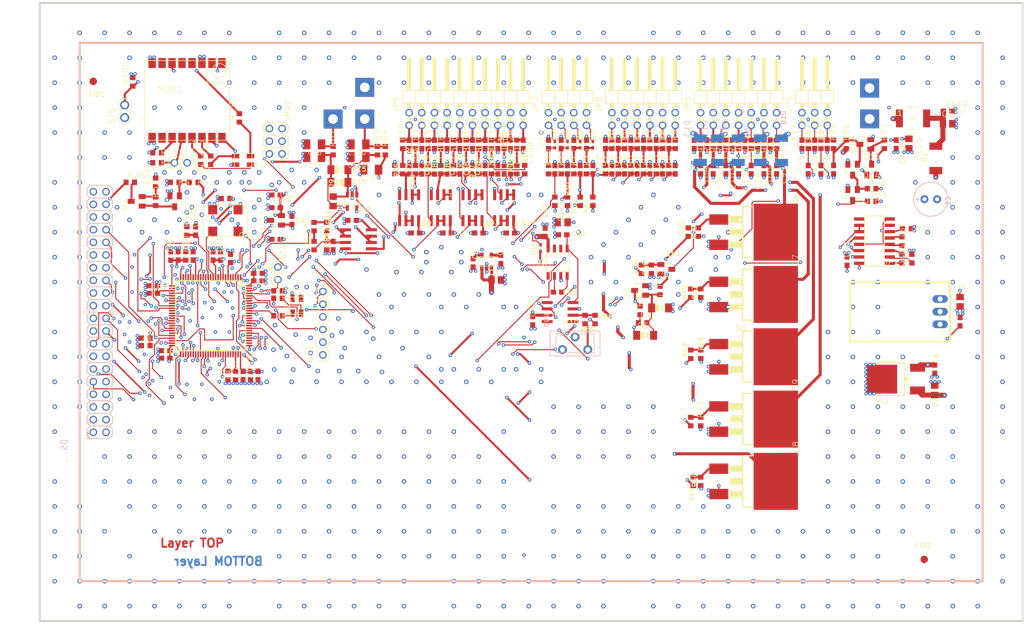
<source format=kicad_pcb>
(kicad_pcb (version 20171130) (host pcbnew "(5.1.7)-1")
  (layers (0 Top signal) (1 Route2 signal) (2 Route3 signal) (31 AGND$ signal) (34 B.Paste user) (35 F.Paste user) (36 B.SilkS user) (37 F.SilkS user) (38 B.Mask user) (39 F.Mask user) (44 Edge.Cuts user))
  (net 0 "")
  (net 1 AGND)
  (net 2 VCC)
  (net 3 PLUSZWOELF)
  (net 4 VCCIO)
  (net 5 +UB)
  (net 6 UMESS)
  (net 7 UTEMP)
  (net 8 UREVANT)
  (net 9 IMESS)
  (net 10 UREVFLT)
  (net 11 UFWDFLT)
  (net 12 UFWDIN)
  (net 13 UBAND)
  (net 14 VREF2)
  (net 15 +5V)
  (net 16 LDCLIGHT)
  (net 17 GPIOC4)
  (net 18 GPIOC5)
  (net 19 GPIOC13)
  (net 20 GPIOC14)
  (net 21 GPIOC15)
  (net 22 GPIOE0)
  (net 23 GPIOE1)
  (net 24 GPIOE2)
  (net 25 GPIOE3)
  (net 26 GPIOE4)
  (net 27 GPIOE6)
  (net 28 GPIOD2)
  (net 29 GPIOD13)
  (net 30 WIFI_TXD)
  (net 31 WIFI_RXD)
  (net 32 GPIOB8)
  (net 33 GPIOB9)
  (net 34 GPIOB12)
  (net 35 GPIOB6)
  (net 36 GPIOB7)
  (net 37 UREVIN)
  (net 38 UTEMP2)
  (net 39 "Net-(C117-Pad1)")
  (net 40 "Net-(FID1-PadP$1)")
  (net 41 "Net-(FID2-PadP$1)")
  (net 42 "Net-(C5-Pad1)")
  (net 43 "Net-(Q10-Pad1)")
  (net 44 "Net-(C102-Pad1)")
  (net 45 "Net-(Q8-Pad1)")
  (net 46 "Net-(Q7-Pad1)")
  (net 47 "Net-(C100-Pad1)")
  (net 48 "Net-(Q5-Pad1)")
  (net 49 "Net-(C99-Pad1)")
  (net 50 "Net-(Q6-Pad1)")
  (net 51 "Net-(D6-PadA)")
  (net 52 "Net-(C101-Pad1)")
  (net 53 "Net-(Q2-Pad1)")
  (net 54 "Net-(Q1-Pad1)")
  (net 55 "Net-(Q1-Pad2)")
  (net 56 "Net-(Q1-Pad3)")
  (net 57 "Net-(C104-Pad1)")
  (net 58 "Net-(Q9-Pad1)")
  (net 59 "Net-(C103-Pad1)")
  (net 60 "Net-(C17-Pad1)")
  (net 61 "Net-(C16-Pad1)")
  (net 62 "Net-(C20-Pad1)")
  (net 63 "Net-(C9-Pad1)")
  (net 64 "Net-(C10-Pad1)")
  (net 65 "Net-(C11-Pad1)")
  (net 66 "Net-(C12-Pad1)")
  (net 67 "Net-(C13-Pad1)")
  (net 68 "Net-(C14-Pad1)")
  (net 69 "Net-(C19-Pad1)")
  (net 70 "Net-(JP8-Pad1)")
  (net 71 "Net-(JP8-Pad3)")
  (net 72 "Net-(JP8-Pad5)")
  (net 73 "Net-(JP8-Pad7)")
  (net 74 "Net-(JP8-Pad9)")
  (net 75 "Net-(JP8-Pad11)")
  (net 76 "Net-(C105-Pad1)")
  (net 77 "Net-(D2-PadC)")
  (net 78 "Net-(D3-PadC)")
  (net 79 "Net-(D4-PadC)")
  (net 80 "Net-(D5-PadC)")
  (net 81 "Net-(C27-Pad1)")
  (net 82 "Net-(C93-Pad1)")
  (net 83 "Net-(C94-Pad1)")
  (net 84 "Net-(C95-Pad1)")
  (net 85 "Net-(C96-Pad1)")
  (net 86 "Net-(C97-Pad1)")
  (net 87 "Net-(C98-Pad1)")
  (net 88 "Net-(C32-Pad1)")
  (net 89 "Net-(C39-Pad1)")
  (net 90 "Net-(C109-Pad1)")
  (net 91 "Net-(C110-Pad1)")
  (net 92 "Net-(R65-Pad2)")
  (net 93 "Net-(C33-Pad1)")
  (net 94 "Net-(R66-Pad2)")
  (net 95 "Net-(C34-Pad1)")
  (net 96 "Net-(C115-Pad1)")
  (net 97 "Net-(C114-Pad1)")
  (net 98 "Net-(C28-Pad1)")
  (net 99 "Net-(R73-Pad2)")
  (net 100 "Net-(C38-Pad1)")
  (net 101 "Net-(R72-Pad2)")
  (net 102 "Net-(C37-Pad1)")
  (net 103 "Net-(R71-Pad2)")
  (net 104 "Net-(C36-Pad1)")
  (net 105 "Net-(R70-Pad2)")
  (net 106 "Net-(C30-Pad1)")
  (net 107 "Net-(IC10-Pad5)")
  (net 108 "Net-(D16-PadC)")
  (net 109 "Net-(IC10-Pad8)")
  (net 110 "Net-(C50-Pad2)")
  (net 111 "Net-(IC10-Pad1)")
  (net 112 "Net-(IC10-Pad2)")
  (net 113 "Net-(C46-Pad1)")
  (net 114 "Net-(U1-Pad6)")
  (net 115 "Net-(U1-Pad7)")
  (net 116 "Net-(C46-Pad2)")
  (net 117 "Net-(U1-Pad1)")
  (net 118 "Net-(C49-Pad2)")
  (net 119 "Net-(R89-Pad1)")
  (net 120 "Net-(R90-Pad2)")
  (net 121 "Net-(R24-Pad1)")
  (net 122 "Net-(C31-Pad1)")
  (net 123 "Net-(C18-Pad1)")
  (net 124 "Net-(C51-Pad1)")
  (net 125 "Net-(C52-Pad1)")
  (net 126 "Net-(C85-Pad1)")
  (net 127 "Net-(C86-Pad1)")
  (net 128 "Net-(C87-Pad1)")
  (net 129 "Net-(C107-Pad1)")
  (net 130 "Net-(R67-Pad2)")
  (net 131 "Net-(C35-Pad1)")
  (net 132 "Net-(C89-Pad1)")
  (net 133 "Net-(C106-Pad1)")
  (net 134 "Net-(R74-Pad1)")
  (net 135 "Net-(C108-Pad1)")
  (net 136 "Net-(IC13-Pad94)")
  (net 137 /CPU/GPIOB5)
  (net 138 /CPU/GPIOB4)
  (net 139 "Net-(IC13-Pad89)")
  (net 140 /CPU//CS)
  (net 141 /CPU/GPIOD6)
  (net 142 /CPU//RW)
  (net 143 /CPU//RD)
  (net 144 /CPU/GPIOD3)
  (net 145 /CPU/FSMC3)
  (net 146 /CPU/FSMC2)
  (net 147 /CPU/GPIOC12)
  (net 148 /CPU/GPIOC11)
  (net 149 /CPU/GPIOC10)
  (net 150 /CPU/GPIOA15)
  (net 151 "Net-(IC13-Pad76)")
  (net 152 "Net-(C83-Pad2)")
  (net 153 "Net-(IC13-Pad72)")
  (net 154 /CPU/SWSTANDBY)
  (net 155 /CPU/SWRESET)
  (net 156 "Net-(IC13-Pad69)")
  (net 157 "Net-(IC13-Pad68)")
  (net 158 /CPU/GPIOA8)
  (net 159 /CPU/GPIOC9)
  (net 160 "Net-(IC13-Pad65)")
  (net 161 "Net-(IC13-Pad64)")
  (net 162 "Net-(IC13-Pad63)")
  (net 163 /CPU/FSMC1)
  (net 164 /CPU/FSMC0)
  (net 165 /CPU//RES)
  (net 166 /CPU/RS)
  (net 167 /CPU/FSMC15)
  (net 168 /CPU/FSMC14)
  (net 169 /CPU/FSMC13)
  (net 170 /CPU/GPIOB15)
  (net 171 /CPU/GPIOB14)
  (net 172 /CPU/GPIOB13)
  (net 173 "Net-(C81-Pad2)")
  (net 174 "Net-(IC12-Pad12)")
  (net 175 "Net-(IC12-Pad10)")
  (net 176 /CPU/FSMC12)
  (net 177 /CPU/FSMC11)
  (net 178 /CPU/FSMC10)
  (net 179 /CPU/FSMC9)
  (net 180 /CPU/FSMC8)
  (net 181 /CPU/FSMC7)
  (net 182 /CPU/FSMC6)
  (net 183 /CPU/FSMC5)
  (net 184 /CPU/FSMC4)
  (net 185 "Net-(IC13-Pad24)")
  (net 186 "Net-(C73-Pad1)")
  (net 187 "Net-(C55-Pad2)")
  (net 188 "Net-(IC13-Pad13)")
  (net 189 "Net-(IC13-Pad12)")
  (net 190 /CPU/GPIOE5)
  (net 191 "Net-(IC12-Pad9)")
  (net 192 "Net-(C56-Pad2)")
  (net 193 "Net-(IC12-Pad7)")
  (net 194 "Net-(C57-Pad2)")
  (net 195 "Net-(C65-Pad1)")
  (net 196 "Net-(C65-Pad2)")
  (net 197 "Net-(C59-Pad2)")
  (net 198 "Net-(C64-Pad1)")
  (net 199 "Net-(C58-Pad1)")
  (net 200 "Net-(C64-Pad2)")
  (net 201 "Net-(C53-Pad2)")
  (net 202 "Net-(Q14-Pad3)")
  (net 203 "Net-(Q13-Pad1)")
  (net 204 "Net-(LED1-Pad2)")
  (net 205 "Net-(LED1-Pad4)")
  (net 206 "Net-(LED1-Pad3)")
  (net 207 "Net-(DSP1-Pad40)")
  (net 208 "Net-(DSP1-Pad39)")
  (net 209 "Net-(DSP1-Pad38)")
  (net 210 "Net-(DSP1-Pad31)")
  (net 211 "Net-(DSP1-Pad28)")
  (net 212 "Net-(DSP1-Pad24)")
  (net 213 "Net-(DSP1-Pad5)")
  (net 214 "Net-(C113-Pad2)")
  (net 215 "Net-(C112-Pad2)")
  (net 216 "Net-(C111-Pad2)")
  (net 217 "Net-(MOD1-PadP$15)")
  (net 218 "Net-(MOD1-PadP$14)")
  (net 219 "Net-(MOD1-PadP$13)")
  (net 220 "Net-(MOD1-PadP$12)")
  (net 221 "Net-(MOD1-PadP$10)")
  (net 222 "Net-(MOD1-PadP$9)")
  (net 223 "Net-(JP47-Pad5)")
  (net 224 "Net-(JP47-Pad3)")
  (net 225 "Net-(MOD1-PadP$6)")
  (net 226 "Net-(MOD1-PadP$5)")
  (net 227 "Net-(MOD1-PadP$4)")
  (net 228 "Net-(MOD1-PadP$3)")
  (net 229 "Net-(MOD1-PadP$2)")
  (net 230 "Net-(LED2-Pad2)")
  (net 231 "Net-(LED2-Pad4)")
  (net 232 "Net-(LED2-Pad3)")
  (module "" (layer Top) (at 54.0011 47.0036)
    (fp_text reference @HOLE0 hide)
    (fp_text value "" (at 0 0) (layer F.SilkS) (effects (font (size 1.27 1.27))))
    (pad "" np_thru_hole circle (at 0 0) (size 3.2 3.2) (drill 3.2) (layers *.Cu *.Mask))
  )
  (module "" (layer Top) (at 243.0011 47.0036)
    (fp_text reference @HOLE1 hide)
    (fp_text value "" (at 0 0) (layer F.SilkS) (effects (font (size 1.27 1.27))))
    (pad "" np_thru_hole circle (at 0 0) (size 3.2 3.2) (drill 3.2) (layers *.Cu *.Mask))
  )
  (module "" (layer Top) (at 243.0011 163.0036)
    (fp_text reference @HOLE2 hide)
    (fp_text value "" (at 0 0) (layer F.SilkS) (effects (font (size 1.27 1.27))))
    (pad "" np_thru_hole circle (at 0 0) (size 3.2 3.2) (drill 3.2) (layers *.Cu *.Mask))
  )
  (module "" (layer Top) (at 54.0011 163.0036)
    (fp_text reference @HOLE3 hide)
    (fp_text value "" (at 0 0) (layer F.SilkS) (effects (font (size 1.27 1.27))))
    (pad "" np_thru_hole circle (at 0 0) (size 3.2 3.2) (drill 3.2) (layers *.Cu *.Mask))
  )
  (module "" (layer Top) (at 54.0011 76.0036)
    (fp_text reference @HOLE4 hide)
    (fp_text value "" (at 0 0) (layer F.SilkS) (effects (font (size 1.27 1.27))))
    (pad "" np_thru_hole circle (at 0 0) (size 3.2 3.2) (drill 3.2) (layers *.Cu *.Mask))
  )
  (module "" (layer Top) (at 54.0011 105.0036)
    (fp_text reference @HOLE5 hide)
    (fp_text value "" (at 0 0) (layer F.SilkS) (effects (font (size 1.27 1.27))))
    (pad "" np_thru_hole circle (at 0 0) (size 3.2 3.2) (drill 3.2) (layers *.Cu *.Mask))
  )
  (module "" (layer Top) (at 54.0011 134.0036)
    (fp_text reference @HOLE6 hide)
    (fp_text value "" (at 0 0) (layer F.SilkS) (effects (font (size 1.27 1.27))))
    (pad "" np_thru_hole circle (at 0 0) (size 3.2 3.2) (drill 3.2) (layers *.Cu *.Mask))
  )
  (module "" (layer Top) (at 243.0011 76.0036)
    (fp_text reference @HOLE7 hide)
    (fp_text value "" (at 0 0) (layer F.SilkS) (effects (font (size 1.27 1.27))))
    (pad "" np_thru_hole circle (at 0 0) (size 3.2 3.2) (drill 3.2) (layers *.Cu *.Mask))
  )
  (module "" (layer Top) (at 243.0011 105.0036)
    (fp_text reference @HOLE8 hide)
    (fp_text value "" (at 0 0) (layer F.SilkS) (effects (font (size 1.27 1.27))))
    (pad "" np_thru_hole circle (at 0 0) (size 3.2 3.2) (drill 3.2) (layers *.Cu *.Mask))
  )
  (module "" (layer Top) (at 243.0011 134.0036)
    (fp_text reference @HOLE9 hide)
    (fp_text value "" (at 0 0) (layer F.SilkS) (effects (font (size 1.27 1.27))))
    (pad "" np_thru_hole circle (at 0 0) (size 3.2 3.2) (drill 3.2) (layers *.Cu *.Mask))
  )
  (module "" (layer Top) (at 91.8011 47.0036)
    (fp_text reference @HOLE10 hide)
    (fp_text value "" (at 0 0) (layer F.SilkS) (effects (font (size 1.27 1.27))))
    (pad "" np_thru_hole circle (at 0 0) (size 3.2 3.2) (drill 3.2) (layers *.Cu *.Mask))
  )
  (module "" (layer Top) (at 129.6011 47.0036)
    (fp_text reference @HOLE11 hide)
    (fp_text value "" (at 0 0) (layer F.SilkS) (effects (font (size 1.27 1.27))))
    (pad "" np_thru_hole circle (at 0 0) (size 3.2 3.2) (drill 3.2) (layers *.Cu *.Mask))
  )
  (module "" (layer Top) (at 167.4011 47.0036)
    (fp_text reference @HOLE12 hide)
    (fp_text value "" (at 0 0) (layer F.SilkS) (effects (font (size 1.27 1.27))))
    (pad "" np_thru_hole circle (at 0 0) (size 3.2 3.2) (drill 3.2) (layers *.Cu *.Mask))
  )
  (module "" (layer Top) (at 205.2011 47.0036)
    (fp_text reference @HOLE13 hide)
    (fp_text value "" (at 0 0) (layer F.SilkS) (effects (font (size 1.27 1.27))))
    (pad "" np_thru_hole circle (at 0 0) (size 3.2 3.2) (drill 3.2) (layers *.Cu *.Mask))
  )
  (module "" (layer Top) (at 91.8011 163.0036)
    (fp_text reference @HOLE14 hide)
    (fp_text value "" (at 0 0) (layer F.SilkS) (effects (font (size 1.27 1.27))))
    (pad "" np_thru_hole circle (at 0 0) (size 3.2 3.2) (drill 3.2) (layers *.Cu *.Mask))
  )
  (module "" (layer Top) (at 129.6011 163.0036)
    (fp_text reference @HOLE15 hide)
    (fp_text value "" (at 0 0) (layer F.SilkS) (effects (font (size 1.27 1.27))))
    (pad "" np_thru_hole circle (at 0 0) (size 3.2 3.2) (drill 3.2) (layers *.Cu *.Mask))
  )
  (module "" (layer Top) (at 167.4011 163.0036)
    (fp_text reference @HOLE16 hide)
    (fp_text value "" (at 0 0) (layer F.SilkS) (effects (font (size 1.27 1.27))))
    (pad "" np_thru_hole circle (at 0 0) (size 3.2 3.2) (drill 3.2) (layers *.Cu *.Mask))
  )
  (module "" (layer Top) (at 205.2011 163.0036)
    (fp_text reference @HOLE17 hide)
    (fp_text value "" (at 0 0) (layer F.SilkS) (effects (font (size 1.27 1.27))))
    (pad "" np_thru_hole circle (at 0 0) (size 3.2 3.2) (drill 3.2) (layers *.Cu *.Mask))
  )
  (module display72:E2,5-7 (layer AGND$) (at 228.60735 82.3761)
    (fp_text reference C1 (at 4.016375 1.397 -90) (layer B.SilkS) (effects (font (size 0.9652 0.9652) (thickness 0.14478)) (justify right bottom mirror)))
    (fp_text value 100u/16)
    (pad + thru_hole circle (at -1.27 0) (size 1.6002 1.6002) (drill 0.8128) (layers *.Cu *.Mask) (net 5 +UB))
    (pad - thru_hole circle (at 1.27 0) (size 1.6002 1.6002) (drill 0.8128) (layers *.Cu *.Mask) (net 1 AGND))
  )
  (module display72:C0805 (layer Top) (at 229.4011 120.7136 90)
    (fp_text reference C2 (at -3.4925 0.635 90) (layer F.SilkS) (effects (font (size 0.9652 0.9652) (thickness 0.14478)) (justify left bottom)))
    (fp_text value 10u)
    (pad 2 smd rect (at 0.95 0 90) (size 1.3 1.5) (layers Top F.Paste F.Mask) (net 1 AGND))
    (pad 1 smd rect (at -0.95 0 90) (size 1.3 1.5) (layers Top F.Paste F.Mask) (net 15 +5V))
  )
  (module display72:C0603 (layer Top) (at 229.4011 116.4636 270)
    (fp_text reference C6 (at -1.11125 -0.873125 90) (layer F.SilkS) (effects (font (size 0.9652 0.9652) (thickness 0.14478)) (justify left bottom)))
    (fp_text value 10u)
    (pad 2 smd rect (at 0.85 0 270) (size 1.1 1) (layers Top F.Paste F.Mask) (net 1 AGND))
    (pad 1 smd rect (at -0.85 0 270) (size 1.1 1) (layers Top F.Paste F.Mask) (net 2 VCC))
  )
  (module display72:MELF (layer Top) (at 229.6236 74.18985 90)
    (fp_text reference D1 (at -0.79375 -1.5875 90) (layer F.SilkS) (effects (font (size 0.9652 0.9652) (thickness 0.14478)) (justify left bottom)))
    (fp_text value 1N4001)
    (pad 2 smd rect (at 2.445 0 90) (size 1.45 2.6) (layers Top F.Paste F.Mask) (net 39 "Net-(C117-Pad1)"))
    (pad 1 smd rect (at -2.445 0 90) (size 1.45 2.6) (layers Top F.Paste F.Mask) (net 5 +UB))
  )
  (module display72:THICKPIN (layer AGND$) (at 216.3411 66.2636 270)
    (fp_text reference JP1 hide)
    (fp_text value THICKPINSQUARE hide)
    (pad 1 thru_hole rect (at 0 0 270) (size 3.81 3.81) (drill 1.9304) (layers *.Cu *.Mask) (net 3 PLUSZWOELF))
  )
  (module display72:THICKPIN (layer AGND$) (at 216.3411 60.0836 270)
    (fp_text reference JP2 hide)
    (fp_text value THICKPINSQUARE hide)
    (pad 1 thru_hole rect (at 0 0 270) (size 3.81 3.81) (drill 1.9304) (layers *.Cu *.Mask) (net 1 AGND))
  )
  (module display72:S (layer Top) (at 225.04735 66.1611 180)
    (fp_text reference L1 (at 3.96875 0.47625) (layer F.SilkS) (effects (font (size 0.9652 0.9652) (thickness 0.14478)) (justify left bottom)))
    (fp_text value WE74451147/47uH)
    (pad 2 smd rect (at 2.73 0 270) (size 3.56 1.4) (layers Top F.Paste F.Mask) (net 3 PLUSZWOELF))
    (pad 1 smd rect (at -2.73 0 270) (size 3.56 1.4) (layers Top F.Paste F.Mask) (net 39 "Net-(C117-Pad1)"))
  )
  (module display72:DPACK (layer Top) (at 221.1511 118.4636 90)
    (fp_text reference IC1 (at -4.95875 -3.273125) (layer F.SilkS) (effects (font (size 0.9652 0.9652) (thickness 0.14478)) (justify left bottom)))
    (fp_text value LF33CDT-DPAK)
    (pad 3 smd rect (at 2.28 4.8 90) (size 1.6 3) (layers Top F.Paste F.Mask) (net 2 VCC))
    (pad 1 smd rect (at -2.28 4.8 90) (size 1.6 3) (layers Top F.Paste F.Mask) (net 15 +5V))
    (pad 4 smd rect (at 0 -2.38 90) (size 5.8 6.2) (layers Top F.Paste F.Mask) (net 1 AGND))
  )
  (module display72:FIDUCIAL (layer Top) (at 60.7311 58.74235)
    (fp_text reference FID1 (at -0.9525 3.175) (layer F.SilkS) (effects (font (size 0.9652 0.9652) (thickness 0.14478)) (justify left bottom)))
    (fp_text value FIDUCIAL hide)
    (pad P$1 smd roundrect (at 0 0) (size 1.5 1.5) (layers Top F.Mask) (roundrect_rratio 0.5) (net 40 "Net-(FID1-PadP$1)"))
  )
  (module display72:FIDUCIAL (layer Top) (at 227.29485 154.6311)
    (fp_text reference FID2 (at -1.905 -2.2225) (layer F.SilkS) (effects (font (size 0.9652 0.9652) (thickness 0.14478)) (justify left bottom)))
    (fp_text value FIDUCIAL hide)
    (pad P$1 smd roundrect (at 0 0) (size 1.5 1.5) (layers Top F.Mask) (roundrect_rratio 0.5) (net 41 "Net-(FID2-PadP$1)"))
  )
  (module display72:SO08 (layer Top) (at 113.8811 90.4236 270)
    (fp_text reference IC8 (at -1.5875 4.953 90) (layer F.SilkS) (effects (font (size 0.9652 0.9652) (thickness 0.14478)) (justify left bottom)))
    (fp_text value TS27L2C)
    (pad 5 smd rect (at 1.905 -2.6 270) (size 0.6 2.2) (layers Top F.Paste F.Mask) (net 88 "Net-(C32-Pad1)"))
    (pad 6 smd rect (at 0.635 -2.6 270) (size 0.6 2.2) (layers Top F.Paste F.Mask) (net 7 UTEMP))
    (pad 8 smd rect (at -1.905 -2.6 270) (size 0.6 2.2) (layers Top F.Paste F.Mask) (net 4 VCCIO))
    (pad 4 smd rect (at 1.905 2.6 270) (size 0.6 2.2) (layers Top F.Paste F.Mask) (net 1 AGND))
    (pad 3 smd rect (at 0.635 2.6 270) (size 0.6 2.2) (layers Top F.Paste F.Mask) (net 89 "Net-(C39-Pad1)"))
    (pad 1 smd rect (at -1.905 2.6 270) (size 0.6 2.2) (layers Top F.Paste F.Mask) (net 6 UMESS))
    (pad 7 smd rect (at -0.635 -2.6 270) (size 0.6 2.2) (layers Top F.Paste F.Mask) (net 7 UTEMP))
    (pad 2 smd rect (at -0.635 2.6 270) (size 0.6 2.2) (layers Top F.Paste F.Mask) (net 6 UMESS))
  )
  (module display72:R0603 (layer Top) (at 107.5311 87.8836 90)
    (fp_text reference R84 (at -4.1275 0.635 90) (layer F.SilkS) (effects (font (size 0.9652 0.9652) (thickness 0.14478)) (justify left bottom)))
    (fp_text value 390k/0,1%)
    (pad 2 smd rect (at 0.85 0 90) (size 1 1.1) (layers Top F.Paste F.Mask) (net 90 "Net-(C109-Pad1)"))
    (pad 1 smd rect (at -0.85 0 90) (size 1 1.1) (layers Top F.Paste F.Mask) (net 89 "Net-(C39-Pad1)"))
  )
  (module display72:R0603 (layer Top) (at 107.5311 91.6936 90)
    (fp_text reference R87 (at 0.635 0.635 90) (layer F.SilkS) (effects (font (size 0.9652 0.9652) (thickness 0.14478)) (justify left bottom)))
    (fp_text value 10k/0,1%)
    (pad 2 smd rect (at 0.85 0 90) (size 1 1.1) (layers Top F.Paste F.Mask) (net 89 "Net-(C39-Pad1)"))
    (pad 1 smd rect (at -0.85 0 90) (size 1 1.1) (layers Top F.Paste F.Mask) (net 1 AGND))
  )
  (module display72:THICKPIN (layer Top) (at 115.1511 66.2936 270)
    (fp_text reference JP26 hide)
    (fp_text value "Pow.Supl. PLUS 0-100V" hide)
    (pad 1 thru_hole rect (at 0 0 270) (size 3.81 3.81) (drill 1.9304) (layers *.Cu *.Mask) (net 91 "Net-(C110-Pad1)"))
  )
  (module display72:R0603 (layer Top) (at 135.4711 76.4536 90)
    (fp_text reference R76 (at 0.3175 -0.635 90) (layer F.SilkS) (effects (font (size 0.9652 0.9652) (thickness 0.14478)) (justify left bottom)))
    (fp_text value 1k)
    (pad 2 smd rect (at 0.85 0 90) (size 1 1.1) (layers Top F.Paste F.Mask) (net 92 "Net-(R65-Pad2)"))
    (pad 1 smd rect (at -0.85 0 90) (size 1 1.1) (layers Top F.Paste F.Mask) (net 93 "Net-(C33-Pad1)"))
  )
  (module display72:R0603 (layer Top) (at 138.0111 76.4536 90)
    (fp_text reference R77 (at -1.905 -0.635 90) (layer F.SilkS) (effects (font (size 0.9652 0.9652) (thickness 0.14478)) (justify left bottom)))
    (fp_text value 1k)
    (pad 2 smd rect (at 0.85 0 90) (size 1 1.1) (layers Top F.Paste F.Mask) (net 94 "Net-(R66-Pad2)"))
    (pad 1 smd rect (at -0.85 0 90) (size 1 1.1) (layers Top F.Paste F.Mask) (net 95 "Net-(C34-Pad1)"))
  )
  (module display72:SOT23-5 (layer Top) (at 112.6111 82.8036 180)
    (fp_text reference IC4 (at 1.778 -2.413 90) (layer F.SilkS) (effects (font (size 0.9652 0.9652) (thickness 0.14478)) (justify left bottom)))
    (fp_text value INA193AQDBVRQ1)
    (pad 3 smd rect (at 0.95 1.306 180) (size 0.6 1.2) (layers Top F.Paste F.Mask) (net 96 "Net-(C115-Pad1)"))
    (pad 2 smd rect (at 0 1.306 180) (size 0.6 1.2) (layers Top F.Paste F.Mask) (net 1 AGND))
    (pad 1 smd rect (at -0.95 1.306 180) (size 0.6 1.2) (layers Top F.Paste F.Mask) (net 9 IMESS))
    (pad 4 smd rect (at 0.95 -1.306 180) (size 0.6 1.2) (layers Top F.Paste F.Mask) (net 97 "Net-(C114-Pad1)"))
    (pad 5 smd rect (at -0.95 -1.306 180) (size 0.6 1.2) (layers Top F.Paste F.Mask) (net 4 VCCIO))
  )
  (module display72:THICKPIN (layer Top) (at 108.8011 66.2936 270)
    (fp_text reference JP38 hide)
    (fp_text value Shunt-Load-side hide)
    (pad 1 thru_hole rect (at 0 0 270) (size 3.81 3.81) (drill 1.9304) (layers *.Cu *.Mask) (net 98 "Net-(C28-Pad1)"))
  )
  (module display72:C0805 (layer Top) (at 108.8011 82.8036 90)
    (fp_text reference C29 (at 1.5875 0.3175 90) (layer F.SilkS) (effects (font (size 0.9652 0.9652) (thickness 0.14478)) (justify left bottom)))
    (fp_text value 10u)
    (pad 2 smd rect (at 0.95 0 90) (size 1.3 1.5) (layers Top F.Paste F.Mask) (net 96 "Net-(C115-Pad1)"))
    (pad 1 smd rect (at -0.95 0 90) (size 1.3 1.5) (layers Top F.Paste F.Mask) (net 97 "Net-(C114-Pad1)"))
  )
  (module display72:MINIMELF (layer Top) (at 110.0711 76.4536)
    (fp_text reference D15 (at 2.4765 0.4445) (layer F.SilkS) (effects (font (size 0.9652 0.9652) (thickness 0.14478)) (justify left bottom)))
    (fp_text value NTS245SFT1G)
    (pad A smd rect (at 1.7 0) (size 1.4 1.8) (layers Top F.Paste F.Mask) (net 96 "Net-(C115-Pad1)"))
    (pad C smd rect (at -1.7 0) (size 1.4 1.8) (layers Top F.Paste F.Mask) (net 97 "Net-(C114-Pad1)"))
  )
  (module display72:MINIMELF (layer Top) (at 110.0711 78.9936 180)
    (fp_text reference D14 (at -2.4765 -0.4445) (layer F.SilkS) (effects (font (size 0.9652 0.9652) (thickness 0.14478)) (justify left bottom)))
    (fp_text value NTS245SFT1G)
    (pad A smd rect (at 1.7 0 180) (size 1.4 1.8) (layers Top F.Paste F.Mask) (net 97 "Net-(C114-Pad1)"))
    (pad C smd rect (at -1.7 0 180) (size 1.4 1.8) (layers Top F.Paste F.Mask) (net 96 "Net-(C115-Pad1)"))
  )
  (module display72:R0603 (layer Top) (at 147.2186 76.4536 270)
    (fp_text reference R86 (at -1.27 -0.635 90) (layer F.SilkS) (effects (font (size 0.9652 0.9652) (thickness 0.14478)) (justify left bottom)))
    (fp_text value 8k2)
    (pad 2 smd rect (at 0.85 0 270) (size 1 1.1) (layers Top F.Paste F.Mask) (net 88 "Net-(C32-Pad1)"))
    (pad 1 smd rect (at -0.85 0 270) (size 1 1.1) (layers Top F.Paste F.Mask) (net 14 VREF2))
  )
  (module display72:C0603 (layer Top) (at 112.6111 86.6136 180)
    (fp_text reference C40 (at -0.9525 1.5875) (layer F.SilkS) (effects (font (size 0.9652 0.9652) (thickness 0.14478)) (justify left bottom)))
    (fp_text value 1u)
    (pad 2 smd rect (at 0.85 0 180) (size 1.1 1) (layers Top F.Paste F.Mask) (net 1 AGND))
    (pad 1 smd rect (at -0.85 0 180) (size 1.1 1) (layers Top F.Paste F.Mask) (net 4 VCCIO))
  )
  (module display72:C0603 (layer Top) (at 100.5461 86.6136 90)
    (fp_text reference C43 (at -0.635 0.635) (layer F.SilkS) (effects (font (size 0.9652 0.9652) (thickness 0.14478)) (justify left bottom)))
    (fp_text value 1u)
    (pad 2 smd rect (at 0.85 0 90) (size 1.1 1) (layers Top F.Paste F.Mask) (net 1 AGND))
    (pad 1 smd rect (at -0.85 0 90) (size 1.1 1) (layers Top F.Paste F.Mask) (net 4 VCCIO))
  )
  (module display72:C0603 (layer Top) (at 108.8011 91.6936 270)
    (fp_text reference C39 (at -4.1275 0.3175 90) (layer F.SilkS) (effects (font (size 0.9652 0.9652) (thickness 0.14478)) (justify left bottom)))
    (fp_text value 1u)
    (pad 2 smd rect (at 0.85 0 270) (size 1.1 1) (layers Top F.Paste F.Mask) (net 1 AGND))
    (pad 1 smd rect (at -0.85 0 270) (size 1.1 1) (layers Top F.Paste F.Mask) (net 89 "Net-(C39-Pad1)"))
  )
  (module display72:C0603 (layer Top) (at 136.7411 76.4536 90)
    (fp_text reference C33 (at -1.27 1.5875 90) (layer F.SilkS) (effects (font (size 0.9652 0.9652) (thickness 0.14478)) (justify left bottom)))
    (fp_text value 10n)
    (pad 2 smd rect (at 0.85 0 90) (size 1.1 1) (layers Top F.Paste F.Mask) (net 1 AGND))
    (pad 1 smd rect (at -0.85 0 90) (size 1.1 1) (layers Top F.Paste F.Mask) (net 93 "Net-(C33-Pad1)"))
  )
  (module display72:C0603 (layer Top) (at 139.2811 76.4536 90)
    (fp_text reference C34 (at -0.635 -0.635 90) (layer F.SilkS) (effects (font (size 0.9652 0.9652) (thickness 0.14478)) (justify left bottom)))
    (fp_text value 10n)
    (pad 2 smd rect (at 0.85 0 90) (size 1.1 1) (layers Top F.Paste F.Mask) (net 1 AGND))
    (pad 1 smd rect (at -0.85 0 90) (size 1.1 1) (layers Top F.Paste F.Mask) (net 95 "Net-(C34-Pad1)"))
  )
  (module display72:C0603 (layer Top) (at 143.0911 76.4536 90)
    (fp_text reference C32 (at 4.445 0 90) (layer F.SilkS) (effects (font (size 0.9652 0.9652) (thickness 0.14478)) (justify left bottom)))
    (fp_text value 1u)
    (pad 2 smd rect (at 0.85 0 90) (size 1.1 1) (layers Top F.Paste F.Mask) (net 1 AGND))
    (pad 1 smd rect (at -0.85 0 90) (size 1.1 1) (layers Top F.Paste F.Mask) (net 88 "Net-(C32-Pad1)"))
  )
  (module display72:R0603 (layer Top) (at 132.9311 76.4536 90)
    (fp_text reference R81 (at -0.635 -0.635 90) (layer F.SilkS) (effects (font (size 0.9652 0.9652) (thickness 0.14478)) (justify left bottom)))
    (fp_text value 1k)
    (pad 2 smd rect (at 0.85 0 90) (size 1 1.1) (layers Top F.Paste F.Mask) (net 99 "Net-(R73-Pad2)"))
    (pad 1 smd rect (at -0.85 0 90) (size 1 1.1) (layers Top F.Paste F.Mask) (net 100 "Net-(C38-Pad1)"))
  )
  (module display72:SO08 (layer Top) (at 136.7411 84.0736 180)
    (fp_text reference IC7 (at -1.905 -3.937) (layer F.SilkS) (effects (font (size 0.9652 0.9652) (thickness 0.14478)) (justify left bottom)))
    (fp_text value TS27L2C)
    (pad 5 smd rect (at 1.905 -2.6 180) (size 0.6 2.2) (layers Top F.Paste F.Mask) (net 93 "Net-(C33-Pad1)"))
    (pad 6 smd rect (at 0.635 -2.6 180) (size 0.6 2.2) (layers Top F.Paste F.Mask) (net 1 AGND))
    (pad 8 smd rect (at -1.905 -2.6 180) (size 0.6 2.2) (layers Top F.Paste F.Mask) (net 4 VCCIO))
    (pad 4 smd rect (at 1.905 2.6 180) (size 0.6 2.2) (layers Top F.Paste F.Mask) (net 1 AGND))
    (pad 3 smd rect (at 0.635 2.6 180) (size 0.6 2.2) (layers Top F.Paste F.Mask) (net 100 "Net-(C38-Pad1)"))
    (pad 1 smd rect (at -1.905 2.6 180) (size 0.6 2.2) (layers Top F.Paste F.Mask) (net 10 UREVFLT))
    (pad 7 smd rect (at -0.635 -2.6 180) (size 0.6 2.2) (layers Top F.Paste F.Mask) (net 1 AGND))
    (pad 2 smd rect (at -0.635 2.6 180) (size 0.6 2.2) (layers Top F.Paste F.Mask) (net 10 UREVFLT))
  )
  (module display72:C0603 (layer Top) (at 134.2011 76.4536 90)
    (fp_text reference C38 (at -1.27 1.905 90) (layer F.SilkS) (effects (font (size 0.9652 0.9652) (thickness 0.14478)) (justify left bottom)))
    (fp_text value 10n)
    (pad 2 smd rect (at 0.85 0 90) (size 1.1 1) (layers Top F.Paste F.Mask) (net 1 AGND))
    (pad 1 smd rect (at -0.85 0 90) (size 1.1 1) (layers Top F.Paste F.Mask) (net 100 "Net-(C38-Pad1)"))
  )
  (module display72:R0603 (layer Top) (at 130.3911 76.4536 90)
    (fp_text reference R80 (at -0.635 -0.635 90) (layer F.SilkS) (effects (font (size 0.9652 0.9652) (thickness 0.14478)) (justify left bottom)))
    (fp_text value 1k)
    (pad 2 smd rect (at 0.85 0 90) (size 1 1.1) (layers Top F.Paste F.Mask) (net 101 "Net-(R72-Pad2)"))
    (pad 1 smd rect (at -0.85 0 90) (size 1 1.1) (layers Top F.Paste F.Mask) (net 102 "Net-(C37-Pad1)"))
  )
  (module display72:C0603 (layer Top) (at 131.6611 76.4536 90)
    (fp_text reference C37 (at -1.27 1.5875 90) (layer F.SilkS) (effects (font (size 0.9652 0.9652) (thickness 0.14478)) (justify left bottom)))
    (fp_text value 10n)
    (pad 2 smd rect (at 0.85 0 90) (size 1.1 1) (layers Top F.Paste F.Mask) (net 1 AGND))
    (pad 1 smd rect (at -0.85 0 90) (size 1.1 1) (layers Top F.Paste F.Mask) (net 102 "Net-(C37-Pad1)"))
  )
  (module display72:C0603 (layer Top) (at 138.0111 89.1536 180)
    (fp_text reference C42 (at -1.27 1.5875) (layer F.SilkS) (effects (font (size 0.9652 0.9652) (thickness 0.14478)) (justify left bottom)))
    (fp_text value 1u)
    (pad 2 smd rect (at 0.85 0 180) (size 1.1 1) (layers Top F.Paste F.Mask) (net 1 AGND))
    (pad 1 smd rect (at -0.85 0 180) (size 1.1 1) (layers Top F.Paste F.Mask) (net 4 VCCIO))
  )
  (module display72:SO08 (layer Top) (at 124.0411 84.0736 180)
    (fp_text reference IC5 (at -1.905 -3.937) (layer F.SilkS) (effects (font (size 0.9652 0.9652) (thickness 0.14478)) (justify left bottom)))
    (fp_text value TS27L2C)
    (pad 5 smd rect (at 1.905 -2.6 180) (size 0.6 2.2) (layers Top F.Paste F.Mask) (net 104 "Net-(C36-Pad1)"))
    (pad 6 smd rect (at 0.635 -2.6 180) (size 0.6 2.2) (layers Top F.Paste F.Mask) (net 12 UFWDIN))
    (pad 8 smd rect (at -1.905 -2.6 180) (size 0.6 2.2) (layers Top F.Paste F.Mask) (net 4 VCCIO))
    (pad 4 smd rect (at 1.905 2.6 180) (size 0.6 2.2) (layers Top F.Paste F.Mask) (net 1 AGND))
    (pad 3 smd rect (at 0.635 2.6 180) (size 0.6 2.2) (layers Top F.Paste F.Mask) (net 106 "Net-(C30-Pad1)"))
    (pad 1 smd rect (at -1.905 2.6 180) (size 0.6 2.2) (layers Top F.Paste F.Mask) (net 13 UBAND))
    (pad 7 smd rect (at -0.635 -2.6 180) (size 0.6 2.2) (layers Top F.Paste F.Mask) (net 12 UFWDIN))
    (pad 2 smd rect (at -0.635 2.6 180) (size 0.6 2.2) (layers Top F.Paste F.Mask) (net 13 UBAND))
  )
  (module display72:R0603 (layer Top) (at 125.3111 76.4536 90)
    (fp_text reference R79 (at -0.635 -0.635 90) (layer F.SilkS) (effects (font (size 0.9652 0.9652) (thickness 0.14478)) (justify left bottom)))
    (fp_text value 1k)
    (pad 2 smd rect (at 0.85 0 90) (size 1 1.1) (layers Top F.Paste F.Mask) (net 103 "Net-(R71-Pad2)"))
    (pad 1 smd rect (at -0.85 0 90) (size 1 1.1) (layers Top F.Paste F.Mask) (net 104 "Net-(C36-Pad1)"))
  )
  (module display72:C0603 (layer Top) (at 126.5811 76.4536 90)
    (fp_text reference C36 (at -1.27 1.5875 90) (layer F.SilkS) (effects (font (size 0.9652 0.9652) (thickness 0.14478)) (justify left bottom)))
    (fp_text value 10n)
    (pad 2 smd rect (at 0.85 0 90) (size 1.1 1) (layers Top F.Paste F.Mask) (net 1 AGND))
    (pad 1 smd rect (at -0.85 0 90) (size 1.1 1) (layers Top F.Paste F.Mask) (net 104 "Net-(C36-Pad1)"))
  )
  (module display72:C0603 (layer Top) (at 125.3111 89.1536 180)
    (fp_text reference C41 (at -1.27 1.5875) (layer F.SilkS) (effects (font (size 0.9652 0.9652) (thickness 0.14478)) (justify left bottom)))
    (fp_text value 1u)
    (pad 2 smd rect (at 0.85 0 180) (size 1.1 1) (layers Top F.Paste F.Mask) (net 1 AGND))
    (pad 1 smd rect (at -0.85 0 180) (size 1.1 1) (layers Top F.Paste F.Mask) (net 4 VCCIO))
  )
  (module display72:R0603 (layer Top) (at 172.6011 96.4336 270)
    (fp_text reference R56 (at 1.27 0.635 90) (layer F.SilkS) (effects (font (size 0.9652 0.9652) (thickness 0.14478)) (justify left bottom)))
    (fp_text value 100k)
    (pad 2 smd rect (at 0.85 0 270) (size 1 1.1) (layers Top F.Paste F.Mask) (net 1 AGND))
    (pad 1 smd rect (at -0.85 0 270) (size 1 1.1) (layers Top F.Paste F.Mask) (net 43 "Net-(Q10-Pad1)"))
  )
  (module display72:R0603 (layer Top) (at 170.6011 96.4336 90)
    (fp_text reference R48 (at -0.9525 -0.635 90) (layer F.SilkS) (effects (font (size 0.9652 0.9652) (thickness 0.14478)) (justify left bottom)))
    (fp_text value 1k)
    (pad 2 smd rect (at 0.85 0 90) (size 1 1.1) (layers Top F.Paste F.Mask) (net 43 "Net-(Q10-Pad1)"))
    (pad 1 smd rect (at -0.85 0 90) (size 1 1.1) (layers Top F.Paste F.Mask) (net 27 GPIOE6))
  )
  (module display72:SOT23 (layer Top) (at 175.6011 96.4336 270)
    (fp_text reference Q10 (at -2.54 0.3175) (layer F.SilkS) (effects (font (size 0.9652 0.9652) (thickness 0.14478)) (justify left bottom)))
    (fp_text value N-CH_MOSFET)
    (pad 1 smd rect (at -0.95 1.1 270) (size 1 1.4) (layers Top F.Paste F.Mask) (net 43 "Net-(Q10-Pad1)"))
    (pad 2 smd rect (at 0.95 1.1 270) (size 1 1.4) (layers Top F.Paste F.Mask) (net 1 AGND))
    (pad 3 smd rect (at 0 -1.1 270) (size 1 1.4) (layers Top F.Paste F.Mask) (net 44 "Net-(C102-Pad1)"))
  )
  (module display72:R0603 (layer Top) (at 182.5011 138.9836 270)
    (fp_text reference R54 (at 1.27 0.635 90) (layer F.SilkS) (effects (font (size 0.9652 0.9652) (thickness 0.14478)) (justify left bottom)))
    (fp_text value 100k)
    (pad 2 smd rect (at 0.85 0 270) (size 1 1.1) (layers Top F.Paste F.Mask) (net 1 AGND))
    (pad 1 smd rect (at -0.85 0 270) (size 1 1.1) (layers Top F.Paste F.Mask) (net 45 "Net-(Q8-Pad1)"))
  )
  (module display72:R0603 (layer Top) (at 181.0011 138.9836 90)
    (fp_text reference R46 (at -4.1275 0.3175 90) (layer F.SilkS) (effects (font (size 0.9652 0.9652) (thickness 0.14478)) (justify left bottom)))
    (fp_text value 1k)
    (pad 2 smd rect (at 0.85 0 90) (size 1 1.1) (layers Top F.Paste F.Mask) (net 45 "Net-(Q8-Pad1)"))
    (pad 1 smd rect (at -0.85 0 90) (size 1 1.1) (layers Top F.Paste F.Mask) (net 35 GPIOB6))
  )
  (module display72:R0603 (layer Top) (at 155.7911 82.8036 270)
    (fp_text reference R30 (at -0.9525 -0.635 90) (layer F.SilkS) (effects (font (size 0.9652 0.9652) (thickness 0.14478)) (justify left bottom)))
    (fp_text value 10k)
    (pad 2 smd rect (at 0.85 0 270) (size 1 1.1) (layers Top F.Paste F.Mask) (net 2 VCC))
    (pad 1 smd rect (at -0.85 0 270) (size 1 1.1) (layers Top F.Paste F.Mask) (net 32 GPIOB8))
  )
  (module display72:R0603 (layer Top) (at 158.3311 82.8036 270)
    (fp_text reference R31 (at 2.54 0.635 90) (layer F.SilkS) (effects (font (size 0.9652 0.9652) (thickness 0.14478)) (justify left bottom)))
    (fp_text value 10k)
    (pad 2 smd rect (at 0.85 0 270) (size 1 1.1) (layers Top F.Paste F.Mask) (net 2 VCC))
    (pad 1 smd rect (at -0.85 0 270) (size 1 1.1) (layers Top F.Paste F.Mask) (net 17 GPIOC4))
  )
  (module display72:R0603 (layer Top) (at 160.8711 82.8036 270)
    (fp_text reference R34 (at 2.54 0.635 90) (layer F.SilkS) (effects (font (size 0.9652 0.9652) (thickness 0.14478)) (justify left bottom)))
    (fp_text value 10k)
    (pad 2 smd rect (at 0.85 0 270) (size 1 1.1) (layers Top F.Paste F.Mask) (net 2 VCC))
    (pad 1 smd rect (at -0.85 0 270) (size 1 1.1) (layers Top F.Paste F.Mask) (net 18 GPIOC5))
  )
  (module display72:R0603 (layer Top) (at 182.5011 101.2336 270)
    (fp_text reference R53 (at 1.27 0.635 90) (layer F.SilkS) (effects (font (size 0.9652 0.9652) (thickness 0.14478)) (justify left bottom)))
    (fp_text value 100k)
    (pad 2 smd rect (at 0.85 0 270) (size 1 1.1) (layers Top F.Paste F.Mask) (net 1 AGND))
    (pad 1 smd rect (at -0.85 0 270) (size 1 1.1) (layers Top F.Paste F.Mask) (net 46 "Net-(Q7-Pad1)"))
  )
  (module display72:R0603 (layer Top) (at 180.5011 101.2336 90)
    (fp_text reference R45 (at -1.27 -0.635 90) (layer F.SilkS) (effects (font (size 0.9652 0.9652) (thickness 0.14478)) (justify left bottom)))
    (fp_text value 1k)
    (pad 2 smd rect (at 0.85 0 90) (size 1 1.1) (layers Top F.Paste F.Mask) (net 46 "Net-(Q7-Pad1)"))
    (pad 1 smd rect (at -0.85 0 90) (size 1 1.1) (layers Top F.Paste F.Mask) (net 28 GPIOD2))
  )
  (module display72:D2PACK (layer Top) (at 195.0011 113.9836 270)
    (fp_text reference Q5 (at -5.1435 5.5245) (layer F.SilkS) (effects (font (size 0.9652 0.9652) (thickness 0.14478)) (justify left bottom)))
    (fp_text value IRF3704S)
    (pad 2 smd rect (at 0 -2.54 270) (size 11.43 8.89) (layers Top F.Paste F.Mask) (net 47 "Net-(C100-Pad1)"))
    (pad 3 smd rect (at 2.54 8.89 270) (size 2.0828 3.81) (layers Top F.Paste F.Mask) (net 1 AGND))
    (pad 1 smd rect (at -2.54 8.89 270) (size 2.0828 3.81) (layers Top F.Paste F.Mask) (net 48 "Net-(Q5-Pad1)"))
  )
  (module display72:R0603 (layer Top) (at 182.5011 113.4836 270)
    (fp_text reference R58 (at -0.635 -0.635 90) (layer F.SilkS) (effects (font (size 0.9652 0.9652) (thickness 0.14478)) (justify left bottom)))
    (fp_text value 100k)
    (pad 2 smd rect (at 0.85 0 270) (size 1 1.1) (layers Top F.Paste F.Mask) (net 1 AGND))
    (pad 1 smd rect (at -0.85 0 270) (size 1 1.1) (layers Top F.Paste F.Mask) (net 48 "Net-(Q5-Pad1)"))
  )
  (module display72:R0603 (layer Top) (at 180.5011 113.4836 90)
    (fp_text reference R49 (at -0.635 -0.635 90) (layer F.SilkS) (effects (font (size 0.9652 0.9652) (thickness 0.14478)) (justify left bottom)))
    (fp_text value 1k)
    (pad 2 smd rect (at 0.85 0 90) (size 1 1.1) (layers Top F.Paste F.Mask) (net 48 "Net-(Q5-Pad1)"))
    (pad 1 smd rect (at -0.85 0 90) (size 1 1.1) (layers Top F.Paste F.Mask) (net 26 GPIOE4))
  )
  (module display72:MELF (layer AGND$) (at 194.44485 72.5536 270)
    (fp_text reference D9 (at -2.54 1.905 90) (layer B.SilkS) (effects (font (size 0.9652 0.9652) (thickness 0.14478)) (justify right bottom mirror)))
    (fp_text value SS110B)
    (pad 2 smd rect (at 2.445 0 270) (size 1.45 2.6) (layers AGND$ B.Paste B.Mask) (net 47 "Net-(C100-Pad1)"))
    (pad 1 smd rect (at -2.445 0 270) (size 1.45 2.6) (layers AGND$ B.Paste B.Mask) (net 3 PLUSZWOELF))
  )
  (module display72:D2PACK (layer Top) (at 195.0011 88.9836 270)
    (fp_text reference Q6 (at -5.588 -7.239 90) (layer F.SilkS) (effects (font (size 0.9652 0.9652) (thickness 0.14478)) (justify left bottom)))
    (fp_text value IRF3704S)
    (pad 2 smd rect (at 0 -2.54 270) (size 11.43 8.89) (layers Top F.Paste F.Mask) (net 49 "Net-(C99-Pad1)"))
    (pad 3 smd rect (at 2.54 8.89 270) (size 2.0828 3.81) (layers Top F.Paste F.Mask) (net 1 AGND))
    (pad 1 smd rect (at -2.54 8.89 270) (size 2.0828 3.81) (layers Top F.Paste F.Mask) (net 50 "Net-(Q6-Pad1)"))
  )
  (module display72:R0603 (layer Top) (at 182.0011 88.9836 270)
    (fp_text reference R59 (at 1.5875 0.3175 90) (layer F.SilkS) (effects (font (size 0.9652 0.9652) (thickness 0.14478)) (justify left bottom)))
    (fp_text value 100k)
    (pad 2 smd rect (at 0.85 0 270) (size 1 1.1) (layers Top F.Paste F.Mask) (net 1 AGND))
    (pad 1 smd rect (at -0.85 0 270) (size 1 1.1) (layers Top F.Paste F.Mask) (net 50 "Net-(Q6-Pad1)"))
  )
  (module display72:R0603 (layer Top) (at 180.0011 88.9836 90)
    (fp_text reference R50 (at -0.635 -0.635 90) (layer F.SilkS) (effects (font (size 0.9652 0.9652) (thickness 0.14478)) (justify left bottom)))
    (fp_text value 1k)
    (pad 2 smd rect (at 0.85 0 90) (size 1 1.1) (layers Top F.Paste F.Mask) (net 50 "Net-(Q6-Pad1)"))
    (pad 1 smd rect (at -0.85 0 90) (size 1 1.1) (layers Top F.Paste F.Mask) (net 25 GPIOE3))
  )
  (module display72:MELF (layer AGND$) (at 198.68235 72.57485 270)
    (fp_text reference D10 (at -5.08 -0.9525 90) (layer B.SilkS) (effects (font (size 0.9652 0.9652) (thickness 0.14478)) (justify right bottom mirror)))
    (fp_text value SS110B)
    (pad 2 smd rect (at 2.445 0 270) (size 1.45 2.6) (layers AGND$ B.Paste B.Mask) (net 49 "Net-(C99-Pad1)"))
    (pad 1 smd rect (at -2.445 0 270) (size 1.45 2.6) (layers AGND$ B.Paste B.Mask) (net 3 PLUSZWOELF))
  )
  (module display72:R0603 (layer Top) (at 122.7711 76.4536 90)
    (fp_text reference R75 (at -1.5875 -0.635 90) (layer F.SilkS) (effects (font (size 0.9652 0.9652) (thickness 0.14478)) (justify left bottom)))
    (fp_text value 22k)
    (pad 2 smd rect (at 0.85 0 90) (size 1 1.1) (layers Top F.Paste F.Mask) (net 105 "Net-(R70-Pad2)"))
    (pad 1 smd rect (at -0.85 0 90) (size 1 1.1) (layers Top F.Paste F.Mask) (net 106 "Net-(C30-Pad1)"))
  )
  (module display72:R0603 (layer Top) (at 121.1836 76.4536 270)
    (fp_text reference R82 (at -3.175 -1.905) (layer F.SilkS) (effects (font (size 0.9652 0.9652) (thickness 0.14478)) (justify left bottom)))
    (fp_text value 10k)
    (pad 2 smd rect (at 0.85 0 270) (size 1 1.1) (layers Top F.Paste F.Mask) (net 106 "Net-(C30-Pad1)"))
    (pad 1 smd rect (at -0.85 0 270) (size 1 1.1) (layers Top F.Paste F.Mask) (net 1 AGND))
  )
  (module display72:C0603 (layer Top) (at 124.0411 76.4536 90)
    (fp_text reference C30 (at -3.81 1.27 90) (layer F.SilkS) (effects (font (size 0.9652 0.9652) (thickness 0.14478)) (justify left bottom)))
    (fp_text value 100n)
    (pad 2 smd rect (at 0.85 0 90) (size 1.1 1) (layers Top F.Paste F.Mask) (net 1 AGND))
    (pad 1 smd rect (at -0.85 0 90) (size 1.1 1) (layers Top F.Paste F.Mask) (net 106 "Net-(C30-Pad1)"))
  )
  (module display72:SO08 (layer Top) (at 154.3111 105.0136 90)
    (fp_text reference IC10 (at -2.667 0.3175) (layer F.SilkS) (effects (font (size 0.9652 0.9652) (thickness 0.14478)) (justify left bottom)))
    (fp_text value TL081D)
    (pad 5 smd rect (at 1.905 -2.6 90) (size 0.6 2.2) (layers Top F.Paste F.Mask) (net 107 "Net-(IC10-Pad5)"))
    (pad 6 smd rect (at 0.635 -2.6 90) (size 0.6 2.2) (layers Top F.Paste F.Mask) (net 108 "Net-(D16-PadC)"))
    (pad 8 smd rect (at -1.905 -2.6 90) (size 0.6 2.2) (layers Top F.Paste F.Mask) (net 109 "Net-(IC10-Pad8)"))
    (pad 4 smd rect (at 1.905 2.6 90) (size 0.6 2.2) (layers Top F.Paste F.Mask) (net 110 "Net-(C50-Pad2)"))
    (pad 3 smd rect (at 0.635 2.6 90) (size 0.6 2.2) (layers Top F.Paste F.Mask) (net 1 AGND))
    (pad 1 smd rect (at -1.905 2.6 90) (size 0.6 2.2) (layers Top F.Paste F.Mask) (net 111 "Net-(IC10-Pad1)"))
    (pad 7 smd rect (at -0.635 -2.6 90) (size 0.6 2.2) (layers Top F.Paste F.Mask) (net 15 +5V))
    (pad 2 smd rect (at -0.635 2.6 90) (size 0.6 2.2) (layers Top F.Paste F.Mask) (net 112 "Net-(IC10-Pad2)"))
  )
  (module display72:SO-8 (layer Top) (at 153.8111 95.0136)
    (fp_text reference U1 (at -2.7305 1.0795 90) (layer F.SilkS) (effects (font (size 0.9652 0.9652) (thickness 0.14478)) (justify left bottom)))
    (fp_text value TC7662AEPASOIC)
    (fp_text user 8 (at -1.143 -0.762 90) (layer F.SilkS) (effects (font (size 0.9652 0.9652) (thickness 0.1016)) (justify left bottom)))
    (pad 5 smd rect (at 1.905 -2.7432) (size 0.6096 1.524) (layers Top F.Paste F.Mask) (net 110 "Net-(C50-Pad2)"))
    (pad 4 smd rect (at 1.905 2.7432) (size 0.6096 1.524) (layers Top F.Paste F.Mask) (net 113 "Net-(C46-Pad1)"))
    (pad 6 smd rect (at 0.635 -2.7432) (size 0.6096 1.524) (layers Top F.Paste F.Mask) (net 114 "Net-(U1-Pad6)"))
    (pad 7 smd rect (at -0.635 -2.7432) (size 0.6096 1.524) (layers Top F.Paste F.Mask) (net 115 "Net-(U1-Pad7)"))
    (pad 3 smd rect (at 0.635 2.7432) (size 0.6096 1.524) (layers Top F.Paste F.Mask) (net 1 AGND))
    (pad 2 smd rect (at -0.635 2.7432) (size 0.6096 1.524) (layers Top F.Paste F.Mask) (net 116 "Net-(C46-Pad2)"))
    (pad 8 smd rect (at -1.905 -2.7432) (size 0.6096 1.524) (layers Top F.Paste F.Mask) (net 15 +5V))
    (pad 1 smd rect (at -1.905 2.7432) (size 0.6096 1.524) (layers Top F.Paste F.Mask) (net 117 "Net-(U1-Pad1)"))
  )
  (module display72:C0603 (layer Top) (at 151.3111 89.0136 270)
    (fp_text reference C47 (at -2.8575 -0.635 90) (layer F.SilkS) (effects (font (size 0.9652 0.9652) (thickness 0.14478)) (justify left bottom)))
    (fp_text value 1u)
    (pad 2 smd rect (at 0.85 0 270) (size 1.1 1) (layers Top F.Paste F.Mask) (net 15 +5V))
    (pad 1 smd rect (at -0.85 0 270) (size 1.1 1) (layers Top F.Paste F.Mask) (net 1 AGND))
  )
  (module display72:C0603 (layer Top) (at 153.8111 101.0136 180)
    (fp_text reference C46 (at -0.9525 -0.635) (layer F.SilkS) (effects (font (size 0.9652 0.9652) (thickness 0.14478)) (justify left bottom)))
    (fp_text value 10u)
    (pad 2 smd rect (at 0.85 0 180) (size 1.1 1) (layers Top F.Paste F.Mask) (net 116 "Net-(C46-Pad2)"))
    (pad 1 smd rect (at -0.85 0 180) (size 1.1 1) (layers Top F.Paste F.Mask) (net 113 "Net-(C46-Pad1)"))
  )
  (module display72:C0603 (layer Top) (at 154.8111 89.5136)
    (fp_text reference C50 (at 1.5875 0.3175) (layer F.SilkS) (effects (font (size 0.9652 0.9652) (thickness 0.14478)) (justify left bottom)))
    (fp_text value 10u)
    (pad 2 smd rect (at 0.85 0) (size 1.1 1) (layers Top F.Paste F.Mask) (net 110 "Net-(C50-Pad2)"))
    (pad 1 smd rect (at -0.85 0) (size 1.1 1) (layers Top F.Paste F.Mask) (net 1 AGND))
  )
  (module display72:SOD523 (layer Top) (at 150.385475 92.2136 90)
    (fp_text reference D16 (at -1.5875 -0.635 90) (layer F.SilkS) (effects (font (size 0.9652 0.9652) (thickness 0.14478)) (justify left bottom)))
    (fp_text value 1N4448)
    (pad C smd rect (at -0.6 0 90) (size 0.7 0.5) (layers Top F.Paste F.Mask) (net 108 "Net-(D16-PadC)"))
    (pad A smd rect (at 0.7 0 90) (size 0.7 0.5) (layers Top F.Paste F.Mask) (net 118 "Net-(C49-Pad2)"))
  )
  (module display72:R0603 (layer Top) (at 161.3111 106.5136 90)
    (fp_text reference R88 (at 0 0.635) (layer F.SilkS) (effects (font (size 0.9652 0.9652) (thickness 0.14478)) (justify left bottom)))
    (fp_text value 10k)
    (pad 2 smd rect (at 0.85 0 90) (size 1 1.1) (layers Top F.Paste F.Mask) (net 112 "Net-(IC10-Pad2)"))
    (pad 1 smd rect (at -0.85 0 90) (size 1 1.1) (layers Top F.Paste F.Mask) (net 9 IMESS))
  )
  (module display72:R0603 (layer Top) (at 159.3111 106.5136 90)
    (fp_text reference R89 (at -2.54 -0.9525) (layer F.SilkS) (effects (font (size 0.9652 0.9652) (thickness 0.14478)) (justify left bottom)))
    (fp_text value 1k)
    (pad 2 smd rect (at 0.85 0 90) (size 1 1.1) (layers Top F.Paste F.Mask) (net 112 "Net-(IC10-Pad2)"))
    (pad 1 smd rect (at -0.85 0 90) (size 1 1.1) (layers Top F.Paste F.Mask) (net 119 "Net-(R89-Pad1)"))
  )
  (module display72:MINIPOTI (layer AGND$) (at 157.3111 110.0136 180)
    (fp_text reference R90 (at 5.0546 1.905 270) (layer B.SilkS) (effects (font (size 0.9652 0.9652) (thickness 0.14478)) (justify right bottom mirror)))
    (fp_text value 50k)
    (pad 3 thru_hole circle (at 0 0 180) (size 1.778 1.778) (drill 1.016) (layers *.Cu *.Mask) (net 108 "Net-(D16-PadC)"))
    (pad 2 thru_hole circle (at 2.54 -2.54 180) (size 1.778 1.778) (drill 1.016) (layers *.Cu *.Mask) (net 120 "Net-(R90-Pad2)"))
    (pad 1 thru_hole circle (at -2.54 -2.54 180) (size 1.778 1.778) (drill 1.016) (layers *.Cu *.Mask) (net 119 "Net-(R89-Pad1)"))
  )
  (module display72:C0603 (layer Top) (at 136.8786 95.1486 270)
    (fp_text reference C8 (at -0.635 -0.9525 90) (layer F.SilkS) (effects (font (size 0.9652 0.9652) (thickness 0.14478)) (justify left bottom)))
    (fp_text value 10u)
    (pad 2 smd rect (at 0.85 0 270) (size 1.1 1) (layers Top F.Paste F.Mask) (net 1 AGND))
    (pad 1 smd rect (at -0.85 0 270) (size 1.1 1) (layers Top F.Paste F.Mask) (net 4 VCCIO))
  )
  (module display72:R0603 (layer Top) (at 145.6311 76.4536 90)
    (fp_text reference R91 (at -0.635 -0.635 90) (layer F.SilkS) (effects (font (size 0.9652 0.9652) (thickness 0.14478)) (justify left bottom)))
    (fp_text value 100)
    (pad 2 smd rect (at 0.85 0 90) (size 1 1.1) (layers Top F.Paste F.Mask) (net 121 "Net-(R24-Pad1)"))
    (pad 1 smd rect (at -0.85 0 90) (size 1 1.1) (layers Top F.Paste F.Mask) (net 118 "Net-(C49-Pad2)"))
  )
  (module display72:SO08 (layer Top) (at 143.0911 84.0736 180)
    (fp_text reference IC9 (at -1.905 -3.937) (layer F.SilkS) (effects (font (size 0.9652 0.9652) (thickness 0.14478)) (justify left bottom)))
    (fp_text value TS27L2C)
    (pad 5 smd rect (at 1.905 -2.6 180) (size 0.6 2.2) (layers Top F.Paste F.Mask) (net 95 "Net-(C34-Pad1)"))
    (pad 6 smd rect (at 0.635 -2.6 180) (size 0.6 2.2) (layers Top F.Paste F.Mask) (net 8 UREVANT))
    (pad 8 smd rect (at -1.905 -2.6 180) (size 0.6 2.2) (layers Top F.Paste F.Mask) (net 4 VCCIO))
    (pad 4 smd rect (at 1.905 2.6 180) (size 0.6 2.2) (layers Top F.Paste F.Mask) (net 1 AGND))
    (pad 3 smd rect (at 0.635 2.6 180) (size 0.6 2.2) (layers Top F.Paste F.Mask) (net 122 "Net-(C31-Pad1)"))
    (pad 1 smd rect (at -1.905 2.6 180) (size 0.6 2.2) (layers Top F.Paste F.Mask) (net 38 UTEMP2))
    (pad 7 smd rect (at -0.635 -2.6 180) (size 0.6 2.2) (layers Top F.Paste F.Mask) (net 8 UREVANT))
    (pad 2 smd rect (at -0.635 2.6 180) (size 0.6 2.2) (layers Top F.Paste F.Mask) (net 38 UTEMP2))
  )
  (module display72:C0603 (layer Top) (at 144.3611 89.1536 180)
    (fp_text reference C44 (at -2.2225 1.5875) (layer F.SilkS) (effects (font (size 0.9652 0.9652) (thickness 0.14478)) (justify left bottom)))
    (fp_text value 1u)
    (pad 2 smd rect (at 0.85 0 180) (size 1.1 1) (layers Top F.Paste F.Mask) (net 1 AGND))
    (pad 1 smd rect (at -0.85 0 180) (size 1.1 1) (layers Top F.Paste F.Mask) (net 4 VCCIO))
  )
  (module display72:C0805 (layer Top) (at 141.51735 98.5811)
    (fp_text reference C3 (at -1.5875 -0.9525) (layer F.SilkS) (effects (font (size 0.9652 0.9652) (thickness 0.14478)) (justify left bottom)))
    (fp_text value 10u)
    (pad 2 smd rect (at 0.95 0) (size 1.3 1.5) (layers Top F.Paste F.Mask) (net 1 AGND))
    (pad 1 smd rect (at -0.95 0) (size 1.3 1.5) (layers Top F.Paste F.Mask) (net 15 +5V))
  )
  (module display72:TQFP100 (layer Top) (at 84.2511 105.7536 270)
    (fp_text reference IC13 hide)
    (fp_text value STM32F427VGT6 hide)
    (fp_text user "" (at -5.76 -9.2451 270) (layer F.SilkS) (effects (font (size 1.2065 1.2065) (thickness 0.1016)) (justify left bottom)))
    (pad 100 smd rect (at -6 -7.75 270) (size 0.3 1.2) (layers Top F.Paste F.Mask) (net 2 VCC))
    (pad 99 smd rect (at -5.5 -7.75 270) (size 0.3 1.2) (layers Top F.Paste F.Mask) (net 1 AGND))
    (pad 98 smd rect (at -5 -7.75 270) (size 0.3 1.2) (layers Top F.Paste F.Mask) (net 23 GPIOE1))
    (pad 97 smd rect (at -4.5 -7.75 270) (size 0.3 1.2) (layers Top F.Paste F.Mask) (net 22 GPIOE0))
    (pad 96 smd rect (at -4 -7.75 270) (size 0.3 1.2) (layers Top F.Paste F.Mask) (net 33 GPIOB9))
    (pad 95 smd rect (at -3.5 -7.75 270) (size 0.3 1.2) (layers Top F.Paste F.Mask) (net 32 GPIOB8))
    (pad 94 smd rect (at -3 -7.75 270) (size 0.3 1.2) (layers Top F.Paste F.Mask) (net 136 "Net-(IC13-Pad94)"))
    (pad 93 smd rect (at -2.5 -7.75 270) (size 0.3 1.2) (layers Top F.Paste F.Mask) (net 36 GPIOB7))
    (pad 92 smd rect (at -2 -7.75 270) (size 0.3 1.2) (layers Top F.Paste F.Mask) (net 35 GPIOB6))
    (pad 91 smd rect (at -1.5 -7.75 270) (size 0.3 1.2) (layers Top F.Paste F.Mask) (net 137 /CPU/GPIOB5))
    (pad 90 smd rect (at -1 -7.75 270) (size 0.3 1.2) (layers Top F.Paste F.Mask) (net 138 /CPU/GPIOB4))
    (pad 89 smd rect (at -0.5 -7.75 270) (size 0.3 1.2) (layers Top F.Paste F.Mask) (net 139 "Net-(IC13-Pad89)"))
    (pad 88 smd rect (at 0 -7.75 270) (size 0.3 1.2) (layers Top F.Paste F.Mask) (net 140 /CPU//CS))
    (pad 87 smd rect (at 0.5 -7.75 270) (size 0.3 1.2) (layers Top F.Paste F.Mask) (net 141 /CPU/GPIOD6))
    (pad 86 smd rect (at 1 -7.75 270) (size 0.3 1.2) (layers Top F.Paste F.Mask) (net 142 /CPU//RW))
    (pad 85 smd rect (at 1.5 -7.75 270) (size 0.3 1.2) (layers Top F.Paste F.Mask) (net 143 /CPU//RD))
    (pad 84 smd rect (at 2 -7.75 270) (size 0.3 1.2) (layers Top F.Paste F.Mask) (net 144 /CPU/GPIOD3))
    (pad 83 smd rect (at 2.5 -7.75 270) (size 0.3 1.2) (layers Top F.Paste F.Mask) (net 28 GPIOD2))
    (pad 82 smd rect (at 3 -7.75 270) (size 0.3 1.2) (layers Top F.Paste F.Mask) (net 145 /CPU/FSMC3))
    (pad 81 smd rect (at 3.5 -7.75 270) (size 0.3 1.2) (layers Top F.Paste F.Mask) (net 146 /CPU/FSMC2))
    (pad 80 smd rect (at 4 -7.75 270) (size 0.3 1.2) (layers Top F.Paste F.Mask) (net 147 /CPU/GPIOC12))
    (pad 79 smd rect (at 4.5 -7.75 270) (size 0.3 1.2) (layers Top F.Paste F.Mask) (net 148 /CPU/GPIOC11))
    (pad 78 smd rect (at 5 -7.75 270) (size 0.3 1.2) (layers Top F.Paste F.Mask) (net 149 /CPU/GPIOC10))
    (pad 77 smd rect (at 5.5 -7.75 270) (size 0.3 1.2) (layers Top F.Paste F.Mask) (net 150 /CPU/GPIOA15))
    (pad 76 smd rect (at 6 -7.75 270) (size 0.3 1.2) (layers Top F.Paste F.Mask) (net 151 "Net-(IC13-Pad76)"))
    (pad 75 smd rect (at 7.75 -6 270) (size 1.2 0.3) (layers Top F.Paste F.Mask) (net 2 VCC))
    (pad 74 smd rect (at 7.75 -5.5 270) (size 1.2 0.3) (layers Top F.Paste F.Mask) (net 1 AGND))
    (pad 73 smd rect (at 7.75 -5 270) (size 1.2 0.3) (layers Top F.Paste F.Mask) (net 152 "Net-(C83-Pad2)"))
    (pad 72 smd rect (at 7.75 -4.5 270) (size 1.2 0.3) (layers Top F.Paste F.Mask) (net 153 "Net-(IC13-Pad72)"))
    (pad 71 smd rect (at 7.75 -4 270) (size 1.2 0.3) (layers Top F.Paste F.Mask) (net 154 /CPU/SWSTANDBY))
    (pad 70 smd rect (at 7.75 -3.5 270) (size 1.2 0.3) (layers Top F.Paste F.Mask) (net 155 /CPU/SWRESET))
    (pad 69 smd rect (at 7.75 -3 270) (size 1.2 0.3) (layers Top F.Paste F.Mask) (net 156 "Net-(IC13-Pad69)"))
    (pad 68 smd rect (at 7.75 -2.5 270) (size 1.2 0.3) (layers Top F.Paste F.Mask) (net 157 "Net-(IC13-Pad68)"))
    (pad 67 smd rect (at 7.75 -2 270) (size 1.2 0.3) (layers Top F.Paste F.Mask) (net 158 /CPU/GPIOA8))
    (pad 66 smd rect (at 7.75 -1.5 270) (size 1.2 0.3) (layers Top F.Paste F.Mask) (net 159 /CPU/GPIOC9))
    (pad 65 smd rect (at 7.75 -1 270) (size 1.2 0.3) (layers Top F.Paste F.Mask) (net 160 "Net-(IC13-Pad65)"))
    (pad 64 smd rect (at 7.75 -0.5 270) (size 1.2 0.3) (layers Top F.Paste F.Mask) (net 161 "Net-(IC13-Pad64)"))
    (pad 63 smd rect (at 7.75 0 270) (size 1.2 0.3) (layers Top F.Paste F.Mask) (net 162 "Net-(IC13-Pad63)"))
    (pad 62 smd rect (at 7.75 0.5 270) (size 1.2 0.3) (layers Top F.Paste F.Mask) (net 163 /CPU/FSMC1))
    (pad 61 smd rect (at 7.75 1 270) (size 1.2 0.3) (layers Top F.Paste F.Mask) (net 164 /CPU/FSMC0))
    (pad 60 smd rect (at 7.75 1.5 270) (size 1.2 0.3) (layers Top F.Paste F.Mask) (net 29 GPIOD13))
    (pad 59 smd rect (at 7.75 2 270) (size 1.2 0.3) (layers Top F.Paste F.Mask) (net 165 /CPU//RES))
    (pad 58 smd rect (at 7.75 2.5 270) (size 1.2 0.3) (layers Top F.Paste F.Mask) (net 166 /CPU/RS))
    (pad 57 smd rect (at 7.75 3 270) (size 1.2 0.3) (layers Top F.Paste F.Mask) (net 167 /CPU/FSMC15))
    (pad 56 smd rect (at 7.75 3.5 270) (size 1.2 0.3) (layers Top F.Paste F.Mask) (net 168 /CPU/FSMC14))
    (pad 55 smd rect (at 7.75 4 270) (size 1.2 0.3) (layers Top F.Paste F.Mask) (net 169 /CPU/FSMC13))
    (pad 54 smd rect (at 7.75 4.5 270) (size 1.2 0.3) (layers Top F.Paste F.Mask) (net 170 /CPU/GPIOB15))
    (pad 53 smd rect (at 7.75 5 270) (size 1.2 0.3) (layers Top F.Paste F.Mask) (net 171 /CPU/GPIOB14))
    (pad 52 smd rect (at 7.75 5.5 270) (size 1.2 0.3) (layers Top F.Paste F.Mask) (net 172 /CPU/GPIOB13))
    (pad 51 smd rect (at 7.75 6 270) (size 1.2 0.3) (layers Top F.Paste F.Mask) (net 34 GPIOB12))
    (pad 50 smd rect (at 6 7.75 270) (size 0.3 1.2) (layers Top F.Paste F.Mask) (net 2 VCC))
    (pad 49 smd rect (at 5.5 7.75 270) (size 0.3 1.2) (layers Top F.Paste F.Mask) (net 173 "Net-(C81-Pad2)"))
    (pad 48 smd rect (at 5 7.75 270) (size 0.3 1.2) (layers Top F.Paste F.Mask) (net 174 "Net-(IC12-Pad12)"))
    (pad 47 smd rect (at 4.5 7.75 270) (size 0.3 1.2) (layers Top F.Paste F.Mask) (net 175 "Net-(IC12-Pad10)"))
    (pad 46 smd rect (at 4 7.75 270) (size 0.3 1.2) (layers Top F.Paste F.Mask) (net 176 /CPU/FSMC12))
    (pad 45 smd rect (at 3.5 7.75 270) (size 0.3 1.2) (layers Top F.Paste F.Mask) (net 177 /CPU/FSMC11))
    (pad 44 smd rect (at 3 7.75 270) (size 0.3 1.2) (layers Top F.Paste F.Mask) (net 178 /CPU/FSMC10))
    (pad 43 smd rect (at 2.5 7.75 270) (size 0.3 1.2) (layers Top F.Paste F.Mask) (net 179 /CPU/FSMC9))
    (pad 42 smd rect (at 2 7.75 270) (size 0.3 1.2) (layers Top F.Paste F.Mask) (net 180 /CPU/FSMC8))
    (pad 41 smd rect (at 1.5 7.75 270) (size 0.3 1.2) (layers Top F.Paste F.Mask) (net 181 /CPU/FSMC7))
    (pad 40 smd rect (at 1 7.75 270) (size 0.3 1.2) (layers Top F.Paste F.Mask) (net 182 /CPU/FSMC6))
    (pad 39 smd rect (at 0.5 7.75 270) (size 0.3 1.2) (layers Top F.Paste F.Mask) (net 183 /CPU/FSMC5))
    (pad 38 smd rect (at 0 7.75 270) (size 0.3 1.2) (layers Top F.Paste F.Mask) (net 184 /CPU/FSMC4))
    (pad 37 smd rect (at -0.5 7.75 270) (size 0.3 1.2) (layers Top F.Paste F.Mask) (net 1 AGND))
    (pad 36 smd rect (at -1 7.75 270) (size 0.3 1.2) (layers Top F.Paste F.Mask) (net 12 UFWDIN))
    (pad 35 smd rect (at -1.5 7.75 270) (size 0.3 1.2) (layers Top F.Paste F.Mask) (net 9 IMESS))
    (pad 34 smd rect (at -2 7.75 270) (size 0.3 1.2) (layers Top F.Paste F.Mask) (net 18 GPIOC5))
    (pad 33 smd rect (at -2.5 7.75 270) (size 0.3 1.2) (layers Top F.Paste F.Mask) (net 17 GPIOC4))
    (pad 32 smd rect (at -3 7.75 270) (size 0.3 1.2) (layers Top F.Paste F.Mask) (net 7 UTEMP))
    (pad 31 smd rect (at -3.5 7.75 270) (size 0.3 1.2) (layers Top F.Paste F.Mask) (net 8 UREVANT))
    (pad 30 smd rect (at -4 7.75 270) (size 0.3 1.2) (layers Top F.Paste F.Mask) (net 1 AGND))
    (pad 29 smd rect (at -4.5 7.75 270) (size 0.3 1.2) (layers Top F.Paste F.Mask) (net 6 UMESS))
    (pad 28 smd rect (at -5 7.75 270) (size 0.3 1.2) (layers Top F.Paste F.Mask) (net 2 VCC))
    (pad 27 smd rect (at -5.5 7.75 270) (size 0.3 1.2) (layers Top F.Paste F.Mask) (net 1 AGND))
    (pad 26 smd rect (at -6 7.75 270) (size 0.3 1.2) (layers Top F.Paste F.Mask) (net 30 WIFI_TXD))
    (pad 25 smd rect (at -7.75 6 270) (size 1.2 0.3) (layers Top F.Paste F.Mask) (net 31 WIFI_RXD))
    (pad 24 smd rect (at -7.75 5.5 270) (size 1.2 0.3) (layers Top F.Paste F.Mask) (net 185 "Net-(IC13-Pad24)"))
    (pad 23 smd rect (at -7.75 5 270) (size 1.2 0.3) (layers Top F.Paste F.Mask) (net 13 UBAND))
    (pad 22 smd rect (at -7.75 4.5 270) (size 1.2 0.3) (layers Top F.Paste F.Mask) (net 186 "Net-(C73-Pad1)"))
    (pad 21 smd rect (at -7.75 4 270) (size 1.2 0.3) (layers Top F.Paste F.Mask) (net 14 VREF2))
    (pad 20 smd rect (at -7.75 3.5 270) (size 1.2 0.3) (layers Top F.Paste F.Mask) (net 1 AGND))
    (pad 19 smd rect (at -7.75 3 270) (size 1.2 0.3) (layers Top F.Paste F.Mask) (net 2 VCC))
    (pad 18 smd rect (at -7.75 2.5 270) (size 1.2 0.3) (layers Top F.Paste F.Mask) (net 38 UTEMP2))
    (pad 17 smd rect (at -7.75 2 270) (size 1.2 0.3) (layers Top F.Paste F.Mask) (net 37 UREVIN))
    (pad 16 smd rect (at -7.75 1.5 270) (size 1.2 0.3) (layers Top F.Paste F.Mask) (net 10 UREVFLT))
    (pad 15 smd rect (at -7.75 1 270) (size 1.2 0.3) (layers Top F.Paste F.Mask) (net 11 UFWDFLT))
    (pad 14 smd rect (at -7.75 0.5 270) (size 1.2 0.3) (layers Top F.Paste F.Mask) (net 187 "Net-(C55-Pad2)"))
    (pad 13 smd rect (at -7.75 0 270) (size 1.2 0.3) (layers Top F.Paste F.Mask) (net 188 "Net-(IC13-Pad13)"))
    (pad 12 smd rect (at -7.75 -0.5 270) (size 1.2 0.3) (layers Top F.Paste F.Mask) (net 189 "Net-(IC13-Pad12)"))
    (pad 11 smd rect (at -7.75 -1 270) (size 1.2 0.3) (layers Top F.Paste F.Mask) (net 2 VCC))
    (pad 10 smd rect (at -7.75 -1.5 270) (size 1.2 0.3) (layers Top F.Paste F.Mask) (net 1 AGND))
    (pad 9 smd rect (at -7.75 -2 270) (size 1.2 0.3) (layers Top F.Paste F.Mask) (net 21 GPIOC15))
    (pad 8 smd rect (at -7.75 -2.5 270) (size 1.2 0.3) (layers Top F.Paste F.Mask) (net 20 GPIOC14))
    (pad 7 smd rect (at -7.75 -3 270) (size 1.2 0.3) (layers Top F.Paste F.Mask) (net 19 GPIOC13))
    (pad 6 smd rect (at -7.75 -3.5 270) (size 1.2 0.3) (layers Top F.Paste F.Mask) (net 2 VCC))
    (pad 5 smd rect (at -7.75 -4 270) (size 1.2 0.3) (layers Top F.Paste F.Mask) (net 27 GPIOE6))
    (pad 4 smd rect (at -7.75 -4.5 270) (size 1.2 0.3) (layers Top F.Paste F.Mask) (net 190 /CPU/GPIOE5))
    (pad 3 smd rect (at -7.75 -5 270) (size 1.2 0.3) (layers Top F.Paste F.Mask) (net 26 GPIOE4))
    (pad 2 smd rect (at -7.75 -5.5 270) (size 1.2 0.3) (layers Top F.Paste F.Mask) (net 25 GPIOE3))
    (pad 1 smd rect (at -7.75 -6 270) (size 1.2 0.3) (layers Top F.Paste F.Mask) (net 24 GPIOE2))
  )
  (module display72:QOSC_AQO7015 (layer Top) (at 89.7511 84.7536 180)
    (fp_text reference OSC1 (at 0 -5.715) (layer F.SilkS) (effects (font (size 1.2065 1.2065) (thickness 0.09652)) (justify left bottom)))
    (fp_text value OSZ8MHz)
    (pad 3 smd rect (at 5.08 -4.1275 270) (size 2 1.8) (layers Top F.Paste F.Mask) (net 189 "Net-(IC13-Pad12)"))
    (pad 4 smd rect (at 0 -4.1275 270) (size 2 1.8) (layers Top F.Paste F.Mask) (net 2 VCC))
    (pad 2 smd rect (at 5.08 0.3175 270) (size 2 1.8) (layers Top F.Paste F.Mask) (net 1 AGND))
    (pad 1 smd rect (at 0 0.3175 270) (size 2 1.8) (layers Top F.Paste F.Mask) (net 2 VCC))
  )
  (module display72:C0603K (layer Top) (at 87.2511 82.2536 180)
    (fp_text reference C54 (at -0.8 -0.65) (layer F.SilkS) (effects (font (size 0.9652 0.9652) (thickness 0.077216)) (justify left bottom)))
    (fp_text value 1u)
    (pad 2 smd rect (at 0.875 0 180) (size 1.05 1.08) (layers Top F.Paste F.Mask) (net 1 AGND))
    (pad 1 smd rect (at -0.875 0 180) (size 1.05 1.08) (layers Top F.Paste F.Mask) (net 2 VCC))
  )
  (module display72:C0603K (layer Top) (at 71.2511 111.7536)
    (fp_text reference C81 (at -0.8 -0.65) (layer F.SilkS) (effects (font (size 0.9652 0.9652) (thickness 0.077216)) (justify left bottom)))
    (fp_text value 1u)
    (pad 2 smd rect (at 0.875 0) (size 1.05 1.08) (layers Top F.Paste F.Mask) (net 173 "Net-(C81-Pad2)"))
    (pad 1 smd rect (at -0.875 0) (size 1.05 1.08) (layers Top F.Paste F.Mask) (net 1 AGND))
  )
  (module display72:C0603K (layer Top) (at 71.2511 110.2536)
    (fp_text reference C82 (at -0.8 -0.65) (layer F.SilkS) (effects (font (size 0.9652 0.9652) (thickness 0.077216)) (justify left bottom)))
    (fp_text value 1u)
    (pad 2 smd rect (at 0.875 0) (size 1.05 1.08) (layers Top F.Paste F.Mask) (net 173 "Net-(C81-Pad2)"))
    (pad 1 smd rect (at -0.875 0) (size 1.05 1.08) (layers Top F.Paste F.Mask) (net 1 AGND))
  )
  (module display72:SOT23 (layer Top) (at 97.3711 86.6136 90)
    (fp_text reference IC11 (at -1.905 -1.905 90) (layer F.SilkS) (effects (font (size 1.2065 1.2065) (thickness 0.09652)) (justify left bottom)))
    (fp_text value ADR381)
    (pad 1 smd rect (at -0.95 1.1 90) (size 1 1.4) (layers Top F.Paste F.Mask) (net 4 VCCIO))
    (pad 2 smd rect (at 0.95 1.1 90) (size 1 1.4) (layers Top F.Paste F.Mask) (net 14 VREF2))
    (pad 3 smd rect (at 0 -1.1 90) (size 1 1.4) (layers Top F.Paste F.Mask) (net 1 AGND))
  )
  (module display72:C0603 (layer Top) (at 97.3711 81.5336 180)
    (fp_text reference C62 (at -0.635 -0.635) (layer F.SilkS) (effects (font (size 1.2065 1.2065) (thickness 0.09652)) (justify left bottom)))
    (fp_text value 100n)
    (pad 2 smd rect (at 0.85 0 180) (size 1.1 1) (layers Top F.Paste F.Mask) (net 1 AGND))
    (pad 1 smd rect (at -0.85 0 180) (size 1.1 1) (layers Top F.Paste F.Mask) (net 14 VREF2))
  )
  (module display72:C0603 (layer Top) (at 97.3711 90.4236 180)
    (fp_text reference C60 (at -0.635 -0.635) (layer F.SilkS) (effects (font (size 1.2065 1.2065) (thickness 0.09652)) (justify left bottom)))
    (fp_text value 100n)
    (pad 2 smd rect (at 0.85 0 180) (size 1.1 1) (layers Top F.Paste F.Mask) (net 1 AGND))
    (pad 1 smd rect (at -0.85 0 180) (size 1.1 1) (layers Top F.Paste F.Mask) (net 4 VCCIO))
  )
  (module display72:C0603 (layer Top) (at 97.3711 84.0736)
    (fp_text reference C63 (at -0.635 -0.635) (layer F.SilkS) (effects (font (size 1.2065 1.2065) (thickness 0.09652)) (justify left bottom)))
    (fp_text value 1u)
    (pad 2 smd rect (at 0.85 0) (size 1.1 1) (layers Top F.Paste F.Mask) (net 14 VREF2))
    (pad 1 smd rect (at -0.85 0) (size 1.1 1) (layers Top F.Paste F.Mask) (net 1 AGND))
  )
  (module display72:C0603 (layer Top) (at 77.7511 93.7536 90)
    (fp_text reference C73 (at -0.635 -0.635 90) (layer F.SilkS) (effects (font (size 1.2065 1.2065) (thickness 0.09652)) (justify left bottom)))
    (fp_text value 100n)
    (pad 2 smd rect (at 0.85 0 90) (size 1.1 1) (layers Top F.Paste F.Mask) (net 1 AGND))
    (pad 1 smd rect (at -0.85 0 90) (size 1.1 1) (layers Top F.Paste F.Mask) (net 186 "Net-(C73-Pad1)"))
  )
  (module display72:C0603 (layer Top) (at 76.2511 93.7536 270)
    (fp_text reference C74 (at -0.635 -0.635 90) (layer F.SilkS) (effects (font (size 1.2065 1.2065) (thickness 0.09652)) (justify left bottom)))
    (fp_text value 1u)
    (pad 2 smd rect (at 0.85 0 270) (size 1.1 1) (layers Top F.Paste F.Mask) (net 186 "Net-(C73-Pad1)"))
    (pad 1 smd rect (at -0.85 0 270) (size 1.1 1) (layers Top F.Paste F.Mask) (net 1 AGND))
  )
  (module display72:R0603 (layer Top) (at 79.2511 93.7536 270)
    (fp_text reference R101 (at -0.635 -0.635 90) (layer F.SilkS) (effects (font (size 1.2065 1.2065) (thickness 0.09652)) (justify left bottom)))
    (fp_text value 1kOhm-Ferrit)
    (pad 2 smd rect (at 0.85 0 270) (size 1 1.1) (layers Top F.Paste F.Mask) (net 186 "Net-(C73-Pad1)"))
    (pad 1 smd rect (at -0.85 0 270) (size 1 1.1) (layers Top F.Paste F.Mask) (net 2 VCC))
  )
  (module display72:C0603 (layer Top) (at 93.7511 97.2536)
    (fp_text reference C80 (at -0.635 -0.635) (layer F.SilkS) (effects (font (size 1.2065 1.2065) (thickness 0.09652)) (justify left bottom)))
    (fp_text value 100n)
    (pad 2 smd rect (at 0.85 0) (size 1.1 1) (layers Top F.Paste F.Mask) (net 1 AGND))
    (pad 1 smd rect (at -0.85 0) (size 1.1 1) (layers Top F.Paste F.Mask) (net 2 VCC))
  )
  (module display72:C0603 (layer Top) (at 92.2511 117.7536 270)
    (fp_text reference C79 (at -0.635 -0.635 90) (layer F.SilkS) (effects (font (size 1.2065 1.2065) (thickness 0.09652)) (justify left bottom)))
    (fp_text value 100n)
    (pad 2 smd rect (at 0.85 0 270) (size 1.1 1) (layers Top F.Paste F.Mask) (net 1 AGND))
    (pad 1 smd rect (at -0.85 0 270) (size 1.1 1) (layers Top F.Paste F.Mask) (net 2 VCC))
  )
  (module display72:C0603 (layer Top) (at 88.2511 94.2536 90)
    (fp_text reference C78 (at -0.635 -0.635 90) (layer F.SilkS) (effects (font (size 1.2065 1.2065) (thickness 0.09652)) (justify left bottom)))
    (fp_text value 100n)
    (pad 2 smd rect (at 0.85 0 90) (size 1.1 1) (layers Top F.Paste F.Mask) (net 1 AGND))
    (pad 1 smd rect (at -0.85 0 90) (size 1.1 1) (layers Top F.Paste F.Mask) (net 2 VCC))
  )
  (module display72:C0603 (layer Top) (at 75.2511 112.7536 180)
    (fp_text reference C77 (at -0.635 -0.635) (layer F.SilkS) (effects (font (size 1.2065 1.2065) (thickness 0.09652)) (justify left bottom)))
    (fp_text value 100n)
    (pad 2 smd rect (at 0.85 0 180) (size 1.1 1) (layers Top F.Paste F.Mask) (net 1 AGND))
    (pad 1 smd rect (at -0.85 0 180) (size 1.1 1) (layers Top F.Paste F.Mask) (net 2 VCC))
  )
  (module display72:C0603 (layer Top) (at 80.7511 93.7536 90)
    (fp_text reference C76 (at -0.635 -0.635 90) (layer F.SilkS) (effects (font (size 1.2065 1.2065) (thickness 0.09652)) (justify left bottom)))
    (fp_text value 100n)
    (pad 2 smd rect (at 0.85 0 90) (size 1.1 1) (layers Top F.Paste F.Mask) (net 1 AGND))
    (pad 1 smd rect (at -0.85 0 90) (size 1.1 1) (layers Top F.Paste F.Mask) (net 2 VCC))
  )
  (module display72:C0603 (layer Top) (at 72.7511 99.7536 180)
    (fp_text reference C75 (at -0.635 -0.635) (layer F.SilkS) (effects (font (size 1.2065 1.2065) (thickness 0.09652)) (justify left bottom)))
    (fp_text value 100n)
    (pad 2 smd rect (at 0.85 0 180) (size 1.1 1) (layers Top F.Paste F.Mask) (net 1 AGND))
    (pad 1 smd rect (at -0.85 0 180) (size 1.1 1) (layers Top F.Paste F.Mask) (net 2 VCC))
  )
  (module display72:C0603 (layer Top) (at 93.7511 117.7536 90)
    (fp_text reference C72 (at -0.635 -0.635 90) (layer F.SilkS) (effects (font (size 1.2065 1.2065) (thickness 0.09652)) (justify left bottom)))
    (fp_text value 100n)
    (pad 2 smd rect (at 0.85 0 90) (size 1.1 1) (layers Top F.Paste F.Mask) (net 2 VCC))
    (pad 1 smd rect (at -0.85 0 90) (size 1.1 1) (layers Top F.Paste F.Mask) (net 1 AGND))
  )
  (module display72:C0603 (layer Top) (at 93.7511 98.7536 180)
    (fp_text reference C71 (at -0.635 -0.635) (layer F.SilkS) (effects (font (size 1.2065 1.2065) (thickness 0.09652)) (justify left bottom)))
    (fp_text value 100n)
    (pad 2 smd rect (at 0.85 0 180) (size 1.1 1) (layers Top F.Paste F.Mask) (net 2 VCC))
    (pad 1 smd rect (at -0.85 0 180) (size 1.1 1) (layers Top F.Paste F.Mask) (net 1 AGND))
  )
  (module display72:C0603 (layer Top) (at 90.7511 117.7536 90)
    (fp_text reference C70 (at -0.635 -0.635 90) (layer F.SilkS) (effects (font (size 1.2065 1.2065) (thickness 0.09652)) (justify left bottom)))
    (fp_text value 100n)
    (pad 2 smd rect (at 0.85 0 90) (size 1.1 1) (layers Top F.Paste F.Mask) (net 2 VCC))
    (pad 1 smd rect (at -0.85 0 90) (size 1.1 1) (layers Top F.Paste F.Mask) (net 1 AGND))
  )
  (module display72:C0603 (layer Top) (at 86.2511 93.7536 270)
    (fp_text reference C69 (at -0.635 -0.635 90) (layer F.SilkS) (effects (font (size 1.2065 1.2065) (thickness 0.09652)) (justify left bottom)))
    (fp_text value 100n)
    (pad 2 smd rect (at 0.85 0 270) (size 1.1 1) (layers Top F.Paste F.Mask) (net 2 VCC))
    (pad 1 smd rect (at -0.85 0 270) (size 1.1 1) (layers Top F.Paste F.Mask) (net 1 AGND))
  )
  (module display72:C0603 (layer Top) (at 72.7511 101.2536)
    (fp_text reference C68 (at -0.635 -0.635) (layer F.SilkS) (effects (font (size 1.2065 1.2065) (thickness 0.09652)) (justify left bottom)))
    (fp_text value 100n)
    (pad 2 smd rect (at 0.85 0) (size 1.1 1) (layers Top F.Paste F.Mask) (net 2 VCC))
    (pad 1 smd rect (at -0.85 0) (size 1.1 1) (layers Top F.Paste F.Mask) (net 1 AGND))
  )
  (module display72:C0603 (layer Top) (at 84.7511 93.7536 270)
    (fp_text reference C67 (at -0.635 -0.635 90) (layer F.SilkS) (effects (font (size 1.2065 1.2065) (thickness 0.09652)) (justify left bottom)))
    (fp_text value 100n)
    (pad 2 smd rect (at 0.85 0 270) (size 1.1 1) (layers Top F.Paste F.Mask) (net 2 VCC))
    (pad 1 smd rect (at -0.85 0 270) (size 1.1 1) (layers Top F.Paste F.Mask) (net 1 AGND))
  )
  (module display72:C0603 (layer Top) (at 75.2511 114.2536)
    (fp_text reference C66 (at -0.635 -0.635) (layer F.SilkS) (effects (font (size 1.2065 1.2065) (thickness 0.09652)) (justify left bottom)))
    (fp_text value 4u7)
    (pad 2 smd rect (at 0.85 0) (size 1.1 1) (layers Top F.Paste F.Mask) (net 2 VCC))
    (pad 1 smd rect (at -0.85 0) (size 1.1 1) (layers Top F.Paste F.Mask) (net 1 AGND))
  )
  (module display72:C0603 (layer Top) (at 81.2511 88.7536 270)
    (fp_text reference C55 (at -0.635 -0.635 90) (layer F.SilkS) (effects (font (size 1.2065 1.2065) (thickness 0.09652)) (justify left bottom)))
    (fp_text value 100n)
    (pad 2 smd rect (at 0.85 0 270) (size 1.1 1) (layers Top F.Paste F.Mask) (net 187 "Net-(C55-Pad2)"))
    (pad 1 smd rect (at -0.85 0 270) (size 1.1 1) (layers Top F.Paste F.Mask) (net 1 AGND))
  )
  (module display72:R0603 (layer Top) (at 79.5011 88.7536 270)
    (fp_text reference R95 (at -0.635 -0.635 90) (layer F.SilkS) (effects (font (size 1.2065 1.2065) (thickness 0.09652)) (justify left bottom)))
    (fp_text value 100k)
    (pad 2 smd rect (at 0.85 0 270) (size 1 1.1) (layers Top F.Paste F.Mask) (net 187 "Net-(C55-Pad2)"))
    (pad 1 smd rect (at -0.85 0 270) (size 1 1.1) (layers Top F.Paste F.Mask) (net 2 VCC))
  )
  (module display72:PINHEAD1X2 (layer Top) (at 97.7511 97.2536 270)
    (fp_text reference ST4 (at -2.6162 -1.8288 90) (layer F.SilkS) (effects (font (size 1.2065 1.2065) (thickness 0.12065)) (justify left bottom)))
    (fp_text value PINHEAD2X1SMALL)
    (pad 2 thru_hole circle (at 1.27 0 270) (size 1.524 1.524) (drill 1.016) (layers *.Cu *.Mask) (net 136 "Net-(IC13-Pad94)"))
    (pad 1 thru_hole circle (at -1.27 0 270) (size 1.524 1.524) (drill 1.016) (layers *.Cu *.Mask) (net 2 VCC))
  )
  (module display72:R0603 (layer Top) (at 97.7511 100.7536 180)
    (fp_text reference R100 (at -0.635 -0.635) (layer F.SilkS) (effects (font (size 1.2065 1.2065) (thickness 0.09652)) (justify left bottom)))
    (fp_text value 10k)
    (pad 2 smd rect (at 0.85 0 180) (size 1 1.1) (layers Top F.Paste F.Mask) (net 136 "Net-(IC13-Pad94)"))
    (pad 1 smd rect (at -0.85 0 180) (size 1 1.1) (layers Top F.Paste F.Mask) (net 1 AGND))
  )
  (module display72:PINHEAD6X1 (layer Top) (at 106.7511 107.2536 90)
    (fp_text reference ST3 (at -7.6962 -1.8288 90) (layer F.SilkS) (effects (font (size 1.2065 1.2065) (thickness 0.12065)) (justify left bottom)))
    (fp_text value SWD)
    (pad 6 thru_hole circle (at 6.35 0 90) (size 1.524 1.524) (drill 1.016) (layers *.Cu *.Mask) (net 139 "Net-(IC13-Pad89)"))
    (pad 5 thru_hole circle (at 3.81 0 90) (size 1.524 1.524) (drill 1.016) (layers *.Cu *.Mask) (net 187 "Net-(C55-Pad2)"))
    (pad 4 thru_hole circle (at 1.27 0 90) (size 1.524 1.524) (drill 1.016) (layers *.Cu *.Mask) (net 153 "Net-(IC13-Pad72)"))
    (pad 3 thru_hole circle (at -1.27 0 90) (size 1.524 1.524) (drill 1.016) (layers *.Cu *.Mask) (net 1 AGND))
    (pad 2 thru_hole circle (at -3.81 0 90) (size 1.524 1.524) (drill 1.016) (layers *.Cu *.Mask) (net 151 "Net-(IC13-Pad76)"))
    (pad 1 thru_hole circle (at -6.35 0 90) (size 1.524 1.524) (drill 1.016) (layers *.Cu *.Mask) (net 2 VCC))
  )
  (module display72:R0603 (layer Top) (at 122.7711 71.3736 270)
    (fp_text reference R70 (at -0.635 -0.635 90) (layer F.SilkS) (effects (font (size 1.2065 1.2065) (thickness 0.09652)) (justify left bottom)))
    (fp_text value 1kOhm-Ferrit)
    (pad 2 smd rect (at 0.85 0 270) (size 1 1.1) (layers Top F.Paste F.Mask) (net 105 "Net-(R70-Pad2)"))
    (pad 1 smd rect (at -0.85 0 270) (size 1 1.1) (layers Top F.Paste F.Mask) (net 123 "Net-(C18-Pad1)"))
  )
  (module display72:R0603 (layer Top) (at 125.3111 71.3736 270)
    (fp_text reference R71 (at -0.635 -0.635 90) (layer F.SilkS) (effects (font (size 1.2065 1.2065) (thickness 0.09652)) (justify left bottom)))
    (fp_text value 1kOhm-Ferrit)
    (pad 2 smd rect (at 0.85 0 270) (size 1 1.1) (layers Top F.Paste F.Mask) (net 103 "Net-(R71-Pad2)"))
    (pad 1 smd rect (at -0.85 0 270) (size 1 1.1) (layers Top F.Paste F.Mask) (net 124 "Net-(C51-Pad1)"))
  )
  (module display72:R0603 (layer Top) (at 130.3911 71.3736 270)
    (fp_text reference R72 (at -0.635 -0.635 90) (layer F.SilkS) (effects (font (size 1.2065 1.2065) (thickness 0.09652)) (justify left bottom)))
    (fp_text value 1kOhm-Ferrit)
    (pad 2 smd rect (at 0.85 0 270) (size 1 1.1) (layers Top F.Paste F.Mask) (net 101 "Net-(R72-Pad2)"))
    (pad 1 smd rect (at -0.85 0 270) (size 1 1.1) (layers Top F.Paste F.Mask) (net 125 "Net-(C52-Pad1)"))
  )
  (module display72:R0603 (layer Top) (at 132.9311 71.3736 270)
    (fp_text reference R73 (at -0.635 -0.635 90) (layer F.SilkS) (effects (font (size 1.2065 1.2065) (thickness 0.09652)) (justify left bottom)))
    (fp_text value 1kOhm-Ferrit)
    (pad 2 smd rect (at 0.85 0 270) (size 1 1.1) (layers Top F.Paste F.Mask) (net 99 "Net-(R73-Pad2)"))
    (pad 1 smd rect (at -0.85 0 270) (size 1 1.1) (layers Top F.Paste F.Mask) (net 126 "Net-(C85-Pad1)"))
  )
  (module display72:R0603 (layer Top) (at 119.2786 72.6436 270)
    (fp_text reference R64 (at -0.635 -0.635 90) (layer F.SilkS) (effects (font (size 1.2065 1.2065) (thickness 0.09652)) (justify left bottom)))
    (fp_text value 1kOhm-Ferrit)
    (pad 2 smd rect (at 0.85 0 270) (size 1 1.1) (layers Top F.Paste F.Mask) (net 90 "Net-(C109-Pad1)"))
    (pad 1 smd rect (at -0.85 0 270) (size 1 1.1) (layers Top F.Paste F.Mask) (net 91 "Net-(C110-Pad1)"))
  )
  (module display72:R0603 (layer Top) (at 135.4711 71.3736 270)
    (fp_text reference R65 (at -0.635 -0.635 90) (layer F.SilkS) (effects (font (size 1.2065 1.2065) (thickness 0.09652)) (justify left bottom)))
    (fp_text value 1kOhm-Ferrit)
    (pad 2 smd rect (at 0.85 0 270) (size 1 1.1) (layers Top F.Paste F.Mask) (net 92 "Net-(R65-Pad2)"))
    (pad 1 smd rect (at -0.85 0 270) (size 1 1.1) (layers Top F.Paste F.Mask) (net 127 "Net-(C86-Pad1)"))
  )
  (module display72:R0603 (layer Top) (at 138.0111 71.3736 270)
    (fp_text reference R66 (at -0.635 -0.635 90) (layer F.SilkS) (effects (font (size 1.2065 1.2065) (thickness 0.09652)) (justify left bottom)))
    (fp_text value 1kOhm-Ferrit)
    (pad 2 smd rect (at 0.85 0 270) (size 1 1.1) (layers Top F.Paste F.Mask) (net 94 "Net-(R66-Pad2)"))
    (pad 1 smd rect (at -0.85 0 270) (size 1 1.1) (layers Top F.Paste F.Mask) (net 128 "Net-(C87-Pad1)"))
  )
  (module display72:R0603 (layer Top) (at 174.3511 100.6836 270)
    (fp_text reference R33 (at -0.635 -0.635 90) (layer F.SilkS) (effects (font (size 1.2065 1.2065) (thickness 0.09652)) (justify left bottom)))
    (fp_text value 1k)
    (pad 2 smd rect (at 0.85 0 270) (size 1 1.1) (layers Top F.Paste F.Mask) (net 51 "Net-(D6-PadA)"))
    (pad 1 smd rect (at -0.85 0 270) (size 1 1.1) (layers Top F.Paste F.Mask) (net 52 "Net-(C101-Pad1)"))
  )
  (module display72:R0603 (layer Top) (at 170.8511 107.1836)
    (fp_text reference R35 (at -0.635 -0.635) (layer F.SilkS) (effects (font (size 1.2065 1.2065) (thickness 0.09652)) (justify left bottom)))
    (fp_text value 1M)
    (pad 2 smd rect (at 0.85 0) (size 1 1.1) (layers Top F.Paste F.Mask) (net 51 "Net-(D6-PadA)"))
    (pad 1 smd rect (at -0.85 0) (size 1 1.1) (layers Top F.Paste F.Mask) (net 2 VCC))
  )
  (module display72:R0603 (layer Top) (at 170.3511 104.6836 270)
    (fp_text reference R40 (at -0.635 -0.635 90) (layer F.SilkS) (effects (font (size 1.2065 1.2065) (thickness 0.09652)) (justify left bottom)))
    (fp_text value 100k)
    (pad 2 smd rect (at 0.85 0 270) (size 1 1.1) (layers Top F.Paste F.Mask) (net 2 VCC))
    (pad 1 smd rect (at -0.85 0 270) (size 1 1.1) (layers Top F.Paste F.Mask) (net 24 GPIOE2))
  )
  (module display72:SOT23 (layer Top) (at 170.3511 100.6836 90)
    (fp_text reference Q3 (at -1.905 -1.905 90) (layer F.SilkS) (effects (font (size 1.2065 1.2065) (thickness 0.09652)) (justify left bottom)))
    (fp_text value N-CH_MOSFET)
    (pad 1 smd rect (at -0.95 1.1 90) (size 1 1.4) (layers Top F.Paste F.Mask) (net 51 "Net-(D6-PadA)"))
    (pad 2 smd rect (at 0.95 1.1 90) (size 1 1.4) (layers Top F.Paste F.Mask) (net 1 AGND))
    (pad 3 smd rect (at 0 -1.1 90) (size 1 1.4) (layers Top F.Paste F.Mask) (net 24 GPIOE2))
  )
  (module display72:MINIMELF (layer Top) (at 174.3511 104.1836)
    (fp_text reference D7 (at -1.651 -1.143) (layer F.SilkS) (effects (font (size 1.2065 1.2065) (thickness 0.09652)) (justify left bottom)))
    (fp_text value NTS245SFT1G)
    (pad A smd rect (at 1.7 0) (size 1.4 1.8) (layers Top F.Paste F.Mask) (net 1 AGND))
    (pad C smd rect (at -1.7 0) (size 1.4 1.8) (layers Top F.Paste F.Mask) (net 51 "Net-(D6-PadA)"))
  )
  (module display72:MINIMELF (layer Top) (at 171.3511 109.6836)
    (fp_text reference D6 (at -1.651 -1.143) (layer F.SilkS) (effects (font (size 1.2065 1.2065) (thickness 0.09652)) (justify left bottom)))
    (fp_text value NTS245SFT1G)
    (pad A smd rect (at 1.7 0) (size 1.4 1.8) (layers Top F.Paste F.Mask) (net 51 "Net-(D6-PadA)"))
    (pad C smd rect (at -1.7 0) (size 1.4 1.8) (layers Top F.Paste F.Mask) (net 2 VCC))
  )
  (module display72:R0603 (layer Top) (at 77.0511 78.9936 180)
    (fp_text reference R41 (at -0.635 -0.635) (layer F.SilkS) (effects (font (size 1.2065 1.2065) (thickness 0.09652)) (justify left bottom)))
    (fp_text value 100k)
    (pad 2 smd rect (at 0.85 0 180) (size 1 1.1) (layers Top F.Paste F.Mask) (net 1 AGND))
    (pad 1 smd rect (at -0.85 0 180) (size 1 1.1) (layers Top F.Paste F.Mask) (net 53 "Net-(Q2-Pad1)"))
  )
  (module display72:R0603 (layer Top) (at 80.8611 78.9936 180)
    (fp_text reference R43 (at -0.635 -0.635) (layer F.SilkS) (effects (font (size 1.2065 1.2065) (thickness 0.09652)) (justify left bottom)))
    (fp_text value 1k)
    (pad 2 smd rect (at 0.85 0 180) (size 1 1.1) (layers Top F.Paste F.Mask) (net 53 "Net-(Q2-Pad1)"))
    (pad 1 smd rect (at -0.85 0 180) (size 1 1.1) (layers Top F.Paste F.Mask) (net 23 GPIOE1))
  )
  (module display72:SOT23 (layer Top) (at 77.0511 82.8036 180)
    (fp_text reference Q2 (at -1.905 -1.905) (layer F.SilkS) (effects (font (size 1.2065 1.2065) (thickness 0.09652)) (justify left bottom)))
    (fp_text value N-CH_MOSFET)
    (pad 1 smd rect (at -0.95 1.1 180) (size 1 1.4) (layers Top F.Paste F.Mask) (net 53 "Net-(Q2-Pad1)"))
    (pad 2 smd rect (at 0.95 1.1 180) (size 1 1.4) (layers Top F.Paste F.Mask) (net 1 AGND))
    (pad 3 smd rect (at 0 -1.1 180) (size 1 1.4) (layers Top F.Paste F.Mask) (net 54 "Net-(Q1-Pad1)"))
  )
  (module display72:C0603 (layer Top) (at 234.4811 106.9336 90)
    (fp_text reference C7 (at -0.635 -0.635 90) (layer F.SilkS) (effects (font (size 1.2065 1.2065) (thickness 0.09652)) (justify left bottom)))
    (fp_text value 10u)
    (pad 2 smd rect (at 0.85 0 90) (size 1.1 1) (layers Top F.Paste F.Mask) (net 1 AGND))
    (pad 1 smd rect (at -0.85 0 90) (size 1.1 1) (layers Top F.Paste F.Mask) (net 15 +5V))
  )
  (module display72:78SR_SWITCHREG (layer Top) (at 230.4811 104.9336 90)
    (fp_text reference IC2 (at -3.81 2.54) (layer F.SilkS) (effects (font (size 1.2065 1.2065) (thickness 0.09652)) (justify right top)))
    (fp_text value "7805 (7962138)")
    (pad 3 thru_hole oval (at -2.54 0) (size 3.048 1.524) (drill 1.016) (layers *.Cu *.Mask) (net 15 +5V))
    (pad 2 thru_hole oval (at 0 0) (size 3.048 1.524) (drill 1.016) (layers *.Cu *.Mask) (net 1 AGND))
    (pad 1 thru_hole oval (at 2.54 0) (size 3.048 1.524) (drill 1.016) (layers *.Cu *.Mask) (net 5 +UB))
  )
  (module display72:C0805 (layer Top) (at 234.4811 102.9336 270)
    (fp_text reference C4 (at -1.27 -1.27 90) (layer F.SilkS) (effects (font (size 1.2065 1.2065) (thickness 0.09652)) (justify left bottom)))
    (fp_text value 10u)
    (pad 2 smd rect (at 0.95 0 270) (size 1.3 1.5) (layers Top F.Paste F.Mask) (net 1 AGND))
    (pad 1 smd rect (at -0.95 0 270) (size 1.3 1.5) (layers Top F.Paste F.Mask) (net 5 +UB))
  )
  (module display72:C0603 (layer Top) (at 148.8111 106.7636 270)
    (fp_text reference C48 (at -0.635 -0.635 90) (layer F.SilkS) (effects (font (size 1.2065 1.2065) (thickness 0.09652)) (justify left bottom)))
    (fp_text value 1u)
    (pad 2 smd rect (at 0.85 0 270) (size 1.1 1) (layers Top F.Paste F.Mask) (net 1 AGND))
    (pad 1 smd rect (at -0.85 0 270) (size 1.1 1) (layers Top F.Paste F.Mask) (net 15 +5V))
  )
  (module display72:SOT23 (layer Top) (at 69.4311 82.8036 90)
    (fp_text reference Q1 (at -1.905 -1.905 90) (layer F.SilkS) (effects (font (size 1.2065 1.2065) (thickness 0.09652)) (justify left bottom)))
    (fp_text value IRLML6401)
    (pad 1 smd rect (at -0.95 1.1 90) (size 1 1.4) (layers Top F.Paste F.Mask) (net 54 "Net-(Q1-Pad1)"))
    (pad 2 smd rect (at 0.95 1.1 90) (size 1 1.4) (layers Top F.Paste F.Mask) (net 55 "Net-(Q1-Pad2)"))
    (pad 3 smd rect (at 0 -1.1 90) (size 1 1.4) (layers Top F.Paste F.Mask) (net 56 "Net-(Q1-Pad3)"))
  )
  (module display72:R0603 (layer Top) (at 73.2411 82.8036 270)
    (fp_text reference R32 (at -0.635 -0.635 90) (layer F.SilkS) (effects (font (size 1.2065 1.2065) (thickness 0.09652)) (justify left bottom)))
    (fp_text value 1k)
    (pad 2 smd rect (at 0.85 0 270) (size 1 1.1) (layers Top F.Paste F.Mask) (net 54 "Net-(Q1-Pad1)"))
    (pad 1 smd rect (at -0.85 0 270) (size 1 1.1) (layers Top F.Paste F.Mask) (net 55 "Net-(Q1-Pad2)"))
  )
  (module display72:ESP8266-12 (layer Top) (at 72.5211 70.0636)
    (fp_text reference MOD1 (at 1 -9) (layer F.SilkS) (effects (font (size 1.2065 1.2065) (thickness 0.09652)) (justify left bottom)))
    (fp_text value "ESP-07S (ESP8266)")
    (pad P$16 smd rect (at 0 -15 90) (size 2 1.5) (layers Top F.Paste F.Mask) (net 2 VCC))
    (pad P$15 smd rect (at 2 -15 90) (size 2 1.5) (layers Top F.Paste F.Mask) (net 217 "Net-(MOD1-PadP$15)"))
    (pad P$14 smd rect (at 4 -15 90) (size 2 1.5) (layers Top F.Paste F.Mask) (net 218 "Net-(MOD1-PadP$14)"))
    (pad P$13 smd rect (at 6 -15 90) (size 2 1.5) (layers Top F.Paste F.Mask) (net 219 "Net-(MOD1-PadP$13)"))
    (pad P$12 smd rect (at 8 -15 90) (size 2 1.5) (layers Top F.Paste F.Mask) (net 220 "Net-(MOD1-PadP$12)"))
    (pad P$11 smd rect (at 10 -15 90) (size 2 1.5) (layers Top F.Paste F.Mask) (net 2 VCC))
    (pad P$10 smd rect (at 12 -15 90) (size 2 1.5) (layers Top F.Paste F.Mask) (net 221 "Net-(MOD1-PadP$10)"))
    (pad P$9 smd rect (at 14 -15 90) (size 2 1.5) (layers Top F.Paste F.Mask) (net 222 "Net-(MOD1-PadP$9)"))
    (pad P$8 smd rect (at 14 0 90) (size 2 1.5) (layers Top F.Paste F.Mask) (net 223 "Net-(JP47-Pad5)"))
    (pad P$7 smd rect (at 12 0 90) (size 2 1.5) (layers Top F.Paste F.Mask) (net 224 "Net-(JP47-Pad3)"))
    (pad P$6 smd rect (at 10 0 90) (size 2 1.5) (layers Top F.Paste F.Mask) (net 225 "Net-(MOD1-PadP$6)"))
    (pad P$5 smd rect (at 8 0 90) (size 2 1.5) (layers Top F.Paste F.Mask) (net 226 "Net-(MOD1-PadP$5)"))
    (pad P$4 smd rect (at 6 0 90) (size 2 1.5) (layers Top F.Paste F.Mask) (net 227 "Net-(MOD1-PadP$4)"))
    (pad P$3 smd rect (at 4 0 90) (size 2 1.5) (layers Top F.Paste F.Mask) (net 228 "Net-(MOD1-PadP$3)"))
    (pad P$2 smd rect (at 2 0 90) (size 2 1.5) (layers Top F.Paste F.Mask) (net 229 "Net-(MOD1-PadP$2)"))
    (pad P$1 smd rect (at 0 0 90) (size 2 1.5) (layers Top F.Paste F.Mask) (net 1 AGND))
  )
  (module display72:PINHEAD1X2 (layer Top) (at 78.2711 75.0636 180)
    (fp_text reference ST6 (at -2.6162 -1.8288) (layer F.SilkS) (effects (font (size 1.2065 1.2065) (thickness 0.12065)) (justify left bottom)))
    (fp_text value PGM)
    (pad 2 thru_hole circle (at 1.27 0 180) (size 1.524 1.524) (drill 1.016) (layers *.Cu *.Mask) (net 227 "Net-(MOD1-PadP$4)"))
    (pad 1 thru_hole circle (at -1.27 0 180) (size 1.524 1.524) (drill 1.016) (layers *.Cu *.Mask) (net 1 AGND))
  )
  (module display72:PLCC4_WE_LED (layer Top) (at 90.7711 74.5636 180)
    (fp_text reference LED2 (at -1.8625 -1.6175) (layer F.SilkS) (effects (font (size 0.77216 0.77216) (thickness 0.061772)) (justify left bottom)))
    (fp_text value RGBLED)
    (pad 2 smd rect (at 1.51 0.82 180) (size 1.5 0.9) (layers Top F.Paste F.Mask) (net 230 "Net-(LED2-Pad2)"))
    (pad 1 smd rect (at 1.51 -0.88 180) (size 1.5 0.9) (layers Top F.Paste F.Mask) (net 2 VCC))
    (pad 4 smd rect (at -1.49 0.82 180) (size 1.5 0.9) (layers Top F.Paste F.Mask) (net 231 "Net-(LED2-Pad4)"))
    (pad 3 smd rect (at -1.49 -0.88 180) (size 1.5 0.9) (layers Top F.Paste F.Mask) (net 232 "Net-(LED2-Pad3)"))
  )
  (module display72:R0603 (layer Top) (at 82.2711 74.5636 90)
    (fp_text reference R114 (at -0.635 -0.635 90) (layer F.SilkS) (effects (font (size 1.2065 1.2065) (thickness 0.09652)) (justify left bottom)))
    (fp_text value 1k)
    (pad 2 smd rect (at 0.85 0 90) (size 1 1.1) (layers Top F.Paste F.Mask) (net 226 "Net-(MOD1-PadP$5)"))
    (pad 1 smd rect (at -0.85 0 90) (size 1 1.1) (layers Top F.Paste F.Mask) (net 232 "Net-(LED2-Pad3)"))
  )
  (module display72:R0603 (layer Top) (at 84.2711 74.5636 90)
    (fp_text reference R112 (at -0.635 -0.635 90) (layer F.SilkS) (effects (font (size 1.2065 1.2065) (thickness 0.09652)) (justify left bottom)))
    (fp_text value 1k)
    (pad 2 smd rect (at 0.85 0 90) (size 1 1.1) (layers Top F.Paste F.Mask) (net 225 "Net-(MOD1-PadP$6)"))
    (pad 1 smd rect (at -0.85 0 90) (size 1 1.1) (layers Top F.Paste F.Mask) (net 230 "Net-(LED2-Pad2)"))
  )
  (module display72:R0603 (layer Top) (at 90.0211 66.0636 90)
    (fp_text reference R110 (at -0.635 -0.635 90) (layer F.SilkS) (effects (font (size 1.2065 1.2065) (thickness 0.09652)) (justify left bottom)))
    (fp_text value 1k)
    (pad 2 smd rect (at 0.85 0 90) (size 1 1.1) (layers Top F.Paste F.Mask) (net 218 "Net-(MOD1-PadP$14)"))
    (pad 1 smd rect (at -0.85 0 90) (size 1 1.1) (layers Top F.Paste F.Mask) (net 231 "Net-(LED2-Pad4)"))
  )
  (module display72:R0603 (layer Top) (at 68.6411 58.8436 90)
    (fp_text reference R109 (at -0.635 -0.635 90) (layer F.SilkS) (effects (font (size 1.2065 1.2065) (thickness 0.09652)) (justify left bottom)))
    (fp_text value 100k)
    (pad 2 smd rect (at 0.85 0 90) (size 1 1.1) (layers Top F.Paste F.Mask) (net 2 VCC))
    (pad 1 smd rect (at -0.85 0 90) (size 1 1.1) (layers Top F.Paste F.Mask) (net 222 "Net-(MOD1-PadP$9)"))
  )
  (module display72:C0805K (layer Top) (at 154.8111 87.0136)
    (fp_text reference C88 (at -1 -0.875) (layer F.SilkS) (effects (font (size 0.9652 0.9652) (thickness 0.077216)) (justify left bottom)))
    (fp_text value 10u)
    (pad 2 smd rect (at 1 0) (size 1.3 1.6) (layers Top F.Paste F.Mask) (net 2 VCC))
    (pad 1 smd rect (at -1 0) (size 1.3 1.6) (layers Top F.Paste F.Mask) (net 1 AGND))
  )
  (module display72:R0603 (layer Top) (at 73.5211 73.0636 180)
    (fp_text reference R111 (at -0.635 -0.635) (layer F.SilkS) (effects (font (size 1.2065 1.2065) (thickness 0.09652)) (justify left bottom)))
    (fp_text value 100k)
    (pad 2 smd rect (at 0.85 0 180) (size 1 1.1) (layers Top F.Paste F.Mask) (net 2 VCC))
    (pad 1 smd rect (at -0.85 0 180) (size 1 1.1) (layers Top F.Paste F.Mask) (net 228 "Net-(MOD1-PadP$3)"))
  )
  (module display72:R0603 (layer Top) (at 73.5211 75.0636 180)
    (fp_text reference R113 (at -0.635 -0.635) (layer F.SilkS) (effects (font (size 1.2065 1.2065) (thickness 0.09652)) (justify left bottom)))
    (fp_text value 100k)
    (pad 2 smd rect (at 0.85 0 180) (size 1 1.1) (layers Top F.Paste F.Mask) (net 2 VCC))
    (pad 1 smd rect (at -0.85 0 180) (size 1 1.1) (layers Top F.Paste F.Mask) (net 227 "Net-(MOD1-PadP$4)"))
  )
  (module display72:SO16 (layer Top) (at 217.3211 90.7936 90)
    (fp_text reference IC12 (at -5.461 2.032) (layer F.SilkS) (effects (font (size 1.2065 1.2065) (thickness 0.12065)) (justify left bottom)))
    (fp_text value MAX3232)
    (pad 9 smd rect (at 4.445 -3.0734 90) (size 0.6604 2.032) (layers Top F.Paste F.Mask) (net 191 "Net-(IC12-Pad9)"))
    (pad 8 smd rect (at 4.445 3.0734 90) (size 0.6604 2.032) (layers Top F.Paste F.Mask) (net 192 "Net-(C56-Pad2)"))
    (pad 10 smd rect (at 3.175 -3.0734 90) (size 0.6604 2.032) (layers Top F.Paste F.Mask) (net 175 "Net-(IC12-Pad10)"))
    (pad 11 smd rect (at 1.905 -3.0734 90) (size 0.6604 2.032) (layers Top F.Paste F.Mask) (net 175 "Net-(IC12-Pad10)"))
    (pad 7 smd rect (at 3.175 3.0734 90) (size 0.6604 2.032) (layers Top F.Paste F.Mask) (net 193 "Net-(IC12-Pad7)"))
    (pad 6 smd rect (at 1.905 3.0734 90) (size 0.6604 2.032) (layers Top F.Paste F.Mask) (net 194 "Net-(C57-Pad2)"))
    (pad 12 smd rect (at 0.635 -3.0734 90) (size 0.6604 2.032) (layers Top F.Paste F.Mask) (net 174 "Net-(IC12-Pad12)"))
    (pad 5 smd rect (at 0.635 3.0734 90) (size 0.6604 2.032) (layers Top F.Paste F.Mask) (net 195 "Net-(C65-Pad1)"))
    (pad 13 smd rect (at -0.635 -3.0734 90) (size 0.6604 2.032) (layers Top F.Paste F.Mask) (net 192 "Net-(C56-Pad2)"))
    (pad 4 smd rect (at -0.635 3.0734 90) (size 0.6604 2.032) (layers Top F.Paste F.Mask) (net 196 "Net-(C65-Pad2)"))
    (pad 14 smd rect (at -1.905 -3.0734 90) (size 0.6604 2.032) (layers Top F.Paste F.Mask) (net 197 "Net-(C59-Pad2)"))
    (pad 15 smd rect (at -3.175 -3.0734 90) (size 0.6604 2.032) (layers Top F.Paste F.Mask) (net 1 AGND))
    (pad 3 smd rect (at -1.905 3.0734 90) (size 0.6604 2.032) (layers Top F.Paste F.Mask) (net 198 "Net-(C64-Pad1)"))
    (pad 2 smd rect (at -3.175 3.0734 90) (size 0.6604 2.032) (layers Top F.Paste F.Mask) (net 199 "Net-(C58-Pad1)"))
    (pad 16 smd rect (at -4.445 -3.0734 90) (size 0.6604 2.032) (layers Top F.Paste F.Mask) (net 2 VCC))
    (pad 1 smd rect (at -4.445 3.0734 90) (size 0.6604 2.032) (layers Top F.Paste F.Mask) (net 200 "Net-(C64-Pad2)"))
  )
  (module display72:C0603K (layer Top) (at 222.8211 94.2936 270)
    (fp_text reference C64 (at -0.8 -0.65 90) (layer F.SilkS) (effects (font (size 0.9652 0.9652) (thickness 0.077216)) (justify left bottom)))
    (fp_text value 1u)
    (pad 2 smd rect (at 0.875 0 270) (size 1.05 1.08) (layers Top F.Paste F.Mask) (net 200 "Net-(C64-Pad2)"))
    (pad 1 smd rect (at -0.875 0 270) (size 1.05 1.08) (layers Top F.Paste F.Mask) (net 198 "Net-(C64-Pad1)"))
  )
  (module display72:C0603K (layer Top) (at 222.8211 90.7936 270)
    (fp_text reference C65 (at -0.8 -0.65 90) (layer F.SilkS) (effects (font (size 0.9652 0.9652) (thickness 0.077216)) (justify left bottom)))
    (fp_text value 1u)
    (pad 2 smd rect (at 0.875 0 270) (size 1.05 1.08) (layers Top F.Paste F.Mask) (net 196 "Net-(C65-Pad2)"))
    (pad 1 smd rect (at -0.875 0 270) (size 1.05 1.08) (layers Top F.Paste F.Mask) (net 195 "Net-(C65-Pad1)"))
  )
  (module display72:C0603K (layer Top) (at 224.8211 94.2936 90)
    (fp_text reference C58 (at -0.8 -0.65 90) (layer F.SilkS) (effects (font (size 0.9652 0.9652) (thickness 0.077216)) (justify left bottom)))
    (fp_text value 1u)
    (pad 2 smd rect (at 0.875 0 90) (size 1.05 1.08) (layers Top F.Paste F.Mask) (net 1 AGND))
    (pad 1 smd rect (at -0.875 0 90) (size 1.05 1.08) (layers Top F.Paste F.Mask) (net 199 "Net-(C58-Pad1)"))
  )
  (module display72:C0603K (layer Top) (at 223.8211 88.2936 180)
    (fp_text reference C57 (at -0.8 -0.65) (layer F.SilkS) (effects (font (size 0.9652 0.9652) (thickness 0.077216)) (justify left bottom)))
    (fp_text value 1u)
    (pad 2 smd rect (at 0.875 0 180) (size 1.05 1.08) (layers Top F.Paste F.Mask) (net 194 "Net-(C57-Pad2)"))
    (pad 1 smd rect (at -0.875 0 180) (size 1.05 1.08) (layers Top F.Paste F.Mask) (net 1 AGND))
  )
  (module display72:C0603 (layer Top) (at 211.8211 94.7936 270)
    (fp_text reference C61 (at -0.635 -0.635 90) (layer F.SilkS) (effects (font (size 1.2065 1.2065) (thickness 0.09652)) (justify left bottom)))
    (fp_text value 1u)
    (pad 2 smd rect (at 0.85 0 270) (size 1.1 1) (layers Top F.Paste F.Mask) (net 2 VCC))
    (pad 1 smd rect (at -0.85 0 270) (size 1.1 1) (layers Top F.Paste F.Mask) (net 1 AGND))
  )
  (module display72:SOT23 (layer Top) (at 212.9411 76.4536 180)
    (fp_text reference Q14 (at -1.905 -1.905) (layer F.SilkS) (effects (font (size 1.2065 1.2065) (thickness 0.09652)) (justify left bottom)))
    (fp_text value N-CH_MOSFET)
    (pad 1 smd rect (at -0.95 1.1 180) (size 1 1.4) (layers Top F.Paste F.Mask) (net 201 "Net-(C53-Pad2)"))
    (pad 2 smd rect (at 0.95 1.1 180) (size 1 1.4) (layers Top F.Paste F.Mask) (net 1 AGND))
    (pad 3 smd rect (at 0 -1.1 180) (size 1 1.4) (layers Top F.Paste F.Mask) (net 202 "Net-(Q14-Pad3)"))
  )
  (module display72:R0603 (layer Top) (at 211.6711 71.3736 270)
    (fp_text reference R96 (at -0.635 -0.635 90) (layer F.SilkS) (effects (font (size 1.2065 1.2065) (thickness 0.09652)) (justify left bottom)))
    (fp_text value 10k)
    (pad 2 smd rect (at 0.85 0 270) (size 1 1.1) (layers Top F.Paste F.Mask) (net 15 +5V))
    (pad 1 smd rect (at -0.85 0 270) (size 1 1.1) (layers Top F.Paste F.Mask) (net 201 "Net-(C53-Pad2)"))
  )
  (module display72:R0603 (layer Top) (at 216.7511 80.2636)
    (fp_text reference R98 (at -0.635 -0.635) (layer F.SilkS) (effects (font (size 1.2065 1.2065) (thickness 0.09652)) (justify left bottom)))
    (fp_text value 10k)
    (pad 2 smd rect (at 0.85 0) (size 1 1.1) (layers Top F.Paste F.Mask) (net 2 VCC))
    (pad 1 smd rect (at -0.85 0) (size 1 1.1) (layers Top F.Paste F.Mask) (net 202 "Net-(Q14-Pad3)"))
  )
  (module display72:SOT23 (layer Top) (at 212.9411 81.5336 180)
    (fp_text reference Q16 (at -1.905 -1.905) (layer F.SilkS) (effects (font (size 1.2065 1.2065) (thickness 0.09652)) (justify left bottom)))
    (fp_text value N-CH_MOSFET)
    (pad 1 smd rect (at -0.95 1.1 180) (size 1 1.4) (layers Top F.Paste F.Mask) (net 202 "Net-(Q14-Pad3)"))
    (pad 2 smd rect (at 0.95 1.1 180) (size 1 1.4) (layers Top F.Paste F.Mask) (net 1 AGND))
    (pad 3 smd rect (at 0 -1.1 180) (size 1 1.4) (layers Top F.Paste F.Mask) (net 156 "Net-(IC13-Pad69)"))
  )
  (module display72:R0603 (layer Top) (at 216.7511 82.8036)
    (fp_text reference R99 (at -0.635 -0.635) (layer F.SilkS) (effects (font (size 1.2065 1.2065) (thickness 0.09652)) (justify left bottom)))
    (fp_text value 10k)
    (pad 2 smd rect (at 0.85 0) (size 1 1.1) (layers Top F.Paste F.Mask) (net 2 VCC))
    (pad 1 smd rect (at -0.85 0) (size 1 1.1) (layers Top F.Paste F.Mask) (net 156 "Net-(IC13-Pad69)"))
  )
  (module display72:SOT23 (layer Top) (at 216.7511 76.4536)
    (fp_text reference Q15 (at -1.905 -1.905) (layer F.SilkS) (effects (font (size 1.2065 1.2065) (thickness 0.09652)) (justify left bottom)))
    (fp_text value N-CH_MOSFET)
    (pad 1 smd rect (at -0.95 1.1) (size 1 1.4) (layers Top F.Paste F.Mask) (net 157 "Net-(IC13-Pad68)"))
    (pad 2 smd rect (at 0.95 1.1) (size 1 1.4) (layers Top F.Paste F.Mask) (net 1 AGND))
    (pad 3 smd rect (at 0 -1.1) (size 1 1.4) (layers Top F.Paste F.Mask) (net 203 "Net-(Q13-Pad1)"))
  )
  (module display72:SOT23 (layer Top) (at 215.4811 71.3736 90)
    (fp_text reference Q13 (at -1.905 -1.905 90) (layer F.SilkS) (effects (font (size 1.2065 1.2065) (thickness 0.09652)) (justify left bottom)))
    (fp_text value N-CH_MOSFET)
    (pad 1 smd rect (at -0.95 1.1 90) (size 1 1.4) (layers Top F.Paste F.Mask) (net 203 "Net-(Q13-Pad1)"))
    (pad 2 smd rect (at 0.95 1.1 90) (size 1 1.4) (layers Top F.Paste F.Mask) (net 1 AGND))
    (pad 3 smd rect (at 0 -1.1 90) (size 1 1.4) (layers Top F.Paste F.Mask) (net 201 "Net-(C53-Pad2)"))
  )
  (module display72:R0603 (layer Top) (at 219.2911 71.3736 270)
    (fp_text reference R97 (at -0.635 -0.635 90) (layer F.SilkS) (effects (font (size 1.2065 1.2065) (thickness 0.09652)) (justify left bottom)))
    (fp_text value 10k)
    (pad 2 smd rect (at 0.85 0 270) (size 1 1.1) (layers Top F.Paste F.Mask) (net 2 VCC))
    (pad 1 smd rect (at -0.85 0 270) (size 1 1.1) (layers Top F.Paste F.Mask) (net 203 "Net-(Q13-Pad1)"))
  )
  (module display72:D2PACK (layer Top) (at 195.0011 138.9836 270)
    (fp_text reference Q8 (at -5.588 -7.239 90) (layer F.SilkS) (effects (font (size 1.2065 1.2065) (thickness 0.09652)) (justify left bottom)))
    (fp_text value IRF3704S)
    (pad 2 smd rect (at 0 -2.54 270) (size 11.43 8.89) (layers Top F.Paste F.Mask) (net 57 "Net-(C104-Pad1)"))
    (pad 3 smd rect (at 2.54 8.89 270) (size 2.0828 3.81) (layers Top F.Paste F.Mask) (net 1 AGND))
    (pad 1 smd rect (at -2.54 8.89 270) (size 2.0828 3.81) (layers Top F.Paste F.Mask) (net 45 "Net-(Q8-Pad1)"))
  )
  (module display72:R0603 (layer Top) (at 182.5011 126.9836 270)
    (fp_text reference R55 (at -0.635 -0.635 90) (layer F.SilkS) (effects (font (size 1.2065 1.2065) (thickness 0.09652)) (justify left bottom)))
    (fp_text value 100k)
    (pad 2 smd rect (at 0.85 0 270) (size 1 1.1) (layers Top F.Paste F.Mask) (net 1 AGND))
    (pad 1 smd rect (at -0.85 0 270) (size 1 1.1) (layers Top F.Paste F.Mask) (net 58 "Net-(Q9-Pad1)"))
  )
  (module display72:R0603 (layer Top) (at 180.5011 126.9836 90)
    (fp_text reference R47 (at -0.635 -0.635 90) (layer F.SilkS) (effects (font (size 1.2065 1.2065) (thickness 0.09652)) (justify left bottom)))
    (fp_text value 1k)
    (pad 2 smd rect (at 0.85 0 90) (size 1 1.1) (layers Top F.Paste F.Mask) (net 58 "Net-(Q9-Pad1)"))
    (pad 1 smd rect (at -0.85 0 90) (size 1 1.1) (layers Top F.Paste F.Mask) (net 29 GPIOD13))
  )
  (module display72:D2PACK (layer Top) (at 195.0011 126.4836 270)
    (fp_text reference Q9 (at -5.588 -7.239 90) (layer F.SilkS) (effects (font (size 1.2065 1.2065) (thickness 0.09652)) (justify left bottom)))
    (fp_text value IRF3704S)
    (pad 2 smd rect (at 0 -2.54 270) (size 11.43 8.89) (layers Top F.Paste F.Mask) (net 59 "Net-(C103-Pad1)"))
    (pad 3 smd rect (at 2.54 8.89 270) (size 2.0828 3.81) (layers Top F.Paste F.Mask) (net 1 AGND))
    (pad 1 smd rect (at -2.54 8.89 270) (size 2.0828 3.81) (layers Top F.Paste F.Mask) (net 58 "Net-(Q9-Pad1)"))
  )
  (module display72:MELF (layer AGND$) (at 185.8761 72.5536 270)
    (fp_text reference D11 (at -2.54 1.905 90) (layer B.SilkS) (effects (font (size 1.2065 1.2065) (thickness 0.09652)) (justify right bottom mirror)))
    (fp_text value SS110B)
    (pad 2 smd rect (at 2.445 0 270) (size 1.45 2.6) (layers AGND$ B.Paste B.Mask) (net 57 "Net-(C104-Pad1)"))
    (pad 1 smd rect (at -2.445 0 270) (size 1.45 2.6) (layers AGND$ B.Paste B.Mask) (net 3 PLUSZWOELF))
  )
  (module display72:MELF (layer AGND$) (at 190.01735 72.5536 270)
    (fp_text reference D12 (at -2.54 1.905 90) (layer B.SilkS) (effects (font (size 1.2065 1.2065) (thickness 0.09652)) (justify right bottom mirror)))
    (fp_text value SS110B)
    (pad 2 smd rect (at 2.445 0 270) (size 1.45 2.6) (layers AGND$ B.Paste B.Mask) (net 59 "Net-(C103-Pad1)"))
    (pad 1 smd rect (at -2.445 0 270) (size 1.45 2.6) (layers AGND$ B.Paste B.Mask) (net 3 PLUSZWOELF))
  )
  (module display72:PLCC4_WE_LED (layer Top) (at 101.5686 103.7536 90)
    (fp_text reference LED1 (at -1.8625 -1.6175 90) (layer F.SilkS) (effects (font (size 0.77216 0.77216) (thickness 0.061772)) (justify left bottom)))
    (fp_text value RGBLED)
    (pad 2 smd rect (at 1.51 0.82 90) (size 1.5 0.9) (layers Top F.Paste F.Mask) (net 204 "Net-(LED1-Pad2)"))
    (pad 1 smd rect (at 1.51 -0.88 90) (size 1.5 0.9) (layers Top F.Paste F.Mask) (net 2 VCC))
    (pad 4 smd rect (at -1.49 0.82 90) (size 1.5 0.9) (layers Top F.Paste F.Mask) (net 205 "Net-(LED1-Pad4)"))
    (pad 3 smd rect (at -1.49 -0.88 90) (size 1.5 0.9) (layers Top F.Paste F.Mask) (net 206 "Net-(LED1-Pad3)"))
  )
  (module display72:R0603 (layer Top) (at 97.7511 105.7536 180)
    (fp_text reference R102 (at -0.635 -0.635) (layer F.SilkS) (effects (font (size 1.2065 1.2065) (thickness 0.09652)) (justify left bottom)))
    (fp_text value 2k2)
    (pad 2 smd rect (at 0.85 0 180) (size 1 1.1) (layers Top F.Paste F.Mask) (net 138 /CPU/GPIOB4))
    (pad 1 smd rect (at -0.85 0 180) (size 1 1.1) (layers Top F.Paste F.Mask) (net 206 "Net-(LED1-Pad3)"))
  )
  (module display72:R0603 (layer Top) (at 97.7511 102.2536 180)
    (fp_text reference R103 (at -0.635 -0.635) (layer F.SilkS) (effects (font (size 1.2065 1.2065) (thickness 0.09652)) (justify left bottom)))
    (fp_text value 680)
    (pad 2 smd rect (at 0.85 0 180) (size 1 1.1) (layers Top F.Paste F.Mask) (net 137 /CPU/GPIOB5))
    (pad 1 smd rect (at -0.85 0 180) (size 1 1.1) (layers Top F.Paste F.Mask) (net 205 "Net-(LED1-Pad4)"))
  )
  (module display72:2X20 (layer AGND$) (at 58.0011 51.0036)
    (fp_text reference DSP1 (at -3.80765 79.400209 -90) (layer B.SilkS) (effects (font (size 1.2065 1.2065) (thickness 0.127)) (justify left top mirror)))
    (fp_text value DISPLAY7DISPL7_ARDUINO)
    (fp_text user 1 (at 1 79.5) (layer B.SilkS) (effects (font (size 1.2065 1.2065) (thickness 0.1905)) (justify right bottom mirror)))
    (pad "" np_thru_hole circle (at 3 3) (size 3.2 3.2) (drill 3.2) (layers *.Cu *.Mask))
    (pad "" np_thru_hole circle (at 178 3) (size 3.2 3.2) (drill 3.2) (layers *.Cu *.Mask))
    (pad "" np_thru_hole circle (at 178 105) (size 3.2 3.2) (drill 3.2) (layers *.Cu *.Mask))
    (pad "" np_thru_hole circle (at 3 105) (size 3.2 3.2) (drill 3.2) (layers *.Cu *.Mask))
    (pad 40 thru_hole circle (at 5.28735 29.870209 90) (size 1.524 1.524) (drill 1.016) (layers *.Cu *.Mask) (net 207 "Net-(DSP1-Pad40)"))
    (pad 39 thru_hole circle (at 2.74735 29.870209 90) (size 1.524 1.524) (drill 1.016) (layers *.Cu *.Mask) (net 208 "Net-(DSP1-Pad39)"))
    (pad 38 thru_hole circle (at 5.28735 32.410209 90) (size 1.524 1.524) (drill 1.016) (layers *.Cu *.Mask) (net 209 "Net-(DSP1-Pad38)"))
    (pad 37 thru_hole circle (at 2.74735 32.410209 90) (size 1.524 1.524) (drill 1.016) (layers *.Cu *.Mask) (net 16 LDCLIGHT))
    (pad 36 thru_hole circle (at 5.28735 34.950209 90) (size 1.524 1.524) (drill 1.016) (layers *.Cu *.Mask) (net 144 /CPU/GPIOD3))
    (pad 35 thru_hole circle (at 2.74735 34.950209 90) (size 1.524 1.524) (drill 1.016) (layers *.Cu *.Mask) (net 15 +5V))
    (pad 34 thru_hole circle (at 5.28735 37.490209 90) (size 1.524 1.524) (drill 1.016) (layers *.Cu *.Mask) (net 170 /CPU/GPIOB15))
    (pad 33 thru_hole circle (at 2.74735 37.490209 90) (size 1.524 1.524) (drill 1.016) (layers *.Cu *.Mask) (net 165 /CPU//RES))
    (pad 32 thru_hole circle (at 5.28735 40.030209 90) (size 1.524 1.524) (drill 1.016) (layers *.Cu *.Mask) (net 172 /CPU/GPIOB13))
    (pad 31 thru_hole circle (at 2.74735 40.030209 90) (size 1.524 1.524) (drill 1.016) (layers *.Cu *.Mask) (net 210 "Net-(DSP1-Pad31)"))
    (pad 30 thru_hole circle (at 5.28735 42.570209 90) (size 1.524 1.524) (drill 1.016) (layers *.Cu *.Mask) (net 171 /CPU/GPIOB14))
    (pad 29 thru_hole circle (at 2.74735 42.570209 90) (size 1.524 1.524) (drill 1.016) (layers *.Cu *.Mask) (net 140 /CPU//CS))
    (pad 28 thru_hole circle (at 5.28735 45.110209 90) (size 1.524 1.524) (drill 1.016) (layers *.Cu *.Mask) (net 211 "Net-(DSP1-Pad28)"))
    (pad 27 thru_hole circle (at 2.74735 45.110209 90) (size 1.524 1.524) (drill 1.016) (layers *.Cu *.Mask) (net 167 /CPU/FSMC15))
    (pad 26 thru_hole circle (at 5.28735 47.650209 90) (size 1.524 1.524) (drill 1.016) (layers *.Cu *.Mask) (net 148 /CPU/GPIOC11))
    (pad 25 thru_hole circle (at 2.74735 47.650209 90) (size 1.524 1.524) (drill 1.016) (layers *.Cu *.Mask) (net 168 /CPU/FSMC14))
    (pad 24 thru_hole circle (at 5.28735 50.190209 90) (size 1.524 1.524) (drill 1.016) (layers *.Cu *.Mask) (net 212 "Net-(DSP1-Pad24)"))
    (pad 23 thru_hole circle (at 2.74735 50.190209 90) (size 1.524 1.524) (drill 1.016) (layers *.Cu *.Mask) (net 169 /CPU/FSMC13))
    (pad 22 thru_hole circle (at 5.28735 52.730209 90) (size 1.524 1.524) (drill 1.016) (layers *.Cu *.Mask) (net 147 /CPU/GPIOC12))
    (pad 21 thru_hole circle (at 2.74735 52.730209 90) (size 1.524 1.524) (drill 1.016) (layers *.Cu *.Mask) (net 176 /CPU/FSMC12))
    (pad 20 thru_hole circle (at 5.28735 55.270209 90) (size 1.524 1.524) (drill 1.016) (layers *.Cu *.Mask) (net 159 /CPU/GPIOC9))
    (pad 19 thru_hole circle (at 2.74735 55.270209 90) (size 1.524 1.524) (drill 1.016) (layers *.Cu *.Mask) (net 177 /CPU/FSMC11))
    (pad 18 thru_hole circle (at 5.28735 57.810209 90) (size 1.524 1.524) (drill 1.016) (layers *.Cu *.Mask) (net 149 /CPU/GPIOC10))
    (pad 17 thru_hole circle (at 2.74735 57.810209 90) (size 1.524 1.524) (drill 1.016) (layers *.Cu *.Mask) (net 178 /CPU/FSMC10))
    (pad 16 thru_hole circle (at 5.28735 60.350209 90) (size 1.524 1.524) (drill 1.016) (layers *.Cu *.Mask) (net 181 /CPU/FSMC7))
    (pad 15 thru_hole circle (at 2.74735 60.350209 90) (size 1.524 1.524) (drill 1.016) (layers *.Cu *.Mask) (net 179 /CPU/FSMC9))
    (pad 14 thru_hole circle (at 5.28735 62.890209 90) (size 1.524 1.524) (drill 1.016) (layers *.Cu *.Mask) (net 182 /CPU/FSMC6))
    (pad 13 thru_hole circle (at 2.74735 62.890209 90) (size 1.524 1.524) (drill 1.016) (layers *.Cu *.Mask) (net 180 /CPU/FSMC8))
    (pad 12 thru_hole circle (at 5.28735 65.430209 90) (size 1.524 1.524) (drill 1.016) (layers *.Cu *.Mask) (net 183 /CPU/FSMC5))
    (pad 11 thru_hole circle (at 2.74735 65.430209 90) (size 1.524 1.524) (drill 1.016) (layers *.Cu *.Mask) (net 143 /CPU//RD))
    (pad 10 thru_hole circle (at 5.28735 67.970209 90) (size 1.524 1.524) (drill 1.016) (layers *.Cu *.Mask) (net 184 /CPU/FSMC4))
    (pad 9 thru_hole circle (at 2.74735 67.970209 90) (size 1.524 1.524) (drill 1.016) (layers *.Cu *.Mask) (net 142 /CPU//RW))
    (pad 8 thru_hole circle (at 5.28735 70.510209 90) (size 1.524 1.524) (drill 1.016) (layers *.Cu *.Mask) (net 145 /CPU/FSMC3))
    (pad 7 thru_hole circle (at 2.74735 70.510209 90) (size 1.524 1.524) (drill 1.016) (layers *.Cu *.Mask) (net 166 /CPU/RS))
    (pad 6 thru_hole circle (at 5.28735 73.050209 90) (size 1.524 1.524) (drill 1.016) (layers *.Cu *.Mask) (net 146 /CPU/FSMC2))
    (pad 5 thru_hole circle (at 2.74735 73.050209 90) (size 1.524 1.524) (drill 1.016) (layers *.Cu *.Mask) (net 213 "Net-(DSP1-Pad5)"))
    (pad 4 thru_hole circle (at 5.28735 75.590209 90) (size 1.524 1.524) (drill 1.016) (layers *.Cu *.Mask) (net 163 /CPU/FSMC1))
    (pad 3 thru_hole circle (at 2.74735 75.590209 90) (size 1.524 1.524) (drill 1.016) (layers *.Cu *.Mask) (net 2 VCC))
    (pad 2 thru_hole circle (at 5.28735 78.130209 90) (size 1.524 1.524) (drill 1.016) (layers *.Cu *.Mask) (net 164 /CPU/FSMC0))
    (pad 1 thru_hole circle (at 2.74735 78.130209 90) (size 1.524 1.524) (drill 1.016) (layers *.Cu *.Mask) (net 1 AGND))
  )
  (module display72:R0603 (layer Top) (at 143.0911 71.3736 270)
    (fp_text reference R69 (at -0.635 -0.635 90) (layer F.SilkS) (effects (font (size 1.2065 1.2065) (thickness 0.09652)) (justify left bottom)))
    (fp_text value 1kOhm-Ferrit)
    (pad 2 smd rect (at 0.85 0 270) (size 1 1.1) (layers Top F.Paste F.Mask) (net 88 "Net-(C32-Pad1)"))
    (pad 1 smd rect (at -0.85 0 270) (size 1 1.1) (layers Top F.Paste F.Mask) (net 129 "Net-(C107-Pad1)"))
  )
  (module display72:R0603 (layer Top) (at 108.8011 72.6436 270)
    (fp_text reference R62 (at -0.635 -0.635 90) (layer F.SilkS) (effects (font (size 1.2065 1.2065) (thickness 0.09652)) (justify left bottom)))
    (fp_text value 1kOhm-Ferrit)
    (pad 2 smd rect (at 0.85 0 270) (size 1 1.1) (layers Top F.Paste F.Mask) (net 97 "Net-(C114-Pad1)"))
    (pad 1 smd rect (at -0.85 0 270) (size 1 1.1) (layers Top F.Paste F.Mask) (net 98 "Net-(C28-Pad1)"))
  )
  (module display72:R0603 (layer Top) (at 117.6911 72.6436 270)
    (fp_text reference R63 (at -0.635 -0.635 90) (layer F.SilkS) (effects (font (size 1.2065 1.2065) (thickness 0.09652)) (justify left bottom)))
    (fp_text value 1kOhm-Ferrit)
    (pad 2 smd rect (at 0.85 0 270) (size 1 1.1) (layers Top F.Paste F.Mask) (net 96 "Net-(C115-Pad1)"))
    (pad 1 smd rect (at -0.85 0 270) (size 1 1.1) (layers Top F.Paste F.Mask) (net 91 "Net-(C110-Pad1)"))
  )
  (module display72:R0603 (layer Top) (at 154.5211 76.4536 270)
    (fp_text reference R11 (at -0.635 -0.635 90) (layer F.SilkS) (effects (font (size 1.2065 1.2065) (thickness 0.09652)) (justify left bottom)))
    (fp_text value 1kOhm-Ferrit)
    (pad 2 smd rect (at 0.85 0 270) (size 1 1.1) (layers Top F.Paste F.Mask) (net 32 GPIOB8))
    (pad 1 smd rect (at -0.85 0 270) (size 1 1.1) (layers Top F.Paste F.Mask) (net 60 "Net-(C17-Pad1)"))
  )
  (module display72:R0603 (layer Top) (at 157.0611 76.4536 270)
    (fp_text reference R12 (at -0.635 -0.635 90) (layer F.SilkS) (effects (font (size 1.2065 1.2065) (thickness 0.09652)) (justify left bottom)))
    (fp_text value 1kOhm-Ferrit)
    (pad 2 smd rect (at 0.85 0 270) (size 1 1.1) (layers Top F.Paste F.Mask) (net 17 GPIOC4))
    (pad 1 smd rect (at -0.85 0 270) (size 1 1.1) (layers Top F.Paste F.Mask) (net 61 "Net-(C16-Pad1)"))
  )
  (module display72:R0603 (layer Top) (at 159.6011 76.4536 270)
    (fp_text reference R13 (at -0.635 -0.635 90) (layer F.SilkS) (effects (font (size 1.2065 1.2065) (thickness 0.09652)) (justify left bottom)))
    (fp_text value 1kOhm-Ferrit)
    (pad 2 smd rect (at 0.85 0 270) (size 1 1.1) (layers Top F.Paste F.Mask) (net 18 GPIOC5))
    (pad 1 smd rect (at -0.85 0 270) (size 1 1.1) (layers Top F.Paste F.Mask) (net 62 "Net-(C20-Pad1)"))
  )
  (module display72:C0603 (layer Top) (at 160.8711 76.4536 90)
    (fp_text reference C23 (at -0.635 -0.635 90) (layer F.SilkS) (effects (font (size 1.2065 1.2065) (thickness 0.09652)) (justify left bottom)))
    (fp_text value 100n)
    (pad 2 smd rect (at 0.85 0 90) (size 1.1 1) (layers Top F.Paste F.Mask) (net 1 AGND))
    (pad 1 smd rect (at -0.85 0 90) (size 1.1 1) (layers Top F.Paste F.Mask) (net 18 GPIOC5))
  )
  (module display72:C0603 (layer Top) (at 158.3311 76.4536 90)
    (fp_text reference C22 (at -0.635 -0.635 90) (layer F.SilkS) (effects (font (size 1.2065 1.2065) (thickness 0.09652)) (justify left bottom)))
    (fp_text value 100n)
    (pad 2 smd rect (at 0.85 0 90) (size 1.1 1) (layers Top F.Paste F.Mask) (net 1 AGND))
    (pad 1 smd rect (at -0.85 0 90) (size 1.1 1) (layers Top F.Paste F.Mask) (net 17 GPIOC4))
  )
  (module display72:C0603 (layer Top) (at 155.7911 76.4536 90)
    (fp_text reference C21 (at -0.635 -0.635 90) (layer F.SilkS) (effects (font (size 1.2065 1.2065) (thickness 0.09652)) (justify left bottom)))
    (fp_text value 100n)
    (pad 2 smd rect (at 0.85 0 90) (size 1.1 1) (layers Top F.Paste F.Mask) (net 1 AGND))
    (pad 1 smd rect (at -0.85 0 90) (size 1.1 1) (layers Top F.Paste F.Mask) (net 32 GPIOB8))
  )
  (module display72:C0603 (layer Top) (at 144.3611 76.4536 270)
    (fp_text reference C49 (at -0.635 -0.635 90) (layer F.SilkS) (effects (font (size 1.2065 1.2065) (thickness 0.09652)) (justify left bottom)))
    (fp_text value 10n)
    (pad 2 smd rect (at 0.85 0 270) (size 1.1 1) (layers Top F.Paste F.Mask) (net 118 "Net-(C49-Pad2)"))
    (pad 1 smd rect (at -0.85 0 270) (size 1.1 1) (layers Top F.Paste F.Mask) (net 1 AGND))
  )
  (module display72:R0603 (layer Top) (at 204.0511 71.3736 270)
    (fp_text reference R92 (at -0.635 -0.635 90) (layer F.SilkS) (effects (font (size 1.2065 1.2065) (thickness 0.09652)) (justify left bottom)))
    (fp_text value 1kOhm-Ferrit)
    (pad 2 smd rect (at 0.85 0 270) (size 1 1.1) (layers Top F.Paste F.Mask) (net 197 "Net-(C59-Pad2)"))
    (pad 1 smd rect (at -0.85 0 270) (size 1 1.1) (layers Top F.Paste F.Mask) (net 214 "Net-(C113-Pad2)"))
  )
  (module display72:R0603 (layer Top) (at 206.5911 71.3736 270)
    (fp_text reference R93 (at -0.635 -0.635 90) (layer F.SilkS) (effects (font (size 1.2065 1.2065) (thickness 0.09652)) (justify left bottom)))
    (fp_text value 1kOhm-Ferrit)
    (pad 2 smd rect (at 0.85 0 270) (size 1 1.1) (layers Top F.Paste F.Mask) (net 192 "Net-(C56-Pad2)"))
    (pad 1 smd rect (at -0.85 0 270) (size 1 1.1) (layers Top F.Paste F.Mask) (net 215 "Net-(C112-Pad2)"))
  )
  (module display72:R0603 (layer Top) (at 209.1311 71.3736 270)
    (fp_text reference R94 (at -0.635 -0.635 90) (layer F.SilkS) (effects (font (size 1.2065 1.2065) (thickness 0.09652)) (justify left bottom)))
    (fp_text value 1kOhm-Ferrit)
    (pad 2 smd rect (at 0.85 0 270) (size 1 1.1) (layers Top F.Paste F.Mask) (net 201 "Net-(C53-Pad2)"))
    (pad 1 smd rect (at -0.85 0 270) (size 1 1.1) (layers Top F.Paste F.Mask) (net 216 "Net-(C111-Pad2)"))
  )
  (module display72:C0603 (layer Top) (at 209.1311 76.4536 90)
    (fp_text reference C53 (at -0.635 -0.635 90) (layer F.SilkS) (effects (font (size 1.2065 1.2065) (thickness 0.09652)) (justify left bottom)))
    (fp_text value 1n)
    (pad 2 smd rect (at 0.85 0 90) (size 1.1 1) (layers Top F.Paste F.Mask) (net 201 "Net-(C53-Pad2)"))
    (pad 1 smd rect (at -0.85 0 90) (size 1.1 1) (layers Top F.Paste F.Mask) (net 1 AGND))
  )
  (module display72:C0603 (layer Top) (at 206.5911 76.4536 90)
    (fp_text reference C56 (at -0.635 -0.635 90) (layer F.SilkS) (effects (font (size 1.2065 1.2065) (thickness 0.09652)) (justify left bottom)))
    (fp_text value 1n)
    (pad 2 smd rect (at 0.85 0 90) (size 1.1 1) (layers Top F.Paste F.Mask) (net 192 "Net-(C56-Pad2)"))
    (pad 1 smd rect (at -0.85 0 90) (size 1.1 1) (layers Top F.Paste F.Mask) (net 1 AGND))
  )
  (module display72:C0603 (layer Top) (at 204.0511 76.4536 90)
    (fp_text reference C59 (at -0.635 -0.635 90) (layer F.SilkS) (effects (font (size 1.2065 1.2065) (thickness 0.09652)) (justify left bottom)))
    (fp_text value 1n)
    (pad 2 smd rect (at 0.85 0 90) (size 1.1 1) (layers Top F.Paste F.Mask) (net 197 "Net-(C59-Pad2)"))
    (pad 1 smd rect (at -0.85 0 90) (size 1.1 1) (layers Top F.Paste F.Mask) (net 1 AGND))
  )
  (module display72:R0603 (layer Top) (at 163.4111 76.4536 90)
    (fp_text reference R18 (at -0.635 -0.635 90) (layer F.SilkS) (effects (font (size 1.2065 1.2065) (thickness 0.09652)) (justify left bottom)))
    (fp_text value 1kOhm-Ferrit)
    (pad 2 smd rect (at 0.85 0 90) (size 1 1.1) (layers Top F.Paste F.Mask) (net 63 "Net-(C9-Pad1)"))
    (pad 1 smd rect (at -0.85 0 90) (size 1 1.1) (layers Top F.Paste F.Mask) (net 20 GPIOC14))
  )
  (module display72:R0603 (layer Top) (at 165.9511 76.4536 90)
    (fp_text reference R19 (at -0.635 -0.635 90) (layer F.SilkS) (effects (font (size 1.2065 1.2065) (thickness 0.09652)) (justify left bottom)))
    (fp_text value 1kOhm-Ferrit)
    (pad 2 smd rect (at 0.85 0 90) (size 1 1.1) (layers Top F.Paste F.Mask) (net 64 "Net-(C10-Pad1)"))
    (pad 1 smd rect (at -0.85 0 90) (size 1 1.1) (layers Top F.Paste F.Mask) (net 21 GPIOC15))
  )
  (module display72:R0603 (layer Top) (at 168.4911 76.4536 90)
    (fp_text reference R20 (at -0.635 -0.635 90) (layer F.SilkS) (effects (font (size 1.2065 1.2065) (thickness 0.09652)) (justify left bottom)))
    (fp_text value 1kOhm-Ferrit)
    (pad 2 smd rect (at 0.85 0 90) (size 1 1.1) (layers Top F.Paste F.Mask) (net 65 "Net-(C11-Pad1)"))
    (pad 1 smd rect (at -0.85 0 90) (size 1 1.1) (layers Top F.Paste F.Mask) (net 22 GPIOE0))
  )
  (module display72:R0603 (layer Top) (at 171.0311 76.4536 90)
    (fp_text reference R21 (at -0.635 -0.635 90) (layer F.SilkS) (effects (font (size 1.2065 1.2065) (thickness 0.09652)) (justify left bottom)))
    (fp_text value 1kOhm-Ferrit)
    (pad 2 smd rect (at 0.85 0 90) (size 1 1.1) (layers Top F.Paste F.Mask) (net 66 "Net-(C12-Pad1)"))
    (pad 1 smd rect (at -0.85 0 90) (size 1 1.1) (layers Top F.Paste F.Mask) (net 36 GPIOB7))
  )
  (module display72:R0603 (layer Top) (at 173.5711 76.4536 90)
    (fp_text reference R22 (at -0.635 -0.635 90) (layer F.SilkS) (effects (font (size 1.2065 1.2065) (thickness 0.09652)) (justify left bottom)))
    (fp_text value 1kOhm-Ferrit)
    (pad 2 smd rect (at 0.85 0 90) (size 1 1.1) (layers Top F.Paste F.Mask) (net 67 "Net-(C13-Pad1)"))
    (pad 1 smd rect (at -0.85 0 90) (size 1 1.1) (layers Top F.Paste F.Mask) (net 33 GPIOB9))
  )
  (module display72:R0603 (layer Top) (at 176.1111 76.4536 90)
    (fp_text reference R23 (at -0.635 -0.635 90) (layer F.SilkS) (effects (font (size 1.2065 1.2065) (thickness 0.09652)) (justify left bottom)))
    (fp_text value 1kOhm-Ferrit)
    (pad 2 smd rect (at 0.85 0 90) (size 1 1.1) (layers Top F.Paste F.Mask) (net 68 "Net-(C14-Pad1)"))
    (pad 1 smd rect (at -0.85 0 90) (size 1 1.1) (layers Top F.Paste F.Mask) (net 34 GPIOB12))
  )
  (module display72:PINHEAD1X2BIG (layer Top) (at 67.0311 63.4636 90)
    (fp_text reference ST5 (at -3.8862 -1.8288 90) (layer F.SilkS) (effects (font (size 1.2065 1.2065) (thickness 0.12065)) (justify left bottom)))
    (fp_text value PINHEAD2X1BIG)
    (pad 2 thru_hole circle (at 0 0 90) (size 1.8 1.8) (drill 1.2) (layers *.Cu *.Mask) (net 222 "Net-(MOD1-PadP$9)"))
    (pad 1 thru_hole circle (at -2.54 0 90) (size 1.8 1.8) (drill 1.2) (layers *.Cu *.Mask) (net 1 AGND))
  )
  (module display72:2X03 (layer Top) (at 97.3011 70.7436 270)
    (fp_text reference JP47 (at -3.81 -3.175 90) (layer F.SilkS) (effects (font (size 1.2065 1.2065) (thickness 0.12065)) (justify left bottom)))
    (fp_text value PINHD-2X3)
    (pad 6 thru_hole circle (at 2.54 -1.27 270) (size 1.524 1.524) (drill 1.016) (layers *.Cu *.Mask) (net 30 WIFI_TXD))
    (pad 5 thru_hole circle (at 2.54 1.27 270) (size 1.524 1.524) (drill 1.016) (layers *.Cu *.Mask) (net 223 "Net-(JP47-Pad5)"))
    (pad 4 thru_hole circle (at 0 -1.27 270) (size 1.524 1.524) (drill 1.016) (layers *.Cu *.Mask) (net 31 WIFI_RXD))
    (pad 3 thru_hole circle (at 0 1.27 270) (size 1.524 1.524) (drill 1.016) (layers *.Cu *.Mask) (net 224 "Net-(JP47-Pad3)"))
    (pad 2 thru_hole circle (at -2.54 -1.27 270) (size 1.524 1.524) (drill 1.016) (layers *.Cu *.Mask) (net 1 AGND))
    (pad 1 thru_hole circle (at -2.54 1.27 270) (size 1.524 1.524) (drill 1.016) (layers *.Cu *.Mask) (net 2 VCC))
  )
  (module display72:R0603 (layer Top) (at 73.2411 78.9936 90)
    (fp_text reference R39 (at -0.635 -0.635 90) (layer F.SilkS) (effects (font (size 1.2065 1.2065) (thickness 0.09652)) (justify left bottom)))
    (fp_text value 100)
    (pad 2 smd rect (at 0.85 0 90) (size 1 1.1) (layers Top F.Paste F.Mask) (net 2 VCC))
    (pad 1 smd rect (at -0.85 0 90) (size 1 1.1) (layers Top F.Paste F.Mask) (net 55 "Net-(Q1-Pad2)"))
  )
  (module display72:R0603 (layer Top) (at 68.1611 78.9936)
    (fp_text reference R25 (at -0.635 -0.635) (layer F.SilkS) (effects (font (size 1.2065 1.2065) (thickness 0.09652)) (justify left bottom)))
    (fp_text value 220)
    (pad 2 smd rect (at 0.85 0) (size 1 1.1) (layers Top F.Paste F.Mask) (net 56 "Net-(Q1-Pad3)"))
    (pad 1 smd rect (at -0.85 0) (size 1 1.1) (layers Top F.Paste F.Mask) (net 16 LDCLIGHT))
  )
  (module display72:R0603 (layer Top) (at 151.9811 76.4536 270)
    (fp_text reference R10 (at -0.635 -0.635 90) (layer F.SilkS) (effects (font (size 1.2065 1.2065) (thickness 0.09652)) (justify left bottom)))
    (fp_text value 1kOhm-Ferrit)
    (pad 2 smd rect (at 0.85 0 270) (size 1 1.1) (layers Top F.Paste F.Mask) (net 19 GPIOC13))
    (pad 1 smd rect (at -0.85 0 270) (size 1 1.1) (layers Top F.Paste F.Mask) (net 69 "Net-(C19-Pad1)"))
  )
  (module display72:R0603 (layer Top) (at 127.8511 76.4536 90)
    (fp_text reference R78 (at -0.635 -0.635 90) (layer F.SilkS) (effects (font (size 1.2065 1.2065) (thickness 0.09652)) (justify left bottom)))
    (fp_text value 1k)
    (pad 2 smd rect (at 0.85 0 90) (size 1 1.1) (layers Top F.Paste F.Mask) (net 130 "Net-(R67-Pad2)"))
    (pad 1 smd rect (at -0.85 0 90) (size 1 1.1) (layers Top F.Paste F.Mask) (net 131 "Net-(C35-Pad1)"))
  )
  (module display72:C0603 (layer Top) (at 129.1211 76.4536 90)
    (fp_text reference C35 (at -0.635 -0.635 90) (layer F.SilkS) (effects (font (size 1.2065 1.2065) (thickness 0.09652)) (justify left bottom)))
    (fp_text value 10n)
    (pad 2 smd rect (at 0.85 0 90) (size 1.1 1) (layers Top F.Paste F.Mask) (net 1 AGND))
    (pad 1 smd rect (at -0.85 0 90) (size 1.1 1) (layers Top F.Paste F.Mask) (net 131 "Net-(C35-Pad1)"))
  )
  (module display72:SO08 (layer Top) (at 130.3911 84.0736 180)
    (fp_text reference IC6 (at -2.667 1.905 90) (layer F.SilkS) (effects (font (size 1.2065 1.2065) (thickness 0.09652)) (justify left bottom)))
    (fp_text value TS27L2C)
    (pad 5 smd rect (at 1.905 -2.6 180) (size 0.6 2.2) (layers Top F.Paste F.Mask) (net 131 "Net-(C35-Pad1)"))
    (pad 6 smd rect (at 0.635 -2.6 180) (size 0.6 2.2) (layers Top F.Paste F.Mask) (net 37 UREVIN))
    (pad 8 smd rect (at -1.905 -2.6 180) (size 0.6 2.2) (layers Top F.Paste F.Mask) (net 4 VCCIO))
    (pad 4 smd rect (at 1.905 2.6 180) (size 0.6 2.2) (layers Top F.Paste F.Mask) (net 1 AGND))
    (pad 3 smd rect (at 0.635 2.6 180) (size 0.6 2.2) (layers Top F.Paste F.Mask) (net 102 "Net-(C37-Pad1)"))
    (pad 1 smd rect (at -1.905 2.6 180) (size 0.6 2.2) (layers Top F.Paste F.Mask) (net 11 UFWDFLT))
    (pad 7 smd rect (at -0.635 -2.6 180) (size 0.6 2.2) (layers Top F.Paste F.Mask) (net 37 UREVIN))
    (pad 2 smd rect (at -0.635 2.6 180) (size 0.6 2.2) (layers Top F.Paste F.Mask) (net 11 UFWDFLT))
  )
  (module display72:C0603 (layer Top) (at 131.6611 89.1536 180)
    (fp_text reference C45 (at -0.635 -0.635) (layer F.SilkS) (effects (font (size 1.2065 1.2065) (thickness 0.09652)) (justify left bottom)))
    (fp_text value 1u)
    (pad 2 smd rect (at 0.85 0 180) (size 1.1 1) (layers Top F.Paste F.Mask) (net 1 AGND))
    (pad 1 smd rect (at -0.85 0 180) (size 1.1 1) (layers Top F.Paste F.Mask) (net 4 VCCIO))
  )
  (module display72:R0603 (layer Top) (at 127.8511 71.3736 270)
    (fp_text reference R67 (at -0.635 -0.635 90) (layer F.SilkS) (effects (font (size 1.2065 1.2065) (thickness 0.09652)) (justify left bottom)))
    (fp_text value 1kOhm-Ferrit)
    (pad 2 smd rect (at 0.85 0 270) (size 1 1.1) (layers Top F.Paste F.Mask) (net 130 "Net-(R67-Pad2)"))
    (pad 1 smd rect (at -0.85 0 270) (size 1 1.1) (layers Top F.Paste F.Mask) (net 132 "Net-(C89-Pad1)"))
  )
  (module display72:R0603 (layer Top) (at 140.5511 76.4536 270)
    (fp_text reference R85 (at -0.635 -0.635 90) (layer F.SilkS) (effects (font (size 1.2065 1.2065) (thickness 0.09652)) (justify left bottom)))
    (fp_text value 8k2)
    (pad 2 smd rect (at 0.85 0 270) (size 1 1.1) (layers Top F.Paste F.Mask) (net 122 "Net-(C31-Pad1)"))
    (pad 1 smd rect (at -0.85 0 270) (size 1 1.1) (layers Top F.Paste F.Mask) (net 14 VREF2))
  )
  (module display72:C0603 (layer Top) (at 141.8211 76.4536 90)
    (fp_text reference C31 (at -0.635 -0.635 90) (layer F.SilkS) (effects (font (size 1.2065 1.2065) (thickness 0.09652)) (justify left bottom)))
    (fp_text value 1u)
    (pad 2 smd rect (at 0.85 0 90) (size 1.1 1) (layers Top F.Paste F.Mask) (net 1 AGND))
    (pad 1 smd rect (at -0.85 0 90) (size 1.1 1) (layers Top F.Paste F.Mask) (net 122 "Net-(C31-Pad1)"))
  )
  (module display72:R0603 (layer Top) (at 140.5511 71.3736 270)
    (fp_text reference R68 (at -0.635 -0.635 90) (layer F.SilkS) (effects (font (size 1.2065 1.2065) (thickness 0.09652)) (justify left bottom)))
    (fp_text value 1kOhm-Ferrit)
    (pad 2 smd rect (at 0.85 0 270) (size 1 1.1) (layers Top F.Paste F.Mask) (net 122 "Net-(C31-Pad1)"))
    (pad 1 smd rect (at -0.85 0 270) (size 1 1.1) (layers Top F.Paste F.Mask) (net 133 "Net-(C106-Pad1)"))
  )
  (module display72:SOT23-5 (layer Top) (at 139.5761 96.1311)
    (fp_text reference IC3 (at -1.27 -1.4288) (layer F.SilkS) (effects (font (size 0.57912 0.57912) (thickness 0.046329)) (justify left bottom)))
    (fp_text value "LP2992 3v3")
    (pad 4 smd rect (at 0.9525 -2.54) (size 0.6858 0.9906) (layers Top F.Paste F.Mask) (net 42 "Net-(C5-Pad1)"))
    (pad 3 smd rect (at 0.9525 0) (size 0.6858 0.9906) (layers Top F.Paste F.Mask) (net 15 +5V))
    (pad 2 smd rect (at 0 0) (size 0.6858 0.9906) (layers Top F.Paste F.Mask) (net 1 AGND))
    (pad 1 smd rect (at -0.9525 0) (size 0.6858 0.9906) (layers Top F.Paste F.Mask) (net 15 +5V))
    (pad 5 smd rect (at -0.9525 -2.54) (size 0.6858 0.9906) (layers Top F.Paste F.Mask) (net 4 VCCIO))
  )
  (module display72:THICKPIN (layer Top) (at 115.1511 59.9436)
    (fp_text reference JP27 hide)
    (fp_text value GND hide)
    (pad 1 thru_hole rect (at 0 0) (size 3.81 3.81) (drill 1.9304) (layers *.Cu *.Mask) (net 1 AGND))
  )
  (module display72:R0603 (layer Top) (at 164.6811 71.3736 270)
    (fp_text reference R4 (at -0.635 -0.635 90) (layer F.SilkS) (effects (font (size 1.2065 1.2065) (thickness 0.09652)) (justify left bottom)))
    (fp_text value 100)
    (pad 2 smd rect (at 0.85 0 270) (size 1 1.1) (layers Top F.Paste F.Mask) (net 63 "Net-(C9-Pad1)"))
    (pad 1 smd rect (at -0.85 0 270) (size 1 1.1) (layers Top F.Paste F.Mask) (net 70 "Net-(JP8-Pad1)"))
  )
  (module display72:R0603 (layer Top) (at 167.2211 71.3736 270)
    (fp_text reference R5 (at -0.635 -0.635 90) (layer F.SilkS) (effects (font (size 1.2065 1.2065) (thickness 0.09652)) (justify left bottom)))
    (fp_text value 100)
    (pad 2 smd rect (at 0.85 0 270) (size 1 1.1) (layers Top F.Paste F.Mask) (net 64 "Net-(C10-Pad1)"))
    (pad 1 smd rect (at -0.85 0 270) (size 1 1.1) (layers Top F.Paste F.Mask) (net 71 "Net-(JP8-Pad3)"))
  )
  (module display72:R0603 (layer Top) (at 169.7611 71.3736 270)
    (fp_text reference R6 (at -0.635 -0.635 90) (layer F.SilkS) (effects (font (size 1.2065 1.2065) (thickness 0.09652)) (justify left bottom)))
    (fp_text value 100)
    (pad 2 smd rect (at 0.85 0 270) (size 1 1.1) (layers Top F.Paste F.Mask) (net 65 "Net-(C11-Pad1)"))
    (pad 1 smd rect (at -0.85 0 270) (size 1 1.1) (layers Top F.Paste F.Mask) (net 72 "Net-(JP8-Pad5)"))
  )
  (module display72:R0603 (layer Top) (at 172.3011 71.3736 270)
    (fp_text reference R7 (at -0.635 -0.635 90) (layer F.SilkS) (effects (font (size 1.2065 1.2065) (thickness 0.09652)) (justify left bottom)))
    (fp_text value 100)
    (pad 2 smd rect (at 0.85 0 270) (size 1 1.1) (layers Top F.Paste F.Mask) (net 66 "Net-(C12-Pad1)"))
    (pad 1 smd rect (at -0.85 0 270) (size 1 1.1) (layers Top F.Paste F.Mask) (net 73 "Net-(JP8-Pad7)"))
  )
  (module display72:R0603 (layer Top) (at 174.8411 71.3736 270)
    (fp_text reference R8 (at -0.635 -0.635 90) (layer F.SilkS) (effects (font (size 1.2065 1.2065) (thickness 0.09652)) (justify left bottom)))
    (fp_text value 100)
    (pad 2 smd rect (at 0.85 0 270) (size 1 1.1) (layers Top F.Paste F.Mask) (net 67 "Net-(C13-Pad1)"))
    (pad 1 smd rect (at -0.85 0 270) (size 1 1.1) (layers Top F.Paste F.Mask) (net 74 "Net-(JP8-Pad9)"))
  )
  (module display72:R0603 (layer Top) (at 177.3811 71.3736 270)
    (fp_text reference R9 (at -0.635 -0.635 90) (layer F.SilkS) (effects (font (size 1.2065 1.2065) (thickness 0.09652)) (justify left bottom)))
    (fp_text value 100)
    (pad 2 smd rect (at 0.85 0 270) (size 1 1.1) (layers Top F.Paste F.Mask) (net 68 "Net-(C14-Pad1)"))
    (pad 1 smd rect (at -0.85 0 270) (size 1 1.1) (layers Top F.Paste F.Mask) (net 75 "Net-(JP8-Pad11)"))
  )
  (module display72:C0603 (layer Top) (at 176.1111 71.3736 90)
    (fp_text reference C14 (at -0.635 -0.635 90) (layer F.SilkS) (effects (font (size 1.2065 1.2065) (thickness 0.09652)) (justify left bottom)))
    (fp_text value 100n)
    (pad 2 smd rect (at 0.85 0 90) (size 1.1 1) (layers Top F.Paste F.Mask) (net 1 AGND))
    (pad 1 smd rect (at -0.85 0 90) (size 1.1 1) (layers Top F.Paste F.Mask) (net 68 "Net-(C14-Pad1)"))
  )
  (module display72:C0603 (layer Top) (at 173.5711 71.3736 90)
    (fp_text reference C13 (at -0.635 -0.635 90) (layer F.SilkS) (effects (font (size 1.2065 1.2065) (thickness 0.09652)) (justify left bottom)))
    (fp_text value 100n)
    (pad 2 smd rect (at 0.85 0 90) (size 1.1 1) (layers Top F.Paste F.Mask) (net 1 AGND))
    (pad 1 smd rect (at -0.85 0 90) (size 1.1 1) (layers Top F.Paste F.Mask) (net 67 "Net-(C13-Pad1)"))
  )
  (module display72:C0603 (layer Top) (at 171.0311 71.3736 90)
    (fp_text reference C12 (at -0.635 -0.635 90) (layer F.SilkS) (effects (font (size 1.2065 1.2065) (thickness 0.09652)) (justify left bottom)))
    (fp_text value 100n)
    (pad 2 smd rect (at 0.85 0 90) (size 1.1 1) (layers Top F.Paste F.Mask) (net 1 AGND))
    (pad 1 smd rect (at -0.85 0 90) (size 1.1 1) (layers Top F.Paste F.Mask) (net 66 "Net-(C12-Pad1)"))
  )
  (module display72:C0603 (layer Top) (at 168.4911 71.3736 90)
    (fp_text reference C11 (at -0.635 -0.635 90) (layer F.SilkS) (effects (font (size 1.2065 1.2065) (thickness 0.09652)) (justify left bottom)))
    (fp_text value 100n)
    (pad 2 smd rect (at 0.85 0 90) (size 1.1 1) (layers Top F.Paste F.Mask) (net 1 AGND))
    (pad 1 smd rect (at -0.85 0 90) (size 1.1 1) (layers Top F.Paste F.Mask) (net 65 "Net-(C11-Pad1)"))
  )
  (module display72:C0603 (layer Top) (at 165.9511 71.3736 90)
    (fp_text reference C10 (at -0.635 -0.635 90) (layer F.SilkS) (effects (font (size 1.2065 1.2065) (thickness 0.09652)) (justify left bottom)))
    (fp_text value 100n)
    (pad 2 smd rect (at 0.85 0 90) (size 1.1 1) (layers Top F.Paste F.Mask) (net 1 AGND))
    (pad 1 smd rect (at -0.85 0 90) (size 1.1 1) (layers Top F.Paste F.Mask) (net 64 "Net-(C10-Pad1)"))
  )
  (module display72:C0603 (layer Top) (at 163.4111 71.3736 90)
    (fp_text reference C9 (at -0.635 -0.635 90) (layer F.SilkS) (effects (font (size 1.2065 1.2065) (thickness 0.09652)) (justify left bottom)))
    (fp_text value 100n)
    (pad 2 smd rect (at 0.85 0 90) (size 1.1 1) (layers Top F.Paste F.Mask) (net 1 AGND))
    (pad 1 smd rect (at -0.85 0 90) (size 1.1 1) (layers Top F.Paste F.Mask) (net 63 "Net-(C9-Pad1)"))
  )
  (module display72:C0603 (layer Top) (at 153.2511 76.4536 90)
    (fp_text reference C15 (at -0.635 -0.635 90) (layer F.SilkS) (effects (font (size 1.2065 1.2065) (thickness 0.09652)) (justify left bottom)))
    (fp_text value 100n)
    (pad 2 smd rect (at 0.85 0 90) (size 1.1 1) (layers Top F.Paste F.Mask) (net 1 AGND))
    (pad 1 smd rect (at -0.85 0 90) (size 1.1 1) (layers Top F.Paste F.Mask) (net 19 GPIOC13))
  )
  (module display72:D2PACK (layer Top) (at 195.0011 101.4836 270)
    (fp_text reference Q7 (at -5.588 -7.239 90) (layer F.SilkS) (effects (font (size 1.2065 1.2065) (thickness 0.09652)) (justify left bottom)))
    (fp_text value IRF3704S)
    (pad 2 smd rect (at 0 -2.54 270) (size 11.43 8.89) (layers Top F.Paste F.Mask) (net 76 "Net-(C105-Pad1)"))
    (pad 3 smd rect (at 2.54 8.89 270) (size 2.0828 3.81) (layers Top F.Paste F.Mask) (net 1 AGND))
    (pad 1 smd rect (at -2.54 8.89 270) (size 2.0828 3.81) (layers Top F.Paste F.Mask) (net 46 "Net-(Q7-Pad1)"))
  )
  (module display72:MELF (layer AGND$) (at 182.41485 72.5536 270)
    (fp_text reference D13 (at -2.54 1.905 90) (layer B.SilkS) (effects (font (size 1.2065 1.2065) (thickness 0.09652)) (justify right bottom mirror)))
    (fp_text value SS110B)
    (pad 2 smd rect (at 2.445 0 270) (size 1.45 2.6) (layers AGND$ B.Paste B.Mask) (net 76 "Net-(C105-Pad1)"))
    (pad 1 smd rect (at -2.445 0 270) (size 1.45 2.6) (layers AGND$ B.Paste B.Mask) (net 3 PLUSZWOELF))
  )
  (module display72:C0603K (layer Top) (at 87.7511 117.7536 90)
    (fp_text reference C83 (at -0.8 -0.65 90) (layer F.SilkS) (effects (font (size 0.9652 0.9652) (thickness 0.077216)) (justify left bottom)))
    (fp_text value 1u)
    (pad 2 smd rect (at 0.875 0 90) (size 1.05 1.08) (layers Top F.Paste F.Mask) (net 152 "Net-(C83-Pad2)"))
    (pad 1 smd rect (at -0.875 0 90) (size 1.05 1.08) (layers Top F.Paste F.Mask) (net 1 AGND))
  )
  (module display72:C0603K (layer Top) (at 89.2511 117.7536 90)
    (fp_text reference C84 (at -0.8 -0.65 90) (layer F.SilkS) (effects (font (size 0.9652 0.9652) (thickness 0.077216)) (justify left bottom)))
    (fp_text value 1u)
    (pad 2 smd rect (at 0.875 0 90) (size 1.05 1.08) (layers Top F.Paste F.Mask) (net 152 "Net-(C83-Pad2)"))
    (pad 1 smd rect (at -0.875 0 90) (size 1.05 1.08) (layers Top F.Paste F.Mask) (net 1 AGND))
  )
  (module display72:R0603 (layer Top) (at 104.9911 91.6936 90)
    (fp_text reference R83 (at -0.635 -0.635 90) (layer F.SilkS) (effects (font (size 1.2065 1.2065) (thickness 0.09652)) (justify left bottom)))
    (fp_text value 390k/0,1%)
    (pad 2 smd rect (at 0.85 0 90) (size 1 1.1) (layers Top F.Paste F.Mask) (net 134 "Net-(R74-Pad1)"))
    (pad 1 smd rect (at -0.85 0 90) (size 1 1.1) (layers Top F.Paste F.Mask) (net 89 "Net-(C39-Pad1)"))
  )
  (module display72:R0603 (layer Top) (at 104.9911 87.8836 90)
    (fp_text reference R74 (at -0.635 -0.635 90) (layer F.SilkS) (effects (font (size 1.2065 1.2065) (thickness 0.09652)) (justify left bottom)))
    (fp_text value NC)
    (pad 2 smd rect (at 0.85 0 90) (size 1 1.1) (layers Top F.Paste F.Mask) (net 90 "Net-(C109-Pad1)"))
    (pad 1 smd rect (at -0.85 0 90) (size 1 1.1) (layers Top F.Paste F.Mask) (net 134 "Net-(R74-Pad1)"))
  )
  (module display72:C0603 (layer Top) (at 142.42235 94.4611 270)
    (fp_text reference C5 (at -0.635 -0.635 90) (layer F.SilkS) (effects (font (size 1.2065 1.2065) (thickness 0.09652)) (justify left bottom)))
    (fp_text value 10n)
    (pad 2 smd rect (at 0.85 0 270) (size 1.1 1) (layers Top F.Paste F.Mask) (net 1 AGND))
    (pad 1 smd rect (at -0.85 0 270) (size 1.1 1) (layers Top F.Paste F.Mask) (net 42 "Net-(C5-Pad1)"))
  )
  (module display72:SOD523 (layer Top) (at 153.2511 71.3736 270)
    (fp_text reference D2 (at -0.635 -0.635 90) (layer F.SilkS) (effects (font (size 1.2065 1.2065) (thickness 0.09652)) (justify left bottom)))
    (fp_text value 1N4448)
    (pad C smd rect (at -0.6 0 270) (size 0.7 0.5) (layers Top F.Paste F.Mask) (net 77 "Net-(D2-PadC)"))
    (pad A smd rect (at 0.7 0 270) (size 0.7 0.5) (layers Top F.Paste F.Mask) (net 69 "Net-(C19-Pad1)"))
  )
  (module display72:SOD523 (layer Top) (at 155.7911 71.3736 270)
    (fp_text reference D3 (at -0.635 -0.635 90) (layer F.SilkS) (effects (font (size 1.2065 1.2065) (thickness 0.09652)) (justify left bottom)))
    (fp_text value 1N4448)
    (pad C smd rect (at -0.6 0 270) (size 0.7 0.5) (layers Top F.Paste F.Mask) (net 78 "Net-(D3-PadC)"))
    (pad A smd rect (at 0.7 0 270) (size 0.7 0.5) (layers Top F.Paste F.Mask) (net 60 "Net-(C17-Pad1)"))
  )
  (module display72:SOD523 (layer Top) (at 158.3311 71.3736 270)
    (fp_text reference D4 (at -0.635 -0.635 90) (layer F.SilkS) (effects (font (size 1.2065 1.2065) (thickness 0.09652)) (justify left bottom)))
    (fp_text value 1N4448)
    (pad C smd rect (at -0.6 0 270) (size 0.7 0.5) (layers Top F.Paste F.Mask) (net 79 "Net-(D4-PadC)"))
    (pad A smd rect (at 0.7 0 270) (size 0.7 0.5) (layers Top F.Paste F.Mask) (net 61 "Net-(C16-Pad1)"))
  )
  (module display72:SOD523 (layer Top) (at 160.8711 71.3736 270)
    (fp_text reference D5 (at -0.635 -0.635 90) (layer F.SilkS) (effects (font (size 1.2065 1.2065) (thickness 0.09652)) (justify left bottom)))
    (fp_text value 1N4448)
    (pad C smd rect (at -0.6 0 270) (size 0.7 0.5) (layers Top F.Paste F.Mask) (net 80 "Net-(D5-PadC)"))
    (pad A smd rect (at 0.7 0 270) (size 0.7 0.5) (layers Top F.Paste F.Mask) (net 62 "Net-(C20-Pad1)"))
  )
  (module display72:R0603 (layer Top) (at 153.2511 82.8036 270)
    (fp_text reference R115 (at -0.635 -0.635 270) (layer F.SilkS) (effects (font (size 1.2065 1.2065) (thickness 0.1016)) (justify right top)))
    (fp_text value 10k)
    (pad 2 smd rect (at 0.85 0 270) (size 1 1.1) (layers Top F.Paste F.Mask) (net 2 VCC))
    (pad 1 smd rect (at -0.85 0 270) (size 1 1.1) (layers Top F.Paste F.Mask) (net 19 GPIOC13))
  )
  (module display72:C0603 (layer Top) (at 157.0611 71.3736 90)
    (fp_text reference C16 (at -0.635 -0.635 90) (layer F.SilkS) (effects (font (size 1.2065 1.2065) (thickness 0.1016)) (justify left bottom)))
    (fp_text value 100n)
    (pad 2 smd rect (at 0.85 0 90) (size 1.1 1) (layers Top F.Paste F.Mask) (net 1 AGND))
    (pad 1 smd rect (at -0.85 0 90) (size 1.1 1) (layers Top F.Paste F.Mask) (net 61 "Net-(C16-Pad1)"))
  )
  (module display72:C0603 (layer Top) (at 154.5211 71.3736 90)
    (fp_text reference C17 (at -0.635 -0.635 90) (layer F.SilkS) (effects (font (size 1.2065 1.2065) (thickness 0.1016)) (justify left bottom)))
    (fp_text value 100n)
    (pad 2 smd rect (at 0.85 0 90) (size 1.1 1) (layers Top F.Paste F.Mask) (net 1 AGND))
    (pad 1 smd rect (at -0.85 0 90) (size 1.1 1) (layers Top F.Paste F.Mask) (net 60 "Net-(C17-Pad1)"))
  )
  (module display72:C0603 (layer Top) (at 151.9811 71.3736 90)
    (fp_text reference C19 (at -0.635 -0.635 90) (layer F.SilkS) (effects (font (size 1.2065 1.2065) (thickness 0.1016)) (justify left bottom)))
    (fp_text value 100n)
    (pad 2 smd rect (at 0.85 0 90) (size 1.1 1) (layers Top F.Paste F.Mask) (net 1 AGND))
    (pad 1 smd rect (at -0.85 0 90) (size 1.1 1) (layers Top F.Paste F.Mask) (net 69 "Net-(C19-Pad1)"))
  )
  (module display72:C0603 (layer Top) (at 159.6011 71.3736 90)
    (fp_text reference C20 (at -0.635 -0.635 90) (layer F.SilkS) (effects (font (size 1.2065 1.2065) (thickness 0.1016)) (justify left bottom)))
    (fp_text value 100n)
    (pad 2 smd rect (at 0.85 0 90) (size 1.1 1) (layers Top F.Paste F.Mask) (net 1 AGND))
    (pad 1 smd rect (at -0.85 0 90) (size 1.1 1) (layers Top F.Paste F.Mask) (net 62 "Net-(C20-Pad1)"))
  )
  (module display72:C0603 (layer Top) (at 177.3811 76.4536 90)
    (fp_text reference C24 (at -0.635 -0.635 90) (layer F.SilkS) (effects (font (size 1.2065 1.2065) (thickness 0.1016)) (justify left bottom)))
    (fp_text value 100n)
    (pad 2 smd rect (at 0.85 0 90) (size 1.1 1) (layers Top F.Paste F.Mask) (net 1 AGND))
    (pad 1 smd rect (at -0.85 0 90) (size 1.1 1) (layers Top F.Paste F.Mask) (net 34 GPIOB12))
  )
  (module display72:C0603 (layer Top) (at 174.8411 76.4536 90)
    (fp_text reference C25 (at -0.635 -0.635 90) (layer F.SilkS) (effects (font (size 1.2065 1.2065) (thickness 0.1016)) (justify left bottom)))
    (fp_text value 100n)
    (pad 2 smd rect (at 0.85 0 90) (size 1.1 1) (layers Top F.Paste F.Mask) (net 1 AGND))
    (pad 1 smd rect (at -0.85 0 90) (size 1.1 1) (layers Top F.Paste F.Mask) (net 33 GPIOB9))
  )
  (module display72:C0603 (layer Top) (at 172.3011 76.4536 90)
    (fp_text reference C26 (at -0.635 -0.635 90) (layer F.SilkS) (effects (font (size 1.2065 1.2065) (thickness 0.1016)) (justify left bottom)))
    (fp_text value 100n)
    (pad 2 smd rect (at 0.85 0 90) (size 1.1 1) (layers Top F.Paste F.Mask) (net 1 AGND))
    (pad 1 smd rect (at -0.85 0 90) (size 1.1 1) (layers Top F.Paste F.Mask) (net 36 GPIOB7))
  )
  (module display72:C0603 (layer Top) (at 169.7611 76.4536 90)
    (fp_text reference C90 (at -0.635 -0.635 90) (layer F.SilkS) (effects (font (size 1.2065 1.2065) (thickness 0.1016)) (justify left bottom)))
    (fp_text value 100n)
    (pad 2 smd rect (at 0.85 0 90) (size 1.1 1) (layers Top F.Paste F.Mask) (net 1 AGND))
    (pad 1 smd rect (at -0.85 0 90) (size 1.1 1) (layers Top F.Paste F.Mask) (net 22 GPIOE0))
  )
  (module display72:C0603 (layer Top) (at 167.2211 76.4536 90)
    (fp_text reference C91 (at -0.635 -0.635 90) (layer F.SilkS) (effects (font (size 1.2065 1.2065) (thickness 0.1016)) (justify left bottom)))
    (fp_text value 100n)
    (pad 2 smd rect (at 0.85 0 90) (size 1.1 1) (layers Top F.Paste F.Mask) (net 1 AGND))
    (pad 1 smd rect (at -0.85 0 90) (size 1.1 1) (layers Top F.Paste F.Mask) (net 21 GPIOC15))
  )
  (module display72:C0603 (layer Top) (at 164.6811 76.4536 90)
    (fp_text reference C92 (at -0.635 -0.635 90) (layer F.SilkS) (effects (font (size 1.2065 1.2065) (thickness 0.1016)) (justify left bottom)))
    (fp_text value 100n)
    (pad 2 smd rect (at 0.85 0 90) (size 1.1 1) (layers Top F.Paste F.Mask) (net 1 AGND))
    (pad 1 smd rect (at -0.85 0 90) (size 1.1 1) (layers Top F.Paste F.Mask) (net 20 GPIOC14))
  )
  (module display72:2X07_90 (layer Top) (at 190.0811 61.2136)
    (fp_text reference JP5 (at -9.525 3.81 90) (layer F.SilkS) (effects (font (size 1.2065 1.2065) (thickness 0.127)) (justify left bottom)))
    (fp_text value PINHD-2X7_90)
    (pad 13 thru_hole circle (at 7.62 6.35) (size 1.524 1.524) (drill 1.016) (layers *.Cu *.Mask) (net 81 "Net-(C27-Pad1)"))
    (pad 11 thru_hole circle (at 5.08 6.35) (size 1.524 1.524) (drill 1.016) (layers *.Cu *.Mask) (net 82 "Net-(C93-Pad1)"))
    (pad 9 thru_hole circle (at 2.54 6.35) (size 1.524 1.524) (drill 1.016) (layers *.Cu *.Mask) (net 83 "Net-(C94-Pad1)"))
    (pad 7 thru_hole circle (at 0 6.35) (size 1.524 1.524) (drill 1.016) (layers *.Cu *.Mask) (net 84 "Net-(C95-Pad1)"))
    (pad 5 thru_hole circle (at -2.54 6.35) (size 1.524 1.524) (drill 1.016) (layers *.Cu *.Mask) (net 85 "Net-(C96-Pad1)"))
    (pad 3 thru_hole circle (at -5.08 6.35) (size 1.524 1.524) (drill 1.016) (layers *.Cu *.Mask) (net 86 "Net-(C97-Pad1)"))
    (pad 1 thru_hole circle (at -7.62 6.35) (size 1.524 1.524) (drill 1.016) (layers *.Cu *.Mask) (net 87 "Net-(C98-Pad1)"))
    (pad 14 thru_hole circle (at 7.62 3.81) (size 1.524 1.524) (drill 1.016) (layers *.Cu *.Mask) (net 1 AGND))
    (pad 12 thru_hole circle (at 5.08 3.81) (size 1.524 1.524) (drill 1.016) (layers *.Cu *.Mask) (net 1 AGND))
    (pad 10 thru_hole circle (at 2.54 3.81) (size 1.524 1.524) (drill 1.016) (layers *.Cu *.Mask) (net 1 AGND))
    (pad 8 thru_hole circle (at 0 3.81) (size 1.524 1.524) (drill 1.016) (layers *.Cu *.Mask) (net 1 AGND))
    (pad 6 thru_hole circle (at -2.54 3.81) (size 1.524 1.524) (drill 1.016) (layers *.Cu *.Mask) (net 1 AGND))
    (pad 4 thru_hole circle (at -5.08 3.81) (size 1.524 1.524) (drill 1.016) (layers *.Cu *.Mask) (net 1 AGND))
    (pad 2 thru_hole circle (at -7.62 3.81) (size 1.524 1.524) (drill 1.016) (layers *.Cu *.Mask) (net 1 AGND))
  )
  (module display72:C0603 (layer Top) (at 196.4311 71.3736 270)
    (fp_text reference C27 (at -0.635 -0.635 270) (layer F.SilkS) (effects (font (size 1.2065 1.2065) (thickness 0.1016)) (justify right top)))
    (fp_text value 100n)
    (pad 2 smd rect (at 0.85 0 270) (size 1.1 1) (layers Top F.Paste F.Mask) (net 1 AGND))
    (pad 1 smd rect (at -0.85 0 270) (size 1.1 1) (layers Top F.Paste F.Mask) (net 81 "Net-(C27-Pad1)"))
  )
  (module display72:C0603 (layer Top) (at 193.8911 71.3736 270)
    (fp_text reference C93 (at -0.635 -0.635 270) (layer F.SilkS) (effects (font (size 1.2065 1.2065) (thickness 0.1016)) (justify right top)))
    (fp_text value 100n)
    (pad 2 smd rect (at 0.85 0 270) (size 1.1 1) (layers Top F.Paste F.Mask) (net 1 AGND))
    (pad 1 smd rect (at -0.85 0 270) (size 1.1 1) (layers Top F.Paste F.Mask) (net 82 "Net-(C93-Pad1)"))
  )
  (module display72:C0603 (layer Top) (at 191.3511 71.3736 270)
    (fp_text reference C94 (at -0.635 -0.635 270) (layer F.SilkS) (effects (font (size 1.2065 1.2065) (thickness 0.1016)) (justify right top)))
    (fp_text value 100n)
    (pad 2 smd rect (at 0.85 0 270) (size 1.1 1) (layers Top F.Paste F.Mask) (net 1 AGND))
    (pad 1 smd rect (at -0.85 0 270) (size 1.1 1) (layers Top F.Paste F.Mask) (net 83 "Net-(C94-Pad1)"))
  )
  (module display72:C0603 (layer Top) (at 188.8111 71.3736 270)
    (fp_text reference C95 (at -0.635 -0.635 270) (layer F.SilkS) (effects (font (size 1.2065 1.2065) (thickness 0.1016)) (justify right top)))
    (fp_text value 100n)
    (pad 2 smd rect (at 0.85 0 270) (size 1.1 1) (layers Top F.Paste F.Mask) (net 1 AGND))
    (pad 1 smd rect (at -0.85 0 270) (size 1.1 1) (layers Top F.Paste F.Mask) (net 84 "Net-(C95-Pad1)"))
  )
  (module display72:C0603 (layer Top) (at 186.2711 71.3736 270)
    (fp_text reference C96 (at -0.635 -0.635 270) (layer F.SilkS) (effects (font (size 1.2065 1.2065) (thickness 0.1016)) (justify right top)))
    (fp_text value 100n)
    (pad 2 smd rect (at 0.85 0 270) (size 1.1 1) (layers Top F.Paste F.Mask) (net 1 AGND))
    (pad 1 smd rect (at -0.85 0 270) (size 1.1 1) (layers Top F.Paste F.Mask) (net 85 "Net-(C96-Pad1)"))
  )
  (module display72:C0603 (layer Top) (at 183.7311 71.3736 270)
    (fp_text reference C97 (at -0.635 -0.635 270) (layer F.SilkS) (effects (font (size 1.2065 1.2065) (thickness 0.1016)) (justify right top)))
    (fp_text value 100n)
    (pad 2 smd rect (at 0.85 0 270) (size 1.1 1) (layers Top F.Paste F.Mask) (net 1 AGND))
    (pad 1 smd rect (at -0.85 0 270) (size 1.1 1) (layers Top F.Paste F.Mask) (net 86 "Net-(C97-Pad1)"))
  )
  (module display72:C0603 (layer Top) (at 181.1911 71.3736 270)
    (fp_text reference C98 (at -0.635 -0.635 270) (layer F.SilkS) (effects (font (size 1.2065 1.2065) (thickness 0.1016)) (justify right top)))
    (fp_text value 100n)
    (pad 2 smd rect (at 0.85 0 270) (size 1.1 1) (layers Top F.Paste F.Mask) (net 1 AGND))
    (pad 1 smd rect (at -0.85 0 270) (size 1.1 1) (layers Top F.Paste F.Mask) (net 87 "Net-(C98-Pad1)"))
  )
  (module display72:R0603 (layer Top) (at 182.4611 71.3736 270)
    (fp_text reference R1 (at -0.635 -0.635 270) (layer F.SilkS) (effects (font (size 1.2065 1.2065) (thickness 0.1016)) (justify right top)))
    (fp_text value 1kOhm-Ferrit)
    (pad 2 smd rect (at 0.85 0 270) (size 1 1.1) (layers Top F.Paste F.Mask) (net 76 "Net-(C105-Pad1)"))
    (pad 1 smd rect (at -0.85 0 270) (size 1 1.1) (layers Top F.Paste F.Mask) (net 87 "Net-(C98-Pad1)"))
  )
  (module display72:R0603 (layer Top) (at 185.0011 71.3736 270)
    (fp_text reference R2 (at -0.635 -0.635 270) (layer F.SilkS) (effects (font (size 1.2065 1.2065) (thickness 0.1016)) (justify right top)))
    (fp_text value 1kOhm-Ferrit)
    (pad 2 smd rect (at 0.85 0 270) (size 1 1.1) (layers Top F.Paste F.Mask) (net 57 "Net-(C104-Pad1)"))
    (pad 1 smd rect (at -0.85 0 270) (size 1 1.1) (layers Top F.Paste F.Mask) (net 86 "Net-(C97-Pad1)"))
  )
  (module display72:R0603 (layer Top) (at 187.5411 71.3736 270)
    (fp_text reference R3 (at -0.635 -0.635 270) (layer F.SilkS) (effects (font (size 1.2065 1.2065) (thickness 0.1016)) (justify right top)))
    (fp_text value 1kOhm-Ferrit)
    (pad 2 smd rect (at 0.85 0 270) (size 1 1.1) (layers Top F.Paste F.Mask) (net 59 "Net-(C103-Pad1)"))
    (pad 1 smd rect (at -0.85 0 270) (size 1 1.1) (layers Top F.Paste F.Mask) (net 85 "Net-(C96-Pad1)"))
  )
  (module display72:R0603 (layer Top) (at 190.0811 71.3736 270)
    (fp_text reference R14 (at -0.635 -0.635 270) (layer F.SilkS) (effects (font (size 1.2065 1.2065) (thickness 0.1016)) (justify right top)))
    (fp_text value 1kOhm-Ferrit)
    (pad 2 smd rect (at 0.85 0 270) (size 1 1.1) (layers Top F.Paste F.Mask) (net 44 "Net-(C102-Pad1)"))
    (pad 1 smd rect (at -0.85 0 270) (size 1 1.1) (layers Top F.Paste F.Mask) (net 84 "Net-(C95-Pad1)"))
  )
  (module display72:R0603 (layer Top) (at 192.6211 71.3736 270)
    (fp_text reference R15 (at -0.635 -0.635 270) (layer F.SilkS) (effects (font (size 1.2065 1.2065) (thickness 0.1016)) (justify right top)))
    (fp_text value 1kOhm-Ferrit)
    (pad 2 smd rect (at 0.85 0 270) (size 1 1.1) (layers Top F.Paste F.Mask) (net 52 "Net-(C101-Pad1)"))
    (pad 1 smd rect (at -0.85 0 270) (size 1 1.1) (layers Top F.Paste F.Mask) (net 83 "Net-(C94-Pad1)"))
  )
  (module display72:R0603 (layer Top) (at 195.1611 71.3736 270)
    (fp_text reference R16 (at -0.635 -0.635 270) (layer F.SilkS) (effects (font (size 1.2065 1.2065) (thickness 0.1016)) (justify right top)))
    (fp_text value 1kOhm-Ferrit)
    (pad 2 smd rect (at 0.85 0 270) (size 1 1.1) (layers Top F.Paste F.Mask) (net 47 "Net-(C100-Pad1)"))
    (pad 1 smd rect (at -0.85 0 270) (size 1 1.1) (layers Top F.Paste F.Mask) (net 82 "Net-(C93-Pad1)"))
  )
  (module display72:R0603 (layer Top) (at 197.7011 71.3736 270)
    (fp_text reference R17 (at -0.635 -0.635 270) (layer F.SilkS) (effects (font (size 1.2065 1.2065) (thickness 0.1016)) (justify right top)))
    (fp_text value 1kOhm-Ferrit)
    (pad 2 smd rect (at 0.85 0 270) (size 1 1.1) (layers Top F.Paste F.Mask) (net 49 "Net-(C99-Pad1)"))
    (pad 1 smd rect (at -0.85 0 270) (size 1 1.1) (layers Top F.Paste F.Mask) (net 81 "Net-(C27-Pad1)"))
  )
  (module display72:C0603 (layer Top) (at 197.7011 76.4536 270)
    (fp_text reference C99 (at -0.635 -0.635 270) (layer F.SilkS) (effects (font (size 1.2065 1.2065) (thickness 0.1016)) (justify right top)))
    (fp_text value 100n)
    (pad 2 smd rect (at 0.85 0 270) (size 1.1 1) (layers Top F.Paste F.Mask) (net 1 AGND))
    (pad 1 smd rect (at -0.85 0 270) (size 1.1 1) (layers Top F.Paste F.Mask) (net 49 "Net-(C99-Pad1)"))
  )
  (module display72:C0603 (layer Top) (at 195.1611 76.4536 270)
    (fp_text reference C100 (at -0.635 -0.635 270) (layer F.SilkS) (effects (font (size 1.2065 1.2065) (thickness 0.1016)) (justify right top)))
    (fp_text value 100n)
    (pad 2 smd rect (at 0.85 0 270) (size 1.1 1) (layers Top F.Paste F.Mask) (net 1 AGND))
    (pad 1 smd rect (at -0.85 0 270) (size 1.1 1) (layers Top F.Paste F.Mask) (net 47 "Net-(C100-Pad1)"))
  )
  (module display72:C0603 (layer Top) (at 192.6211 76.4536 270)
    (fp_text reference C101 (at -0.635 -0.635 270) (layer F.SilkS) (effects (font (size 1.2065 1.2065) (thickness 0.1016)) (justify right top)))
    (fp_text value 100n)
    (pad 2 smd rect (at 0.85 0 270) (size 1.1 1) (layers Top F.Paste F.Mask) (net 1 AGND))
    (pad 1 smd rect (at -0.85 0 270) (size 1.1 1) (layers Top F.Paste F.Mask) (net 52 "Net-(C101-Pad1)"))
  )
  (module display72:C0603 (layer Top) (at 190.0811 76.4536 270)
    (fp_text reference C102 (at -0.635 -0.635 270) (layer F.SilkS) (effects (font (size 1.2065 1.2065) (thickness 0.1016)) (justify right top)))
    (fp_text value 100n)
    (pad 2 smd rect (at 0.85 0 270) (size 1.1 1) (layers Top F.Paste F.Mask) (net 1 AGND))
    (pad 1 smd rect (at -0.85 0 270) (size 1.1 1) (layers Top F.Paste F.Mask) (net 44 "Net-(C102-Pad1)"))
  )
  (module display72:C0603 (layer Top) (at 187.5411 76.4536 270)
    (fp_text reference C103 (at -0.635 -0.635 270) (layer F.SilkS) (effects (font (size 1.2065 1.2065) (thickness 0.1016)) (justify right top)))
    (fp_text value 100n)
    (pad 2 smd rect (at 0.85 0 270) (size 1.1 1) (layers Top F.Paste F.Mask) (net 1 AGND))
    (pad 1 smd rect (at -0.85 0 270) (size 1.1 1) (layers Top F.Paste F.Mask) (net 59 "Net-(C103-Pad1)"))
  )
  (module display72:C0603 (layer Top) (at 185.0011 76.4536 270)
    (fp_text reference C104 (at -0.635 -0.635 270) (layer F.SilkS) (effects (font (size 1.2065 1.2065) (thickness 0.1016)) (justify right top)))
    (fp_text value 100n)
    (pad 2 smd rect (at 0.85 0 270) (size 1.1 1) (layers Top F.Paste F.Mask) (net 1 AGND))
    (pad 1 smd rect (at -0.85 0 270) (size 1.1 1) (layers Top F.Paste F.Mask) (net 57 "Net-(C104-Pad1)"))
  )
  (module display72:C0603 (layer Top) (at 182.4611 76.4536 270)
    (fp_text reference C105 (at -0.635 -0.635 270) (layer F.SilkS) (effects (font (size 1.2065 1.2065) (thickness 0.1016)) (justify right top)))
    (fp_text value 100n)
    (pad 2 smd rect (at 0.85 0 270) (size 1.1 1) (layers Top F.Paste F.Mask) (net 1 AGND))
    (pad 1 smd rect (at -0.85 0 270) (size 1.1 1) (layers Top F.Paste F.Mask) (net 76 "Net-(C105-Pad1)"))
  )
  (module display72:C0603 (layer Top) (at 124.0411 71.3736 270)
    (fp_text reference C18 (at -0.635 -0.635 270) (layer F.SilkS) (effects (font (size 1.2065 1.2065) (thickness 0.1016)) (justify right top)))
    (fp_text value 100n)
    (pad 2 smd rect (at 0.85 0 270) (size 1.1 1) (layers Top F.Paste F.Mask) (net 1 AGND))
    (pad 1 smd rect (at -0.85 0 270) (size 1.1 1) (layers Top F.Paste F.Mask) (net 123 "Net-(C18-Pad1)"))
  )
  (module display72:C0603 (layer Top) (at 126.5811 71.3736 270)
    (fp_text reference C51 (at -0.635 -0.635 270) (layer F.SilkS) (effects (font (size 1.2065 1.2065) (thickness 0.1016)) (justify right top)))
    (fp_text value 10n)
    (pad 2 smd rect (at 0.85 0 270) (size 1.1 1) (layers Top F.Paste F.Mask) (net 1 AGND))
    (pad 1 smd rect (at -0.85 0 270) (size 1.1 1) (layers Top F.Paste F.Mask) (net 124 "Net-(C51-Pad1)"))
  )
  (module display72:C0603 (layer Top) (at 131.6611 71.3736 270)
    (fp_text reference C52 (at -0.635 -0.635 270) (layer F.SilkS) (effects (font (size 1.2065 1.2065) (thickness 0.1016)) (justify right top)))
    (fp_text value 10n)
    (pad 2 smd rect (at 0.85 0 270) (size 1.1 1) (layers Top F.Paste F.Mask) (net 1 AGND))
    (pad 1 smd rect (at -0.85 0 270) (size 1.1 1) (layers Top F.Paste F.Mask) (net 125 "Net-(C52-Pad1)"))
  )
  (module display72:C0603 (layer Top) (at 134.2011 71.3736 270)
    (fp_text reference C85 (at -0.635 -0.635 270) (layer F.SilkS) (effects (font (size 1.2065 1.2065) (thickness 0.1016)) (justify right top)))
    (fp_text value 10n)
    (pad 2 smd rect (at 0.85 0 270) (size 1.1 1) (layers Top F.Paste F.Mask) (net 1 AGND))
    (pad 1 smd rect (at -0.85 0 270) (size 1.1 1) (layers Top F.Paste F.Mask) (net 126 "Net-(C85-Pad1)"))
  )
  (module display72:C0603 (layer Top) (at 136.7411 71.3736 270)
    (fp_text reference C86 (at -0.635 -0.635 270) (layer F.SilkS) (effects (font (size 1.2065 1.2065) (thickness 0.1016)) (justify right top)))
    (fp_text value 10n)
    (pad 2 smd rect (at 0.85 0 270) (size 1.1 1) (layers Top F.Paste F.Mask) (net 1 AGND))
    (pad 1 smd rect (at -0.85 0 270) (size 1.1 1) (layers Top F.Paste F.Mask) (net 127 "Net-(C86-Pad1)"))
  )
  (module display72:C0603 (layer Top) (at 139.2811 71.3736 270)
    (fp_text reference C87 (at -0.635 -0.635 270) (layer F.SilkS) (effects (font (size 1.2065 1.2065) (thickness 0.1016)) (justify right top)))
    (fp_text value 10n)
    (pad 2 smd rect (at 0.85 0 270) (size 1.1 1) (layers Top F.Paste F.Mask) (net 1 AGND))
    (pad 1 smd rect (at -0.85 0 270) (size 1.1 1) (layers Top F.Paste F.Mask) (net 128 "Net-(C87-Pad1)"))
  )
  (module display72:C0603 (layer Top) (at 129.1211 71.3736 270)
    (fp_text reference C89 (at -0.635 -0.635 270) (layer F.SilkS) (effects (font (size 1.2065 1.2065) (thickness 0.1016)) (justify right top)))
    (fp_text value 10n)
    (pad 2 smd rect (at 0.85 0 270) (size 1.1 1) (layers Top F.Paste F.Mask) (net 1 AGND))
    (pad 1 smd rect (at -0.85 0 270) (size 1.1 1) (layers Top F.Paste F.Mask) (net 132 "Net-(C89-Pad1)"))
  )
  (module display72:C0603 (layer Top) (at 141.8211 71.3736 270)
    (fp_text reference C106 (at -0.635 -0.635 270) (layer F.SilkS) (effects (font (size 1.2065 1.2065) (thickness 0.1016)) (justify right top)))
    (fp_text value 100n)
    (pad 2 smd rect (at 0.85 0 270) (size 1.1 1) (layers Top F.Paste F.Mask) (net 1 AGND))
    (pad 1 smd rect (at -0.85 0 270) (size 1.1 1) (layers Top F.Paste F.Mask) (net 133 "Net-(C106-Pad1)"))
  )
  (module display72:C0603 (layer Top) (at 144.3611 71.3736 270)
    (fp_text reference C107 (at -0.635 -0.635 270) (layer F.SilkS) (effects (font (size 1.2065 1.2065) (thickness 0.1016)) (justify right top)))
    (fp_text value 100n)
    (pad 2 smd rect (at 0.85 0 270) (size 1.1 1) (layers Top F.Paste F.Mask) (net 1 AGND))
    (pad 1 smd rect (at -0.85 0 270) (size 1.1 1) (layers Top F.Paste F.Mask) (net 129 "Net-(C107-Pad1)"))
  )
  (module display72:R0603 (layer Top) (at 145.6311 71.3736 90)
    (fp_text reference R24 (at -0.635 -0.635 90) (layer F.SilkS) (effects (font (size 1.2065 1.2065) (thickness 0.1016)) (justify left bottom)))
    (fp_text value 1kOhm-Ferrit)
    (pad 2 smd rect (at 0.85 0 90) (size 1 1.1) (layers Top F.Paste F.Mask) (net 135 "Net-(C108-Pad1)"))
    (pad 1 smd rect (at -0.85 0 90) (size 1 1.1) (layers Top F.Paste F.Mask) (net 121 "Net-(R24-Pad1)"))
  )
  (module display72:C0603 (layer Top) (at 146.9011 71.3736 270)
    (fp_text reference C108 (at -0.635 -0.635 270) (layer F.SilkS) (effects (font (size 1.2065 1.2065) (thickness 0.1016)) (justify right top)))
    (fp_text value 100n)
    (pad 2 smd rect (at 0.85 0 270) (size 1.1 1) (layers Top F.Paste F.Mask) (net 1 AGND))
    (pad 1 smd rect (at -0.85 0 270) (size 1.1 1) (layers Top F.Paste F.Mask) (net 135 "Net-(C108-Pad1)"))
  )
  (module display72:C1206K (layer Top) (at 116.4211 76.4536 180)
    (fp_text reference C109 (at -1.6 -1.1 180) (layer F.SilkS) (effects (font (size 0.9652 0.9652) (thickness 0.08128)) (justify right top)))
    (fp_text value 100n/200V)
    (pad 2 smd rect (at 1.5 0 180) (size 1.5 2) (layers Top F.Paste F.Mask) (net 1 AGND))
    (pad 1 smd rect (at -1.5 0 180) (size 1.5 2) (layers Top F.Paste F.Mask) (net 90 "Net-(C109-Pad1)"))
  )
  (module display72:C1206K (layer Top) (at 113.8811 71.3736 180)
    (fp_text reference C110 (at -1.6 -1.1 180) (layer F.SilkS) (effects (font (size 0.9652 0.9652) (thickness 0.08128)) (justify right top)))
    (fp_text value 100n/200V)
    (pad 2 smd rect (at 1.5 0 180) (size 1.5 2) (layers Top F.Paste F.Mask) (net 1 AGND))
    (pad 1 smd rect (at -1.5 0 180) (size 1.5 2) (layers Top F.Paste F.Mask) (net 91 "Net-(C110-Pad1)"))
  )
  (module display72:C1206K (layer Top) (at 104.9911 71.3736 180)
    (fp_text reference C28 (at -1.6 -1.1 180) (layer F.SilkS) (effects (font (size 0.9652 0.9652) (thickness 0.08128)) (justify right top)))
    (fp_text value 100n/200V)
    (pad 2 smd rect (at 1.5 0 180) (size 1.5 2) (layers Top F.Paste F.Mask) (net 1 AGND))
    (pad 1 smd rect (at -1.5 0 180) (size 1.5 2) (layers Top F.Paste F.Mask) (net 98 "Net-(C28-Pad1)"))
  )
  (module display72:C0603 (layer Top) (at 207.8611 71.3736 90)
    (fp_text reference C111 (at -0.635 -0.635 90) (layer F.SilkS) (effects (font (size 1.2065 1.2065) (thickness 0.1016)) (justify left bottom)))
    (fp_text value 1n)
    (pad 2 smd rect (at 0.85 0 90) (size 1.1 1) (layers Top F.Paste F.Mask) (net 216 "Net-(C111-Pad2)"))
    (pad 1 smd rect (at -0.85 0 90) (size 1.1 1) (layers Top F.Paste F.Mask) (net 1 AGND))
  )
  (module display72:C0603 (layer Top) (at 205.3211 71.3736 90)
    (fp_text reference C112 (at -0.635 -0.635 90) (layer F.SilkS) (effects (font (size 1.2065 1.2065) (thickness 0.1016)) (justify left bottom)))
    (fp_text value 1n)
    (pad 2 smd rect (at 0.85 0 90) (size 1.1 1) (layers Top F.Paste F.Mask) (net 215 "Net-(C112-Pad2)"))
    (pad 1 smd rect (at -0.85 0 90) (size 1.1 1) (layers Top F.Paste F.Mask) (net 1 AGND))
  )
  (module display72:C0603 (layer Top) (at 202.7811 71.3736 90)
    (fp_text reference C113 (at -0.635 -0.635 90) (layer F.SilkS) (effects (font (size 1.2065 1.2065) (thickness 0.1016)) (justify left bottom)))
    (fp_text value 1n)
    (pad 2 smd rect (at 0.85 0 90) (size 1.1 1) (layers Top F.Paste F.Mask) (net 214 "Net-(C113-Pad2)"))
    (pad 1 smd rect (at -0.85 0 90) (size 1.1 1) (layers Top F.Paste F.Mask) (net 1 AGND))
  )
  (module display72:C1206K (layer Top) (at 104.9911 73.9136 180)
    (fp_text reference C114 (at -1.6 -1.1 180) (layer F.SilkS) (effects (font (size 0.9652 0.9652) (thickness 0.08128)) (justify right top)))
    (fp_text value 100n/200V)
    (pad 2 smd rect (at 1.5 0 180) (size 1.5 2) (layers Top F.Paste F.Mask) (net 1 AGND))
    (pad 1 smd rect (at -1.5 0 180) (size 1.5 2) (layers Top F.Paste F.Mask) (net 97 "Net-(C114-Pad1)"))
  )
  (module display72:C1206K (layer Top) (at 113.8811 73.9136 180)
    (fp_text reference C115 (at -1.6 -1.1 180) (layer F.SilkS) (effects (font (size 0.9652 0.9652) (thickness 0.08128)) (justify right top)))
    (fp_text value 100n/200V)
    (pad 2 smd rect (at 1.5 0 180) (size 1.5 2) (layers Top F.Paste F.Mask) (net 1 AGND))
    (pad 1 smd rect (at -1.5 0 180) (size 1.5 2) (layers Top F.Paste F.Mask) (net 96 "Net-(C115-Pad1)"))
  )
  (module display72:2X10_90 (layer Top) (at 135.4711 61.2136)
    (fp_text reference JP6 (at -13.335 3.81 90) (layer F.SilkS) (effects (font (size 1.2065 1.2065) (thickness 0.127)) (justify left bottom)))
    (fp_text value PINHD-2X10_90)
    (pad 19 thru_hole circle (at 11.43 6.35) (size 1.524 1.524) (drill 1.016) (layers *.Cu *.Mask) (net 135 "Net-(C108-Pad1)"))
    (pad 17 thru_hole circle (at 8.89 6.35) (size 1.524 1.524) (drill 1.016) (layers *.Cu *.Mask) (net 129 "Net-(C107-Pad1)"))
    (pad 15 thru_hole circle (at 6.35 6.35) (size 1.524 1.524) (drill 1.016) (layers *.Cu *.Mask) (net 133 "Net-(C106-Pad1)"))
    (pad 13 thru_hole circle (at 3.81 6.35) (size 1.524 1.524) (drill 1.016) (layers *.Cu *.Mask) (net 128 "Net-(C87-Pad1)"))
    (pad 11 thru_hole circle (at 1.27 6.35) (size 1.524 1.524) (drill 1.016) (layers *.Cu *.Mask) (net 127 "Net-(C86-Pad1)"))
    (pad 9 thru_hole circle (at -1.27 6.35) (size 1.524 1.524) (drill 1.016) (layers *.Cu *.Mask) (net 126 "Net-(C85-Pad1)"))
    (pad 7 thru_hole circle (at -3.81 6.35) (size 1.524 1.524) (drill 1.016) (layers *.Cu *.Mask) (net 125 "Net-(C52-Pad1)"))
    (pad 5 thru_hole circle (at -6.35 6.35) (size 1.524 1.524) (drill 1.016) (layers *.Cu *.Mask) (net 132 "Net-(C89-Pad1)"))
    (pad 3 thru_hole circle (at -8.89 6.35) (size 1.524 1.524) (drill 1.016) (layers *.Cu *.Mask) (net 124 "Net-(C51-Pad1)"))
    (pad 1 thru_hole circle (at -11.43 6.35) (size 1.524 1.524) (drill 1.016) (layers *.Cu *.Mask) (net 123 "Net-(C18-Pad1)"))
    (pad 20 thru_hole circle (at 11.43 3.81) (size 1.524 1.524) (drill 1.016) (layers *.Cu *.Mask) (net 1 AGND))
    (pad 18 thru_hole circle (at 8.89 3.81) (size 1.524 1.524) (drill 1.016) (layers *.Cu *.Mask) (net 1 AGND))
    (pad 16 thru_hole circle (at 6.35 3.81) (size 1.524 1.524) (drill 1.016) (layers *.Cu *.Mask) (net 1 AGND))
    (pad 14 thru_hole circle (at 3.81 3.81) (size 1.524 1.524) (drill 1.016) (layers *.Cu *.Mask) (net 1 AGND))
    (pad 12 thru_hole circle (at 1.27 3.81) (size 1.524 1.524) (drill 1.016) (layers *.Cu *.Mask) (net 1 AGND))
    (pad 10 thru_hole circle (at -1.27 3.81) (size 1.524 1.524) (drill 1.016) (layers *.Cu *.Mask) (net 1 AGND))
    (pad 8 thru_hole circle (at -3.81 3.81) (size 1.524 1.524) (drill 1.016) (layers *.Cu *.Mask) (net 1 AGND))
    (pad 6 thru_hole circle (at -6.35 3.81) (size 1.524 1.524) (drill 1.016) (layers *.Cu *.Mask) (net 1 AGND))
    (pad 4 thru_hole circle (at -8.89 3.81) (size 1.524 1.524) (drill 1.016) (layers *.Cu *.Mask) (net 1 AGND))
    (pad 2 thru_hole circle (at -11.43 3.81) (size 1.524 1.524) (drill 1.016) (layers *.Cu *.Mask) (net 1 AGND))
  )
  (module display72:2X04_90 (layer Top) (at 155.7911 61.2136)
    (fp_text reference JP7 (at -5.715 3.81 90) (layer F.SilkS) (effects (font (size 1.2065 1.2065) (thickness 0.127)) (justify left bottom)))
    (fp_text value "TRX Detector")
    (pad 7 thru_hole circle (at 3.81 6.35) (size 1.524 1.524) (drill 1.016) (layers *.Cu *.Mask) (net 80 "Net-(D5-PadC)"))
    (pad 5 thru_hole circle (at 1.27 6.35) (size 1.524 1.524) (drill 1.016) (layers *.Cu *.Mask) (net 79 "Net-(D4-PadC)"))
    (pad 3 thru_hole circle (at -1.27 6.35) (size 1.524 1.524) (drill 1.016) (layers *.Cu *.Mask) (net 78 "Net-(D3-PadC)"))
    (pad 1 thru_hole circle (at -3.81 6.35) (size 1.524 1.524) (drill 1.016) (layers *.Cu *.Mask) (net 77 "Net-(D2-PadC)"))
    (pad 8 thru_hole circle (at 3.81 3.81) (size 1.524 1.524) (drill 1.016) (layers *.Cu *.Mask) (net 1 AGND))
    (pad 6 thru_hole circle (at 1.27 3.81) (size 1.524 1.524) (drill 1.016) (layers *.Cu *.Mask) (net 1 AGND))
    (pad 4 thru_hole circle (at -1.27 3.81) (size 1.524 1.524) (drill 1.016) (layers *.Cu *.Mask) (net 1 AGND))
    (pad 2 thru_hole circle (at -3.81 3.81) (size 1.524 1.524) (drill 1.016) (layers *.Cu *.Mask) (net 1 AGND))
  )
  (module display72:2X06_90 (layer Top) (at 171.0311 61.2136)
    (fp_text reference JP8 (at -8.255 3.81 90) (layer F.SilkS) (effects (font (size 1.2065 1.2065) (thickness 0.127)) (justify left bottom)))
    (fp_text value "Band Relais")
    (pad 11 thru_hole circle (at 6.35 6.35) (size 1.524 1.524) (drill 1.016) (layers *.Cu *.Mask) (net 75 "Net-(JP8-Pad11)"))
    (pad 9 thru_hole circle (at 3.81 6.35) (size 1.524 1.524) (drill 1.016) (layers *.Cu *.Mask) (net 74 "Net-(JP8-Pad9)"))
    (pad 7 thru_hole circle (at 1.27 6.35) (size 1.524 1.524) (drill 1.016) (layers *.Cu *.Mask) (net 73 "Net-(JP8-Pad7)"))
    (pad 5 thru_hole circle (at -1.27 6.35) (size 1.524 1.524) (drill 1.016) (layers *.Cu *.Mask) (net 72 "Net-(JP8-Pad5)"))
    (pad 3 thru_hole circle (at -3.81 6.35) (size 1.524 1.524) (drill 1.016) (layers *.Cu *.Mask) (net 71 "Net-(JP8-Pad3)"))
    (pad 1 thru_hole circle (at -6.35 6.35) (size 1.524 1.524) (drill 1.016) (layers *.Cu *.Mask) (net 70 "Net-(JP8-Pad1)"))
    (pad 12 thru_hole circle (at 6.35 3.81) (size 1.524 1.524) (drill 1.016) (layers *.Cu *.Mask) (net 1 AGND))
    (pad 10 thru_hole circle (at 3.81 3.81) (size 1.524 1.524) (drill 1.016) (layers *.Cu *.Mask) (net 1 AGND))
    (pad 8 thru_hole circle (at 1.27 3.81) (size 1.524 1.524) (drill 1.016) (layers *.Cu *.Mask) (net 1 AGND))
    (pad 6 thru_hole circle (at -1.27 3.81) (size 1.524 1.524) (drill 1.016) (layers *.Cu *.Mask) (net 1 AGND))
    (pad 4 thru_hole circle (at -3.81 3.81) (size 1.524 1.524) (drill 1.016) (layers *.Cu *.Mask) (net 1 AGND))
    (pad 2 thru_hole circle (at -6.35 3.81) (size 1.524 1.524) (drill 1.016) (layers *.Cu *.Mask) (net 1 AGND))
  )
  (module display72:2X03_90 (layer Top) (at 205.3211 61.2136)
    (fp_text reference JP4 (at -4.445 3.81 90) (layer F.SilkS) (effects (font (size 1.2065 1.2065) (thickness 0.127)) (justify left bottom)))
    (fp_text value PINHD-2X3_90)
    (pad 5 thru_hole circle (at 2.54 6.35) (size 1.524 1.524) (drill 1.016) (layers *.Cu *.Mask) (net 216 "Net-(C111-Pad2)"))
    (pad 3 thru_hole circle (at 0 6.35) (size 1.524 1.524) (drill 1.016) (layers *.Cu *.Mask) (net 215 "Net-(C112-Pad2)"))
    (pad 1 thru_hole circle (at -2.54 6.35) (size 1.524 1.524) (drill 1.016) (layers *.Cu *.Mask) (net 214 "Net-(C113-Pad2)"))
    (pad 6 thru_hole circle (at 2.54 3.81) (size 1.524 1.524) (drill 1.016) (layers *.Cu *.Mask) (net 1 AGND))
    (pad 4 thru_hole circle (at 0 3.81) (size 1.524 1.524) (drill 1.016) (layers *.Cu *.Mask) (net 1 AGND))
    (pad 2 thru_hole circle (at -2.54 3.81) (size 1.524 1.524) (drill 1.016) (layers *.Cu *.Mask) (net 1 AGND))
  )
  (module display72:C0805 (layer Top) (at 224.21235 71.21485 270)
    (fp_text reference C116 (at -1.27 -1.27 270) (layer F.SilkS) (effects (font (size 1.2065 1.2065) (thickness 0.1016)) (justify right top)))
    (fp_text value 10u)
    (pad 2 smd rect (at 0.95 0 270) (size 1.3 1.5) (layers Top F.Paste F.Mask) (net 1 AGND))
    (pad 1 smd rect (at -0.95 0 270) (size 1.3 1.5) (layers Top F.Paste F.Mask) (net 3 PLUSZWOELF))
  )
  (module display72:C0805 (layer Top) (at 231.9911 67.2461)
    (fp_text reference C117 (at -1.27 -1.27) (layer F.SilkS) (effects (font (size 1.2065 1.2065) (thickness 0.1016)) (justify left bottom)))
    (fp_text value 10u)
    (pad 2 smd rect (at 0.95 0) (size 1.3 1.5) (layers Top F.Paste F.Mask) (net 1 AGND))
    (pad 1 smd rect (at -0.95 0) (size 1.3 1.5) (layers Top F.Paste F.Mask) (net 39 "Net-(C117-Pad1)"))
  )
  (module display72:C0603 (layer Top) (at 221.67235 71.3736 270)
    (fp_text reference C118 (at -0.635 -0.635 270) (layer F.SilkS) (effects (font (size 1.2065 1.2065) (thickness 0.1016)) (justify right top)))
    (fp_text value 100n)
    (pad 2 smd rect (at 0.85 0 270) (size 1.1 1) (layers Top F.Paste F.Mask) (net 1 AGND))
    (pad 1 smd rect (at -0.85 0 270) (size 1.1 1) (layers Top F.Paste F.Mask) (net 3 PLUSZWOELF))
  )
  (module display72:C0603 (layer Top) (at 231.9911 64.7061)
    (fp_text reference C119 (at -0.635 -0.635) (layer F.SilkS) (effects (font (size 1.2065 1.2065) (thickness 0.1016)) (justify left bottom)))
    (fp_text value 100n)
    (pad 2 smd rect (at 0.85 0) (size 1.1 1) (layers Top F.Paste F.Mask) (net 1 AGND))
    (pad 1 smd rect (at -0.85 0) (size 1.1 1) (layers Top F.Paste F.Mask) (net 39 "Net-(C117-Pad1)"))
  )
  (gr_line (start 50.0011 167.0036) (end 247.0011 167.0036) (layer Edge.Cuts) (width 0.4064))
  (gr_line (start 247.0011 167.0036) (end 247.0011 43.0036) (layer Edge.Cuts) (width 0.4064))
  (gr_line (start 247.0011 43.0036) (end 50.0011 43.0036) (layer Edge.Cuts) (width 0.4064))
  (gr_line (start 50.0011 43.0036) (end 50.0011 167.0036) (layer Edge.Cuts) (width 0.4064))
  (gr_text "BOTTOM Layer" (at 94.910475 155.98735) (layer AGND$) (effects (font (size 1.6891 1.6891) (thickness 0.3556)) (justify left bottom mirror)))
  (gr_text "Layer TOP" (at 73.955475 152.3361) (layer Top) (effects (font (size 1.6891 1.6891) (thickness 0.3556)) (justify left bottom)))
  (via (at 124.0411 72.9611) (size 0.7064) (drill 0.3) (layers Top AGND$) (net 1))
  (via (at 126.5811 72.9611) (size 0.7064) (drill 0.3) (layers Top AGND$) (net 1))
  (via (at 129.1211 72.9611) (size 0.7064) (drill 0.3) (layers Top AGND$) (net 1))
  (via (at 131.6611 72.9611) (size 0.7064) (drill 0.3) (layers Top AGND$) (net 1))
  (via (at 134.2011 72.9611) (size 0.7064) (drill 0.3) (layers Top AGND$) (net 1))
  (via (at 124.0411 74.8661) (size 0.7064) (drill 0.3) (layers Top AGND$) (net 1))
  (via (at 121.1836 74.8661) (size 0.7064) (drill 0.3) (layers Top AGND$) (net 1))
  (via (at 126.5811 74.8661) (size 0.7064) (drill 0.3) (layers Top AGND$) (net 1))
  (via (at 129.1211 74.8661) (size 0.7064) (drill 0.3) (layers Top AGND$) (net 1))
  (via (at 131.6611 74.8661) (size 0.7064) (drill 0.3) (layers Top AGND$) (net 1))
  (via (at 134.2011 74.8661) (size 0.7064) (drill 0.3) (layers Top AGND$) (net 1))
  (via (at 136.7411 72.9611) (size 0.7064) (drill 0.3) (layers Top AGND$) (net 1))
  (via (at 139.2811 72.9611) (size 0.7064) (drill 0.3) (layers Top AGND$) (net 1))
  (via (at 141.8211 72.9611) (size 0.7064) (drill 0.3) (layers Top AGND$) (net 1))
  (via (at 144.3611 72.9611) (size 0.7064) (drill 0.3) (layers Top AGND$) (net 1))
  (via (at 146.9011 72.9611) (size 0.7064) (drill 0.3) (layers Top AGND$) (net 1))
  (via (at 144.3611 74.8661) (size 0.7064) (drill 0.3) (layers Top AGND$) (net 1))
  (via (at 143.0911 74.8661) (size 0.7064) (drill 0.3) (layers Top AGND$) (net 1))
  (via (at 139.2811 74.8661) (size 0.7064) (drill 0.3) (layers Top AGND$) (net 1))
  (via (at 136.7411 74.8661) (size 0.7064) (drill 0.3) (layers Top AGND$) (net 1))
  (via (at 141.8211 74.8661) (size 0.7064) (drill 0.3) (layers Top AGND$) (net 1))
  (via (at 151.9811 69.7861) (size 0.7064) (drill 0.3) (layers Top AGND$) (net 1))
  (via (at 154.5211 69.7861) (size 0.7064) (drill 0.3) (layers Top AGND$) (net 1))
  (via (at 157.0611 69.7861) (size 0.7064) (drill 0.3) (layers Top AGND$) (net 1))
  (via (at 159.6011 69.7861) (size 0.7064) (drill 0.3) (layers Top AGND$) (net 1))
  (via (at 163.4111 69.7861) (size 0.7064) (drill 0.3) (layers Top AGND$) (net 1))
  (via (at 165.9511 69.7861) (size 0.7064) (drill 0.3) (layers Top AGND$) (net 1))
  (via (at 168.4911 69.7861) (size 0.7064) (drill 0.3) (layers Top AGND$) (net 1))
  (via (at 153.2511 74.8661) (size 0.7064) (drill 0.3) (layers Top AGND$) (net 1))
  (via (at 155.7911 74.8661) (size 0.7064) (drill 0.3) (layers Top AGND$) (net 1))
  (via (at 158.3311 74.8661) (size 0.7064) (drill 0.3) (layers Top AGND$) (net 1))
  (via (at 160.8711 74.8661) (size 0.7064) (drill 0.3) (layers Top AGND$) (net 1))
  (via (at 164.6811 74.8661) (size 0.7064) (drill 0.3) (layers Top AGND$) (net 1))
  (via (at 167.2211 74.8661) (size 0.7064) (drill 0.3) (layers Top AGND$) (net 1))
  (via (at 171.0311 69.7861) (size 0.7064) (drill 0.3) (layers Top AGND$) (net 1))
  (via (at 173.5711 69.7861) (size 0.7064) (drill 0.3) (layers Top AGND$) (net 1))
  (via (at 176.1111 69.7861) (size 0.7064) (drill 0.3) (layers Top AGND$) (net 1))
  (via (at 169.7611 74.8661) (size 0.7064) (drill 0.3) (layers Top AGND$) (net 1))
  (via (at 172.3011 74.8661) (size 0.7064) (drill 0.3) (layers Top AGND$) (net 1))
  (via (at 174.8411 74.8661) (size 0.7064) (drill 0.3) (layers Top AGND$) (net 1))
  (via (at 177.3811 74.8661) (size 0.7064) (drill 0.3) (layers Top AGND$) (net 1))
  (via (at 181.1911 72.9611) (size 0.7064) (drill 0.3) (layers Top AGND$) (net 1))
  (via (at 183.7311 72.9611) (size 0.7064) (drill 0.3) (layers Top AGND$) (net 1))
  (via (at 186.2711 72.9611) (size 0.7064) (drill 0.3) (layers Top AGND$) (net 1))
  (via (at 188.8111 72.9611) (size 0.7064) (drill 0.3) (layers Top AGND$) (net 1))
  (via (at 191.3511 72.9611) (size 0.7064) (drill 0.3) (layers Top AGND$) (net 1))
  (via (at 182.4611 78.0411) (size 0.7064) (drill 0.3) (layers Top AGND$) (net 1))
  (via (at 185.0011 78.0411) (size 0.7064) (drill 0.3) (layers Top AGND$) (net 1))
  (via (at 187.5411 78.0411) (size 0.7064) (drill 0.3) (layers Top AGND$) (net 1))
  (via (at 190.0811 78.0411) (size 0.7064) (drill 0.3) (layers Top AGND$) (net 1))
  (via (at 192.6211 78.0411) (size 0.7064) (drill 0.3) (layers Top AGND$) (net 1))
  (via (at 195.1611 78.0411) (size 0.7064) (drill 0.3) (layers Top AGND$) (net 1))
  (via (at 197.7011 78.0411) (size 0.7064) (drill 0.3) (layers Top AGND$) (net 1))
  (via (at 196.4311 72.9611) (size 0.7064) (drill 0.3) (layers Top AGND$) (net 1))
  (via (at 193.8911 72.9611) (size 0.7064) (drill 0.3) (layers Top AGND$) (net 1))
  (via (at 202.7811 72.9611) (size 0.7064) (drill 0.3) (layers Top AGND$) (net 1))
  (via (at 205.3211 72.9611) (size 0.7064) (drill 0.3) (layers Top AGND$) (net 1))
  (via (at 207.8611 72.9611) (size 0.7064) (drill 0.3) (layers Top AGND$) (net 1))
  (via (at 204.0511 78.0411) (size 0.7064) (drill 0.3) (layers Top AGND$) (net 1))
  (via (at 206.5911 78.0411) (size 0.7064) (drill 0.3) (layers Top AGND$) (net 1))
  (via (at 209.1311 78.0411) (size 0.7064) (drill 0.3) (layers Top AGND$) (net 1))
  (via (at 217.0686 69.7861) (size 0.7064) (drill 0.3) (layers Top AGND$) (net 1))
  (via (at 218.3386 78.0411) (size 0.7064) (drill 0.3) (layers Top AGND$) (net 1))
  (via (at 211.9886 74.5486) (size 0.7064) (drill 0.3) (layers Top AGND$) (net 1))
  (via (at 211.9886 79.6286) (size 0.7064) (drill 0.3) (layers Top AGND$) (net 1))
  (via (at 122.1361 80.2636) (size 0.7064) (drill 0.3) (layers Top AGND$) (net 1))
  (via (at 128.4861 80.2636) (size 0.7064) (drill 0.3) (layers Top AGND$) (net 1))
  (via (at 134.8361 80.2636) (size 0.7064) (drill 0.3) (layers Top AGND$) (net 1))
  (via (at 141.1861 80.2636) (size 0.7064) (drill 0.3) (layers Top AGND$) (net 1))
  (via (at 142.7736 89.1536) (size 0.7064) (drill 0.3) (layers Top AGND$) (net 1))
  (via (at 136.4236 89.1536) (size 0.7064) (drill 0.3) (layers Top AGND$) (net 1))
  (via (at 130.0736 89.1536) (size 0.7064) (drill 0.3) (layers Top AGND$) (net 1))
  (via (at 123.7236 89.1536) (size 0.7064) (drill 0.3) (layers Top AGND$) (net 1))
  (via (at 111.6586 71.0561) (size 0.7064) (drill 0.3) (layers Top AGND$) (net 1))
  (via (at 111.6586 72.0086) (size 0.7064) (drill 0.3) (layers Top AGND$) (net 1))
  (via (at 111.6586 73.2786) (size 0.7064) (drill 0.3) (layers Top AGND$) (net 1))
  (via (at 111.6586 74.2311) (size 0.7064) (drill 0.3) (layers Top AGND$) (net 1))
  (via (at 102.7686 70.7386) (size 0.7064) (drill 0.3) (layers Top AGND$) (net 1))
  (via (at 102.7686 71.6911) (size 0.7064) (drill 0.3) (layers Top AGND$) (net 1))
  (via (at 102.7686 73.2786) (size 0.7064) (drill 0.3) (layers Top AGND$) (net 1))
  (via (at 102.7686 74.2311) (size 0.7064) (drill 0.3) (layers Top AGND$) (net 1))
  (via (at 114.1986 75.8186) (size 0.7064) (drill 0.3) (layers Top AGND$) (net 1))
  (via (at 114.1986 77.4061) (size 0.7064) (drill 0.3) (layers Top AGND$) (net 1))
  (via (at 112.6111 80.5811) (size 0.7064) (drill 0.3) (layers Top AGND$) (net 1))
  (via (at 112.6111 82.1686) (size 0.7064) (drill 0.3) (layers Top AGND$) (net 1))
  (via (at 111.0236 86.2961) (size 0.7064) (drill 0.3) (layers Top AGND$) (net 1))
  (via (at 111.0236 87.2486) (size 0.7064) (drill 0.3) (layers Top AGND$) (net 1))
  (via (at 87.2111 119.3161) (size 0.7064) (drill 0.3) (layers Top AGND$) (net 1))
  (via (at 88.00485 119.3161) (size 0.7064) (drill 0.3) (layers Top AGND$) (net 1))
  (via (at 88.7986 119.3161) (size 0.7064) (drill 0.3) (layers Top AGND$) (net 1))
  (via (at 89.59235 119.3161) (size 0.7064) (drill 0.3) (layers Top AGND$) (net 1))
  (via (at 90.3861 119.3161) (size 0.7064) (drill 0.3) (layers Top AGND$) (net 1))
  (via (at 91.17985 119.3161) (size 0.7064) (drill 0.3) (layers Top AGND$) (net 1))
  (via (at 91.9736 119.3161) (size 0.7064) (drill 0.3) (layers Top AGND$) (net 1))
  (via (at 92.76735 119.3161) (size 0.7064) (drill 0.3) (layers Top AGND$) (net 1))
  (via (at 93.5611 119.3161) (size 0.7064) (drill 0.3) (layers Top AGND$) (net 1))
  (via (at 94.35485 119.3161) (size 0.7064) (drill 0.3) (layers Top AGND$) (net 1))
  (via (at 73.71735 112.48985) (size 0.7064) (drill 0.3) (layers Top AGND$) (net 1))
  (via (at 73.71735 113.2836) (size 0.7064) (drill 0.3) (layers Top AGND$) (net 1))
  (via (at 73.71735 114.07735) (size 0.7064) (drill 0.3) (layers Top AGND$) (net 1))
  (via (at 73.71735 114.8711) (size 0.7064) (drill 0.3) (layers Top AGND$) (net 1))
  (via (at 69.58985 109.7911) (size 0.7064) (drill 0.3) (layers Top AGND$) (net 1))
  (via (at 69.58985 110.58485) (size 0.7064) (drill 0.3) (layers Top AGND$) (net 1))
  (via (at 69.58985 111.3786) (size 0.7064) (drill 0.3) (layers Top AGND$) (net 1))
  (via (at 69.58985 112.17235) (size 0.7064) (drill 0.3) (layers Top AGND$) (net 1))
  (via (at 71.17735 99.3136) (size 0.7064) (drill 0.3) (layers Top AGND$) (net 1))
  (via (at 71.17735 100.10735) (size 0.7064) (drill 0.3) (layers Top AGND$) (net 1))
  (via (at 71.17735 100.9011) (size 0.7064) (drill 0.3) (layers Top AGND$) (net 1))
  (via (at 71.17735 101.69485) (size 0.7064) (drill 0.3) (layers Top AGND$) (net 1))
  (via (at 75.62235 92.16985) (size 0.7064) (drill 0.3) (layers Top AGND$) (net 1))
  (via (at 76.4161 92.16985) (size 0.7064) (drill 0.3) (layers Top AGND$) (net 1))
  (via (at 77.20985 92.16985) (size 0.7064) (drill 0.3) (layers Top AGND$) (net 1))
  (via (at 78.0036 92.16985) (size 0.7064) (drill 0.3) (layers Top AGND$) (net 1))
  (via (at 80.38485 92.16985) (size 0.7064) (drill 0.3) (layers Top AGND$) (net 1))
  (via (at 81.1786 92.16985) (size 0.7064) (drill 0.3) (layers Top AGND$) (net 1))
  (via (at 84.0361 92.16985) (size 0.7064) (drill 0.3) (layers Top AGND$) (net 1))
  (via (at 84.82985 92.16985) (size 0.7064) (drill 0.3) (layers Top AGND$) (net 1))
  (via (at 85.6236 92.16985) (size 0.7064) (drill 0.3) (layers Top AGND$) (net 1))
  (via (at 86.41735 92.16985) (size 0.7064) (drill 0.3) (layers Top AGND$) (net 1))
  (via (at 87.68735 92.6461) (size 0.7064) (drill 0.3) (layers Top AGND$) (net 1))
  (via (at 88.63985 92.6461) (size 0.7064) (drill 0.3) (layers Top AGND$) (net 1))
  (via (at 95.30735 96.7736) (size 0.7064) (drill 0.3) (layers Top AGND$) (net 1))
  (via (at 95.30735 97.56735) (size 0.7064) (drill 0.3) (layers Top AGND$) (net 1))
  (via (at 95.30735 98.3611) (size 0.7064) (drill 0.3) (layers Top AGND$) (net 1))
  (via (at 95.30735 99.15485) (size 0.7064) (drill 0.3) (layers Top AGND$) (net 1))
  (via (at 99.2761 100.2661) (size 0.7064) (drill 0.3) (layers Top AGND$) (net 1))
  (via (at 99.2761 101.05985) (size 0.7064) (drill 0.3) (layers Top AGND$) (net 1))
  (via (at 84.0361 83.27985) (size 0.7064) (drill 0.3) (layers Top AGND$) (net 1))
  (via (at 84.9886 83.27985) (size 0.7064) (drill 0.3) (layers Top AGND$) (net 1))
  (via (at 85.6236 82.64485) (size 0.7064) (drill 0.3) (layers Top AGND$) (net 1))
  (via (at 85.6236 81.8511) (size 0.7064) (drill 0.3) (layers Top AGND$) (net 1))
  (via (at 95.7836 90.1061) (size 0.7064) (drill 0.3) (layers Top AGND$) (net 1))
  (via (at 95.7836 90.89985) (size 0.7064) (drill 0.3) (layers Top AGND$) (net 1))
  (via (at 95.7836 83.59735) (size 0.7064) (drill 0.3) (layers Top AGND$) (net 1))
  (via (at 95.7836 84.3911) (size 0.7064) (drill 0.3) (layers Top AGND$) (net 1))
  (via (at 95.30735 86.13735) (size 0.7064) (drill 0.3) (layers Top AGND$) (net 1))
  (via (at 95.30735 86.9311) (size 0.7064) (drill 0.3) (layers Top AGND$) (net 1))
  (via (at 100.8636 85.0261) (size 0.7064) (drill 0.3) (layers Top AGND$) (net 1))
  (via (at 100.06985 85.0261) (size 0.7064) (drill 0.3) (layers Top AGND$) (net 1))
  (via (at 95.7836 81.37485) (size 0.7064) (drill 0.3) (layers Top AGND$) (net 1))
  (via (at 95.7836 82.1686) (size 0.7064) (drill 0.3) (layers Top AGND$) (net 1))
  (via (at 75.62235 80.73985) (size 0.7064) (drill 0.3) (layers Top AGND$) (net 1))
  (via (at 76.4161 80.73985) (size 0.7064) (drill 0.3) (layers Top AGND$) (net 1))
  (via (at 75.4636 79.46985) (size 0.7064) (drill 0.3) (layers Top AGND$) (net 1))
  (via (at 75.4636 78.6761) (size 0.7064) (drill 0.3) (layers Top AGND$) (net 1))
  (via (at 71.81235 71.21485) (size 0.7064) (drill 0.3) (layers Top AGND$) (net 1))
  (via (at 72.9236 71.21485) (size 0.7064) (drill 0.3) (layers Top AGND$) (net 1))
  (via (at 212.14735 93.12235) (size 0.7064) (drill 0.3) (layers Top AGND$) (net 1))
  (via (at 211.3536 93.12235) (size 0.7064) (drill 0.3) (layers Top AGND$) (net 1))
  (via (at 212.9411 93.9161) (size 0.7064) (drill 0.3) (layers Top AGND$) (net 1))
  (via (at 224.3711 92.6461) (size 0.7064) (drill 0.3) (layers Top AGND$) (net 1))
  (via (at 225.16485 92.6461) (size 0.7064) (drill 0.3) (layers Top AGND$) (net 1))
  (via (at 225.3236 87.8836) (size 0.7064) (drill 0.3) (layers Top AGND$) (net 1))
  (via (at 225.3236 88.67735) (size 0.7064) (drill 0.3) (layers Top AGND$) (net 1))
  (via (at 233.8961 104.7111) (size 0.7064) (drill 0.3) (layers Top AGND$) (net 1))
  (via (at 235.00735 104.7111) (size 0.7064) (drill 0.3) (layers Top AGND$) (net 1))
  (via (at 234.05485 105.3461) (size 0.7064) (drill 0.3) (layers Top AGND$) (net 1))
  (via (at 235.00735 105.3461) (size 0.7064) (drill 0.3) (layers Top AGND$) (net 1))
  (via (at 228.8161 118.0461) (size 0.7064) (drill 0.3) (layers Top AGND$) (net 1))
  (via (at 229.92735 118.0461) (size 0.7064) (drill 0.3) (layers Top AGND$) (net 1))
  (via (at 228.65735 118.9986) (size 0.7064) (drill 0.3) (layers Top AGND$) (net 1))
  (via (at 229.4511 118.9986) (size 0.7064) (drill 0.3) (layers Top AGND$) (net 1))
  (via (at 230.24485 118.9986) (size 0.7064) (drill 0.3) (layers Top AGND$) (net 1))
  (via (at 215.63985 115.5061) (size 0.7064) (drill 0.3) (layers Top AGND$) (net 1))
  (via (at 216.4336 115.5061) (size 0.7064) (drill 0.3) (layers Top AGND$) (net 1))
  (via (at 217.22735 115.5061) (size 0.7064) (drill 0.3) (layers Top AGND$) (net 1))
  (via (at 215.63985 121.37985) (size 0.7064) (drill 0.3) (layers Top AGND$) (net 1))
  (via (at 216.4336 121.37985) (size 0.7064) (drill 0.3) (layers Top AGND$) (net 1))
  (via (at 217.22735 121.37985) (size 0.7064) (drill 0.3) (layers Top AGND$) (net 1))
  (via (at 215.63985 116.29985) (size 0.7064) (drill 0.3) (layers Top AGND$) (net 1))
  (via (at 215.63985 117.0936) (size 0.7064) (drill 0.3) (layers Top AGND$) (net 1))
  (via (at 215.63985 117.88735) (size 0.7064) (drill 0.3) (layers Top AGND$) (net 1))
  (via (at 215.63985 118.9986) (size 0.7064) (drill 0.3) (layers Top AGND$) (net 1))
  (via (at 215.63985 119.79235) (size 0.7064) (drill 0.3) (layers Top AGND$) (net 1))
  (via (at 215.63985 120.5861) (size 0.7064) (drill 0.3) (layers Top AGND$) (net 1))
  (via (at 139.5986 96.93235) (size 0.7064) (drill 0.3) (layers Top AGND$) (net 1))
  (via (at 139.5986 95.34485) (size 0.7064) (drill 0.3) (layers Top AGND$) (net 1))
  (via (at 141.97985 96.1386) (size 0.7064) (drill 0.3) (layers Top AGND$) (net 1))
  (via (at 142.7736 96.1386) (size 0.7064) (drill 0.3) (layers Top AGND$) (net 1))
  (via (at 143.24985 99.3136) (size 0.7064) (drill 0.3) (layers Top AGND$) (net 1))
  (via (at 143.24985 98.51985) (size 0.7064) (drill 0.3) (layers Top AGND$) (net 1))
  (via (at 143.24985 97.7261) (size 0.7064) (drill 0.3) (layers Top AGND$) (net 1))
  (via (at 137.3761 96.7736) (size 0.7064) (drill 0.3) (layers Top AGND$) (net 1))
  (via (at 136.4236 96.7736) (size 0.7064) (drill 0.3) (layers Top AGND$) (net 1))
  (via (at 184.0486 90.89985) (size 0.7064) (drill 0.3) (layers Top AGND$) (net 1))
  (via (at 184.0486 91.85235) (size 0.7064) (drill 0.3) (layers Top AGND$) (net 1))
  (via (at 184.0486 103.4411) (size 0.7064) (drill 0.3) (layers Top AGND$) (net 1))
  (via (at 184.0486 104.3936) (size 0.7064) (drill 0.3) (layers Top AGND$) (net 1))
  (via (at 184.0486 115.98235) (size 0.7064) (drill 0.3) (layers Top AGND$) (net 1))
  (via (at 184.0486 116.93485) (size 0.7064) (drill 0.3) (layers Top AGND$) (net 1))
  (via (at 184.0486 128.5236) (size 0.7064) (drill 0.3) (layers Top AGND$) (net 1))
  (via (at 184.0486 129.4761) (size 0.7064) (drill 0.3) (layers Top AGND$) (net 1))
  (via (at 182.4611 128.5236) (size 0.7064) (drill 0.3) (layers Top AGND$) (net 1))
  (via (at 182.61985 115.02985) (size 0.7064) (drill 0.3) (layers Top AGND$) (net 1))
  (via (at 182.4611 102.8061) (size 0.7064) (drill 0.3) (layers Top AGND$) (net 1))
  (via (at 182.61985 140.42985) (size 0.7064) (drill 0.3) (layers Top AGND$) (net 1))
  (via (at 184.0486 140.74735) (size 0.7064) (drill 0.3) (layers Top AGND$) (net 1))
  (via (at 184.0486 141.8586) (size 0.7064) (drill 0.3) (layers Top AGND$) (net 1))
  (via (at 172.3011 98.0436) (size 0.7064) (drill 0.3) (layers Top AGND$) (net 1))
  (via (at 173.09485 98.0436) (size 0.7064) (drill 0.3) (layers Top AGND$) (net 1))
  (via (at 174.04735 98.0436) (size 0.7064) (drill 0.3) (layers Top AGND$) (net 1))
  (via (at 172.3011 99.47235) (size 0.7064) (drill 0.3) (layers Top AGND$) (net 1))
  (via (at 172.3011 100.2661) (size 0.7064) (drill 0.3) (layers Top AGND$) (net 1))
  (via (at 176.90485 103.4411) (size 0.7064) (drill 0.3) (layers Top AGND$) (net 1))
  (via (at 176.90485 104.86985) (size 0.7064) (drill 0.3) (layers Top AGND$) (net 1))
  (via (at 148.4886 108.36235) (size 0.7064) (drill 0.3) (layers Top AGND$) (net 1))
  (via (at 149.28235 108.36235) (size 0.7064) (drill 0.3) (layers Top AGND$) (net 1))
  (via (at 158.17235 104.3936) (size 0.7064) (drill 0.3) (layers Top AGND$) (net 1))
  (via (at 153.2511 89.1536) (size 0.7064) (drill 0.3) (layers Top AGND$) (net 1))
  (via (at 153.2511 89.94735) (size 0.7064) (drill 0.3) (layers Top AGND$) (net 1))
  (via (at 151.6636 87.40735) (size 0.7064) (drill 0.3) (layers Top AGND$) (net 1))
  (via (at 150.86985 87.40735) (size 0.7064) (drill 0.3) (layers Top AGND$) (net 1))
  (via (at 153.09235 86.2961) (size 0.7064) (drill 0.3) (layers Top AGND$) (net 1))
  (via (at 153.09235 87.08985) (size 0.7064) (drill 0.3) (layers Top AGND$) (net 1))
  (via (at 153.09235 87.8836) (size 0.7064) (drill 0.3) (layers Top AGND$) (net 1))
  (via (at 154.5211 98.6786) (size 0.7064) (drill 0.3) (layers Top AGND$) (net 1))
  (via (at 107.2136 93.2811) (size 0.7064) (drill 0.3) (layers Top AGND$) (net 1))
  (via (at 108.00735 93.2811) (size 0.7064) (drill 0.3) (layers Top AGND$) (net 1))
  (via (at 108.95985 93.2811) (size 0.7064) (drill 0.3) (layers Top AGND$) (net 1))
  (via (at 110.3886 92.80485) (size 0.7064) (drill 0.3) (layers Top AGND$) (net 1))
  (via (at 233.5786 64.22985) (size 0.7064) (drill 0.3) (layers Top AGND$) (net 1))
  (via (at 233.5786 65.0236) (size 0.7064) (drill 0.3) (layers Top AGND$) (net 1))
  (via (at 233.73735 66.45235) (size 0.7064) (drill 0.3) (layers Top AGND$) (net 1))
  (via (at 233.73735 67.2461) (size 0.7064) (drill 0.3) (layers Top AGND$) (net 1))
  (via (at 233.73735 68.03985) (size 0.7064) (drill 0.3) (layers Top AGND$) (net 1))
  (via (at 224.84735 72.9611) (size 0.7064) (drill 0.3) (layers Top AGND$) (net 1))
  (via (at 224.0536 72.9611) (size 0.7064) (drill 0.3) (layers Top AGND$) (net 1))
  (via (at 223.25985 72.9611) (size 0.7064) (drill 0.3) (layers Top AGND$) (net 1))
  (via (at 221.98985 72.9611) (size 0.7064) (drill 0.3) (layers Top AGND$) (net 1))
  (via (at 221.1961 72.9611) (size 0.7064) (drill 0.3) (layers Top AGND$) (net 1))
  (segment (start 139.5986 95.34485) (end 139.5761 95.36735) (width 0.6096) (layer Top) (net 1))
  (segment (start 139.5761 95.36735) (end 139.5761 96.1311) (width 0.6096) (layer Top) (net 1))
  (via (at 81.33735 87.08985) (size 0.7064) (drill 0.3) (layers Top AGND$) (net 1))
  (via (at 89.7511 112.17235) (size 0.7064) (drill 0.3) (layers Top AGND$) (net 1))
  (via (at 77.6861 100.2661) (size 0.7064) (drill 0.3) (layers Top AGND$) (net 1))
  (via (at 85.78235 99.15485) (size 0.7064) (drill 0.3) (layers Top AGND$) (net 1))
  (via (at 90.86235 100.2661) (size 0.7064) (drill 0.3) (layers Top AGND$) (net 1))
  (via (at 77.6861 105.18735) (size 0.7064) (drill 0.3) (layers Top AGND$) (net 1))
  (segment (start 85.78235 99.15485) (end 85.7511 99.1236) (width 0.254) (layer Top) (net 1))
  (segment (start 85.7511 99.1236) (end 85.7511 98.0036) (width 0.254) (layer Top) (net 1))
  (segment (start 90.86235 100.2661) (end 90.87485 100.2536) (width 0.254) (layer Top) (net 1))
  (segment (start 90.87485 100.2536) (end 92.0011 100.2536) (width 0.254) (layer Top) (net 1))
  (segment (start 89.7511 112.17235) (end 89.7511 113.5036) (width 0.254) (layer Top) (net 1))
  (segment (start 77.6861 105.18735) (end 77.61985 105.2536) (width 0.254) (layer Top) (net 1))
  (segment (start 77.61985 105.2536) (end 76.5011 105.2536) (width 0.254) (layer Top) (net 1))
  (segment (start 77.6861 100.2661) (end 77.6736 100.2536) (width 0.254) (layer Top) (net 1))
  (segment (start 77.6736 100.2536) (end 76.5011 100.2536) (width 0.254) (layer Top) (net 1))
  (via (at 80.70235 99.15485) (size 0.7064) (drill 0.3) (layers Top AGND$) (net 1))
  (segment (start 80.70235 99.15485) (end 80.7511 99.1061) (width 0.254) (layer Top) (net 1))
  (segment (start 80.7511 99.1061) (end 80.7511 98.0036) (width 0.254) (layer Top) (net 1))
  (segment (start 69.58985 111.6961) (end 70.304225 111.6961) (width 0.2032) (layer Top) (net 1))
  (segment (start 69.58985 111.3786) (end 69.58985 111.6961) (width 0.2032) (layer Top) (net 1))
  (segment (start 70.304225 111.6961) (end 70.3761 111.7536) (width 0.2032) (layer Top) (net 1))
  (segment (start 69.58985 110.26735) (end 70.304225 110.26735) (width 0.2032) (layer Top) (net 1))
  (segment (start 69.58985 110.58485) (end 69.58985 110.26735) (width 0.2032) (layer Top) (net 1))
  (segment (start 70.304225 110.26735) (end 70.3761 110.2536) (width 0.2032) (layer Top) (net 1))
  (segment (start 85.6236 82.32735) (end 86.337975 82.32735) (width 0.2032) (layer Top) (net 1))
  (segment (start 85.6236 82.64485) (end 85.6236 82.32735) (width 0.2032) (layer Top) (net 1))
  (segment (start 86.337975 82.32735) (end 86.3761 82.2536) (width 0.2032) (layer Top) (net 1))
  (segment (start 88.00485 118.919225) (end 87.766725 118.6811) (width 0.2032) (layer Top) (net 1))
  (segment (start 88.00485 119.3161) (end 88.00485 118.919225) (width 0.2032) (layer Top) (net 1))
  (segment (start 87.766725 118.6811) (end 87.7511 118.6286) (width 0.2032) (layer Top) (net 1))
  (segment (start 89.59235 118.9986) (end 89.27485 118.6811) (width 0.2032) (layer Top) (net 1))
  (segment (start 89.59235 119.3161) (end 89.59235 118.9986) (width 0.2032) (layer Top) (net 1))
  (segment (start 89.27485 118.6811) (end 89.2511 118.6286) (width 0.2032) (layer Top) (net 1))
  (segment (start 225.16485 93.042975) (end 224.84735 93.360475) (width 0.2032) (layer Top) (net 1))
  (segment (start 225.16485 92.6461) (end 225.16485 93.042975) (width 0.2032) (layer Top) (net 1))
  (segment (start 224.84735 93.360475) (end 224.8211 93.4186) (width 0.2032) (layer Top) (net 1))
  (segment (start 225.3236 88.35985) (end 224.767975 88.35985) (width 0.2032) (layer Top) (net 1))
  (segment (start 225.3236 88.67735) (end 225.3236 88.35985) (width 0.2032) (layer Top) (net 1))
  (segment (start 224.767975 88.35985) (end 224.6961 88.2936) (width 0.2032) (layer Top) (net 1))
  (segment (start 73.71735 114.2361) (end 74.35235 114.2361) (width 0.2032) (layer Top) (net 1))
  (segment (start 73.71735 114.07735) (end 73.71735 114.2361) (width 0.2032) (layer Top) (net 1))
  (segment (start 74.35235 114.2361) (end 74.4011 114.2536) (width 0.2032) (layer Top) (net 1))
  (segment (start 73.71735 112.727975) (end 74.35235 112.727975) (width 0.2032) (layer Top) (net 1))
  (segment (start 73.71735 112.48985) (end 73.71735 112.727975) (width 0.2032) (layer Top) (net 1))
  (segment (start 74.35235 112.727975) (end 74.4011 112.7536) (width 0.2032) (layer Top) (net 1))
  (segment (start 90.3861 118.9986) (end 90.7036 118.6811) (width 0.2032) (layer Top) (net 1))
  (segment (start 90.3861 119.3161) (end 90.3861 118.9986) (width 0.2032) (layer Top) (net 1))
  (segment (start 90.7036 118.6811) (end 90.7511 118.6036) (width 0.2032) (layer Top) (net 1))
  (segment (start 71.17735 101.2186) (end 71.891725 101.2186) (width 0.2032) (layer Top) (net 1))
  (segment (start 71.17735 100.9011) (end 71.17735 101.2186) (width 0.2032) (layer Top) (net 1))
  (segment (start 71.891725 101.2186) (end 71.9011 101.2536) (width 0.2032) (layer Top) (net 1))
  (segment (start 91.9736 118.919225) (end 92.211725 118.6811) (width 0.2032) (layer Top) (net 1))
  (segment (start 91.9736 119.3161) (end 91.9736 118.919225) (width 0.2032) (layer Top) (net 1))
  (segment (start 92.211725 118.6811) (end 92.2511 118.6036) (width 0.2032) (layer Top) (net 1))
  (segment (start 71.17735 99.78985) (end 71.891725 99.78985) (width 0.2032) (layer Top) (net 1))
  (segment (start 71.17735 100.10735) (end 71.17735 99.78985) (width 0.2032) (layer Top) (net 1))
  (segment (start 71.891725 99.78985) (end 71.9011 99.7536) (width 0.2032) (layer Top) (net 1))
  (segment (start 93.5611 118.83985) (end 93.71985 118.6811) (width 0.2032) (layer Top) (net 1))
  (segment (start 93.5611 119.3161) (end 93.5611 118.83985) (width 0.2032) (layer Top) (net 1))
  (segment (start 93.71985 118.6811) (end 93.7511 118.6036) (width 0.2032) (layer Top) (net 1))
  (segment (start 76.4161 92.725475) (end 76.25735 92.884225) (width 0.2032) (layer Top) (net 1))
  (segment (start 76.4161 92.16985) (end 76.4161 92.725475) (width 0.2032) (layer Top) (net 1))
  (segment (start 76.25735 92.884225) (end 76.2511 92.9036) (width 0.2032) (layer Top) (net 1))
  (segment (start 78.0036 92.6461) (end 77.765475 92.884225) (width 0.2032) (layer Top) (net 1))
  (segment (start 78.0036 92.16985) (end 78.0036 92.6461) (width 0.2032) (layer Top) (net 1))
  (segment (start 77.765475 92.884225) (end 77.7511 92.9036) (width 0.2032) (layer Top) (net 1))
  (segment (start 80.38485 92.566725) (end 80.70235 92.884225) (width 0.2032) (layer Top) (net 1))
  (segment (start 80.38485 92.16985) (end 80.38485 92.566725) (width 0.2032) (layer Top) (net 1))
  (segment (start 80.70235 92.884225) (end 80.7511 92.9036) (width 0.2032) (layer Top) (net 1))
  (segment (start 81.33735 87.804225) (end 81.257975 87.8836) (width 0.2032) (layer Top) (net 1))
  (segment (start 81.33735 87.08985) (end 81.33735 87.804225) (width 0.2032) (layer Top) (net 1))
  (segment (start 81.257975 87.8836) (end 81.2511 87.9036) (width 0.2032) (layer Top) (net 1))
  (segment (start 84.82985 92.16985) (end 84.82985 92.884225) (width 0.2032) (layer Top) (net 1))
  (segment (start 84.82985 92.884225) (end 84.7511 92.9036) (width 0.2032) (layer Top) (net 1))
  (segment (start 88.63985 93.042975) (end 88.32235 93.360475) (width 0.2032) (layer Top) (net 1))
  (segment (start 88.63985 92.6461) (end 88.63985 93.042975) (width 0.2032) (layer Top) (net 1))
  (segment (start 88.32235 93.360475) (end 88.2511 93.4036) (width 0.2032) (layer Top) (net 1))
  (segment (start 99.2761 100.821725) (end 98.6411 100.821725) (width 0.2032) (layer Top) (net 1))
  (segment (start 99.2761 101.05985) (end 99.2761 100.821725) (width 0.2032) (layer Top) (net 1))
  (segment (start 98.6411 100.821725) (end 98.6011 100.7536) (width 0.2032) (layer Top) (net 1))
  (segment (start 95.30735 98.6786) (end 94.67235 98.6786) (width 0.2032) (layer Top) (net 1))
  (segment (start 95.30735 98.3611) (end 95.30735 98.6786) (width 0.2032) (layer Top) (net 1))
  (segment (start 94.67235 98.6786) (end 94.6011 98.7536) (width 0.2032) (layer Top) (net 1))
  (segment (start 86.41735 92.725475) (end 86.2586 92.884225) (width 0.2032) (layer Top) (net 1))
  (segment (start 86.41735 92.16985) (end 86.41735 92.725475) (width 0.2032) (layer Top) (net 1))
  (segment (start 86.2586 92.884225) (end 86.2511 92.9036) (width 0.2032) (layer Top) (net 1))
  (segment (start 75.4636 78.9936) (end 76.2011 78.9936) (width 0.2032) (layer Top) (net 1))
  (segment (start 75.4636 78.6761) (end 75.4636 78.9936) (width 0.2032) (layer Top) (net 1))
  (segment (start 95.30735 97.329225) (end 94.67235 97.329225) (width 0.2032) (layer Top) (net 1))
  (segment (start 95.30735 97.56735) (end 95.30735 97.329225) (width 0.2032) (layer Top) (net 1))
  (segment (start 94.67235 97.329225) (end 94.6011 97.2536) (width 0.2032) (layer Top) (net 1))
  (segment (start 95.7836 90.4236) (end 96.5211 90.4236) (width 0.2032) (layer Top) (net 1))
  (segment (start 95.7836 90.1061) (end 95.7836 90.4236) (width 0.2032) (layer Top) (net 1))
  (segment (start 95.7836 84.0736) (end 96.5211 84.0736) (width 0.2032) (layer Top) (net 1))
  (segment (start 95.7836 84.3911) (end 95.7836 84.0736) (width 0.2032) (layer Top) (net 1))
  (segment (start 100.8636 85.422975) (end 100.5461 85.740475) (width 0.2032) (layer Top) (net 1))
  (segment (start 100.8636 85.0261) (end 100.8636 85.422975) (width 0.2032) (layer Top) (net 1))
  (segment (start 100.5461 85.740475) (end 100.5461 85.7636) (width 0.2032) (layer Top) (net 1))
  (segment (start 95.7836 81.5336) (end 96.5211 81.5336) (width 0.2032) (layer Top) (net 1))
  (segment (start 95.7836 81.37485) (end 95.7836 81.5336) (width 0.2032) (layer Top) (net 1))
  (segment (start 107.2136 92.884225) (end 107.5311 92.566725) (width 0.2032) (layer Top) (net 1))
  (segment (start 107.2136 93.2811) (end 107.2136 92.884225) (width 0.2032) (layer Top) (net 1))
  (segment (start 107.5311 92.566725) (end 107.5311 92.5436) (width 0.2032) (layer Top) (net 1))
  (segment (start 108.95985 92.725475) (end 108.8011 92.566725) (width 0.2032) (layer Top) (net 1))
  (segment (start 108.95985 93.2811) (end 108.95985 92.725475) (width 0.2032) (layer Top) (net 1))
  (segment (start 108.8011 92.566725) (end 108.8011 92.5436) (width 0.2032) (layer Top) (net 1))
  (segment (start 111.0236 86.6136) (end 111.7611 86.6136) (width 0.2032) (layer Top) (net 1))
  (segment (start 111.0236 86.2961) (end 111.0236 86.6136) (width 0.2032) (layer Top) (net 1))
  (segment (start 123.7236 89.1536) (end 124.4611 89.1536) (width 0.2032) (layer Top) (net 1))
  (segment (start 130.0736 89.1536) (end 130.8111 89.1536) (width 0.2032) (layer Top) (net 1))
  (segment (start 148.4886 107.965475) (end 148.8061 107.647975) (width 0.2032) (layer Top) (net 1))
  (segment (start 148.4886 108.36235) (end 148.4886 107.965475) (width 0.2032) (layer Top) (net 1))
  (segment (start 148.8061 107.647975) (end 148.8111 107.6136) (width 0.2032) (layer Top) (net 1))
  (segment (start 136.4236 96.4561) (end 136.820475 96.059225) (width 0.2032) (layer Top) (net 1))
  (segment (start 136.4236 96.7736) (end 136.4236 96.4561) (width 0.2032) (layer Top) (net 1))
  (segment (start 136.820475 96.059225) (end 136.8786 95.9986) (width 0.2032) (layer Top) (net 1))
  (segment (start 121.1836 74.8661) (end 121.1836 75.6036) (width 0.2032) (layer Top) (net 1))
  (segment (start 182.61985 139.9536) (end 182.540475 139.874225) (width 0.2032) (layer Top) (net 1))
  (segment (start 182.61985 140.42985) (end 182.61985 139.9536) (width 0.2032) (layer Top) (net 1))
  (segment (start 182.540475 139.874225) (end 182.5011 139.8336) (width 0.2032) (layer Top) (net 1))
  (segment (start 142.7736 95.66235) (end 142.42235 95.3111) (width 0.2032) (layer Top) (net 1))
  (segment (start 142.7736 96.1386) (end 142.7736 95.66235) (width 0.2032) (layer Top) (net 1))
  (segment (start 124.0411 74.8661) (end 124.0411 75.6036) (width 0.2032) (layer Top) (net 1))
  (segment (start 136.4236 89.1536) (end 137.1611 89.1536) (width 0.2032) (layer Top) (net 1))
  (segment (start 126.5811 74.8661) (end 126.5811 75.6036) (width 0.2032) (layer Top) (net 1))
  (segment (start 124.0411 72.9611) (end 124.0411 72.2236) (width 0.2032) (layer Top) (net 1))
  (segment (start 129.1211 74.8661) (end 129.1211 75.6036) (width 0.2032) (layer Top) (net 1))
  (segment (start 142.7736 89.1536) (end 143.5111 89.1536) (width 0.2032) (layer Top) (net 1))
  (segment (start 126.5811 72.9611) (end 126.5811 72.2236) (width 0.2032) (layer Top) (net 1))
  (segment (start 182.4611 128.5236) (end 182.4611 127.8886) (width 0.2032) (layer Top) (net 1))
  (segment (start 182.4611 127.8886) (end 182.5011 127.8336) (width 0.2032) (layer Top) (net 1))
  (segment (start 131.6611 74.8661) (end 131.6611 75.6036) (width 0.2032) (layer Top) (net 1))
  (segment (start 129.1211 72.9611) (end 129.1211 72.2236) (width 0.2032) (layer Top) (net 1))
  (segment (start 134.2011 74.8661) (end 134.2011 75.6036) (width 0.2032) (layer Top) (net 1))
  (segment (start 131.6611 72.9611) (end 131.6611 72.2236) (width 0.2032) (layer Top) (net 1))
  (segment (start 151.6636 87.804225) (end 151.3461 88.121725) (width 0.2032) (layer Top) (net 1))
  (segment (start 151.6636 87.40735) (end 151.6636 87.804225) (width 0.2032) (layer Top) (net 1))
  (segment (start 151.3461 88.121725) (end 151.3111 88.1636) (width 0.2032) (layer Top) (net 1))
  (segment (start 136.7411 74.8661) (end 136.7411 75.6036) (width 0.2032) (layer Top) (net 1))
  (segment (start 134.2011 72.9611) (end 134.2011 72.2236) (width 0.2032) (layer Top) (net 1))
  (segment (start 153.2511 89.4711) (end 153.8861 89.4711) (width 0.2032) (layer Top) (net 1))
  (segment (start 153.2511 89.1536) (end 153.2511 89.4711) (width 0.2032) (layer Top) (net 1))
  (segment (start 153.8861 89.4711) (end 153.9611 89.5136) (width 0.2032) (layer Top) (net 1))
  (segment (start 139.2811 74.8661) (end 139.2811 75.6036) (width 0.2032) (layer Top) (net 1))
  (segment (start 136.7411 72.9611) (end 136.7411 72.2236) (width 0.2032) (layer Top) (net 1))
  (segment (start 141.8211 74.8661) (end 141.8211 75.6036) (width 0.2032) (layer Top) (net 1))
  (segment (start 143.0911 74.8661) (end 143.0911 75.6036) (width 0.2032) (layer Top) (net 1))
  (segment (start 139.2811 72.9611) (end 139.2811 72.2236) (width 0.2032) (layer Top) (net 1))
  (segment (start 144.3611 74.8661) (end 144.3611 75.6036) (width 0.2032) (layer Top) (net 1))
  (segment (start 182.61985 114.474225) (end 182.540475 114.39485) (width 0.2032) (layer Top) (net 1))
  (segment (start 182.61985 115.02985) (end 182.61985 114.474225) (width 0.2032) (layer Top) (net 1))
  (segment (start 182.540475 114.39485) (end 182.5011 114.3336) (width 0.2032) (layer Top) (net 1))
  (segment (start 141.8211 72.9611) (end 141.8211 72.2236) (width 0.2032) (layer Top) (net 1))
  (segment (start 144.3611 72.9611) (end 144.3611 72.2236) (width 0.2032) (layer Top) (net 1))
  (segment (start 146.9011 72.9611) (end 146.9011 72.2236) (width 0.2032) (layer Top) (net 1))
  (segment (start 153.2511 74.8661) (end 153.2511 75.6036) (width 0.2032) (layer Top) (net 1))
  (segment (start 172.3011 97.56735) (end 172.539225 97.329225) (width 0.2032) (layer Top) (net 1))
  (segment (start 172.3011 98.0436) (end 172.3011 97.56735) (width 0.2032) (layer Top) (net 1))
  (segment (start 172.539225 97.329225) (end 172.6011 97.2836) (width 0.2032) (layer Top) (net 1))
  (segment (start 155.7911 74.8661) (end 155.7911 75.6036) (width 0.2032) (layer Top) (net 1))
  (segment (start 151.9811 69.7861) (end 151.9811 70.5236) (width 0.2032) (layer Top) (net 1))
  (segment (start 158.3311 74.8661) (end 158.3311 75.6036) (width 0.2032) (layer Top) (net 1))
  (segment (start 182.4611 102.8061) (end 182.4611 102.091725) (width 0.2032) (layer Top) (net 1))
  (segment (start 182.4611 102.091725) (end 182.5011 102.0836) (width 0.2032) (layer Top) (net 1))
  (segment (start 154.5211 69.7861) (end 154.5211 70.5236) (width 0.2032) (layer Top) (net 1))
  (segment (start 160.8711 74.8661) (end 160.8711 75.6036) (width 0.2032) (layer Top) (net 1))
  (segment (start 157.0611 69.7861) (end 157.0611 70.5236) (width 0.2032) (layer Top) (net 1))
  (segment (start 164.6811 74.8661) (end 164.6811 75.6036) (width 0.2032) (layer Top) (net 1))
  (segment (start 159.6011 69.7861) (end 159.6011 70.5236) (width 0.2032) (layer Top) (net 1))
  (segment (start 167.2211 74.8661) (end 167.2211 75.6036) (width 0.2032) (layer Top) (net 1))
  (segment (start 163.4111 69.7861) (end 163.4111 70.5236) (width 0.2032) (layer Top) (net 1))
  (segment (start 183.0961 89.7886) (end 182.064225 89.7886) (width 0.2032) (layer Top) (net 1))
  (segment (start 182.064225 89.7886) (end 182.0011 89.8336) (width 0.2032) (layer Top) (net 1))
  (segment (start 169.7611 74.8661) (end 169.7611 75.6036) (width 0.2032) (layer Top) (net 1))
  (segment (start 165.9511 69.7861) (end 165.9511 70.5236) (width 0.2032) (layer Top) (net 1))
  (segment (start 172.3011 74.8661) (end 172.3011 75.6036) (width 0.2032) (layer Top) (net 1))
  (segment (start 168.4911 69.7861) (end 168.4911 70.5236) (width 0.2032) (layer Top) (net 1))
  (segment (start 174.8411 74.8661) (end 174.8411 75.6036) (width 0.2032) (layer Top) (net 1))
  (segment (start 171.0311 69.7861) (end 171.0311 70.5236) (width 0.2032) (layer Top) (net 1))
  (segment (start 177.3811 74.8661) (end 177.3811 75.6036) (width 0.2032) (layer Top) (net 1))
  (segment (start 173.5711 69.7861) (end 173.5711 70.5236) (width 0.2032) (layer Top) (net 1))
  (segment (start 176.1111 69.7861) (end 176.1111 70.5236) (width 0.2032) (layer Top) (net 1))
  (segment (start 182.4611 78.0411) (end 182.4611 77.3036) (width 0.2032) (layer Top) (net 1))
  (segment (start 185.0011 78.0411) (end 185.0011 77.3036) (width 0.2032) (layer Top) (net 1))
  (segment (start 181.1911 72.9611) (end 181.1911 72.2236) (width 0.2032) (layer Top) (net 1))
  (segment (start 187.5411 78.0411) (end 187.5411 77.3036) (width 0.2032) (layer Top) (net 1))
  (segment (start 183.7311 72.9611) (end 183.7311 72.2236) (width 0.2032) (layer Top) (net 1))
  (segment (start 229.92735 117.807975) (end 229.4511 117.331725) (width 0.2032) (layer Top) (net 1))
  (segment (start 229.92735 118.0461) (end 229.92735 117.807975) (width 0.2032) (layer Top) (net 1))
  (segment (start 229.4511 117.331725) (end 229.4011 117.3136) (width 0.2032) (layer Top) (net 1))
  (segment (start 190.0811 78.0411) (end 190.0811 77.3036) (width 0.2032) (layer Top) (net 1))
  (segment (start 186.2711 72.9611) (end 186.2711 72.2236) (width 0.2032) (layer Top) (net 1))
  (segment (start 192.6211 78.0411) (end 192.6211 77.3036) (width 0.2032) (layer Top) (net 1))
  (segment (start 188.8111 72.9611) (end 188.8111 72.2236) (width 0.2032) (layer Top) (net 1))
  (segment (start 212.14735 93.5986) (end 211.82985 93.9161) (width 0.2032) (layer Top) (net 1))
  (segment (start 212.14735 93.12235) (end 212.14735 93.5986) (width 0.2032) (layer Top) (net 1))
  (segment (start 211.82985 93.9161) (end 211.8211 93.9436) (width 0.2032) (layer Top) (net 1))
  (segment (start 195.1611 78.0411) (end 195.1611 77.3036) (width 0.2032) (layer Top) (net 1))
  (segment (start 191.3511 72.9611) (end 191.3511 72.2236) (width 0.2032) (layer Top) (net 1))
  (segment (start 197.7011 78.0411) (end 197.7011 77.3036) (width 0.2032) (layer Top) (net 1))
  (segment (start 193.8911 72.9611) (end 193.8911 72.2236) (width 0.2032) (layer Top) (net 1))
  (segment (start 196.4311 72.9611) (end 196.4311 72.2236) (width 0.2032) (layer Top) (net 1))
  (segment (start 204.0511 78.0411) (end 204.0511 77.3036) (width 0.2032) (layer Top) (net 1))
  (segment (start 206.5911 78.0411) (end 206.5911 77.3036) (width 0.2032) (layer Top) (net 1))
  (segment (start 202.7811 72.9611) (end 202.7811 72.2236) (width 0.2032) (layer Top) (net 1))
  (segment (start 209.1311 78.0411) (end 209.1311 77.3036) (width 0.2032) (layer Top) (net 1))
  (segment (start 205.3211 72.9611) (end 205.3211 72.2236) (width 0.2032) (layer Top) (net 1))
  (segment (start 207.8611 72.9611) (end 207.8611 72.2236) (width 0.2032) (layer Top) (net 1))
  (segment (start 221.98985 72.564225) (end 221.67235 72.246725) (width 0.2032) (layer Top) (net 1))
  (segment (start 221.98985 72.9611) (end 221.98985 72.564225) (width 0.2032) (layer Top) (net 1))
  (segment (start 221.67235 72.246725) (end 221.67235 72.2236) (width 0.2032) (layer Top) (net 1))
  (segment (start 233.5786 64.7061) (end 232.8411 64.7061) (width 0.2032) (layer Top) (net 1))
  (segment (start 233.5786 65.0236) (end 233.5786 64.7061) (width 0.2032) (layer Top) (net 1))
  (segment (start 234.05485 105.6636) (end 234.451725 106.060475) (width 0.2032) (layer Top) (net 1))
  (segment (start 234.05485 105.3461) (end 234.05485 105.6636) (width 0.2032) (layer Top) (net 1))
  (segment (start 234.451725 106.060475) (end 234.4811 106.0836) (width 0.2032) (layer Top) (net 1))
  (segment (start 112.6111 82.1686) (end 112.6111 81.4976) (width 0.2032) (layer Top) (net 1))
  (segment (start 76.4161 81.454225) (end 76.177975 81.69235) (width 0.2032) (layer Top) (net 1))
  (segment (start 76.4161 80.73985) (end 76.4161 81.454225) (width 0.2032) (layer Top) (net 1))
  (segment (start 76.177975 81.69235) (end 76.1011 81.7036) (width 0.2032) (layer Top) (net 1))
  (segment (start 95.30735 86.6136) (end 96.2711 86.6136) (width 0.2032) (layer Top) (net 1))
  (segment (start 95.30735 86.9311) (end 95.30735 86.6136) (width 0.2032) (layer Top) (net 1))
  (segment (start 172.3011 99.710475) (end 171.50735 99.710475) (width 0.2032) (layer Top) (net 1))
  (segment (start 172.3011 99.47235) (end 172.3011 99.710475) (width 0.2032) (layer Top) (net 1))
  (segment (start 171.50735 99.710475) (end 171.4511 99.7336) (width 0.2032) (layer Top) (net 1))
  (segment (start 174.04735 97.805475) (end 174.444225 97.4086) (width 0.2032) (layer Top) (net 1))
  (segment (start 174.04735 98.0436) (end 174.04735 97.805475) (width 0.2032) (layer Top) (net 1))
  (segment (start 174.444225 97.4086) (end 174.5011 97.3836) (width 0.2032) (layer Top) (net 1))
  (segment (start 211.9886 79.6286) (end 211.9886 80.42235) (width 0.2032) (layer Top) (net 1))
  (segment (start 211.9886 80.42235) (end 211.9911 80.4336) (width 0.2032) (layer Top) (net 1))
  (segment (start 211.9886 74.5486) (end 211.9886 75.34235) (width 0.2032) (layer Top) (net 1))
  (segment (start 211.9886 75.34235) (end 211.9911 75.3536) (width 0.2032) (layer Top) (net 1))
  (segment (start 218.3386 77.56485) (end 217.7036 77.56485) (width 0.2032) (layer Top) (net 1))
  (segment (start 218.3386 78.0411) (end 218.3386 77.56485) (width 0.2032) (layer Top) (net 1))
  (segment (start 217.7036 77.56485) (end 217.7011 77.5536) (width 0.2032) (layer Top) (net 1))
  (segment (start 217.0686 69.94485) (end 216.59235 70.4211) (width 0.2032) (layer Top) (net 1))
  (segment (start 217.0686 69.7861) (end 217.0686 69.94485) (width 0.2032) (layer Top) (net 1))
  (segment (start 216.59235 70.4211) (end 216.5811 70.4236) (width 0.2032) (layer Top) (net 1))
  (segment (start 143.24985 98.51985) (end 142.535475 98.51985) (width 0.2032) (layer Top) (net 1))
  (segment (start 142.535475 98.51985) (end 142.46735 98.5811) (width 0.2032) (layer Top) (net 1))
  (segment (start 229.4511 118.9986) (end 229.4511 119.712975) (width 0.2032) (layer Top) (net 1))
  (segment (start 229.4511 119.712975) (end 229.4011 119.7636) (width 0.2032) (layer Top) (net 1))
  (segment (start 224.0536 72.3261) (end 224.21235 72.16735) (width 0.2032) (layer Top) (net 1))
  (segment (start 224.0536 72.9611) (end 224.0536 72.3261) (width 0.2032) (layer Top) (net 1))
  (segment (start 224.21235 72.16735) (end 224.21235 72.16485) (width 0.2032) (layer Top) (net 1))
  (segment (start 233.73735 67.2461) (end 232.9411 67.2461) (width 0.2032) (layer Top) (net 1))
  (segment (start 235.00735 104.3936) (end 234.5311 103.91735) (width 0.2032) (layer Top) (net 1))
  (segment (start 235.00735 104.7111) (end 235.00735 104.3936) (width 0.2032) (layer Top) (net 1))
  (segment (start 234.5311 103.91735) (end 234.4811 103.8836) (width 0.2032) (layer Top) (net 1))
  (segment (start 154.5211 98.6786) (end 154.5211 97.805475) (width 0.2032) (layer Top) (net 1))
  (segment (start 154.5211 97.805475) (end 154.4461 97.7568) (width 0.2032) (layer Top) (net 1))
  (segment (start 153.09235 87.08985) (end 153.806725 87.08985) (width 0.2032) (layer Top) (net 1))
  (segment (start 153.806725 87.08985) (end 153.8111 87.0136) (width 0.2032) (layer Top) (net 1))
  (segment (start 176.90485 104.23485) (end 176.1111 104.23485) (width 0.2032) (layer Top) (net 1))
  (segment (start 176.90485 104.86985) (end 176.90485 104.23485) (width 0.2032) (layer Top) (net 1))
  (segment (start 176.1111 104.23485) (end 176.0511 104.1836) (width 0.2032) (layer Top) (net 1))
  (segment (start 84.9886 84.0736) (end 84.6711 84.3911) (width 0.2032) (layer Top) (net 1))
  (segment (start 84.9886 83.27985) (end 84.9886 84.0736) (width 0.2032) (layer Top) (net 1))
  (segment (start 84.6711 84.3911) (end 84.6711 84.4361) (width 0.2032) (layer Top) (net 1))
  (segment (start 72.9236 70.500475) (end 72.526725 70.1036) (width 0.2032) (layer Top) (net 1))
  (segment (start 72.9236 71.21485) (end 72.9236 70.500475) (width 0.2032) (layer Top) (net 1))
  (segment (start 72.526725 70.1036) (end 72.5211 70.0636) (width 0.2032) (layer Top) (net 1))
  (segment (start 114.1986 77.167975) (end 114.912975 76.4536) (width 0.2032) (layer Top) (net 1))
  (segment (start 114.1986 77.4061) (end 114.1986 77.167975) (width 0.2032) (layer Top) (net 1))
  (segment (start 114.912975 76.4536) (end 114.9211 76.4536) (width 0.2032) (layer Top) (net 1))
  (segment (start 102.7686 73.9136) (end 103.4911 73.9136) (width 0.2032) (layer Top) (net 1))
  (segment (start 102.7686 74.2311) (end 102.7686 73.9136) (width 0.2032) (layer Top) (net 1))
  (segment (start 102.7686 71.3736) (end 103.4911 71.3736) (width 0.2032) (layer Top) (net 1))
  (segment (start 102.7686 71.6911) (end 102.7686 71.3736) (width 0.2032) (layer Top) (net 1))
  (segment (start 111.6586 73.9136) (end 112.3811 73.9136) (width 0.2032) (layer Top) (net 1))
  (segment (start 111.6586 74.2311) (end 111.6586 73.9136) (width 0.2032) (layer Top) (net 1))
  (segment (start 111.6586 71.3736) (end 112.3811 71.3736) (width 0.2032) (layer Top) (net 1))
  (segment (start 111.6586 71.0561) (end 111.6586 71.3736) (width 0.2032) (layer Top) (net 1))
  (segment (start 212.9411 93.9161) (end 214.2111 93.9161) (width 0.2032) (layer Top) (net 1))
  (segment (start 214.2111 93.9161) (end 214.2477 93.9686) (width 0.2032) (layer Top) (net 1))
  (segment (start 110.3886 92.3286) (end 111.2811 92.3286) (width 0.2032) (layer Top) (net 1))
  (segment (start 110.3886 92.80485) (end 110.3886 92.3286) (width 0.2032) (layer Top) (net 1))
  (segment (start 122.1361 80.2636) (end 122.1361 81.4736) (width 0.2032) (layer Top) (net 1))
  (segment (start 128.4861 80.2636) (end 128.4861 81.4736) (width 0.2032) (layer Top) (net 1))
  (segment (start 158.17235 104.3936) (end 156.981725 104.3936) (width 0.2032) (layer Top) (net 1))
  (segment (start 156.981725 104.3936) (end 156.9111 104.3786) (width 0.2032) (layer Top) (net 1))
  (segment (start 134.8361 80.2636) (end 134.8361 81.4736) (width 0.2032) (layer Top) (net 1))
  (segment (start 141.1861 80.2636) (end 141.1861 81.4736) (width 0.2032) (layer Top) (net 1))
  (segment (start 186.11235 139.874225) (end 186.11235 141.461725) (width 0.2032) (layer Top) (net 1))
  (segment (start 186.11235 141.461725) (end 186.1111 141.5236) (width 0.2032) (layer Top) (net 1))
  (segment (start 186.11235 127.41235) (end 186.11235 128.99985) (width 0.2032) (layer Top) (net 1))
  (segment (start 186.11235 128.99985) (end 186.1111 129.0236) (width 0.2032) (layer Top) (net 1))
  (segment (start 186.11235 114.950475) (end 186.11235 116.4586) (width 0.2032) (layer Top) (net 1))
  (segment (start 186.11235 116.4586) (end 186.1111 116.5236) (width 0.2032) (layer Top) (net 1))
  (segment (start 186.11235 102.409225) (end 186.11235 103.996725) (width 0.2032) (layer Top) (net 1))
  (segment (start 186.11235 103.996725) (end 186.1111 104.0236) (width 0.2032) (layer Top) (net 1))
  (segment (start 186.11235 89.94735) (end 186.11235 91.455475) (width 0.2032) (layer Top) (net 1))
  (segment (start 186.11235 91.455475) (end 186.1111 91.5236) (width 0.2032) (layer Top) (net 1))
  (segment (start 204.0511 66.372975) (end 204.0511 66.4841) (width 0.2032) (layer AGND$) (net 1))
  (segment (start 153.2511 66.372975) (end 153.2511 66.4841) (width 0.2032) (layer AGND$) (net 1))
  (segment (start 217.22735 120.030475) (end 218.735475 118.52235) (width 0.2032) (layer Top) (net 1))
  (segment (start 217.22735 121.37985) (end 217.22735 120.030475) (width 0.2032) (layer Top) (net 1))
  (segment (start 218.735475 118.52235) (end 218.7711 118.4636) (width 0.2032) (layer Top) (net 1))
  (segment (start 165.9511 66.372975) (end 165.9511 66.4841) (width 0.2032) (layer AGND$) (net 1))
  (segment (start 193.970475 66.372975) (end 193.970475 66.4841) (width 0.2032) (layer AGND$) (net 1))
  (segment (start 125.3111 66.372975) (end 125.3111 66.4841) (width 0.2032) (layer AGND$) (net 1))
  (via (at 183.0961 89.7886) (size 0.7064) (drill 0.3) (layers Top AGND$) (net 1))
  (via (at 186.11235 139.874225) (size 0.7064) (drill 0.3) (layers Top AGND$) (net 1))
  (via (at 186.11235 127.41235) (size 0.7064) (drill 0.3) (layers Top AGND$) (net 1))
  (via (at 186.11235 114.950475) (size 0.7064) (drill 0.3) (layers Top AGND$) (net 1))
  (via (at 186.11235 102.409225) (size 0.7064) (drill 0.3) (layers Top AGND$) (net 1))
  (via (at 186.11235 89.94735) (size 0.7064) (drill 0.3) (layers Top AGND$) (net 1))
  (via (at 204.0511 66.372975) (size 0.7064) (drill 0.3) (layers Top AGND$) (net 1))
  (via (at 153.2511 66.372975) (size 0.7064) (drill 0.3) (layers Top AGND$) (net 1))
  (via (at 165.9511 66.372975) (size 0.7064) (drill 0.3) (layers Top AGND$) (net 1))
  (via (at 220.2436 63.991725) (size 0.7064) (drill 0.3) (layers Top AGND$) (net 1))
  (via (at 111.102975 63.991725) (size 0.7064) (drill 0.3) (layers Top AGND$) (net 1))
  (via (at 193.970475 66.372975) (size 0.7064) (drill 0.3) (layers Top AGND$) (net 1))
  (via (at 125.3111 66.372975) (size 0.7064) (drill 0.3) (layers Top AGND$) (net 1))
  (via (at 58.0011 49.0036) (size 0.9064) (drill 0.5) (layers Top AGND$) (net 1))
  (via (at 63.0011 49.0036) (size 0.9064) (drill 0.5) (layers Top AGND$) (net 1))
  (via (at 68.0011 49.0036) (size 0.9064) (drill 0.5) (layers Top AGND$) (net 1))
  (via (at 73.0011 49.0036) (size 0.9064) (drill 0.5) (layers Top AGND$) (net 1))
  (via (at 78.0011 49.0036) (size 0.9064) (drill 0.5) (layers Top AGND$) (net 1))
  (via (at 83.0011 49.0036) (size 0.9064) (drill 0.5) (layers Top AGND$) (net 1))
  (via (at 88.0011 49.0036) (size 0.9064) (drill 0.5) (layers Top AGND$) (net 1))
  (via (at 98.0011 49.0036) (size 0.9064) (drill 0.5) (layers Top AGND$) (net 1))
  (via (at 103.0011 49.0036) (size 0.9064) (drill 0.5) (layers Top AGND$) (net 1))
  (via (at 108.0011 49.0036) (size 0.9064) (drill 0.5) (layers Top AGND$) (net 1))
  (via (at 113.0011 49.0036) (size 0.9064) (drill 0.5) (layers Top AGND$) (net 1))
  (via (at 118.0011 49.0036) (size 0.9064) (drill 0.5) (layers Top AGND$) (net 1))
  (via (at 123.0011 49.0036) (size 0.9064) (drill 0.5) (layers Top AGND$) (net 1))
  (via (at 128.0011 49.0036) (size 0.9064) (drill 0.5) (layers Top AGND$) (net 1))
  (via (at 133.0011 49.0036) (size 0.9064) (drill 0.5) (layers Top AGND$) (net 1))
  (via (at 138.0011 49.0036) (size 0.9064) (drill 0.5) (layers Top AGND$) (net 1))
  (via (at 58.0011 54.0036) (size 0.9064) (drill 0.5) (layers Top AGND$) (net 1))
  (via (at 53.0011 54.0036) (size 0.9064) (drill 0.5) (layers Top AGND$) (net 1))
  (via (at 53.0011 59.0036) (size 0.9064) (drill 0.5) (layers Top AGND$) (net 1))
  (via (at 53.0011 64.0036) (size 0.9064) (drill 0.5) (layers Top AGND$) (net 1))
  (via (at 53.0011 69.0036) (size 0.9064) (drill 0.5) (layers Top AGND$) (net 1))
  (via (at 58.0011 59.0036) (size 0.9064) (drill 0.5) (layers Top AGND$) (net 1))
  (via (at 58.0011 64.0036) (size 0.9064) (drill 0.5) (layers Top AGND$) (net 1))
  (via (at 58.0011 69.0036) (size 0.9064) (drill 0.5) (layers Top AGND$) (net 1))
  (via (at 58.0011 74.0036) (size 0.9064) (drill 0.5) (layers Top AGND$) (net 1))
  (via (at 58.0011 79.0036) (size 0.9064) (drill 0.5) (layers Top AGND$) (net 1))
  (via (at 53.0011 79.0036) (size 0.9064) (drill 0.5) (layers Top AGND$) (net 1))
  (via (at 53.0011 84.0036) (size 0.9064) (drill 0.5) (layers Top AGND$) (net 1))
  (via (at 58.0011 84.0036) (size 0.9064) (drill 0.5) (layers Top AGND$) (net 1))
  (via (at 68.0011 54.0036) (size 0.9064) (drill 0.5) (layers Top AGND$) (net 1))
  (via (at 93.0011 54.0036) (size 0.9064) (drill 0.5) (layers Top AGND$) (net 1))
  (via (at 98.0011 54.0036) (size 0.9064) (drill 0.5) (layers Top AGND$) (net 1))
  (via (at 103.0011 54.0036) (size 0.9064) (drill 0.5) (layers Top AGND$) (net 1))
  (via (at 108.0011 54.0036) (size 0.9064) (drill 0.5) (layers Top AGND$) (net 1))
  (via (at 113.0011 54.0036) (size 0.9064) (drill 0.5) (layers Top AGND$) (net 1))
  (via (at 118.0011 54.0036) (size 0.9064) (drill 0.5) (layers Top AGND$) (net 1))
  (via (at 123.0011 54.0036) (size 0.9064) (drill 0.5) (layers Top AGND$) (net 1))
  (via (at 128.0011 54.0036) (size 0.9064) (drill 0.5) (layers Top AGND$) (net 1))
  (via (at 133.0011 54.0036) (size 0.9064) (drill 0.5) (layers Top AGND$) (net 1))
  (via (at 138.0011 54.0036) (size 0.9064) (drill 0.5) (layers Top AGND$) (net 1))
  (via (at 138.0011 59.0036) (size 0.9064) (drill 0.5) (layers Top AGND$) (net 1))
  (via (at 133.0011 59.0036) (size 0.9064) (drill 0.5) (layers Top AGND$) (net 1))
  (via (at 128.0011 59.0036) (size 0.9064) (drill 0.5) (layers Top AGND$) (net 1))
  (via (at 123.0011 59.0036) (size 0.9064) (drill 0.5) (layers Top AGND$) (net 1))
  (via (at 118.0011 59.0036) (size 0.9064) (drill 0.5) (layers Top AGND$) (net 1))
  (via (at 108.0011 59.0036) (size 0.9064) (drill 0.5) (layers Top AGND$) (net 1))
  (via (at 103.0011 59.0036) (size 0.9064) (drill 0.5) (layers Top AGND$) (net 1))
  (via (at 98.0011 59.0036) (size 0.9064) (drill 0.5) (layers Top AGND$) (net 1))
  (via (at 93.0011 59.0036) (size 0.9064) (drill 0.5) (layers Top AGND$) (net 1))
  (via (at 88.0011 59.0036) (size 0.9064) (drill 0.5) (layers Top AGND$) (net 1))
  (via (at 73.0011 64.0036) (size 0.9064) (drill 0.5) (layers Top AGND$) (net 1))
  (via (at 78.0011 64.0036) (size 0.9064) (drill 0.5) (layers Top AGND$) (net 1))
  (via (at 83.0011 64.0036) (size 0.9064) (drill 0.5) (layers Top AGND$) (net 1))
  (via (at 93.0011 64.0036) (size 0.9064) (drill 0.5) (layers Top AGND$) (net 1))
  (via (at 98.0011 64.0036) (size 0.9064) (drill 0.5) (layers Top AGND$) (net 1))
  (via (at 103.0011 64.0036) (size 0.9064) (drill 0.5) (layers Top AGND$) (net 1))
  (via (at 63.0011 69.0036) (size 0.9064) (drill 0.5) (layers Top AGND$) (net 1))
  (via (at 63.0011 74.0036) (size 0.9064) (drill 0.5) (layers Top AGND$) (net 1))
  (via (at 68.0011 69.0036) (size 0.9064) (drill 0.5) (layers Top AGND$) (net 1))
  (via (at 68.0011 74.0036) (size 0.9064) (drill 0.5) (layers Top AGND$) (net 1))
  (via (at 103.0011 69.0036) (size 0.9064) (drill 0.5) (layers Top AGND$) (net 1))
  (via (at 103.0011 79.0036) (size 0.9064) (drill 0.5) (layers Top AGND$) (net 1))
  (via (at 88.0011 79.0036) (size 0.9064) (drill 0.5) (layers Top AGND$) (net 1))
  (via (at 53.0011 89.0036) (size 0.9064) (drill 0.5) (layers Top AGND$) (net 1))
  (via (at 53.0011 94.0036) (size 0.9064) (drill 0.5) (layers Top AGND$) (net 1))
  (via (at 53.0011 99.0036) (size 0.9064) (drill 0.5) (layers Top AGND$) (net 1))
  (via (at 53.0011 109.0036) (size 0.9064) (drill 0.5) (layers Top AGND$) (net 1))
  (via (at 53.0011 114.0036) (size 0.9064) (drill 0.5) (layers Top AGND$) (net 1))
  (via (at 53.0011 119.0036) (size 0.9064) (drill 0.5) (layers Top AGND$) (net 1))
  (via (at 53.0011 124.0036) (size 0.9064) (drill 0.5) (layers Top AGND$) (net 1))
  (via (at 58.0011 89.0036) (size 0.9064) (drill 0.5) (layers Top AGND$) (net 1))
  (via (at 58.0011 94.0036) (size 0.9064) (drill 0.5) (layers Top AGND$) (net 1))
  (via (at 58.0011 99.0036) (size 0.9064) (drill 0.5) (layers Top AGND$) (net 1))
  (via (at 58.0011 114.0036) (size 0.9064) (drill 0.5) (layers Top AGND$) (net 1))
  (via (at 58.0011 119.0036) (size 0.9064) (drill 0.5) (layers Top AGND$) (net 1))
  (via (at 58.0011 124.0036) (size 0.9064) (drill 0.5) (layers Top AGND$) (net 1))
  (via (at 65.5011 84.0036) (size 0.9064) (drill 0.5) (layers Top AGND$) (net 1))
  (via (at 68.0011 86.5036) (size 0.9064) (drill 0.5) (layers Top AGND$) (net 1))
  (via (at 70.5011 89.0036) (size 0.9064) (drill 0.5) (layers Top AGND$) (net 1))
  (via (at 73.0011 86.5036) (size 0.9064) (drill 0.5) (layers Top AGND$) (net 1))
  (via (at 80.5011 84.0036) (size 0.9064) (drill 0.5) (layers Top AGND$) (net 1))
  (via (at 78.0011 86.5036) (size 0.9064) (drill 0.5) (layers Top AGND$) (net 1))
  (via (at 75.5011 89.0036) (size 0.9064) (drill 0.5) (layers Top AGND$) (net 1))
  (via (at 93.0011 84.0036) (size 0.9064) (drill 0.5) (layers Top AGND$) (net 1))
  (via (at 90.5011 79.0036) (size 0.9064) (drill 0.5) (layers Top AGND$) (net 1))
  (via (at 98.0011 79.0036) (size 0.9064) (drill 0.5) (layers Top AGND$) (net 1))
  (via (at 100.5011 76.5036) (size 0.9064) (drill 0.5) (layers Top AGND$) (net 1))
  (via (at 105.5011 76.5036) (size 0.9064) (drill 0.5) (layers Top AGND$) (net 1))
  (via (at 118.0011 81.5036) (size 0.9064) (drill 0.5) (layers Top AGND$) (net 1))
  (via (at 143.0011 49.0036) (size 0.9064) (drill 0.5) (layers Top AGND$) (net 1))
  (via (at 148.0011 49.0036) (size 0.9064) (drill 0.5) (layers Top AGND$) (net 1))
  (via (at 153.0011 49.0036) (size 0.9064) (drill 0.5) (layers Top AGND$) (net 1))
  (via (at 158.0011 49.0036) (size 0.9064) (drill 0.5) (layers Top AGND$) (net 1))
  (via (at 163.0011 49.0036) (size 0.9064) (drill 0.5) (layers Top AGND$) (net 1))
  (via (at 173.0011 49.0036) (size 0.9064) (drill 0.5) (layers Top AGND$) (net 1))
  (via (at 178.0011 49.0036) (size 0.9064) (drill 0.5) (layers Top AGND$) (net 1))
  (via (at 183.0011 49.0036) (size 0.9064) (drill 0.5) (layers Top AGND$) (net 1))
  (via (at 188.0011 49.0036) (size 0.9064) (drill 0.5) (layers Top AGND$) (net 1))
  (via (at 193.0011 49.0036) (size 0.9064) (drill 0.5) (layers Top AGND$) (net 1))
  (via (at 198.0011 49.0036) (size 0.9064) (drill 0.5) (layers Top AGND$) (net 1))
  (via (at 203.0011 49.0036) (size 0.9064) (drill 0.5) (layers Top AGND$) (net 1))
  (via (at 208.0011 49.0036) (size 0.9064) (drill 0.5) (layers Top AGND$) (net 1))
  (via (at 213.0011 49.0036) (size 0.9064) (drill 0.5) (layers Top AGND$) (net 1))
  (via (at 218.0011 49.0036) (size 0.9064) (drill 0.5) (layers Top AGND$) (net 1))
  (via (at 223.0011 49.0036) (size 0.9064) (drill 0.5) (layers Top AGND$) (net 1))
  (via (at 228.0011 49.0036) (size 0.9064) (drill 0.5) (layers Top AGND$) (net 1))
  (via (at 143.0011 54.0036) (size 0.9064) (drill 0.5) (layers Top AGND$) (net 1))
  (via (at 148.0011 54.0036) (size 0.9064) (drill 0.5) (layers Top AGND$) (net 1))
  (via (at 153.0011 54.0036) (size 0.9064) (drill 0.5) (layers Top AGND$) (net 1))
  (via (at 158.0011 54.0036) (size 0.9064) (drill 0.5) (layers Top AGND$) (net 1))
  (via (at 163.0011 54.0036) (size 0.9064) (drill 0.5) (layers Top AGND$) (net 1))
  (via (at 168.0011 54.0036) (size 0.9064) (drill 0.5) (layers Top AGND$) (net 1))
  (via (at 173.0011 54.0036) (size 0.9064) (drill 0.5) (layers Top AGND$) (net 1))
  (via (at 178.0011 54.0036) (size 0.9064) (drill 0.5) (layers Top AGND$) (net 1))
  (via (at 183.0011 54.0036) (size 0.9064) (drill 0.5) (layers Top AGND$) (net 1))
  (via (at 188.0011 54.0036) (size 0.9064) (drill 0.5) (layers Top AGND$) (net 1))
  (via (at 193.0011 54.0036) (size 0.9064) (drill 0.5) (layers Top AGND$) (net 1))
  (via (at 198.0011 54.0036) (size 0.9064) (drill 0.5) (layers Top AGND$) (net 1))
  (via (at 203.0011 54.0036) (size 0.9064) (drill 0.5) (layers Top AGND$) (net 1))
  (via (at 208.0011 54.0036) (size 0.9064) (drill 0.5) (layers Top AGND$) (net 1))
  (via (at 213.0011 54.0036) (size 0.9064) (drill 0.5) (layers Top AGND$) (net 1))
  (via (at 218.0011 54.0036) (size 0.9064) (drill 0.5) (layers Top AGND$) (net 1))
  (via (at 223.0011 54.0036) (size 0.9064) (drill 0.5) (layers Top AGND$) (net 1))
  (via (at 228.0011 54.0036) (size 0.9064) (drill 0.5) (layers Top AGND$) (net 1))
  (via (at 143.0011 59.0036) (size 0.9064) (drill 0.5) (layers Top AGND$) (net 1))
  (via (at 148.0011 59.0036) (size 0.9064) (drill 0.5) (layers Top AGND$) (net 1))
  (via (at 153.0011 59.0036) (size 0.9064) (drill 0.5) (layers Top AGND$) (net 1))
  (via (at 158.0011 59.0036) (size 0.9064) (drill 0.5) (layers Top AGND$) (net 1))
  (via (at 163.0011 59.0036) (size 0.9064) (drill 0.5) (layers Top AGND$) (net 1))
  (via (at 168.0011 59.0036) (size 0.9064) (drill 0.5) (layers Top AGND$) (net 1))
  (via (at 173.0011 59.0036) (size 0.9064) (drill 0.5) (layers Top AGND$) (net 1))
  (via (at 178.0011 59.0036) (size 0.9064) (drill 0.5) (layers Top AGND$) (net 1))
  (via (at 183.0011 59.0036) (size 0.9064) (drill 0.5) (layers Top AGND$) (net 1))
  (via (at 188.0011 59.0036) (size 0.9064) (drill 0.5) (layers Top AGND$) (net 1))
  (via (at 193.0011 59.0036) (size 0.9064) (drill 0.5) (layers Top AGND$) (net 1))
  (via (at 198.0011 59.0036) (size 0.9064) (drill 0.5) (layers Top AGND$) (net 1))
  (via (at 203.0011 59.0036) (size 0.9064) (drill 0.5) (layers Top AGND$) (net 1))
  (via (at 208.0011 59.0036) (size 0.9064) (drill 0.5) (layers Top AGND$) (net 1))
  (via (at 213.0011 59.0036) (size 0.9064) (drill 0.5) (layers Top AGND$) (net 1))
  (via (at 223.0011 59.0036) (size 0.9064) (drill 0.5) (layers Top AGND$) (net 1))
  (via (at 228.0011 59.0036) (size 0.9064) (drill 0.5) (layers Top AGND$) (net 1))
  (via (at 150.5011 69.0036) (size 0.9064) (drill 0.5) (layers Top AGND$) (net 1))
  (via (at 150.5011 81.5036) (size 0.9064) (drill 0.5) (layers Top AGND$) (net 1))
  (via (at 148.0011 81.5036) (size 0.9064) (drill 0.5) (layers Top AGND$) (net 1))
  (via (at 158.0011 89.0036) (size 0.9064) (drill 0.5) (layers Top AGND$) (net 1))
  (via (at 165.5011 89.0036) (size 0.9064) (drill 0.5) (layers Top AGND$) (net 1))
  (via (at 168.0011 86.5036) (size 0.9064) (drill 0.5) (layers Top AGND$) (net 1))
  (via (at 170.5011 84.0036) (size 0.9064) (drill 0.5) (layers Top AGND$) (net 1))
  (via (at 173.0011 81.5036) (size 0.9064) (drill 0.5) (layers Top AGND$) (net 1))
  (via (at 178.0011 84.0036) (size 0.9064) (drill 0.5) (layers Top AGND$) (net 1))
  (via (at 175.5011 86.5036) (size 0.9064) (drill 0.5) (layers Top AGND$) (net 1))
  (via (at 173.0011 89.0036) (size 0.9064) (drill 0.5) (layers Top AGND$) (net 1))
  (via (at 170.5011 91.5036) (size 0.9064) (drill 0.5) (layers Top AGND$) (net 1))
  (via (at 168.0011 94.0036) (size 0.9064) (drill 0.5) (layers Top AGND$) (net 1))
  (via (at 160.5011 94.0036) (size 0.9064) (drill 0.5) (layers Top AGND$) (net 1))
  (via (at 163.0011 91.5036) (size 0.9064) (drill 0.5) (layers Top AGND$) (net 1))
  (via (at 160.5011 99.0036) (size 0.9064) (drill 0.5) (layers Top AGND$) (net 1))
  (via (at 165.5011 99.0036) (size 0.9064) (drill 0.5) (layers Top AGND$) (net 1))
  (via (at 178.0011 101.5036) (size 0.9064) (drill 0.5) (layers Top AGND$) (net 1))
  (via (at 178.0011 99.0036) (size 0.9064) (drill 0.5) (layers Top AGND$) (net 1))
  (via (at 180.5011 96.5036) (size 0.9064) (drill 0.5) (layers Top AGND$) (net 1))
  (via (at 185.5011 96.5036) (size 0.9064) (drill 0.5) (layers Top AGND$) (net 1))
  (via (at 185.5011 94.0036) (size 0.9064) (drill 0.5) (layers Top AGND$) (net 1))
  (via (at 188.0011 94.0036) (size 0.9064) (drill 0.5) (layers Top AGND$) (net 1))
  (via (at 188.0011 89.0036) (size 0.9064) (drill 0.5) (layers Top AGND$) (net 1))
  (via (at 190.5011 86.5036) (size 0.9064) (drill 0.5) (layers Top AGND$) (net 1))
  (via (at 190.5011 99.0036) (size 0.9064) (drill 0.5) (layers Top AGND$) (net 1))
  (via (at 190.5011 104.0036) (size 0.9064) (drill 0.5) (layers Top AGND$) (net 1))
  (via (at 188.0011 104.0036) (size 0.9064) (drill 0.5) (layers Top AGND$) (net 1))
  (via (at 143.0011 104.0036) (size 0.9064) (drill 0.5) (layers Top AGND$) (net 1))
  (via (at 145.5011 104.0036) (size 0.9064) (drill 0.5) (layers Top AGND$) (net 1))
  (via (at 233.0011 49.0036) (size 0.9064) (drill 0.5) (layers Top AGND$) (net 1))
  (via (at 238.0011 49.0036) (size 0.9064) (drill 0.5) (layers Top AGND$) (net 1))
  (via (at 233.0011 54.0036) (size 0.9064) (drill 0.5) (layers Top AGND$) (net 1))
  (via (at 233.0011 59.0036) (size 0.9064) (drill 0.5) (layers Top AGND$) (net 1))
  (via (at 238.0011 59.0036) (size 0.9064) (drill 0.5) (layers Top AGND$) (net 1))
  (via (at 243.0011 59.0036) (size 0.9064) (drill 0.5) (layers Top AGND$) (net 1))
  (via (at 243.0011 54.0036) (size 0.9064) (drill 0.5) (layers Top AGND$) (net 1))
  (via (at 238.0011 64.0036) (size 0.9064) (drill 0.5) (layers Top AGND$) (net 1))
  (via (at 243.0011 64.0036) (size 0.9064) (drill 0.5) (layers Top AGND$) (net 1))
  (via (at 243.0011 69.0036) (size 0.9064) (drill 0.5) (layers Top AGND$) (net 1))
  (via (at 238.0011 69.0036) (size 0.9064) (drill 0.5) (layers Top AGND$) (net 1))
  (via (at 238.0011 74.0036) (size 0.9064) (drill 0.5) (layers Top AGND$) (net 1))
  (via (at 233.0011 74.0036) (size 0.9064) (drill 0.5) (layers Top AGND$) (net 1))
  (via (at 233.0011 79.0036) (size 0.9064) (drill 0.5) (layers Top AGND$) (net 1))
  (via (at 238.0011 79.0036) (size 0.9064) (drill 0.5) (layers Top AGND$) (net 1))
  (via (at 233.0011 84.0036) (size 0.9064) (drill 0.5) (layers Top AGND$) (net 1))
  (via (at 238.0011 84.0036) (size 0.9064) (drill 0.5) (layers Top AGND$) (net 1))
  (via (at 243.0011 84.0036) (size 0.9064) (drill 0.5) (layers Top AGND$) (net 1))
  (via (at 243.0011 89.0036) (size 0.9064) (drill 0.5) (layers Top AGND$) (net 1))
  (via (at 238.0011 89.0036) (size 0.9064) (drill 0.5) (layers Top AGND$) (net 1))
  (via (at 233.0011 89.0036) (size 0.9064) (drill 0.5) (layers Top AGND$) (net 1))
  (via (at 233.0011 94.0036) (size 0.9064) (drill 0.5) (layers Top AGND$) (net 1))
  (via (at 238.0011 94.0036) (size 0.9064) (drill 0.5) (layers Top AGND$) (net 1))
  (via (at 243.0011 94.0036) (size 0.9064) (drill 0.5) (layers Top AGND$) (net 1))
  (via (at 243.0011 99.0036) (size 0.9064) (drill 0.5) (layers Top AGND$) (net 1))
  (via (at 238.0011 99.0036) (size 0.9064) (drill 0.5) (layers Top AGND$) (net 1))
  (via (at 233.0011 99.0036) (size 0.9064) (drill 0.5) (layers Top AGND$) (net 1))
  (via (at 228.0011 99.0036) (size 0.9064) (drill 0.5) (layers Top AGND$) (net 1))
  (via (at 228.0011 94.0036) (size 0.9064) (drill 0.5) (layers Top AGND$) (net 1))
  (via (at 228.0011 89.0036) (size 0.9064) (drill 0.5) (layers Top AGND$) (net 1))
  (via (at 225.5011 79.0036) (size 0.9064) (drill 0.5) (layers Top AGND$) (net 1))
  (via (at 218.0011 99.0036) (size 0.9064) (drill 0.5) (layers Top AGND$) (net 1))
  (via (at 213.0011 99.0036) (size 0.9064) (drill 0.5) (layers Top AGND$) (net 1))
  (via (at 213.0011 104.0036) (size 0.9064) (drill 0.5) (layers Top AGND$) (net 1))
  (via (at 218.0011 104.0036) (size 0.9064) (drill 0.5) (layers Top AGND$) (net 1))
  (via (at 115.5011 96.5036) (size 0.9064) (drill 0.5) (layers Top AGND$) (net 1))
  (via (at 118.0011 101.5036) (size 0.9064) (drill 0.5) (layers Top AGND$) (net 1))
  (via (at 123.0011 101.5036) (size 0.9064) (drill 0.5) (layers Top AGND$) (net 1))
  (via (at 128.0011 101.5036) (size 0.9064) (drill 0.5) (layers Top AGND$) (net 1))
  (via (at 130.5011 104.0036) (size 0.9064) (drill 0.5) (layers Top AGND$) (net 1))
  (via (at 133.0011 101.5036) (size 0.9064) (drill 0.5) (layers Top AGND$) (net 1))
  (via (at 135.5011 104.0036) (size 0.9064) (drill 0.5) (layers Top AGND$) (net 1))
  (via (at 138.0011 101.5036) (size 0.9064) (drill 0.5) (layers Top AGND$) (net 1))
  (via (at 120.5011 104.0036) (size 0.9064) (drill 0.5) (layers Top AGND$) (net 1))
  (via (at 120.5011 109.0036) (size 0.9064) (drill 0.5) (layers Top AGND$) (net 1))
  (via (at 125.5011 109.0036) (size 0.9064) (drill 0.5) (layers Top AGND$) (net 1))
  (via (at 130.5011 109.0036) (size 0.9064) (drill 0.5) (layers Top AGND$) (net 1))
  (via (at 110.5011 109.0036) (size 0.9064) (drill 0.5) (layers Top AGND$) (net 1))
  (via (at 115.5011 109.0036) (size 0.9064) (drill 0.5) (layers Top AGND$) (net 1))
  (via (at 121.5011 97.0036) (size 0.9064) (drill 0.5) (layers Top AGND$) (net 1))
  (via (at 126.5011 97.0036) (size 0.9064) (drill 0.5) (layers Top AGND$) (net 1))
  (via (at 132.5011 97.0036) (size 0.9064) (drill 0.5) (layers Top AGND$) (net 1))
  (via (at 127.5011 95.0036) (size 0.9064) (drill 0.5) (layers Top AGND$) (net 1))
  (via (at 134.5011 95.0036) (size 0.9064) (drill 0.5) (layers Top AGND$) (net 1))
  (via (at 127.5011 93.0036) (size 0.9064) (drill 0.5) (layers Top AGND$) (net 1))
  (via (at 134.5011 93.0036) (size 0.9064) (drill 0.5) (layers Top AGND$) (net 1))
  (via (at 130.5011 92.0036) (size 0.9064) (drill 0.5) (layers Top AGND$) (net 1))
  (via (at 101.5011 100.0036) (size 0.9064) (drill 0.5) (layers Top AGND$) (net 1))
  (via (at 103.5011 100.0036) (size 0.9064) (drill 0.5) (layers Top AGND$) (net 1))
  (via (at 110.5011 114.0036) (size 0.9064) (drill 0.5) (layers Top AGND$) (net 1))
  (via (at 118.0011 114.0036) (size 0.9064) (drill 0.5) (layers Top AGND$) (net 1))
  (via (at 128.0011 114.0036) (size 0.9064) (drill 0.5) (layers Top AGND$) (net 1))
  (via (at 130.5011 116.5036) (size 0.9064) (drill 0.5) (layers Top AGND$) (net 1))
  (via (at 133.0011 116.5036) (size 0.9064) (drill 0.5) (layers Top AGND$) (net 1))
  (via (at 138.0011 116.5036) (size 0.9064) (drill 0.5) (layers Top AGND$) (net 1))
  (via (at 143.0011 116.5036) (size 0.9064) (drill 0.5) (layers Top AGND$) (net 1))
  (via (at 145.5011 116.5036) (size 0.9064) (drill 0.5) (layers Top AGND$) (net 1))
  (via (at 150.5011 116.5036) (size 0.9064) (drill 0.5) (layers Top AGND$) (net 1))
  (via (at 150.5011 119.0036) (size 0.9064) (drill 0.5) (layers Top AGND$) (net 1))
  (via (at 140.5011 119.0036) (size 0.9064) (drill 0.5) (layers Top AGND$) (net 1))
  (via (at 95.5011 119.0036) (size 0.9064) (drill 0.5) (layers Top AGND$) (net 1))
  (via (at 100.5011 119.0036) (size 0.9064) (drill 0.5) (layers Top AGND$) (net 1))
  (via (at 105.5011 119.0036) (size 0.9064) (drill 0.5) (layers Top AGND$) (net 1))
  (via (at 110.5011 119.0036) (size 0.9064) (drill 0.5) (layers Top AGND$) (net 1))
  (via (at 115.5011 119.0036) (size 0.9064) (drill 0.5) (layers Top AGND$) (net 1))
  (via (at 120.5011 119.0036) (size 0.9064) (drill 0.5) (layers Top AGND$) (net 1))
  (via (at 125.5011 119.0036) (size 0.9064) (drill 0.5) (layers Top AGND$) (net 1))
  (via (at 135.5011 119.0036) (size 0.9064) (drill 0.5) (layers Top AGND$) (net 1))
  (via (at 130.5011 119.0036) (size 0.9064) (drill 0.5) (layers Top AGND$) (net 1))
  (via (at 85.5011 79.0036) (size 0.9064) (drill 0.5) (layers Top AGND$) (net 1))
  (via (at 93.0011 86.5036) (size 0.9064) (drill 0.5) (layers Top AGND$) (net 1))
  (via (at 93.0011 89.0036) (size 0.9064) (drill 0.5) (layers Top AGND$) (net 1))
  (via (at 75.0011 77.0036) (size 0.9064) (drill 0.5) (layers Top AGND$) (net 1))
  (via (at 78.0011 77.0036) (size 0.9064) (drill 0.5) (layers Top AGND$) (net 1))
  (via (at 81.0011 77.0036) (size 0.9064) (drill 0.5) (layers Top AGND$) (net 1))
  (via (at 83.0011 78.0036) (size 0.9064) (drill 0.5) (layers Top AGND$) (net 1))
  (via (at 88.0011 77.0036) (size 0.9064) (drill 0.5) (layers Top AGND$) (net 1))
  (via (at 91.0011 77.0036) (size 0.9064) (drill 0.5) (layers Top AGND$) (net 1))
  (via (at 94.0011 77.0036) (size 0.9064) (drill 0.5) (layers Top AGND$) (net 1))
  (via (at 92.0011 79.0036) (size 0.9064) (drill 0.5) (layers Top AGND$) (net 1))
  (via (at 96.5011 79.5036) (size 0.9064) (drill 0.5) (layers Top AGND$) (net 1))
  (via (at 94.0011 82.5036) (size 0.9064) (drill 0.5) (layers Top AGND$) (net 1))
  (via (at 88.5011 86.5036) (size 0.9064) (drill 0.5) (layers Top AGND$) (net 1))
  (via (at 82.5011 85.5036) (size 0.9064) (drill 0.5) (layers Top AGND$) (net 1))
  (via (at 79.5011 85.0036) (size 0.9064) (drill 0.5) (layers Top AGND$) (net 1))
  (via (at 79.5011 81.0036) (size 0.9064) (drill 0.5) (layers Top AGND$) (net 1))
  (via (at 75.5011 82.5036) (size 0.9064) (drill 0.5) (layers Top AGND$) (net 1))
  (via (at 87.0011 101.0036) (size 0.7064) (drill 0.3) (layers Top AGND$) (net 1))
  (via (at 88.5011 101.0036) (size 0.7064) (drill 0.3) (layers Top AGND$) (net 1))
  (via (at 68.0011 107.0036) (size 0.7064) (drill 0.3) (layers Top AGND$) (net 1))
  (via (at 66.0011 107.0036) (size 0.7064) (drill 0.3) (layers Top AGND$) (net 1))
  (via (at 67.0011 109.5036) (size 0.7064) (drill 0.3) (layers Top AGND$) (net 1))
  (via (at 68.0011 111.0036) (size 0.7064) (drill 0.3) (layers Top AGND$) (net 1))
  (via (at 71.0011 113.5036) (size 0.7064) (drill 0.3) (layers Top AGND$) (net 1))
  (via (at 68.5011 101.0036) (size 0.7064) (drill 0.3) (layers Top AGND$) (net 1))
  (via (at 69.0011 93.5036) (size 0.7064) (drill 0.3) (layers Top AGND$) (net 1))
  (via (at 68.5011 96.0036) (size 0.7064) (drill 0.3) (layers Top AGND$) (net 1))
  (via (at 86.0011 115.5036) (size 0.7064) (drill 0.3) (layers Top AGND$) (net 1))
  (via (at 86.0011 119.0036) (size 0.7064) (drill 0.3) (layers Top AGND$) (net 1))
  (via (at 82.5011 119.5036) (size 0.7064) (drill 0.3) (layers Top AGND$) (net 1))
  (via (at 79.5011 119.5036) (size 0.7064) (drill 0.3) (layers Top AGND$) (net 1))
  (via (at 76.1836 120.16235) (size 0.7064) (drill 0.3) (layers Top AGND$) (net 1))
  (via (at 66.0011 122.5036) (size 0.7064) (drill 0.3) (layers Top AGND$) (net 1))
  (via (at 72.0011 121.75735) (size 0.7064) (drill 0.3) (layers Top AGND$) (net 1))
  (via (at 76.5011 122.0036) (size 0.7064) (drill 0.3) (layers Top AGND$) (net 1))
  (via (at 81.0011 122.5036) (size 0.7064) (drill 0.3) (layers Top AGND$) (net 1))
  (via (at 84.5011 122.5036) (size 0.7064) (drill 0.3) (layers Top AGND$) (net 1))
  (via (at 97.00735 116.5436) (size 0.9064) (drill 0.5) (layers Top AGND$) (net 1))
  (via (at 100.81735 116.5436) (size 0.9064) (drill 0.5) (layers Top AGND$) (net 1))
  (via (at 105.7386 116.8611) (size 0.9064) (drill 0.5) (layers Top AGND$) (net 1))
  (via (at 110.02485 116.8611) (size 0.9064) (drill 0.5) (layers Top AGND$) (net 1))
  (via (at 113.83485 116.8611) (size 0.9064) (drill 0.5) (layers Top AGND$) (net 1))
  (via (at 118.59735 117.01985) (size 0.9064) (drill 0.5) (layers Top AGND$) (net 1))
  (via (at 111.1361 112.25735) (size 0.9064) (drill 0.5) (layers Top AGND$) (net 1))
  (via (at 122.72485 112.25735) (size 0.9064) (drill 0.5) (layers Top AGND$) (net 1))
  (via (at 116.8511 110.35235) (size 0.9064) (drill 0.5) (layers Top AGND$) (net 1))
  (via (at 108.5961 109.71735) (size 0.9064) (drill 0.5) (layers Top AGND$) (net 1))
  (via (at 97.1661 107.6536) (size 0.9064) (drill 0.5) (layers Top AGND$) (net 1))
  (via (at 101.2936 109.5586) (size 0.9064) (drill 0.5) (layers Top AGND$) (net 1))
  (via (at 104.30985 110.1936) (size 0.9064) (drill 0.5) (layers Top AGND$) (net 1))
  (via (at 104.30985 113.20985) (size 0.9064) (drill 0.5) (layers Top AGND$) (net 1))
  (via (at 96.8486 112.57485) (size 0.9064) (drill 0.5) (layers Top AGND$) (net 1))
  (via (at 99.54735 113.84485) (size 0.9064) (drill 0.5) (layers Top AGND$) (net 1))
  (via (at 109.8661 106.30485) (size 0.9064) (drill 0.5) (layers Top AGND$) (net 1))
  (via (at 83.0836 103.1236) (size 0.7064) (drill 0.3) (layers Top AGND$) (net 1))
  (via (at 84.51235 104.23485) (size 0.7064) (drill 0.3) (layers Top AGND$) (net 1))
  (via (at 88.63985 104.23485) (size 0.7064) (drill 0.3) (layers Top AGND$) (net 1))
  (via (at 82.60735 106.13985) (size 0.7064) (drill 0.3) (layers Top AGND$) (net 1))
  (via (at 53.0011 129.0036) (size 0.9064) (drill 0.5) (layers Top AGND$) (net 1))
  (via (at 53.0011 139.0036) (size 0.9064) (drill 0.5) (layers Top AGND$) (net 1))
  (via (at 53.0011 144.0036) (size 0.9064) (drill 0.5) (layers Top AGND$) (net 1))
  (via (at 53.0011 149.0036) (size 0.9064) (drill 0.5) (layers Top AGND$) (net 1))
  (via (at 53.0011 154.0036) (size 0.9064) (drill 0.5) (layers Top AGND$) (net 1))
  (via (at 53.0011 159.0036) (size 0.9064) (drill 0.5) (layers Top AGND$) (net 1))
  (via (at 58.0011 159.0036) (size 0.9064) (drill 0.5) (layers Top AGND$) (net 1))
  (via (at 58.0011 164.0036) (size 0.9064) (drill 0.5) (layers Top AGND$) (net 1))
  (via (at 63.0011 164.0036) (size 0.9064) (drill 0.5) (layers Top AGND$) (net 1))
  (via (at 68.0011 164.0036) (size 0.9064) (drill 0.5) (layers Top AGND$) (net 1))
  (via (at 73.0011 164.0036) (size 0.9064) (drill 0.5) (layers Top AGND$) (net 1))
  (via (at 83.0011 164.0036) (size 0.9064) (drill 0.5) (layers Top AGND$) (net 1))
  (via (at 78.0011 164.0036) (size 0.9064) (drill 0.5) (layers Top AGND$) (net 1))
  (via (at 88.0011 164.0036) (size 0.9064) (drill 0.5) (layers Top AGND$) (net 1))
  (via (at 98.0011 164.0036) (size 0.9064) (drill 0.5) (layers Top AGND$) (net 1))
  (via (at 103.0011 164.0036) (size 0.9064) (drill 0.5) (layers Top AGND$) (net 1))
  (via (at 108.0011 164.0036) (size 0.9064) (drill 0.5) (layers Top AGND$) (net 1))
  (via (at 113.0011 164.0036) (size 0.9064) (drill 0.5) (layers Top AGND$) (net 1))
  (via (at 118.0011 164.0036) (size 0.9064) (drill 0.5) (layers Top AGND$) (net 1))
  (via (at 123.0011 164.0036) (size 0.9064) (drill 0.5) (layers Top AGND$) (net 1))
  (via (at 123.0011 159.0036) (size 0.9064) (drill 0.5) (layers Top AGND$) (net 1))
  (via (at 118.0011 159.0036) (size 0.9064) (drill 0.5) (layers Top AGND$) (net 1))
  (via (at 113.0011 159.0036) (size 0.9064) (drill 0.5) (layers Top AGND$) (net 1))
  (via (at 108.0011 159.0036) (size 0.9064) (drill 0.5) (layers Top AGND$) (net 1))
  (via (at 103.0011 159.0036) (size 0.9064) (drill 0.5) (layers Top AGND$) (net 1))
  (via (at 98.0011 159.0036) (size 0.9064) (drill 0.5) (layers Top AGND$) (net 1))
  (via (at 93.0011 159.0036) (size 0.9064) (drill 0.5) (layers Top AGND$) (net 1))
  (via (at 88.0011 159.0036) (size 0.9064) (drill 0.5) (layers Top AGND$) (net 1))
  (via (at 83.0011 159.0036) (size 0.9064) (drill 0.5) (layers Top AGND$) (net 1))
  (via (at 78.0011 159.0036) (size 0.9064) (drill 0.5) (layers Top AGND$) (net 1))
  (via (at 73.0011 159.0036) (size 0.9064) (drill 0.5) (layers Top AGND$) (net 1))
  (via (at 68.0011 159.0036) (size 0.9064) (drill 0.5) (layers Top AGND$) (net 1))
  (via (at 63.0011 159.0036) (size 0.9064) (drill 0.5) (layers Top AGND$) (net 1))
  (via (at 58.0011 154.0036) (size 0.9064) (drill 0.5) (layers Top AGND$) (net 1))
  (via (at 58.0011 149.0036) (size 0.9064) (drill 0.5) (layers Top AGND$) (net 1))
  (via (at 58.0011 144.0036) (size 0.9064) (drill 0.5) (layers Top AGND$) (net 1))
  (via (at 63.0011 149.0036) (size 0.9064) (drill 0.5) (layers Top AGND$) (net 1))
  (via (at 68.0011 154.0036) (size 0.9064) (drill 0.5) (layers Top AGND$) (net 1))
  (via (at 63.0011 134.0036) (size 0.9064) (drill 0.5) (layers Top AGND$) (net 1))
  (via (at 63.0011 139.0036) (size 0.9064) (drill 0.5) (layers Top AGND$) (net 1))
  (via (at 68.0011 134.0036) (size 0.9064) (drill 0.5) (layers Top AGND$) (net 1))
  (via (at 68.0011 129.0036) (size 0.9064) (drill 0.5) (layers Top AGND$) (net 1))
  (via (at 73.0011 129.0036) (size 0.9064) (drill 0.5) (layers Top AGND$) (net 1))
  (via (at 78.0011 129.0036) (size 0.9064) (drill 0.5) (layers Top AGND$) (net 1))
  (via (at 83.0011 129.0036) (size 0.9064) (drill 0.5) (layers Top AGND$) (net 1))
  (via (at 88.0011 129.0036) (size 0.9064) (drill 0.5) (layers Top AGND$) (net 1))
  (via (at 93.0011 129.0036) (size 0.9064) (drill 0.5) (layers Top AGND$) (net 1))
  (via (at 98.0011 129.0036) (size 0.9064) (drill 0.5) (layers Top AGND$) (net 1))
  (via (at 103.0011 129.0036) (size 0.9064) (drill 0.5) (layers Top AGND$) (net 1))
  (via (at 108.0011 129.0036) (size 0.9064) (drill 0.5) (layers Top AGND$) (net 1))
  (via (at 113.0011 129.0036) (size 0.9064) (drill 0.5) (layers Top AGND$) (net 1))
  (via (at 118.0011 129.0036) (size 0.9064) (drill 0.5) (layers Top AGND$) (net 1))
  (via (at 123.0011 129.0036) (size 0.9064) (drill 0.5) (layers Top AGND$) (net 1))
  (via (at 128.0011 129.0036) (size 0.9064) (drill 0.5) (layers Top AGND$) (net 1))
  (via (at 128.0011 134.0036) (size 0.9064) (drill 0.5) (layers Top AGND$) (net 1))
  (via (at 123.0011 134.0036) (size 0.9064) (drill 0.5) (layers Top AGND$) (net 1))
  (via (at 118.0011 134.0036) (size 0.9064) (drill 0.5) (layers Top AGND$) (net 1))
  (via (at 113.0011 134.0036) (size 0.9064) (drill 0.5) (layers Top AGND$) (net 1))
  (via (at 108.0011 134.0036) (size 0.9064) (drill 0.5) (layers Top AGND$) (net 1))
  (via (at 103.0011 134.0036) (size 0.9064) (drill 0.5) (layers Top AGND$) (net 1))
  (via (at 98.0011 134.0036) (size 0.9064) (drill 0.5) (layers Top AGND$) (net 1))
  (via (at 93.0011 134.0036) (size 0.9064) (drill 0.5) (layers Top AGND$) (net 1))
  (via (at 88.0011 134.0036) (size 0.9064) (drill 0.5) (layers Top AGND$) (net 1))
  (via (at 83.0011 134.0036) (size 0.9064) (drill 0.5) (layers Top AGND$) (net 1))
  (via (at 78.0011 134.0036) (size 0.9064) (drill 0.5) (layers Top AGND$) (net 1))
  (via (at 73.0011 134.0036) (size 0.9064) (drill 0.5) (layers Top AGND$) (net 1))
  (via (at 68.0011 139.0036) (size 0.9064) (drill 0.5) (layers Top AGND$) (net 1))
  (via (at 73.0011 139.0036) (size 0.9064) (drill 0.5) (layers Top AGND$) (net 1))
  (via (at 78.0011 139.0036) (size 0.9064) (drill 0.5) (layers Top AGND$) (net 1))
  (via (at 83.0011 139.0036) (size 0.9064) (drill 0.5) (layers Top AGND$) (net 1))
  (via (at 88.0011 139.0036) (size 0.9064) (drill 0.5) (layers Top AGND$) (net 1))
  (via (at 93.0011 139.0036) (size 0.9064) (drill 0.5) (layers Top AGND$) (net 1))
  (via (at 98.0011 139.0036) (size 0.9064) (drill 0.5) (layers Top AGND$) (net 1))
  (via (at 103.0011 139.0036) (size 0.9064) (drill 0.5) (layers Top AGND$) (net 1))
  (via (at 108.0011 139.0036) (size 0.9064) (drill 0.5) (layers Top AGND$) (net 1))
  (via (at 113.0011 139.0036) (size 0.9064) (drill 0.5) (layers Top AGND$) (net 1))
  (via (at 118.0011 139.0036) (size 0.9064) (drill 0.5) (layers Top AGND$) (net 1))
  (via (at 123.0011 139.0036) (size 0.9064) (drill 0.5) (layers Top AGND$) (net 1))
  (via (at 128.0011 139.0036) (size 0.9064) (drill 0.5) (layers Top AGND$) (net 1))
  (via (at 128.0011 144.0036) (size 0.9064) (drill 0.5) (layers Top AGND$) (net 1))
  (via (at 128.0011 149.0036) (size 0.9064) (drill 0.5) (layers Top AGND$) (net 1))
  (via (at 123.0011 149.0036) (size 0.9064) (drill 0.5) (layers Top AGND$) (net 1))
  (via (at 123.0011 144.0036) (size 0.9064) (drill 0.5) (layers Top AGND$) (net 1))
  (via (at 118.0011 144.0036) (size 0.9064) (drill 0.5) (layers Top AGND$) (net 1))
  (via (at 113.0011 144.0036) (size 0.9064) (drill 0.5) (layers Top AGND$) (net 1))
  (via (at 108.0011 144.0036) (size 0.9064) (drill 0.5) (layers Top AGND$) (net 1))
  (via (at 103.0011 144.0036) (size 0.9064) (drill 0.5) (layers Top AGND$) (net 1))
  (via (at 98.0011 144.0036) (size 0.9064) (drill 0.5) (layers Top AGND$) (net 1))
  (via (at 93.0011 144.0036) (size 0.9064) (drill 0.5) (layers Top AGND$) (net 1))
  (via (at 88.0011 144.0036) (size 0.9064) (drill 0.5) (layers Top AGND$) (net 1))
  (via (at 83.0011 144.0036) (size 0.9064) (drill 0.5) (layers Top AGND$) (net 1))
  (via (at 78.0011 144.0036) (size 0.9064) (drill 0.5) (layers Top AGND$) (net 1))
  (via (at 73.0011 144.0036) (size 0.9064) (drill 0.5) (layers Top AGND$) (net 1))
  (via (at 68.0011 144.0036) (size 0.9064) (drill 0.5) (layers Top AGND$) (net 1))
  (via (at 73.0011 149.0036) (size 0.9064) (drill 0.5) (layers Top AGND$) (net 1))
  (via (at 78.0011 149.0036) (size 0.9064) (drill 0.5) (layers Top AGND$) (net 1))
  (via (at 83.0011 149.0036) (size 0.9064) (drill 0.5) (layers Top AGND$) (net 1))
  (via (at 88.0011 149.0036) (size 0.9064) (drill 0.5) (layers Top AGND$) (net 1))
  (via (at 93.0011 149.0036) (size 0.9064) (drill 0.5) (layers Top AGND$) (net 1))
  (via (at 98.0011 149.0036) (size 0.9064) (drill 0.5) (layers Top AGND$) (net 1))
  (via (at 103.0011 149.0036) (size 0.9064) (drill 0.5) (layers Top AGND$) (net 1))
  (via (at 108.0011 149.0036) (size 0.9064) (drill 0.5) (layers Top AGND$) (net 1))
  (via (at 113.0011 149.0036) (size 0.9064) (drill 0.5) (layers Top AGND$) (net 1))
  (via (at 118.0011 149.0036) (size 0.9064) (drill 0.5) (layers Top AGND$) (net 1))
  (via (at 128.0011 154.0036) (size 0.9064) (drill 0.5) (layers Top AGND$) (net 1))
  (via (at 123.0011 154.0036) (size 0.9064) (drill 0.5) (layers Top AGND$) (net 1))
  (via (at 118.0011 154.0036) (size 0.9064) (drill 0.5) (layers Top AGND$) (net 1))
  (via (at 113.0011 154.0036) (size 0.9064) (drill 0.5) (layers Top AGND$) (net 1))
  (via (at 108.0011 154.0036) (size 0.9064) (drill 0.5) (layers Top AGND$) (net 1))
  (via (at 103.0011 154.0036) (size 0.9064) (drill 0.5) (layers Top AGND$) (net 1))
  (via (at 98.0011 154.0036) (size 0.9064) (drill 0.5) (layers Top AGND$) (net 1))
  (via (at 133.0011 129.0036) (size 0.9064) (drill 0.5) (layers Top AGND$) (net 1))
  (via (at 133.0011 134.0036) (size 0.9064) (drill 0.5) (layers Top AGND$) (net 1))
  (via (at 133.0011 139.0036) (size 0.9064) (drill 0.5) (layers Top AGND$) (net 1))
  (via (at 133.0011 144.0036) (size 0.9064) (drill 0.5) (layers Top AGND$) (net 1))
  (via (at 133.0011 149.0036) (size 0.9064) (drill 0.5) (layers Top AGND$) (net 1))
  (via (at 133.0011 154.0036) (size 0.9064) (drill 0.5) (layers Top AGND$) (net 1))
  (via (at 133.0011 159.0036) (size 0.9064) (drill 0.5) (layers Top AGND$) (net 1))
  (via (at 133.0011 164.0036) (size 0.9064) (drill 0.5) (layers Top AGND$) (net 1))
  (via (at 138.0011 164.0036) (size 0.9064) (drill 0.5) (layers Top AGND$) (net 1))
  (via (at 138.0011 159.0036) (size 0.9064) (drill 0.5) (layers Top AGND$) (net 1))
  (via (at 138.0011 154.0036) (size 0.9064) (drill 0.5) (layers Top AGND$) (net 1))
  (via (at 138.0011 149.0036) (size 0.9064) (drill 0.5) (layers Top AGND$) (net 1))
  (via (at 138.0011 144.0036) (size 0.9064) (drill 0.5) (layers Top AGND$) (net 1))
  (via (at 138.0011 139.0036) (size 0.9064) (drill 0.5) (layers Top AGND$) (net 1))
  (via (at 138.0011 134.0036) (size 0.9064) (drill 0.5) (layers Top AGND$) (net 1))
  (via (at 143.0011 129.0036) (size 0.9064) (drill 0.5) (layers Top AGND$) (net 1))
  (via (at 143.0011 139.0036) (size 0.9064) (drill 0.5) (layers Top AGND$) (net 1))
  (via (at 143.0011 144.0036) (size 0.9064) (drill 0.5) (layers Top AGND$) (net 1))
  (via (at 143.0011 149.0036) (size 0.9064) (drill 0.5) (layers Top AGND$) (net 1))
  (via (at 143.0011 154.0036) (size 0.9064) (drill 0.5) (layers Top AGND$) (net 1))
  (via (at 143.0011 159.0036) (size 0.9064) (drill 0.5) (layers Top AGND$) (net 1))
  (via (at 143.0011 164.0036) (size 0.9064) (drill 0.5) (layers Top AGND$) (net 1))
  (via (at 148.0011 164.0036) (size 0.9064) (drill 0.5) (layers Top AGND$) (net 1))
  (via (at 148.0011 159.0036) (size 0.9064) (drill 0.5) (layers Top AGND$) (net 1))
  (via (at 153.0011 164.0036) (size 0.9064) (drill 0.5) (layers Top AGND$) (net 1))
  (via (at 153.0011 159.0036) (size 0.9064) (drill 0.5) (layers Top AGND$) (net 1))
  (via (at 153.0011 154.0036) (size 0.9064) (drill 0.5) (layers Top AGND$) (net 1))
  (via (at 153.0011 149.0036) (size 0.9064) (drill 0.5) (layers Top AGND$) (net 1))
  (via (at 153.0011 144.0036) (size 0.9064) (drill 0.5) (layers Top AGND$) (net 1))
  (via (at 153.0011 134.0036) (size 0.9064) (drill 0.5) (layers Top AGND$) (net 1))
  (via (at 153.0011 129.0036) (size 0.9064) (drill 0.5) (layers Top AGND$) (net 1))
  (via (at 153.0011 124.0036) (size 0.9064) (drill 0.5) (layers Top AGND$) (net 1))
  (via (at 158.0011 124.0036) (size 0.9064) (drill 0.5) (layers Top AGND$) (net 1))
  (via (at 158.0011 129.0036) (size 0.9064) (drill 0.5) (layers Top AGND$) (net 1))
  (via (at 158.0011 134.0036) (size 0.9064) (drill 0.5) (layers Top AGND$) (net 1))
  (via (at 158.0011 144.0036) (size 0.9064) (drill 0.5) (layers Top AGND$) (net 1))
  (via (at 158.0011 149.0036) (size 0.9064) (drill 0.5) (layers Top AGND$) (net 1))
  (via (at 158.0011 154.0036) (size 0.9064) (drill 0.5) (layers Top AGND$) (net 1))
  (via (at 158.0011 159.0036) (size 0.9064) (drill 0.5) (layers Top AGND$) (net 1))
  (via (at 158.0011 164.0036) (size 0.9064) (drill 0.5) (layers Top AGND$) (net 1))
  (via (at 163.0011 164.0036) (size 0.9064) (drill 0.5) (layers Top AGND$) (net 1))
  (via (at 163.0011 159.0036) (size 0.9064) (drill 0.5) (layers Top AGND$) (net 1))
  (via (at 163.0011 154.0036) (size 0.9064) (drill 0.5) (layers Top AGND$) (net 1))
  (via (at 163.0011 149.0036) (size 0.9064) (drill 0.5) (layers Top AGND$) (net 1))
  (via (at 163.0011 144.0036) (size 0.9064) (drill 0.5) (layers Top AGND$) (net 1))
  (via (at 163.0011 134.0036) (size 0.9064) (drill 0.5) (layers Top AGND$) (net 1))
  (via (at 163.0011 129.0036) (size 0.9064) (drill 0.5) (layers Top AGND$) (net 1))
  (via (at 163.0011 124.0036) (size 0.9064) (drill 0.5) (layers Top AGND$) (net 1))
  (via (at 168.0011 124.0036) (size 0.9064) (drill 0.5) (layers Top AGND$) (net 1))
  (via (at 173.0011 124.0036) (size 0.9064) (drill 0.5) (layers Top AGND$) (net 1))
  (via (at 168.0011 129.0036) (size 0.9064) (drill 0.5) (layers Top AGND$) (net 1))
  (via (at 173.0011 129.0036) (size 0.9064) (drill 0.5) (layers Top AGND$) (net 1))
  (via (at 173.0011 134.0036) (size 0.9064) (drill 0.5) (layers Top AGND$) (net 1))
  (via (at 168.0011 134.0036) (size 0.9064) (drill 0.5) (layers Top AGND$) (net 1))
  (via (at 168.0011 144.0036) (size 0.9064) (drill 0.5) (layers Top AGND$) (net 1))
  (via (at 173.0011 144.0036) (size 0.9064) (drill 0.5) (layers Top AGND$) (net 1))
  (via (at 178.0011 144.0036) (size 0.9064) (drill 0.5) (layers Top AGND$) (net 1))
  (via (at 183.0011 144.0036) (size 0.9064) (drill 0.5) (layers Top AGND$) (net 1))
  (via (at 188.0011 144.0036) (size 0.9064) (drill 0.5) (layers Top AGND$) (net 1))
  (via (at 188.0011 149.0036) (size 0.9064) (drill 0.5) (layers Top AGND$) (net 1))
  (via (at 183.0011 149.0036) (size 0.9064) (drill 0.5) (layers Top AGND$) (net 1))
  (via (at 178.0011 149.0036) (size 0.9064) (drill 0.5) (layers Top AGND$) (net 1))
  (via (at 173.0011 149.0036) (size 0.9064) (drill 0.5) (layers Top AGND$) (net 1))
  (via (at 168.0011 149.0036) (size 0.9064) (drill 0.5) (layers Top AGND$) (net 1))
  (via (at 168.0011 154.0036) (size 0.9064) (drill 0.5) (layers Top AGND$) (net 1))
  (via (at 173.0011 154.0036) (size 0.9064) (drill 0.5) (layers Top AGND$) (net 1))
  (via (at 178.0011 154.0036) (size 0.9064) (drill 0.5) (layers Top AGND$) (net 1))
  (via (at 183.0011 154.0036) (size 0.9064) (drill 0.5) (layers Top AGND$) (net 1))
  (via (at 188.0011 154.0036) (size 0.9064) (drill 0.5) (layers Top AGND$) (net 1))
  (via (at 188.0011 159.0036) (size 0.9064) (drill 0.5) (layers Top AGND$) (net 1))
  (via (at 183.0011 159.0036) (size 0.9064) (drill 0.5) (layers Top AGND$) (net 1))
  (via (at 178.0011 159.0036) (size 0.9064) (drill 0.5) (layers Top AGND$) (net 1))
  (via (at 173.0011 159.0036) (size 0.9064) (drill 0.5) (layers Top AGND$) (net 1))
  (via (at 173.0011 164.0036) (size 0.9064) (drill 0.5) (layers Top AGND$) (net 1))
  (via (at 178.0011 164.0036) (size 0.9064) (drill 0.5) (layers Top AGND$) (net 1))
  (via (at 183.0011 164.0036) (size 0.9064) (drill 0.5) (layers Top AGND$) (net 1))
  (via (at 188.0011 164.0036) (size 0.9064) (drill 0.5) (layers Top AGND$) (net 1))
  (via (at 193.0011 164.0036) (size 0.9064) (drill 0.5) (layers Top AGND$) (net 1))
  (via (at 198.0011 164.0036) (size 0.9064) (drill 0.5) (layers Top AGND$) (net 1))
  (via (at 198.0011 159.0036) (size 0.9064) (drill 0.5) (layers Top AGND$) (net 1))
  (via (at 193.0011 159.0036) (size 0.9064) (drill 0.5) (layers Top AGND$) (net 1))
  (via (at 193.0011 154.0036) (size 0.9064) (drill 0.5) (layers Top AGND$) (net 1))
  (via (at 198.0011 154.0036) (size 0.9064) (drill 0.5) (layers Top AGND$) (net 1))
  (via (at 193.0011 149.0036) (size 0.9064) (drill 0.5) (layers Top AGND$) (net 1))
  (via (at 198.0011 149.0036) (size 0.9064) (drill 0.5) (layers Top AGND$) (net 1))
  (via (at 203.0011 164.0036) (size 0.9064) (drill 0.5) (layers Top AGND$) (net 1))
  (via (at 203.0011 159.0036) (size 0.9064) (drill 0.5) (layers Top AGND$) (net 1))
  (via (at 203.0011 154.0036) (size 0.9064) (drill 0.5) (layers Top AGND$) (net 1))
  (via (at 203.0011 149.0036) (size 0.9064) (drill 0.5) (layers Top AGND$) (net 1))
  (via (at 208.0011 164.0036) (size 0.9064) (drill 0.5) (layers Top AGND$) (net 1))
  (via (at 213.0011 164.0036) (size 0.9064) (drill 0.5) (layers Top AGND$) (net 1))
  (via (at 218.0011 164.0036) (size 0.9064) (drill 0.5) (layers Top AGND$) (net 1))
  (via (at 223.0011 164.0036) (size 0.9064) (drill 0.5) (layers Top AGND$) (net 1))
  (via (at 228.0011 164.0036) (size 0.9064) (drill 0.5) (layers Top AGND$) (net 1))
  (via (at 208.0011 159.0036) (size 0.9064) (drill 0.5) (layers Top AGND$) (net 1))
  (via (at 213.0011 159.0036) (size 0.9064) (drill 0.5) (layers Top AGND$) (net 1))
  (via (at 218.0011 159.0036) (size 0.9064) (drill 0.5) (layers Top AGND$) (net 1))
  (via (at 223.0011 159.0036) (size 0.9064) (drill 0.5) (layers Top AGND$) (net 1))
  (via (at 228.0011 159.0036) (size 0.9064) (drill 0.5) (layers Top AGND$) (net 1))
  (via (at 208.0011 154.0036) (size 0.9064) (drill 0.5) (layers Top AGND$) (net 1))
  (via (at 213.0011 154.0036) (size 0.9064) (drill 0.5) (layers Top AGND$) (net 1))
  (via (at 218.0011 154.0036) (size 0.9064) (drill 0.5) (layers Top AGND$) (net 1))
  (via (at 208.0011 149.0036) (size 0.9064) (drill 0.5) (layers Top AGND$) (net 1))
  (via (at 213.0011 149.0036) (size 0.9064) (drill 0.5) (layers Top AGND$) (net 1))
  (via (at 218.0011 149.0036) (size 0.9064) (drill 0.5) (layers Top AGND$) (net 1))
  (via (at 223.0011 149.0036) (size 0.9064) (drill 0.5) (layers Top AGND$) (net 1))
  (via (at 233.0011 164.0036) (size 0.9064) (drill 0.5) (layers Top AGND$) (net 1))
  (via (at 238.0011 164.0036) (size 0.9064) (drill 0.5) (layers Top AGND$) (net 1))
  (via (at 233.0011 159.0036) (size 0.9064) (drill 0.5) (layers Top AGND$) (net 1))
  (via (at 238.0011 159.0036) (size 0.9064) (drill 0.5) (layers Top AGND$) (net 1))
  (via (at 243.0011 159.0036) (size 0.9064) (drill 0.5) (layers Top AGND$) (net 1))
  (via (at 243.0011 154.0036) (size 0.9064) (drill 0.5) (layers Top AGND$) (net 1))
  (via (at 243.0011 149.0036) (size 0.9064) (drill 0.5) (layers Top AGND$) (net 1))
  (via (at 243.0011 144.0036) (size 0.9064) (drill 0.5) (layers Top AGND$) (net 1))
  (via (at 243.0011 139.0036) (size 0.9064) (drill 0.5) (layers Top AGND$) (net 1))
  (via (at 243.0011 129.0036) (size 0.9064) (drill 0.5) (layers Top AGND$) (net 1))
  (via (at 243.0011 124.0036) (size 0.9064) (drill 0.5) (layers Top AGND$) (net 1))
  (via (at 243.0011 119.0036) (size 0.9064) (drill 0.5) (layers Top AGND$) (net 1))
  (via (at 243.0011 114.0036) (size 0.9064) (drill 0.5) (layers Top AGND$) (net 1))
  (via (at 243.0011 109.0036) (size 0.9064) (drill 0.5) (layers Top AGND$) (net 1))
  (via (at 238.0011 104.0036) (size 0.9064) (drill 0.5) (layers Top AGND$) (net 1))
  (via (at 238.0011 109.0036) (size 0.9064) (drill 0.5) (layers Top AGND$) (net 1))
  (via (at 238.0011 114.0036) (size 0.9064) (drill 0.5) (layers Top AGND$) (net 1))
  (via (at 238.0011 144.0036) (size 0.9064) (drill 0.5) (layers Top AGND$) (net 1))
  (via (at 238.0011 149.0036) (size 0.9064) (drill 0.5) (layers Top AGND$) (net 1))
  (via (at 233.0011 149.0036) (size 0.9064) (drill 0.5) (layers Top AGND$) (net 1))
  (via (at 233.0011 154.0036) (size 0.9064) (drill 0.5) (layers Top AGND$) (net 1))
  (via (at 228.0011 144.0036) (size 0.9064) (drill 0.5) (layers Top AGND$) (net 1))
  (via (at 233.0011 139.0036) (size 0.9064) (drill 0.5) (layers Top AGND$) (net 1))
  (via (at 233.0011 134.0036) (size 0.9064) (drill 0.5) (layers Top AGND$) (net 1))
  (via (at 233.0011 129.0036) (size 0.9064) (drill 0.5) (layers Top AGND$) (net 1))
  (via (at 233.0011 124.0036) (size 0.9064) (drill 0.5) (layers Top AGND$) (net 1))
  (via (at 208.0011 144.0036) (size 0.9064) (drill 0.5) (layers Top AGND$) (net 1))
  (via (at 208.0011 139.0036) (size 0.9064) (drill 0.5) (layers Top AGND$) (net 1))
  (via (at 208.0011 134.0036) (size 0.9064) (drill 0.5) (layers Top AGND$) (net 1))
  (via (at 208.0011 129.0036) (size 0.9064) (drill 0.5) (layers Top AGND$) (net 1))
  (via (at 208.0011 124.0036) (size 0.9064) (drill 0.5) (layers Top AGND$) (net 1))
  (via (at 208.0011 119.0036) (size 0.9064) (drill 0.5) (layers Top AGND$) (net 1))
  (via (at 208.0011 114.0036) (size 0.9064) (drill 0.5) (layers Top AGND$) (net 1))
  (via (at 208.0011 109.0036) (size 0.9064) (drill 0.5) (layers Top AGND$) (net 1))
  (via (at 213.0011 109.0036) (size 0.9064) (drill 0.5) (layers Top AGND$) (net 1))
  (via (at 218.0011 109.0036) (size 0.9064) (drill 0.5) (layers Top AGND$) (net 1))
  (via (at 213.0011 114.0036) (size 0.9064) (drill 0.5) (layers Top AGND$) (net 1))
  (via (at 213.0011 119.0036) (size 0.9064) (drill 0.5) (layers Top AGND$) (net 1))
  (via (at 213.0011 124.0036) (size 0.9064) (drill 0.5) (layers Top AGND$) (net 1))
  (via (at 213.0011 129.0036) (size 0.9064) (drill 0.5) (layers Top AGND$) (net 1))
  (via (at 213.0011 134.0036) (size 0.9064) (drill 0.5) (layers Top AGND$) (net 1))
  (via (at 213.0011 139.0036) (size 0.9064) (drill 0.5) (layers Top AGND$) (net 1))
  (via (at 213.0011 144.0036) (size 0.9064) (drill 0.5) (layers Top AGND$) (net 1))
  (via (at 218.0011 144.0036) (size 0.9064) (drill 0.5) (layers Top AGND$) (net 1))
  (via (at 218.0011 139.0036) (size 0.9064) (drill 0.5) (layers Top AGND$) (net 1))
  (via (at 218.0011 134.0036) (size 0.9064) (drill 0.5) (layers Top AGND$) (net 1))
  (via (at 218.0011 129.0036) (size 0.9064) (drill 0.5) (layers Top AGND$) (net 1))
  (via (at 223.0011 129.0036) (size 0.9064) (drill 0.5) (layers Top AGND$) (net 1))
  (via (at 223.0011 134.0036) (size 0.9064) (drill 0.5) (layers Top AGND$) (net 1))
  (via (at 223.0011 139.0036) (size 0.9064) (drill 0.5) (layers Top AGND$) (net 1))
  (via (at 223.0011 144.0036) (size 0.9064) (drill 0.5) (layers Top AGND$) (net 1))
  (via (at 228.0011 139.0036) (size 0.9064) (drill 0.5) (layers Top AGND$) (net 1))
  (via (at 228.0011 134.0036) (size 0.9064) (drill 0.5) (layers Top AGND$) (net 1))
  (via (at 228.0011 129.0036) (size 0.9064) (drill 0.5) (layers Top AGND$) (net 1))
  (via (at 228.0011 124.0036) (size 0.9064) (drill 0.5) (layers Top AGND$) (net 1))
  (via (at 223.0011 124.0036) (size 0.9064) (drill 0.5) (layers Top AGND$) (net 1))
  (via (at 218.0011 124.0036) (size 0.9064) (drill 0.5) (layers Top AGND$) (net 1))
  (via (at 218.0011 114.0036) (size 0.9064) (drill 0.5) (layers Top AGND$) (net 1))
  (via (at 223.0011 114.0036) (size 0.9064) (drill 0.5) (layers Top AGND$) (net 1))
  (via (at 86.2586 105.742975) (size 0.7064) (drill 0.3) (layers Top AGND$) (net 1))
  (via (at 85.226725 108.99735) (size 0.7064) (drill 0.3) (layers Top AGND$) (net 1))
  (via (at 88.00485 108.99735) (size 0.7064) (drill 0.3) (layers Top AGND$) (net 1))
  (segment (start 229.4011 115.6136) (end 228.02235 115.6136) (width 1.016) (layer Top) (net 2))
  (segment (start 228.02235 115.6136) (end 226.5211 115.6136) (width 1.016) (layer Top) (net 2))
  (segment (start 226.5211 115.6136) (end 225.9511 116.1836) (width 1.016) (layer Top) (net 2))
  (via (at 72.12985 53.9111) (size 0.7064) (drill 0.3) (layers Top AGND$) (net 2))
  (via (at 72.9236 53.9111) (size 0.7064) (drill 0.3) (layers Top AGND$) (net 2))
  (via (at 68.31985 57.24485) (size 0.7064) (drill 0.3) (layers Top AGND$) (net 2))
  (via (at 69.1136 57.24485) (size 0.7064) (drill 0.3) (layers Top AGND$) (net 2))
  (via (at 82.1311 53.75235) (size 0.7064) (drill 0.3) (layers Top AGND$) (net 2))
  (via (at 82.92485 53.75235) (size 0.7064) (drill 0.3) (layers Top AGND$) (net 2))
  (via (at 71.9711 72.9611) (size 0.7064) (drill 0.3) (layers Top AGND$) (net 2))
  (via (at 71.9711 75.02485) (size 0.7064) (drill 0.3) (layers Top AGND$) (net 2))
  (via (at 88.32235 75.5011) (size 0.7064) (drill 0.3) (layers Top AGND$) (net 2))
  (via (at 73.2411 77.4061) (size 0.7064) (drill 0.3) (layers Top AGND$) (net 2))
  (via (at 90.22735 83.27985) (size 0.7064) (drill 0.3) (layers Top AGND$) (net 2))
  (via (at 88.7986 82.32735) (size 0.7064) (drill 0.3) (layers Top AGND$) (net 2))
  (via (at 79.43235 87.2486) (size 0.7064) (drill 0.3) (layers Top AGND$) (net 2))
  (via (at 81.4961 94.39235) (size 0.7064) (drill 0.3) (layers Top AGND$) (net 2))
  (via (at 86.8936 94.39235) (size 0.7064) (drill 0.3) (layers Top AGND$) (net 2))
  (via (at 88.95735 94.8686) (size 0.7064) (drill 0.3) (layers Top AGND$) (net 2))
  (via (at 79.2736 92.16985) (size 0.7064) (drill 0.3) (layers Top AGND$) (net 2))
  (via (at 73.39985 98.9961) (size 0.7064) (drill 0.3) (layers Top AGND$) (net 2))
  (via (at 74.03485 98.9961) (size 0.7064) (drill 0.3) (layers Top AGND$) (net 2))
  (via (at 75.93985 114.8711) (size 0.7064) (drill 0.3) (layers Top AGND$) (net 2))
  (segment (start 76.5011 111.7536) (end 76.1011 112.1536) (width 0.254) (layer Top) (net 2))
  (segment (start 76.1011 112.1536) (end 76.1011 112.7536) (width 0.254) (layer Top) (net 2))
  (segment (start 76.1011 112.7536) (end 76.1011 114.2536) (width 0.254) (layer Top) (net 2))
  (via (at 91.49735 116.93485) (size 0.7064) (drill 0.3) (layers Top AGND$) (net 2))
  (via (at 92.9261 116.93485) (size 0.7064) (drill 0.3) (layers Top AGND$) (net 2))
  (via (at 94.5136 116.93485) (size 0.7064) (drill 0.3) (layers Top AGND$) (net 2))
  (segment (start 90.7511 116.9036) (end 90.2511 116.4036) (width 0.254) (layer Top) (net 2))
  (segment (start 90.2511 116.4036) (end 90.2511 113.5036) (width 0.254) (layer Top) (net 2))
  (segment (start 73.6011 101.2536) (end 74.1011 100.7536) (width 0.254) (layer Top) (net 2))
  (segment (start 74.1011 100.7536) (end 75.30485 100.7536) (width 0.254) (layer Top) (net 2))
  (segment (start 75.30485 100.7536) (end 76.5011 100.7536) (width 0.254) (layer Top) (net 2))
  (segment (start 73.6011 101.2536) (end 73.6011 99.7536) (width 0.254) (layer Top) (net 2))
  (segment (start 80.7511 94.6036) (end 81.2511 95.1036) (width 0.254) (layer Top) (net 2))
  (segment (start 81.2511 95.1036) (end 81.2511 98.0036) (width 0.254) (layer Top) (net 2))
  (segment (start 84.7511 94.6036) (end 84.82985 94.68235) (width 0.254) (layer Top) (net 2))
  (segment (start 84.82985 94.68235) (end 84.82985 95.34485) (width 0.254) (layer Top) (net 2))
  (segment (start 84.82985 95.34485) (end 85.2511 95.7661) (width 0.254) (layer Top) (net 2))
  (segment (start 85.2511 95.7661) (end 85.2511 96.852975) (width 0.254) (layer Top) (net 2))
  (segment (start 85.2511 96.852975) (end 85.2511 98.0036) (width 0.254) (layer Top) (net 2))
  (segment (start 88.2511 95.1036) (end 87.7511 95.6036) (width 0.254) (layer Top) (net 2))
  (segment (start 87.7511 95.6036) (end 87.7511 96.7736) (width 0.254) (layer Top) (net 2))
  (segment (start 87.7511 96.7736) (end 87.7511 98.0036) (width 0.254) (layer Top) (net 2))
  (segment (start 84.82985 94.68235) (end 84.9086 94.6036) (width 0.254) (layer Top) (net 2))
  (segment (start 84.9086 94.6036) (end 86.2511 94.6036) (width 0.4064) (layer Top) (net 2))
  (via (at 93.005475 96.4561) (size 0.7064) (drill 0.3) (layers Top AGND$) (net 2))
  (segment (start 92.9011 98.7536) (end 92.0011 99.6536) (width 0.254) (layer Top) (net 2))
  (segment (start 92.0011 99.6536) (end 92.0011 99.7536) (width 0.254) (layer Top) (net 2))
  (segment (start 92.9011 97.2536) (end 92.9011 98.7536) (width 0.254) (layer Top) (net 2))
  (via (at 100.5461 101.2186) (size 0.7064) (drill 0.3) (layers Top AGND$) (net 2))
  (segment (start 170.316725 106.9336) (end 170.0786 107.171725) (width 0.2032) (layer Top) (net 2))
  (segment (start 170.316725 105.584225) (end 170.316725 106.9336) (width 0.2032) (layer Top) (net 2))
  (segment (start 170.0786 107.171725) (end 170.0011 107.1836) (width 0.2032) (layer Top) (net 2))
  (segment (start 170.316725 105.584225) (end 170.3511 105.5336) (width 0.2032) (layer Top) (net 2))
  (segment (start 88.7986 82.32735) (end 88.1636 82.32735) (width 0.2032) (layer Top) (net 2))
  (segment (start 88.1636 82.32735) (end 88.1261 82.2536) (width 0.2032) (layer Top) (net 2))
  (segment (start 72.685475 72.80235) (end 73.479225 72.0086) (width 0.4064) (layer Top) (net 2))
  (segment (start 72.685475 73.040475) (end 72.685475 72.80235) (width 0.2032) (layer Top) (net 2))
  (segment (start 72.685475 73.040475) (end 72.6711 73.0636) (width 0.2032) (layer Top) (net 2))
  (segment (start 71.9711 75.02485) (end 72.6061 75.02485) (width 0.2032) (layer Top) (net 2))
  (segment (start 72.6061 75.02485) (end 72.6711 75.0636) (width 0.2032) (layer Top) (net 2))
  (segment (start 92.9261 116.93485) (end 92.2911 116.93485) (width 0.2032) (layer Top) (net 2))
  (segment (start 92.2911 116.93485) (end 92.2511 116.9036) (width 0.2032) (layer Top) (net 2))
  (segment (start 94.5136 116.93485) (end 93.799225 116.93485) (width 0.2032) (layer Top) (net 2))
  (segment (start 93.799225 116.93485) (end 93.7511 116.9036) (width 0.2032) (layer Top) (net 2))
  (segment (start 79.2736 92.16985) (end 79.2736 92.884225) (width 0.2032) (layer Top) (net 2))
  (segment (start 79.2736 92.884225) (end 79.2511 92.9036) (width 0.2032) (layer Top) (net 2))
  (segment (start 79.43235 87.2486) (end 79.43235 87.8836) (width 0.2032) (layer Top) (net 2))
  (segment (start 79.43235 87.8836) (end 79.5011 87.9036) (width 0.2032) (layer Top) (net 2))
  (segment (start 73.2411 77.4061) (end 73.2411 78.1436) (width 0.2032) (layer Top) (net 2))
  (segment (start 68.31985 57.641725) (end 68.63735 57.959225) (width 0.2032) (layer Top) (net 2))
  (segment (start 68.31985 57.24485) (end 68.31985 57.641725) (width 0.2032) (layer Top) (net 2))
  (segment (start 68.63735 57.959225) (end 68.6411 57.9936) (width 0.2032) (layer Top) (net 2))
  (segment (start 153.330475 83.7561) (end 153.2511 83.676725) (width 0.2032) (layer Top) (net 2))
  (segment (start 153.330475 84.7086) (end 153.330475 83.7561) (width 0.2032) (layer Top) (net 2))
  (segment (start 153.2511 83.676725) (end 153.2511 83.6536) (width 0.2032) (layer Top) (net 2))
  (segment (start 155.7911 84.7086) (end 155.7911 83.6536) (width 0.4064) (layer Top) (net 2))
  (segment (start 157.21985 83.59735) (end 158.3311 83.59735) (width 0.4064) (layer Top) (net 2))
  (segment (start 158.3311 83.59735) (end 158.3311 83.6536) (width 0.2032) (layer Top) (net 2))
  (segment (start 160.8711 84.7086) (end 160.8711 83.6536) (width 0.4064) (layer Top) (net 2))
  (segment (start 211.82985 96.7736) (end 211.82985 95.66235) (width 0.3048) (layer Top) (net 2))
  (segment (start 211.82985 95.66235) (end 211.8211 95.6436) (width 0.2032) (layer Top) (net 2))
  (segment (start 218.6561 82.8036) (end 217.6011 82.8036) (width 0.4064) (layer Top) (net 2))
  (segment (start 218.6561 80.2636) (end 217.6011 80.2636) (width 0.4064) (layer Top) (net 2))
  (segment (start 218.100475 73.43735) (end 219.2911 72.246725) (width 0.4064) (layer Top) (net 2))
  (segment (start 218.100475 74.8661) (end 218.100475 73.43735) (width 0.4064) (layer Top) (net 2))
  (segment (start 219.2911 72.246725) (end 219.2911 72.2236) (width 0.2032) (layer Top) (net 2))
  (segment (start 100.5461 102.091725) (end 100.625475 102.1711) (width 0.2032) (layer Top) (net 2))
  (segment (start 100.5461 101.2186) (end 100.5461 102.091725) (width 0.2032) (layer Top) (net 2))
  (segment (start 100.625475 102.1711) (end 100.6886 102.2436) (width 0.2032) (layer Top) (net 2))
  (segment (start 88.32235 75.5011) (end 89.195475 75.5011) (width 0.2032) (layer Top) (net 2))
  (segment (start 89.195475 75.5011) (end 89.2611 75.4436) (width 0.2032) (layer Top) (net 2))
  (segment (start 157.0611 87.010475) (end 155.870475 87.010475) (width 0.2032) (layer Top) (net 2))
  (segment (start 155.870475 87.010475) (end 155.8111 87.0136) (width 0.2032) (layer Top) (net 2))
  (segment (start 169.1261 108.124225) (end 169.999225 107.2511) (width 0.2032) (layer Top) (net 2))
  (segment (start 169.999225 107.2511) (end 170.0011 107.1836) (width 0.2032) (layer Top) (net 2))
  (segment (start 169.1261 109.1561) (end 169.60235 109.63235) (width 0.2032) (layer Top) (net 2))
  (segment (start 169.1261 108.124225) (end 169.1261 109.1561) (width 0.2032) (layer Top) (net 2))
  (segment (start 169.60235 109.63235) (end 169.6511 109.6836) (width 0.2032) (layer Top) (net 2))
  (segment (start 89.7511 87.327975) (end 89.7511 88.8811) (width 0.4064) (layer Top) (net 2))
  (segment (start 90.22735 83.91485) (end 89.7511 84.3911) (width 0.2032) (layer Top) (net 2))
  (segment (start 90.22735 83.27985) (end 90.22735 83.91485) (width 0.2032) (layer Top) (net 2))
  (segment (start 89.7511 84.3911) (end 89.7511 84.4361) (width 0.2032) (layer Top) (net 2))
  (segment (start 72.12985 54.70485) (end 72.44735 55.02235) (width 0.2032) (layer Top) (net 2))
  (segment (start 72.12985 53.9111) (end 72.12985 54.70485) (width 0.2032) (layer Top) (net 2))
  (segment (start 72.44735 55.02235) (end 72.5211 55.0636) (width 0.2032) (layer Top) (net 2))
  (segment (start 82.1311 54.70485) (end 82.4486 55.02235) (width 0.2032) (layer Top) (net 2))
  (segment (start 82.1311 53.75235) (end 82.1311 54.70485) (width 0.2032) (layer Top) (net 2))
  (segment (start 82.4486 55.02235) (end 82.5211 55.0636) (width 0.2032) (layer Top) (net 2))
  (segment (start 214.290475 96.1386) (end 214.290475 95.265475) (width 0.3048) (layer Top) (net 2))
  (segment (start 214.290475 95.265475) (end 214.2477 95.2386) (width 0.2032) (layer Top) (net 2))
  (segment (start 75.93985 114.39485) (end 76.019225 114.315475) (width 0.2032) (layer Top) (net 2))
  (segment (start 75.93985 114.8711) (end 75.93985 114.39485) (width 0.2032) (layer Top) (net 2))
  (segment (start 76.019225 114.315475) (end 76.1011 114.2536) (width 0.2032) (layer Top) (net 2))
  (segment (start 87.766725 96.7736) (end 87.7511 96.7736) (width 0.2032) (layer Top) (net 2))
  (segment (start 93.005475 96.4561) (end 92.9261 97.170475) (width 0.2032) (layer Top) (net 2))
  (segment (start 92.9261 97.170475) (end 92.9011 97.2536) (width 0.2032) (layer Top) (net 2))
  (segment (start 91.49735 116.93485) (end 90.86235 116.93485) (width 0.2032) (layer Top) (net 2))
  (segment (start 90.86235 116.93485) (end 90.7511 116.9036) (width 0.2032) (layer Top) (net 2))
  (segment (start 81.4961 94.39235) (end 81.099225 94.789225) (width 0.2032) (layer Top) (net 2))
  (segment (start 81.099225 94.789225) (end 80.7511 94.6036) (width 0.2032) (layer Top) (net 2))
  (segment (start 75.30485 100.74235) (end 75.30485 100.7536) (width 0.2032) (layer Top) (net 2))
  (segment (start 85.226725 96.852975) (end 85.2511 96.852975) (width 0.2032) (layer Top) (net 2))
  (segment (start 228.02235 115.585475) (end 228.02235 115.6136) (width 0.2032) (layer Top) (net 2))
  (via (at 73.479225 72.0086) (size 0.7064) (drill 0.3) (layers Top AGND$) (net 2))
  (via (at 153.330475 84.7086) (size 0.7064) (drill 0.3) (layers Top AGND$) (net 2))
  (via (at 155.7911 84.7086) (size 0.7064) (drill 0.3) (layers Top AGND$) (net 2))
  (via (at 157.21985 83.59735) (size 0.7064) (drill 0.3) (layers Top AGND$) (net 2))
  (via (at 160.8711 84.7086) (size 0.7064) (drill 0.3) (layers Top AGND$) (net 2))
  (via (at 211.82985 96.7736) (size 0.7064) (drill 0.3) (layers Top AGND$) (net 2))
  (via (at 218.6561 82.8036) (size 0.7064) (drill 0.3) (layers Top AGND$) (net 2))
  (via (at 218.6561 80.2636) (size 0.7064) (drill 0.3) (layers Top AGND$) (net 2))
  (via (at 218.100475 74.8661) (size 0.7064) (drill 0.3) (layers Top AGND$) (net 2))
  (via (at 157.0611 87.010475) (size 0.7064) (drill 0.3) (layers Top AGND$) (net 2))
  (via (at 169.1261 108.124225) (size 0.7064) (drill 0.3) (layers Top AGND$) (net 2))
  (via (at 89.7511 87.327975) (size 0.7064) (drill 0.3) (layers Top AGND$) (net 2))
  (via (at 214.290475 96.1386) (size 0.7064) (drill 0.3) (layers Top AGND$) (net 2))
  (via (at 228.02235 115.585475) (size 0.7064) (drill 0.3) (layers Top AGND$) (net 2))
  (segment (start 88.2511 95.1036) (end 88.95735 94.8686) (width 0.4064) (layer Top) (net 2))
  (segment (start 86.2511 94.6036) (end 86.8936 94.39235) (width 0.3048) (layer Top) (net 2))
  (segment (start 73.6011 99.7536) (end 73.39985 98.9961) (width 0.3048) (layer Top) (net 2))
  (segment (start 175.7936 98.3611) (end 174.36485 99.78985) (width 0.4064) (layer Top) (net 52))
  (segment (start 175.7936 97.487975) (end 175.7936 98.3611) (width 0.4064) (layer Top) (net 52))
  (segment (start 192.46235 75.65985) (end 191.6686 76.4536) (width 0.2032) (layer Top) (net 52))
  (segment (start 192.6211 75.65985) (end 192.46235 75.65985) (width 0.2032) (layer Top) (net 52))
  (segment (start 174.36485 99.78985) (end 174.3511 99.8336) (width 0.2032) (layer Top) (net 52))
  (segment (start 192.6211 75.65985) (end 192.6211 75.6036) (width 0.2032) (layer Top) (net 52))
  (segment (start 192.6211 75.6036) (end 192.6211 72.2236) (width 0.2032) (layer Top) (net 52))
  (via (at 175.7936 97.487975) (size 0.7064) (drill 0.3) (layers Top AGND$) (net 52))
  (via (at 191.6686 76.4536) (size 0.7064) (drill 0.3) (layers Top AGND$) (net 52))
  (via (at 187.38235 69.30985) (size 0.9064) (drill 0.5) (layers Top AGND$) (net 3))
  (via (at 191.50985 69.30985) (size 0.9064) (drill 0.5) (layers Top AGND$) (net 3))
  (via (at 195.7961 69.30985) (size 0.9064) (drill 0.5) (layers Top AGND$) (net 3))
  (via (at 200.08235 69.30985) (size 0.9064) (drill 0.5) (layers Top AGND$) (net 3))
  (via (at 180.8736 69.1511) (size 0.9064) (drill 0.5) (layers Top AGND$) (net 3))
  (segment (start 182.41485 70.1086) (end 181.45735 69.1511) (width 0.6096) (layer AGND$) (net 3))
  (segment (start 181.45735 69.1511) (end 180.8736 69.1511) (width 0.6096) (layer AGND$) (net 3))
  (segment (start 185.8761 70.1086) (end 186.67485 69.30985) (width 0.6096) (layer AGND$) (net 3))
  (segment (start 186.67485 69.30985) (end 187.38235 69.30985) (width 0.6096) (layer AGND$) (net 3))
  (segment (start 190.01735 70.1086) (end 190.8161 69.30985) (width 0.6096) (layer AGND$) (net 3))
  (segment (start 190.8161 69.30985) (end 191.50985 69.30985) (width 0.6096) (layer AGND$) (net 3))
  (segment (start 194.44485 70.1086) (end 195.2436 69.30985) (width 0.6096) (layer AGND$) (net 3))
  (segment (start 195.2436 69.30985) (end 195.7961 69.30985) (width 0.6096) (layer AGND$) (net 3))
  (segment (start 198.68235 70.12985) (end 199.50235 69.30985) (width 0.6096) (layer AGND$) (net 3))
  (segment (start 199.50235 69.30985) (end 200.08235 69.30985) (width 0.6096) (layer AGND$) (net 3))
  (segment (start 220.640475 70.500475) (end 221.67235 70.500475) (width 0.4064) (layer Top) (net 3))
  (segment (start 221.67235 70.500475) (end 221.67235 70.5236) (width 0.2032) (layer Top) (net 3))
  (segment (start 222.30735 66.214225) (end 221.03735 66.214225) (width 1.016) (layer Top) (net 3))
  (segment (start 222.30735 66.214225) (end 222.31735 66.1611) (width 0.2032) (layer Top) (net 3))
  (segment (start 222.862975 70.26235) (end 224.21235 70.26235) (width 0.4064) (layer Top) (net 3))
  (segment (start 224.21235 70.26235) (end 224.21235 70.26485) (width 0.2032) (layer Top) (net 3))
  (via (at 220.640475 70.500475) (size 0.7064) (drill 0.3) (layers Top AGND$) (net 3))
  (via (at 221.03735 66.214225) (size 0.7064) (drill 0.3) (layers Top AGND$) (net 3))
  (via (at 222.862975 70.26235) (size 0.7064) (drill 0.3) (layers Top AGND$) (net 3))
  (segment (start 136.8786 94.2986) (end 137.5861 93.5911) (width 0.6096) (layer Top) (net 4))
  (segment (start 137.5861 93.5911) (end 137.6936 93.5911) (width 0.6096) (layer Top) (net 4))
  (via (at 138.6461 92.48735) (size 0.7064) (drill 0.3) (layers Top AGND$) (net 4))
  (via (at 139.5986 89.1536) (size 0.7064) (drill 0.3) (layers Top AGND$) (net 4))
  (via (at 145.9486 89.1536) (size 0.7064) (drill 0.3) (layers Top AGND$) (net 4))
  (via (at 133.2486 89.1536) (size 0.7064) (drill 0.3) (layers Top AGND$) (net 4))
  (via (at 126.8986 89.1536) (size 0.7064) (drill 0.3) (layers Top AGND$) (net 4))
  (via (at 114.1986 86.6136) (size 0.7064) (drill 0.3) (layers Top AGND$) (net 4))
  (via (at 113.5636 84.86735) (size 0.7064) (drill 0.3) (layers Top AGND$) (net 4))
  (via (at 100.70485 88.2011) (size 0.7064) (drill 0.3) (layers Top AGND$) (net 4))
  (via (at 98.9586 90.4236) (size 0.7064) (drill 0.3) (layers Top AGND$) (net 4))
  (segment (start 137.6936 93.5911) (end 138.6236 93.5911) (width 0.6096) (layer Top) (net 4))
  (segment (start 144.9961 86.6736) (end 144.9961 88.2011) (width 0.4064) (layer Top) (net 4))
  (segment (start 144.9961 88.2011) (end 145.2111 88.4161) (width 0.4064) (layer Top) (net 4))
  (segment (start 145.2111 88.4161) (end 145.2111 89.1536) (width 0.4064) (layer Top) (net 4))
  (segment (start 138.6461 86.6736) (end 138.8611 86.8886) (width 0.4064) (layer Top) (net 4))
  (segment (start 138.8611 86.8886) (end 138.8611 89.1536) (width 0.4064) (layer Top) (net 4))
  (segment (start 132.5111 89.1536) (end 132.2961 88.9386) (width 0.4064) (layer Top) (net 4))
  (segment (start 132.2961 88.9386) (end 132.2961 86.6736) (width 0.4064) (layer Top) (net 4))
  (segment (start 126.1611 89.1536) (end 125.9461 88.9386) (width 0.4064) (layer Top) (net 4))
  (segment (start 125.9461 88.9386) (end 125.9461 86.6736) (width 0.4064) (layer Top) (net 4))
  (segment (start 98.4711 87.5636) (end 98.5711 87.4636) (width 0.4064) (layer Top) (net 4))
  (segment (start 98.5711 87.4636) (end 100.5461 87.4636) (width 0.4064) (layer Top) (net 4))
  (segment (start 116.4811 88.5186) (end 114.5761 86.6136) (width 0.4064) (layer Top) (net 4))
  (segment (start 114.5761 86.6136) (end 114.1986 86.6136) (width 0.4064) (layer Top) (net 4))
  (segment (start 98.9586 90.4236) (end 98.2211 90.4236) (width 0.2032) (layer Top) (net 4))
  (segment (start 114.1986 86.6136) (end 113.4611 86.6136) (width 0.2032) (layer Top) (net 4))
  (segment (start 113.5636 84.86735) (end 113.5636 84.152975) (width 0.2032) (layer Top) (net 4))
  (segment (start 113.5636 84.152975) (end 113.5611 84.1096) (width 0.2032) (layer Top) (net 4))
  (segment (start 137.6936 93.2811) (end 137.6936 93.5911) (width 0.2032) (layer Top) (net 4))
  (segment (start 100.70485 87.72485) (end 100.625475 87.645475) (width 0.2032) (layer Top) (net 4))
  (segment (start 100.70485 88.2011) (end 100.70485 87.72485) (width 0.2032) (layer Top) (net 4))
  (segment (start 100.625475 87.645475) (end 100.5461 87.4636) (width 0.2032) (layer Top) (net 4))
  (segment (start 126.8986 89.1536) (end 126.1611 89.1536) (width 0.2032) (layer Top) (net 4))
  (segment (start 133.2486 89.1536) (end 132.5111 89.1536) (width 0.2032) (layer Top) (net 4))
  (segment (start 139.5986 89.1536) (end 138.8611 89.1536) (width 0.2032) (layer Top) (net 4))
  (segment (start 145.9486 89.1536) (end 145.2111 89.1536) (width 0.2032) (layer Top) (net 4))
  (via (at 137.6936 93.2811) (size 0.7064) (drill 0.3) (layers Top AGND$) (net 4))
  (segment (start 234.451725 100.74235) (end 234.451725 101.932975) (width 0.3048) (layer Top) (net 5))
  (segment (start 234.451725 101.932975) (end 234.4811 101.9836) (width 0.2032) (layer Top) (net 5))
  (segment (start 229.60985 76.691725) (end 229.60985 77.961725) (width 1.016) (layer Top) (net 5))
  (segment (start 229.60985 76.691725) (end 229.6236 76.63485) (width 0.2032) (layer Top) (net 5))
  (via (at 234.451725 100.74235) (size 0.7064) (drill 0.3) (layers Top AGND$) (net 5))
  (via (at 229.60985 77.961725) (size 0.7064) (drill 0.3) (layers Top AGND$) (net 5))
  (segment (start 78.6386 101.2186) (end 76.57485 101.2186) (width 0.2032) (layer Top) (net 6))
  (segment (start 78.6386 100.2661) (end 78.6386 101.2186) (width 0.2032) (layer Top) (net 6))
  (segment (start 95.30735 94.70985) (end 94.67235 95.34485) (width 0.2032) (layer Top) (net 6))
  (segment (start 95.30735 92.3286) (end 95.30735 94.70985) (width 0.2032) (layer Top) (net 6))
  (segment (start 96.4186 91.21735) (end 95.30735 92.3286) (width 0.2032) (layer Top) (net 6))
  (segment (start 103.87985 91.21735) (end 96.4186 91.21735) (width 0.2032) (layer Top) (net 6))
  (segment (start 103.87985 88.8361) (end 103.87985 91.21735) (width 0.2032) (layer Top) (net 6))
  (segment (start 111.261725 89.7886) (end 110.666412 89.193288) (width 0.4064) (layer Top) (net 6))
  (segment (start 110.666412 89.193288) (end 109.4361 87.962975) (width 0.4064) (layer Top) (net 6))
  (segment (start 76.57485 101.2186) (end 76.5011 101.2536) (width 0.2032) (layer Top) (net 6))
  (segment (start 111.261725 89.7886) (end 111.2811 89.7886) (width 0.2032) (layer Top) (net 6))
  (segment (start 110.7061 89.074225) (end 111.261725 88.5186) (width 0.4064) (layer Top) (net 6))
  (segment (start 110.7061 89.1536) (end 110.7061 89.074225) (width 0.2032) (layer Top) (net 6))
  (segment (start 111.261725 88.5186) (end 111.2811 88.5186) (width 0.2032) (layer Top) (net 6))
  (segment (start 110.7061 89.1536) (end 110.666412 89.193288) (width 0.2032) (layer Top) (net 6))
  (via (at 78.6386 100.2661) (size 0.7064) (drill 0.3) (layers Top AGND$) (net 6))
  (via (at 79.9086 101.2186) (size 0.7064) (drill 0.3) (layers Top AGND$) (net 6))
  (via (at 94.67235 95.34485) (size 0.7064) (drill 0.3) (layers Top AGND$) (net 6))
  (via (at 103.87985 88.8361) (size 0.7064) (drill 0.3) (layers Top AGND$) (net 6))
  (via (at 109.4361 87.962975) (size 0.7064) (drill 0.3) (layers Top AGND$) (net 6))
  (segment (start 74.749225 101.69485) (end 76.495475 101.69485) (width 0.2032) (layer Top) (net 1))
  (segment (start 72.12985 97.0911) (end 71.415475 97.805475) (width 0.3048) (layer Top) (net 1))
  (segment (start 72.12985 93.5986) (end 72.12985 97.0911) (width 0.3048) (layer Top) (net 1))
  (segment (start 85.14735 80.5811) (end 82.7661 82.96235) (width 0.4064) (layer Top) (net 1))
  (segment (start 97.3711 80.5811) (end 90.941725 80.5811) (width 0.2032) (layer Top) (net 1))
  (segment (start 119.9136 89.94735) (end 115.62735 85.6611) (width 0.2032) (layer Top) (net 1))
  (segment (start 136.1061 87.5661) (end 133.72485 89.94735) (width 0.2032) (layer Top) (net 1))
  (segment (start 136.1061 86.6736) (end 136.1061 87.5661) (width 0.2032) (layer Top) (net 1))
  (segment (start 76.495475 101.69485) (end 76.5011 101.7536) (width 0.2032) (layer Top) (net 1))
  (segment (start 136.185475 86.692975) (end 137.3761 86.692975) (width 0.4064) (layer Top) (net 1))
  (segment (start 137.3761 86.692975) (end 137.3761 86.6736) (width 0.2032) (layer Top) (net 1))
  (segment (start 136.185475 86.692975) (end 136.1061 86.6736) (width 0.2032) (layer Top) (net 1))
  (via (at 74.749225 101.69485) (size 0.7064) (drill 0.3) (layers Top AGND$) (net 1))
  (via (at 71.415475 97.805475) (size 0.7064) (drill 0.3) (layers Top AGND$) (net 1))
  (via (at 72.12985 93.5986) (size 0.7064) (drill 0.3) (layers Top AGND$) (net 1))
  (via (at 82.7661 82.96235) (size 0.7064) (drill 0.3) (layers Top AGND$) (net 1))
  (via (at 85.14735 80.5811) (size 0.7064) (drill 0.3) (layers Top AGND$) (net 1))
  (via (at 90.941725 80.5811) (size 0.7064) (drill 0.3) (layers Top AGND$) (net 1))
  (via (at 97.3711 80.5811) (size 0.7064) (drill 0.3) (layers Top AGND$) (net 1))
  (via (at 115.62735 85.6611) (size 0.7064) (drill 0.3) (layers Top AGND$) (net 1))
  (via (at 119.9136 89.94735) (size 0.7064) (drill 0.3) (layers Top AGND$) (net 1))
  (via (at 133.72485 89.94735) (size 0.7064) (drill 0.3) (layers Top AGND$) (net 1))
  (segment (start 75.30485 102.726725) (end 76.495475 102.726725) (width 0.2032) (layer Top) (net 7))
  (segment (start 75.30485 102.64735) (end 75.30485 102.726725) (width 0.2032) (layer Top) (net 7))
  (segment (start 74.98735 91.85235) (end 74.98735 98.0436) (width 0.2032) (layer Top) (net 7))
  (segment (start 75.62235 91.21735) (end 74.98735 91.85235) (width 0.2032) (layer Top) (net 7))
  (segment (start 81.1786 91.21735) (end 75.62235 91.21735) (width 0.2032) (layer Top) (net 7))
  (segment (start 88.1636 85.0261) (end 86.020475 87.169225) (width 0.4064) (layer Top) (net 7))
  (segment (start 116.4211 91.0586) (end 115.825787 90.463288) (width 0.4064) (layer Top) (net 7))
  (segment (start 115.825787 90.463288) (end 113.325475 87.962975) (width 0.4064) (layer Top) (net 7))
  (segment (start 76.495475 102.726725) (end 76.5011 102.7536) (width 0.2032) (layer Top) (net 7))
  (segment (start 116.4211 91.0586) (end 116.4811 91.0586) (width 0.2032) (layer Top) (net 7))
  (segment (start 115.865475 90.344225) (end 116.4211 89.7886) (width 0.4064) (layer Top) (net 7))
  (segment (start 115.865475 90.4236) (end 115.865475 90.344225) (width 0.2032) (layer Top) (net 7))
  (segment (start 116.4211 89.7886) (end 116.4811 89.7886) (width 0.2032) (layer Top) (net 7))
  (segment (start 115.865475 90.4236) (end 115.825787 90.463288) (width 0.2032) (layer Top) (net 7))
  (via (at 75.30485 102.64735) (size 0.7064) (drill 0.3) (layers Top AGND$) (net 7))
  (via (at 74.98735 98.0436) (size 0.7064) (drill 0.3) (layers Top AGND$) (net 7))
  (via (at 81.1786 91.21735) (size 0.7064) (drill 0.3) (layers Top AGND$) (net 7))
  (via (at 86.020475 87.169225) (size 0.7064) (drill 0.3) (layers Top AGND$) (net 7))
  (via (at 88.1636 85.0261) (size 0.7064) (drill 0.3) (layers Top AGND$) (net 7))
  (via (at 113.325475 87.962975) (size 0.7064) (drill 0.3) (layers Top AGND$) (net 7))
  (segment (start 106.5786 90.89985) (end 104.9911 92.48735) (width 0.2032) (layer Top) (net 89))
  (segment (start 107.5311 90.89985) (end 106.5786 90.89985) (width 0.2032) (layer Top) (net 89))
  (segment (start 104.9911 92.48735) (end 104.9911 92.5436) (width 0.2032) (layer Top) (net 89))
  (segment (start 107.5311 90.89985) (end 107.5311 90.8436) (width 0.2032) (layer Top) (net 89))
  (segment (start 107.610475 90.820475) (end 108.8011 90.820475) (width 0.4064) (layer Top) (net 89))
  (segment (start 108.8011 90.820475) (end 108.8011 90.8436) (width 0.2032) (layer Top) (net 89))
  (segment (start 107.610475 90.820475) (end 107.5311 90.8436) (width 0.2032) (layer Top) (net 89))
  (segment (start 107.5311 90.8436) (end 107.5311 88.7336) (width 0.4064) (layer Top) (net 89))
  (segment (start 108.880475 91.0586) (end 111.2811 91.0586) (width 0.4064) (layer Top) (net 89))
  (segment (start 108.880475 90.89985) (end 108.880475 91.0586) (width 0.4064) (layer Top) (net 89))
  (segment (start 108.880475 90.89985) (end 108.8011 90.8436) (width 0.2032) (layer Top) (net 89))
  (segment (start 136.7411 77.24735) (end 135.4711 77.24735) (width 0.4064) (layer Top) (net 93))
  (segment (start 135.4711 77.24735) (end 135.4711 77.3036) (width 0.2032) (layer Top) (net 93))
  (segment (start 136.7411 77.24735) (end 136.7411 77.3036) (width 0.2032) (layer Top) (net 93))
  (segment (start 135.31235 77.4061) (end 135.391725 77.326725) (width 0.2032) (layer Top) (net 93))
  (segment (start 135.31235 78.83485) (end 135.31235 77.4061) (width 0.4064) (layer Top) (net 93))
  (segment (start 134.2011 80.5811) (end 133.8836 80.2636) (width 0.2032) (layer Top) (net 93))
  (segment (start 134.2011 85.9786) (end 134.2011 80.5811) (width 0.2032) (layer Top) (net 93))
  (segment (start 134.8361 86.6136) (end 134.2011 85.9786) (width 0.2032) (layer Top) (net 93))
  (segment (start 135.391725 77.326725) (end 135.4711 77.3036) (width 0.2032) (layer Top) (net 93))
  (segment (start 134.8361 86.6136) (end 134.8361 86.6736) (width 0.2032) (layer Top) (net 93))
  (via (at 135.31235 78.83485) (size 0.7064) (drill 0.3) (layers Top AGND$) (net 93))
  (via (at 133.8836 80.2636) (size 0.7064) (drill 0.3) (layers Top AGND$) (net 93))
  (segment (start 136.7411 70.500475) (end 135.4711 70.500475) (width 0.4064) (layer Top) (net 127))
  (segment (start 135.4711 70.500475) (end 135.4711 70.5236) (width 0.2032) (layer Top) (net 127))
  (segment (start 136.7411 70.500475) (end 136.7411 70.5236) (width 0.2032) (layer Top) (net 127))
  (segment (start 136.7411 67.5636) (end 136.7411 70.5236) (width 0.4064) (layer Top) (net 127))
  (segment (start 78.0036 102.250475) (end 76.57485 102.250475) (width 0.2032) (layer Top) (net 8))
  (segment (start 78.0036 102.1711) (end 78.0036 102.250475) (width 0.2032) (layer Top) (net 8))
  (segment (start 142.4561 87.2486) (end 141.34485 88.35985) (width 0.2032) (layer Top) (net 8))
  (segment (start 142.4561 86.6736) (end 142.4561 87.2486) (width 0.2032) (layer Top) (net 8))
  (segment (start 76.57485 102.250475) (end 76.5011 102.2536) (width 0.2032) (layer Top) (net 8))
  (segment (start 142.535475 86.692975) (end 143.7261 86.692975) (width 0.4064) (layer Top) (net 8))
  (segment (start 143.7261 86.692975) (end 143.7261 86.6736) (width 0.2032) (layer Top) (net 8))
  (segment (start 142.535475 86.692975) (end 142.4561 86.6736) (width 0.2032) (layer Top) (net 8))
  (via (at 78.0036 102.1711) (size 0.7064) (drill 0.3) (layers Top AGND$) (net 8))
  (via (at 141.34485 88.35985) (size 0.7064) (drill 0.3) (layers Top AGND$) (net 8))
  (segment (start 139.2811 77.24735) (end 138.0111 77.24735) (width 0.4064) (layer Top) (net 95))
  (segment (start 138.0111 77.24735) (end 138.0111 77.3036) (width 0.2032) (layer Top) (net 95))
  (segment (start 139.2811 77.24735) (end 139.2811 77.3036) (width 0.2032) (layer Top) (net 95))
  (segment (start 139.677975 77.644225) (end 139.360475 77.326725) (width 0.2032) (layer Top) (net 95))
  (segment (start 139.677975 85.105475) (end 139.677975 77.644225) (width 0.2032) (layer Top) (net 95))
  (segment (start 141.1861 86.6136) (end 139.677975 85.105475) (width 0.2032) (layer Top) (net 95))
  (segment (start 139.360475 77.326725) (end 139.2811 77.3036) (width 0.2032) (layer Top) (net 95))
  (segment (start 141.1861 86.6136) (end 141.1861 86.6736) (width 0.2032) (layer Top) (net 95))
  (segment (start 139.2811 70.500475) (end 138.0111 70.500475) (width 0.4064) (layer Top) (net 128))
  (segment (start 138.0111 70.500475) (end 138.0111 70.5236) (width 0.2032) (layer Top) (net 128))
  (segment (start 139.2811 70.500475) (end 139.2811 70.5236) (width 0.2032) (layer Top) (net 128))
  (segment (start 139.2811 67.5636) (end 139.2811 70.5236) (width 0.4064) (layer Top) (net 128))
  (segment (start 160.474225 106.536725) (end 161.267975 107.330475) (width 0.2032) (layer Top) (net 9))
  (segment (start 160.315475 106.536725) (end 160.474225 106.536725) (width 0.2032) (layer Top) (net 9))
  (segment (start 148.409225 96.4561) (end 150.949225 98.9961) (width 0.2032) (layer Top) (net 9))
  (segment (start 147.69485 96.4561) (end 148.409225 96.4561) (width 0.2032) (layer Top) (net 9))
  (segment (start 145.15485 93.9161) (end 146.662975 95.424225) (width 0.2032) (layer Top) (net 9))
  (segment (start 113.5636 82.64485) (end 124.83485 93.9161) (width 0.2032) (layer Top) (net 9))
  (segment (start 113.5636 81.5336) (end 113.5636 82.64485) (width 0.2032) (layer Top) (net 9))
  (segment (start 161.267975 107.330475) (end 161.3111 107.3636) (width 0.2032) (layer Top) (net 9))
  (segment (start 113.5636 81.5336) (end 113.5611 81.4976) (width 0.2032) (layer Top) (net 9))
  (segment (start 73.955475 104.23485) (end 76.495475 104.23485) (width 0.2032) (layer Top) (net 9))
  (segment (start 73.955475 104.472975) (end 73.955475 104.23485) (width 0.2032) (layer Top) (net 9))
  (segment (start 73.637975 104.790475) (end 73.955475 104.472975) (width 0.2032) (layer Top) (net 9))
  (segment (start 69.669225 104.790475) (end 73.637975 104.790475) (width 0.2032) (layer Top) (net 9))
  (segment (start 69.669225 92.6461) (end 69.669225 104.790475) (width 0.2032) (layer Top) (net 9))
  (segment (start 72.12985 90.185475) (end 69.669225 92.6461) (width 0.2032) (layer Top) (net 9))
  (segment (start 100.784225 79.9461) (end 95.069225 74.2311) (width 0.2032) (layer Top) (net 9))
  (segment (start 113.484225 80.184225) (end 113.2461 79.9461) (width 0.4064) (layer Top) (net 9))
  (segment (start 113.484225 81.454225) (end 113.484225 80.184225) (width 0.4064) (layer Top) (net 9))
  (segment (start 76.495475 104.23485) (end 76.5011 104.2536) (width 0.2032) (layer Top) (net 9))
  (segment (start 113.484225 81.454225) (end 113.5611 81.4976) (width 0.2032) (layer Top) (net 9))
  (via (at 160.315475 106.536725) (size 0.7064) (drill 0.3) (layers Top AGND$) (net 9))
  (via (at 150.949225 98.9961) (size 0.7064) (drill 0.3) (layers Top AGND$) (net 9))
  (via (at 147.69485 96.4561) (size 0.7064) (drill 0.3) (layers Top AGND$) (net 9))
  (via (at 146.662975 95.424225) (size 0.7064) (drill 0.3) (layers Top AGND$) (net 9))
  (via (at 145.15485 93.9161) (size 0.7064) (drill 0.3) (layers Top AGND$) (net 9))
  (via (at 124.83485 93.9161) (size 0.7064) (drill 0.3) (layers Top AGND$) (net 9))
  (via (at 72.12985 90.185475) (size 0.7064) (drill 0.3) (layers Top AGND$) (net 9))
  (via (at 95.069225 74.2311) (size 0.7064) (drill 0.3) (layers Top AGND$) (net 9))
  (via (at 100.784225 79.9461) (size 0.7064) (drill 0.3) (layers Top AGND$) (net 9))
  (via (at 113.2461 79.9461) (size 0.7064) (drill 0.3) (layers Top AGND$) (net 9))
  (segment (start 106.499225 73.516725) (end 108.8011 73.516725) (width 0.4064) (layer Top) (net 97))
  (segment (start 106.499225 73.9136) (end 106.499225 73.516725) (width 0.2032) (layer Top) (net 97))
  (segment (start 108.8011 73.516725) (end 108.8011 73.4936) (width 0.2032) (layer Top) (net 97))
  (segment (start 106.499225 73.9136) (end 106.4911 73.9136) (width 0.2032) (layer Top) (net 97))
  (segment (start 110.86485 84.0736) (end 111.6586 84.0736) (width 0.2032) (layer Top) (net 97))
  (segment (start 110.54735 83.7561) (end 110.86485 84.0736) (width 0.2032) (layer Top) (net 97))
  (segment (start 108.8011 83.7561) (end 110.54735 83.7561) (width 0.2032) (layer Top) (net 97))
  (segment (start 111.6586 84.0736) (end 111.6611 84.1096) (width 0.2032) (layer Top) (net 97))
  (segment (start 108.8011 83.7561) (end 108.8011 83.7536) (width 0.2032) (layer Top) (net 97))
  (segment (start 108.404225 76.4536) (end 108.404225 78.9936) (width 0.4064) (layer Top) (net 97))
  (segment (start 108.404225 78.9936) (end 108.3711 78.9936) (width 0.2032) (layer Top) (net 97))
  (segment (start 108.404225 76.4536) (end 108.3711 76.4536) (width 0.2032) (layer Top) (net 97))
  (segment (start 107.769225 82.64485) (end 108.8011 83.676725) (width 0.2032) (layer Top) (net 97))
  (segment (start 107.769225 79.6286) (end 107.769225 82.64485) (width 0.2032) (layer Top) (net 97))
  (segment (start 108.32485 79.072975) (end 107.769225 79.6286) (width 0.2032) (layer Top) (net 97))
  (segment (start 108.8011 83.676725) (end 108.8011 83.7536) (width 0.2032) (layer Top) (net 97))
  (segment (start 108.32485 79.072975) (end 108.3711 78.9936) (width 0.2032) (layer Top) (net 97))
  (segment (start 108.32485 76.374225) (end 108.32485 73.5961) (width 0.4064) (layer Top) (net 97))
  (segment (start 108.32485 73.5961) (end 108.8011 73.4936) (width 0.2032) (layer Top) (net 97))
  (segment (start 108.32485 76.374225) (end 108.3711 76.4536) (width 0.2032) (layer Top) (net 97))
  (segment (start 115.389225 73.516725) (end 117.6911 73.516725) (width 0.4064) (layer Top) (net 96))
  (segment (start 115.389225 73.9136) (end 115.389225 73.516725) (width 0.2032) (layer Top) (net 96))
  (segment (start 117.6911 73.516725) (end 117.6911 73.4936) (width 0.2032) (layer Top) (net 96))
  (segment (start 115.389225 73.9136) (end 115.3811 73.9136) (width 0.2032) (layer Top) (net 96))
  (segment (start 111.737975 78.9936) (end 111.737975 81.454225) (width 0.4064) (layer Top) (net 96))
  (segment (start 111.737975 81.454225) (end 111.6611 81.4976) (width 0.2032) (layer Top) (net 96))
  (segment (start 111.737975 78.9936) (end 111.7711 78.9936) (width 0.2032) (layer Top) (net 96))
  (segment (start 111.579225 81.8511) (end 108.8011 81.8511) (width 0.4064) (layer Top) (net 96))
  (segment (start 111.579225 81.5336) (end 111.579225 81.8511) (width 0.2032) (layer Top) (net 96))
  (segment (start 108.8011 81.8511) (end 108.8011 81.8536) (width 0.2032) (layer Top) (net 96))
  (segment (start 111.579225 81.5336) (end 111.6611 81.4976) (width 0.2032) (layer Top) (net 96))
  (segment (start 111.81735 78.914225) (end 111.81735 76.4536) (width 0.4064) (layer Top) (net 96))
  (segment (start 111.81735 76.4536) (end 111.7711 76.4536) (width 0.2032) (layer Top) (net 96))
  (segment (start 111.81735 78.914225) (end 111.7711 78.9936) (width 0.2032) (layer Top) (net 96))
  (segment (start 114.03985 75.1836) (end 115.30985 73.9136) (width 0.2032) (layer Top) (net 96))
  (segment (start 113.325475 75.1836) (end 114.03985 75.1836) (width 0.2032) (layer Top) (net 96))
  (segment (start 111.896725 76.61235) (end 113.325475 75.1836) (width 0.2032) (layer Top) (net 96))
  (segment (start 115.30985 73.9136) (end 115.3811 73.9136) (width 0.2032) (layer Top) (net 96))
  (segment (start 111.896725 76.61235) (end 111.7711 76.4536) (width 0.2032) (layer Top) (net 96))
  (segment (start 106.499225 71.770475) (end 108.8011 71.770475) (width 0.4064) (layer Top) (net 98))
  (segment (start 106.499225 71.3736) (end 106.499225 71.770475) (width 0.2032) (layer Top) (net 98))
  (segment (start 108.8011 71.770475) (end 108.8011 71.7936) (width 0.2032) (layer Top) (net 98))
  (segment (start 106.499225 71.3736) (end 106.4911 71.3736) (width 0.2032) (layer Top) (net 98))
  (segment (start 108.8011 66.2936) (end 108.8011 71.7936) (width 0.4064) (layer Top) (net 98))
  (segment (start 143.56735 77.802975) (end 143.0911 77.326725) (width 0.2032) (layer Top) (net 88))
  (segment (start 143.56735 78.437975) (end 143.56735 77.802975) (width 0.2032) (layer Top) (net 88))
  (segment (start 147.2186 77.326725) (end 146.186725 78.3586) (width 0.2032) (layer Top) (net 88))
  (segment (start 143.0911 77.326725) (end 143.0911 77.3036) (width 0.2032) (layer Top) (net 88))
  (segment (start 147.2186 77.326725) (end 147.2186 77.3036) (width 0.2032) (layer Top) (net 88))
  (segment (start 143.0911 73.9136) (end 143.0911 72.2236) (width 0.4064) (layer Top) (net 88))
  (segment (start 118.9611 92.3286) (end 116.4811 92.3286) (width 0.4064) (layer Top) (net 88))
  (segment (start 118.9611 89.94735) (end 118.9611 92.3286) (width 0.4064) (layer Top) (net 88))
  (segment (start 121.262975 88.597975) (end 120.8661 88.99485) (width 0.4064) (layer Top) (net 88))
  (segment (start 121.262975 87.327975) (end 121.262975 88.597975) (width 0.4064) (layer Top) (net 88))
  (via (at 143.56735 78.437975) (size 0.7064) (drill 0.3) (layers Top AGND$) (net 88))
  (via (at 146.186725 78.3586) (size 0.7064) (drill 0.3) (layers Top AGND$) (net 88))
  (via (at 143.0911 73.9136) (size 0.7064) (drill 0.3) (layers Top AGND$) (net 88))
  (via (at 118.9611 89.94735) (size 0.7064) (drill 0.3) (layers Top AGND$) (net 88))
  (via (at 120.8661 88.99485) (size 0.7064) (drill 0.3) (layers Top AGND$) (net 88))
  (via (at 121.262975 87.327975) (size 0.7064) (drill 0.3) (layers Top AGND$) (net 88))
  (via (at 137.3761 83.1211) (size 0.7064) (drill 0.3) (layers Top AGND$) (net 88))
  (via (at 142.059225 78.437975) (size 0.7064) (drill 0.3) (layers Top AGND$) (net 88))
  (segment (start 144.3611 70.500475) (end 143.0911 70.500475) (width 0.4064) (layer Top) (net 129))
  (segment (start 143.0911 70.500475) (end 143.0911 70.5236) (width 0.2032) (layer Top) (net 129))
  (segment (start 144.3611 70.500475) (end 144.3611 70.5236) (width 0.2032) (layer Top) (net 129))
  (segment (start 144.3611 67.5636) (end 144.3611 70.5236) (width 0.4064) (layer Top) (net 129))
  (segment (start 82.7661 96.93235) (end 82.7661 97.964225) (width 0.2032) (layer Top) (net 10))
  (segment (start 82.845475 96.852975) (end 82.7661 96.93235) (width 0.2032) (layer Top) (net 10))
  (segment (start 137.3761 82.00985) (end 136.26485 83.1211) (width 0.2032) (layer Top) (net 10))
  (segment (start 137.3761 81.4736) (end 137.3761 82.00985) (width 0.2032) (layer Top) (net 10))
  (segment (start 82.7661 97.964225) (end 82.7511 98.0036) (width 0.2032) (layer Top) (net 10))
  (segment (start 137.455475 81.454225) (end 138.6461 81.454225) (width 0.4064) (layer Top) (net 10))
  (segment (start 138.6461 81.454225) (end 138.6461 81.4736) (width 0.2032) (layer Top) (net 10))
  (segment (start 137.455475 81.454225) (end 137.3761 81.4736) (width 0.2032) (layer Top) (net 10))
  (via (at 82.845475 96.852975) (size 0.7064) (drill 0.3) (layers Top AGND$) (net 10))
  (via (at 136.26485 83.1211) (size 0.7064) (drill 0.3) (layers Top AGND$) (net 10))
  (segment (start 134.2011 77.24735) (end 132.9311 77.24735) (width 0.4064) (layer Top) (net 100))
  (segment (start 132.9311 77.24735) (end 132.9311 77.3036) (width 0.2032) (layer Top) (net 100))
  (segment (start 134.2011 77.24735) (end 134.2011 77.3036) (width 0.2032) (layer Top) (net 100))
  (segment (start 134.597975 77.644225) (end 134.280475 77.326725) (width 0.2032) (layer Top) (net 100))
  (segment (start 134.597975 79.072975) (end 134.597975 77.644225) (width 0.2032) (layer Top) (net 100))
  (segment (start 136.1061 80.5811) (end 134.597975 79.072975) (width 0.2032) (layer Top) (net 100))
  (segment (start 136.1061 81.4736) (end 136.1061 80.5811) (width 0.2032) (layer Top) (net 100))
  (segment (start 134.280475 77.326725) (end 134.2011 77.3036) (width 0.2032) (layer Top) (net 100))
  (segment (start 134.2011 70.500475) (end 132.9311 70.500475) (width 0.4064) (layer Top) (net 126))
  (segment (start 132.9311 70.500475) (end 132.9311 70.5236) (width 0.2032) (layer Top) (net 126))
  (segment (start 134.2011 70.500475) (end 134.2011 70.5236) (width 0.2032) (layer Top) (net 126))
  (segment (start 134.2011 67.5636) (end 134.2011 70.5236) (width 0.4064) (layer Top) (net 126))
  (segment (start 83.24235 99.15485) (end 83.24235 98.0436) (width 0.2032) (layer Top) (net 11))
  (segment (start 103.87985 92.6461) (end 102.60985 93.9161) (width 0.2032) (layer Top) (net 11))
  (segment (start 131.0261 82.00985) (end 129.91485 83.1211) (width 0.2032) (layer Top) (net 11))
  (segment (start 131.0261 81.4736) (end 131.0261 82.00985) (width 0.2032) (layer Top) (net 11))
  (segment (start 83.24235 98.0436) (end 83.2511 98.0036) (width 0.2032) (layer Top) (net 11))
  (segment (start 131.105475 81.454225) (end 132.2961 81.454225) (width 0.4064) (layer Top) (net 11))
  (segment (start 132.2961 81.454225) (end 132.2961 81.4736) (width 0.2032) (layer Top) (net 11))
  (segment (start 131.105475 81.454225) (end 131.0261 81.4736) (width 0.2032) (layer Top) (net 11))
  (via (at 83.24235 99.15485) (size 0.7064) (drill 0.3) (layers Top AGND$) (net 11))
  (via (at 102.60985 93.9161) (size 0.7064) (drill 0.3) (layers Top AGND$) (net 11))
  (via (at 103.87985 92.6461) (size 0.7064) (drill 0.3) (layers Top AGND$) (net 11))
  (via (at 129.91485 83.1211) (size 0.7064) (drill 0.3) (layers Top AGND$) (net 11))
  (segment (start 131.6611 77.24735) (end 130.3911 77.24735) (width 0.4064) (layer Top) (net 102))
  (segment (start 130.3911 77.24735) (end 130.3911 77.3036) (width 0.2032) (layer Top) (net 102))
  (segment (start 131.6611 77.24735) (end 131.6611 77.3036) (width 0.2032) (layer Top) (net 102))
  (segment (start 130.311725 77.4061) (end 130.311725 77.326725) (width 0.2032) (layer Top) (net 102))
  (segment (start 129.7561 80.42235) (end 130.311725 77.4061) (width 0.4064) (layer Top) (net 102))
  (segment (start 129.7561 81.4736) (end 129.7561 80.42235) (width 0.2032) (layer Top) (net 102))
  (segment (start 130.311725 77.326725) (end 130.3911 77.3036) (width 0.2032) (layer Top) (net 102))
  (segment (start 131.6611 70.500475) (end 130.3911 70.500475) (width 0.4064) (layer Top) (net 125))
  (segment (start 130.3911 70.500475) (end 130.3911 70.5236) (width 0.2032) (layer Top) (net 125))
  (segment (start 131.6611 70.500475) (end 131.6611 70.5236) (width 0.2032) (layer Top) (net 125))
  (segment (start 131.6611 67.5636) (end 131.6611 70.5236) (width 0.4064) (layer Top) (net 125))
  (segment (start 77.20985 104.7111) (end 76.57485 104.7111) (width 0.2032) (layer Top) (net 12))
  (segment (start 77.6861 104.23485) (end 77.20985 104.7111) (width 0.2032) (layer Top) (net 12))
  (segment (start 77.6861 103.679225) (end 77.6861 104.23485) (width 0.2032) (layer Top) (net 12))
  (segment (start 101.8161 94.2336) (end 101.736725 94.312975) (width 0.2032) (layer Top) (net 12))
  (segment (start 101.8161 92.566725) (end 101.8161 94.2336) (width 0.2032) (layer Top) (net 12))
  (segment (start 123.4061 86.6736) (end 123.4061 85.0261) (width 0.2032) (layer Top) (net 12))
  (segment (start 76.57485 104.7111) (end 76.5011 104.7536) (width 0.2032) (layer Top) (net 12))
  (segment (start 123.485475 86.692975) (end 124.6761 86.692975) (width 0.4064) (layer Top) (net 12))
  (segment (start 124.6761 86.692975) (end 124.6761 86.6736) (width 0.2032) (layer Top) (net 12))
  (segment (start 123.485475 86.692975) (end 123.4061 86.6736) (width 0.2032) (layer Top) (net 12))
  (via (at 77.6861 103.679225) (size 0.7064) (drill 0.3) (layers Top AGND$) (net 12))
  (via (at 101.736725 94.312975) (size 0.7064) (drill 0.3) (layers Top AGND$) (net 12))
  (via (at 101.8161 92.566725) (size 0.7064) (drill 0.3) (layers Top AGND$) (net 12))
  (via (at 123.4061 85.0261) (size 0.7064) (drill 0.3) (layers Top AGND$) (net 12))
  (segment (start 126.5811 77.24735) (end 125.3111 77.24735) (width 0.4064) (layer Top) (net 104))
  (segment (start 125.3111 77.24735) (end 125.3111 77.3036) (width 0.2032) (layer Top) (net 104))
  (segment (start 126.5811 77.24735) (end 126.5811 77.3036) (width 0.4064) (layer Top) (net 104))
  (segment (start 125.231725 79.866725) (end 125.231725 77.326725) (width 0.4064) (layer Top) (net 104))
  (segment (start 122.1361 83.27985) (end 121.97735 83.1211) (width 0.4064) (layer Top) (net 104))
  (segment (start 122.1361 86.6736) (end 122.1361 83.27985) (width 0.4064) (layer Top) (net 104))
  (segment (start 125.231725 77.326725) (end 125.3111 77.3036) (width 0.2032) (layer Top) (net 104))
  (via (at 125.231725 79.866725) (size 0.7064) (drill 0.3) (layers Top AGND$) (net 104))
  (via (at 121.97735 83.1211) (size 0.7064) (drill 0.3) (layers Top AGND$) (net 104))
  (segment (start 126.5811 70.500475) (end 125.3111 70.500475) (width 0.2032) (layer Top) (net 124))
  (segment (start 125.3111 70.500475) (end 125.3111 70.5236) (width 0.2032) (layer Top) (net 124))
  (segment (start 126.5811 70.500475) (end 126.5811 70.5236) (width 0.2032) (layer Top) (net 124))
  (segment (start 126.5811 67.5636) (end 126.5811 70.5236) (width 0.4064) (layer Top) (net 124))
  (segment (start 172.539225 95.582975) (end 170.634225 95.582975) (width 0.4064) (layer Top) (net 43))
  (segment (start 170.634225 95.582975) (end 170.6011 95.5836) (width 0.2032) (layer Top) (net 43))
  (segment (start 172.539225 95.582975) (end 172.6011 95.5836) (width 0.2032) (layer Top) (net 43))
  (segment (start 172.6186 95.5036) (end 174.444225 95.5036) (width 0.4064) (layer Top) (net 43))
  (segment (start 174.444225 95.5036) (end 174.5011 95.4836) (width 0.2032) (layer Top) (net 43))
  (segment (start 172.6186 95.5036) (end 172.6011 95.5836) (width 0.2032) (layer Top) (net 43))
  (segment (start 190.0811 72.2236) (end 190.0811 73.675475) (width 0.2032) (layer Top) (net 44))
  (segment (start 190.0811 73.675475) (end 190.0811 75.6036) (width 0.2032) (layer Top) (net 44))
  (segment (start 181.03235 92.090475) (end 176.7461 96.376725) (width 0.2032) (layer Top) (net 44))
  (segment (start 181.03235 88.99485) (end 181.03235 92.090475) (width 0.2032) (layer Top) (net 44))
  (segment (start 176.7461 96.376725) (end 176.7011 96.4336) (width 0.2032) (layer Top) (net 44))
  (segment (start 190.001725 73.675475) (end 190.0811 73.675475) (width 0.2032) (layer Top) (net 44))
  (via (at 181.03235 88.99485) (size 0.7064) (drill 0.3) (layers Top AGND$) (net 44))
  (via (at 190.001725 73.675475) (size 0.7064) (drill 0.3) (layers Top AGND$) (net 44))
  (segment (start 182.4611 138.127975) (end 181.03235 138.127975) (width 0.4064) (layer Top) (net 45))
  (segment (start 181.03235 138.127975) (end 181.0011 138.1336) (width 0.2032) (layer Top) (net 45))
  (segment (start 182.4611 138.127975) (end 182.5011 138.1336) (width 0.2032) (layer Top) (net 45))
  (segment (start 184.127975 136.4611) (end 182.540475 138.0486) (width 0.4064) (layer Top) (net 45))
  (segment (start 186.032975 136.4611) (end 184.127975 136.4611) (width 0.3048) (layer Top) (net 45))
  (segment (start 182.540475 138.0486) (end 182.5011 138.1336) (width 0.2032) (layer Top) (net 45))
  (segment (start 186.032975 136.4611) (end 186.1111 136.4436) (width 0.2032) (layer Top) (net 45))
  (segment (start 185.0011 72.2236) (end 185.0011 75.6036) (width 0.6096) (layer Top) (net 57))
  (segment (start 185.8761 74.9986) (end 185.79485 75.07985) (width 0.6096) (layer AGND$) (net 57))
  (segment (start 185.79485 75.07985) (end 185.79485 75.8186) (width 0.6096) (layer AGND$) (net 57))
  (via (at 185.79485 75.8186) (size 0.7064) (drill 0.3) (layers Top AGND$) (net 57))
  (segment (start 185.79485 75.8186) (end 185.57985 75.6036) (width 0.6096) (layer Top) (net 57))
  (segment (start 185.57985 75.6036) (end 185.0011 75.6036) (width 0.6096) (layer Top) (net 57))
  (segment (start 185.9536 76.056725) (end 185.79485 75.8186) (width 0.2032) (layer Top) (net 57))
  (segment (start 197.5411 138.9836) (end 192.00235 133.44485) (width 0.6096) (layer Top) (net 57))
  (segment (start 192.00235 133.44485) (end 177.22235 133.44485) (width 0.6096) (layer Top) (net 57))
  (via (at 183.0961 80.025475) (size 0.7064) (drill 0.3) (layers Top AGND$) (net 57))
  (segment (start 183.0961 80.025475) (end 183.7311 79.390475) (width 0.6096) (layer Top) (net 57))
  (segment (start 183.7311 79.390475) (end 183.7311 76.29485) (width 0.6096) (layer Top) (net 57))
  (segment (start 183.7311 76.29485) (end 184.42235 75.6036) (width 0.6096) (layer Top) (net 57))
  (segment (start 184.42235 75.6036) (end 185.0011 75.6036) (width 0.6096) (layer Top) (net 57))
  (via (at 177.22235 133.44485) (size 0.7064) (drill 0.3) (layers Top AGND$) (net 57))
  (via (at 181.03235 122.64985) (size 0.7064) (drill 0.3) (layers Top AGND$) (net 57))
  (segment (start 181.03235 122.64985) (end 180.952975 122.570475) (width 0.6096) (layer Top) (net 57))
  (segment (start 180.952975 122.570475) (end 180.952975 119.395475) (width 0.6096) (layer Top) (net 57))
  (via (at 180.952975 119.395475) (size 0.7064) (drill 0.3) (layers Top AGND$) (net 57))
  (via (at 168.4911 116.537975) (size 0.7064) (drill 0.3) (layers Top AGND$) (net 57))
  (segment (start 168.4911 116.537975) (end 168.1736 116.220475) (width 0.6096) (layer Top) (net 57))
  (segment (start 168.1736 116.220475) (end 168.1736 113.204225) (width 0.6096) (layer Top) (net 57))
  (via (at 168.1736 113.204225) (size 0.7064) (drill 0.3) (layers Top AGND$) (net 57))
  (via (at 166.982975 110.1086) (size 0.7064) (drill 0.3) (layers Top AGND$) (net 57))
  (segment (start 166.982975 110.1086) (end 165.871725 108.99735) (width 0.6096) (layer Top) (net 57))
  (segment (start 165.871725 108.99735) (end 165.871725 108.04485) (width 0.6096) (layer Top) (net 57))
  (via (at 165.871725 108.04485) (size 0.7064) (drill 0.3) (layers Top AGND$) (net 57))
  (via (at 164.3636 105.9811) (size 0.7064) (drill 0.3) (layers Top AGND$) (net 57))
  (segment (start 164.3636 105.9811) (end 163.014225 104.631725) (width 0.6096) (layer Top) (net 57))
  (segment (start 163.014225 104.631725) (end 163.014225 101.37735) (width 0.6096) (layer Top) (net 57))
  (via (at 163.014225 101.37735) (size 0.7064) (drill 0.3) (layers Top AGND$) (net 57))
  (via (at 163.172975 97.329225) (size 0.7064) (drill 0.3) (layers Top AGND$) (net 57))
  (segment (start 163.172975 97.329225) (end 163.172975 94.8686) (width 0.6096) (layer Top) (net 57))
  (via (at 163.172975 94.8686) (size 0.7064) (drill 0.3) (layers Top AGND$) (net 57))
  (segment (start 195.1611 72.2236) (end 195.1611 75.6036) (width 0.6096) (layer Top) (net 47))
  (segment (start 195.1611 75.6036) (end 195.73985 75.02485) (width 0.6096) (layer Top) (net 47))
  (segment (start 195.73985 75.02485) (end 195.7961 75.02485) (width 0.6096) (layer Top) (net 47))
  (via (at 195.7961 75.02485) (size 0.7064) (drill 0.3) (layers Top AGND$) (net 47))
  (segment (start 195.7961 75.02485) (end 195.76985 74.9986) (width 0.6096) (layer AGND$) (net 47))
  (segment (start 195.76985 74.9986) (end 194.44485 74.9986) (width 0.6096) (layer AGND$) (net 47))
  (segment (start 197.5411 113.9836) (end 205.082975 106.441725) (width 0.6096) (layer Top) (net 47))
  (segment (start 205.082975 106.441725) (end 205.082975 82.247975) (width 0.6096) (layer Top) (net 47))
  (segment (start 205.082975 82.247975) (end 201.8286 78.9936) (width 0.6096) (layer Top) (net 47))
  (segment (start 201.8286 78.9936) (end 200.39985 78.9936) (width 0.6096) (layer Top) (net 47))
  (via (at 200.39985 78.9936) (size 0.7064) (drill 0.3) (layers Top AGND$) (net 47))
  (via (at 196.669225 79.3111) (size 0.7064) (drill 0.3) (layers Top AGND$) (net 47))
  (segment (start 196.669225 79.3111) (end 196.351725 78.9936) (width 0.6096) (layer Top) (net 47))
  (segment (start 196.351725 78.9936) (end 196.351725 76.056725) (width 0.6096) (layer Top) (net 47))
  (segment (start 196.351725 76.056725) (end 195.7961 75.5011) (width 0.6096) (layer Top) (net 47))
  (segment (start 195.7961 75.5011) (end 195.7961 75.02485) (width 0.6096) (layer Top) (net 47))
  (segment (start 182.4611 112.569225) (end 180.5561 112.569225) (width 0.4064) (layer Top) (net 48))
  (segment (start 180.5561 112.569225) (end 180.5011 112.6336) (width 0.2032) (layer Top) (net 48))
  (segment (start 182.4611 112.569225) (end 182.5011 112.6336) (width 0.2032) (layer Top) (net 48))
  (segment (start 183.651725 111.457975) (end 182.540475 112.569225) (width 0.4064) (layer Top) (net 48))
  (segment (start 186.032975 111.457975) (end 183.651725 111.457975) (width 0.4064) (layer Top) (net 48))
  (segment (start 182.540475 112.569225) (end 182.5011 112.6336) (width 0.2032) (layer Top) (net 48))
  (segment (start 186.032975 111.457975) (end 186.1111 111.4436) (width 0.2032) (layer Top) (net 48))
  (segment (start 197.7011 72.2236) (end 197.7011 75.6036) (width 0.6096) (layer Top) (net 49))
  (segment (start 197.7011 75.6036) (end 198.4386 75.6036) (width 0.6096) (layer Top) (net 49))
  (segment (start 198.4386 75.6036) (end 198.9711 76.1361) (width 0.6096) (layer Top) (net 49))
  (via (at 198.9711 76.1361) (size 0.7064) (drill 0.3) (layers Top AGND$) (net 49))
  (segment (start 198.9711 76.1361) (end 198.9711 75.3086) (width 0.6096) (layer AGND$) (net 49))
  (segment (start 198.9711 75.3086) (end 198.68235 75.01985) (width 0.6096) (layer AGND$) (net 49))
  (segment (start 197.54235 88.915475) (end 197.54235 84.152975) (width 0.2032) (layer Top) (net 49))
  (segment (start 197.54235 88.915475) (end 197.5411 88.9836) (width 0.2032) (layer Top) (net 49))
  (segment (start 197.54235 84.152975) (end 199.2886 84.152975) (width 0.6096) (layer Top) (net 49))
  (segment (start 199.2886 84.152975) (end 199.2886 76.4536) (width 0.6096) (layer Top) (net 49))
  (segment (start 199.2886 76.4536) (end 198.9711 76.1361) (width 0.6096) (layer Top) (net 49))
  (segment (start 181.98485 88.121725) (end 180.07985 88.121725) (width 0.2032) (layer Top) (net 50))
  (segment (start 180.07985 88.121725) (end 180.0011 88.1336) (width 0.2032) (layer Top) (net 50))
  (segment (start 181.98485 88.121725) (end 182.0011 88.1336) (width 0.2032) (layer Top) (net 50))
  (segment (start 183.7311 86.45485) (end 182.064225 88.121725) (width 0.4064) (layer Top) (net 50))
  (segment (start 186.032975 86.45485) (end 183.7311 86.45485) (width 0.4064) (layer Top) (net 50))
  (segment (start 182.064225 88.121725) (end 182.0011 88.1336) (width 0.2032) (layer Top) (net 50))
  (segment (start 186.032975 86.45485) (end 186.1111 86.4436) (width 0.2032) (layer Top) (net 50))
  (segment (start 122.7711 77.24735) (end 121.1836 77.24735) (width 0.4064) (layer Top) (net 106))
  (segment (start 121.1836 77.24735) (end 121.1836 77.3036) (width 0.2032) (layer Top) (net 106))
  (segment (start 122.7711 77.24735) (end 122.7711 77.3036) (width 0.2032) (layer Top) (net 106))
  (segment (start 122.850475 77.326725) (end 123.4061 77.326725) (width 0.4064) (layer Top) (net 106))
  (segment (start 123.4061 77.326725) (end 124.0411 77.326725) (width 0.4064) (layer Top) (net 106))
  (segment (start 124.0411 77.326725) (end 124.0411 77.3036) (width 0.2032) (layer Top) (net 106))
  (segment (start 122.850475 77.326725) (end 122.7711 77.3036) (width 0.2032) (layer Top) (net 106))
  (segment (start 123.4061 81.4736) (end 123.4061 77.326725) (width 0.4064) (layer Top) (net 106))
  (segment (start 124.0411 70.500475) (end 122.7711 70.500475) (width 0.4064) (layer Top) (net 123))
  (segment (start 122.7711 70.500475) (end 122.7711 70.5236) (width 0.2032) (layer Top) (net 123))
  (segment (start 124.0411 70.500475) (end 124.0411 70.5236) (width 0.2032) (layer Top) (net 123))
  (segment (start 124.0411 67.5636) (end 124.0411 70.5236) (width 0.4064) (layer Top) (net 123))
  (segment (start 79.2736 97.011725) (end 79.2736 97.964225) (width 0.2032) (layer Top) (net 13))
  (segment (start 79.5911 96.694225) (end 79.2736 97.011725) (width 0.2032) (layer Top) (net 13))
  (segment (start 124.6761 81.4736) (end 124.6761 83.1211) (width 0.4064) (layer Top) (net 13))
  (segment (start 79.2736 97.964225) (end 79.2511 98.0036) (width 0.2032) (layer Top) (net 13))
  (segment (start 124.755475 81.454225) (end 125.9461 81.454225) (width 0.4064) (layer Top) (net 13))
  (segment (start 125.9461 81.454225) (end 125.9461 81.4736) (width 0.2032) (layer Top) (net 13))
  (segment (start 124.755475 81.454225) (end 124.6761 81.4736) (width 0.2032) (layer Top) (net 13))
  (via (at 79.5911 96.694225) (size 0.7064) (drill 0.3) (layers Top AGND$) (net 13))
  (via (at 124.6761 83.1211) (size 0.7064) (drill 0.3) (layers Top AGND$) (net 13))
  (segment (start 155.711725 99.9486) (end 154.67985 100.980475) (width 0.2032) (layer Top) (net 113))
  (segment (start 155.711725 97.805475) (end 155.711725 99.9486) (width 0.2032) (layer Top) (net 113))
  (segment (start 154.67985 100.980475) (end 154.6611 101.0136) (width 0.2032) (layer Top) (net 113))
  (segment (start 155.711725 97.805475) (end 155.7161 97.7568) (width 0.2032) (layer Top) (net 113))
  (segment (start 153.171725 100.821725) (end 153.012975 100.980475) (width 0.2032) (layer Top) (net 116))
  (segment (start 153.171725 97.805475) (end 153.171725 100.821725) (width 0.2032) (layer Top) (net 116))
  (segment (start 153.012975 100.980475) (end 152.9611 101.0136) (width 0.2032) (layer Top) (net 116))
  (segment (start 153.171725 97.805475) (end 153.1761 97.7568) (width 0.2032) (layer Top) (net 116))
  (segment (start 155.711725 92.249225) (end 155.711725 89.550475) (width 0.2032) (layer Top) (net 110))
  (segment (start 155.711725 89.550475) (end 155.6611 89.5136) (width 0.2032) (layer Top) (net 110))
  (segment (start 155.711725 92.249225) (end 155.7161 92.2704) (width 0.2032) (layer Top) (net 110))
  (segment (start 157.85485 102.1711) (end 156.981725 103.044225) (width 0.2032) (layer Top) (net 110))
  (segment (start 157.85485 94.39235) (end 157.85485 102.1711) (width 0.2032) (layer Top) (net 110))
  (segment (start 155.7911 92.3286) (end 157.85485 94.39235) (width 0.2032) (layer Top) (net 110))
  (segment (start 156.981725 103.044225) (end 156.9111 103.1086) (width 0.2032) (layer Top) (net 110))
  (segment (start 155.7911 92.3286) (end 155.7161 92.2704) (width 0.2032) (layer Top) (net 110))
  (segment (start 150.314225 94.947975) (end 150.314225 92.884225) (width 0.4064) (layer Top) (net 108))
  (segment (start 151.107975 104.314225) (end 150.0761 103.28235) (width 0.2032) (layer Top) (net 108))
  (segment (start 151.6636 104.314225) (end 151.107975 104.314225) (width 0.2032) (layer Top) (net 108))
  (segment (start 150.314225 92.884225) (end 150.385475 92.8136) (width 0.2032) (layer Top) (net 108))
  (segment (start 151.6636 104.314225) (end 151.7111 104.3786) (width 0.2032) (layer Top) (net 108))
  (segment (start 153.09235 105.742975) (end 153.40985 106.060475) (width 0.2032) (layer Top) (net 108))
  (segment (start 153.09235 105.18735) (end 153.09235 105.742975) (width 0.2032) (layer Top) (net 108))
  (segment (start 152.377975 104.472975) (end 153.09235 105.18735) (width 0.2032) (layer Top) (net 108))
  (segment (start 151.742975 104.472975) (end 152.377975 104.472975) (width 0.2032) (layer Top) (net 108))
  (segment (start 151.742975 104.472975) (end 151.7111 104.3786) (width 0.2032) (layer Top) (net 108))
  (via (at 150.314225 94.947975) (size 0.7064) (drill 0.3) (layers Top AGND$) (net 108))
  (via (at 150.0761 103.28235) (size 0.7064) (drill 0.3) (layers Top AGND$) (net 108))
  (via (at 153.40985 106.060475) (size 0.7064) (drill 0.3) (layers Top AGND$) (net 108))
  (segment (start 146.9011 70.500475) (end 145.6311 70.500475) (width 0.4064) (layer Top) (net 135))
  (segment (start 145.6311 70.500475) (end 145.6311 70.5236) (width 0.2032) (layer Top) (net 135))
  (segment (start 146.9011 70.500475) (end 146.9011 70.5236) (width 0.2032) (layer Top) (net 135))
  (segment (start 146.9011 67.5636) (end 146.9011 70.5236) (width 0.4064) (layer Top) (net 135))
  (segment (start 161.3111 105.6636) (end 159.3111 105.6636) (width 0.4064) (layer Top) (net 112))
  (segment (start 156.981725 105.6636) (end 159.3111 105.6636) (width 0.4064) (layer Top) (net 112))
  (segment (start 156.981725 105.6636) (end 156.9111 105.6486) (width 0.2032) (layer Top) (net 112))
  (segment (start 159.839225 107.8861) (end 159.362975 107.40985) (width 0.4064) (layer Top) (net 119))
  (segment (start 159.839225 112.48985) (end 159.839225 107.8861) (width 0.4064) (layer Top) (net 119))
  (segment (start 159.362975 107.40985) (end 159.3111 107.3636) (width 0.2032) (layer Top) (net 119))
  (segment (start 159.839225 112.48985) (end 159.8511 112.5536) (width 0.2032) (layer Top) (net 119))
  (segment (start 149.59985 90.7411) (end 150.314225 91.455475) (width 0.2032) (layer Top) (net 118))
  (segment (start 148.8061 90.7411) (end 149.59985 90.7411) (width 0.2032) (layer Top) (net 118))
  (segment (start 148.8061 89.232975) (end 148.8061 90.7411) (width 0.2032) (layer Top) (net 118))
  (segment (start 144.3611 78.279225) (end 144.51985 78.437975) (width 0.2032) (layer Top) (net 118))
  (segment (start 144.3611 77.3036) (end 144.3611 78.279225) (width 0.4064) (layer Top) (net 118))
  (segment (start 150.314225 91.455475) (end 150.385475 91.5136) (width 0.2032) (layer Top) (net 118))
  (segment (start 144.440475 77.24735) (end 145.6311 77.24735) (width 0.4064) (layer Top) (net 118))
  (segment (start 145.6311 77.24735) (end 145.6311 77.3036) (width 0.2032) (layer Top) (net 118))
  (segment (start 144.440475 77.24735) (end 144.3611 77.3036) (width 0.2032) (layer Top) (net 118))
  (via (at 148.8061 89.232975) (size 0.7064) (drill 0.3) (layers Top AGND$) (net 118))
  (via (at 144.51985 78.437975) (size 0.7064) (drill 0.3) (layers Top AGND$) (net 118))
  (segment (start 84.750475 97.329225) (end 84.750475 97.964225) (width 0.2032) (layer Top) (net 189))
  (segment (start 83.87735 96.4561) (end 84.750475 97.329225) (width 0.2032) (layer Top) (net 189))
  (segment (start 83.87735 92.9636) (end 83.87735 96.4561) (width 0.2032) (layer Top) (net 189))
  (segment (start 83.4011 92.48735) (end 83.87735 92.9636) (width 0.2032) (layer Top) (net 189))
  (segment (start 83.4011 90.185475) (end 83.4011 92.48735) (width 0.2032) (layer Top) (net 189))
  (segment (start 84.6711 88.915475) (end 83.4011 90.185475) (width 0.2032) (layer Top) (net 189))
  (segment (start 84.750475 97.964225) (end 84.7511 98.0036) (width 0.2032) (layer Top) (net 189))
  (segment (start 84.6711 88.915475) (end 84.6711 88.8811) (width 0.2032) (layer Top) (net 189))
  (segment (start 72.12985 110.26735) (end 72.12985 111.6961) (width 0.2032) (layer Top) (net 173))
  (segment (start 72.12985 111.6961) (end 72.1261 111.7536) (width 0.2032) (layer Top) (net 173))
  (segment (start 72.12985 110.26735) (end 72.1261 110.2536) (width 0.2032) (layer Top) (net 173))
  (segment (start 75.30485 111.21985) (end 76.495475 111.21985) (width 0.2032) (layer Top) (net 173))
  (segment (start 72.12985 110.187975) (end 72.12985 109.1561) (width 0.2032) (layer Top) (net 173))
  (segment (start 76.495475 111.21985) (end 76.5011 111.2536) (width 0.2032) (layer Top) (net 173))
  (segment (start 72.12985 110.187975) (end 72.1261 110.2536) (width 0.2032) (layer Top) (net 173))
  (via (at 75.30485 111.21985) (size 0.7064) (drill 0.3) (layers Top AGND$) (net 173))
  (via (at 72.12985 109.1561) (size 0.7064) (drill 0.3) (layers Top AGND$) (net 173))
  (segment (start 141.02735 76.1361) (end 140.5511 75.65985) (width 0.2032) (layer Top) (net 14))
  (segment (start 141.02735 76.29485) (end 141.02735 76.1361) (width 0.2032) (layer Top) (net 14))
  (segment (start 141.1861 76.4536) (end 141.02735 76.29485) (width 0.2032) (layer Top) (net 14))
  (segment (start 147.2186 76.4536) (end 141.1861 76.4536) (width 0.2032) (layer Top) (net 14))
  (segment (start 147.2186 75.6036) (end 147.2186 76.4536) (width 0.2032) (layer Top) (net 14))
  (segment (start 140.5511 75.65985) (end 140.5511 75.6036) (width 0.2032) (layer Top) (net 14))
  (segment (start 98.402975 84.23235) (end 98.244225 84.0736) (width 0.2032) (layer Top) (net 14))
  (segment (start 98.402975 85.6611) (end 98.402975 84.23235) (width 0.4064) (layer Top) (net 14))
  (segment (start 98.244225 84.0736) (end 98.2211 84.0736) (width 0.2032) (layer Top) (net 14))
  (segment (start 98.402975 85.6611) (end 98.4711 85.6636) (width 0.2032) (layer Top) (net 14))
  (segment (start 98.244225 83.994225) (end 98.244225 82.247975) (width 0.4064) (layer Top) (net 14))
  (segment (start 98.244225 82.247975) (end 98.244225 81.5336) (width 0.2032) (layer Top) (net 14))
  (segment (start 98.244225 81.5336) (end 98.2211 81.5336) (width 0.2032) (layer Top) (net 14))
  (segment (start 98.244225 83.994225) (end 98.2211 84.0736) (width 0.2032) (layer Top) (net 14))
  (segment (start 80.2261 95.8211) (end 80.2261 97.964225) (width 0.2032) (layer Top) (net 14))
  (segment (start 80.146725 95.741725) (end 80.2261 95.8211) (width 0.2032) (layer Top) (net 14))
  (segment (start 98.3236 85.581725) (end 97.21235 85.581725) (width 0.4064) (layer Top) (net 14))
  (segment (start 80.2261 97.964225) (end 80.2511 98.0036) (width 0.2032) (layer Top) (net 14))
  (segment (start 98.3236 85.581725) (end 98.4711 85.6636) (width 0.2032) (layer Top) (net 14))
  (segment (start 140.07485 75.1836) (end 140.471725 75.580475) (width 0.2032) (layer Top) (net 14))
  (segment (start 140.07485 74.70735) (end 140.07485 75.1836) (width 0.2032) (layer Top) (net 14))
  (segment (start 139.2811 73.9136) (end 140.07485 74.70735) (width 0.2032) (layer Top) (net 14))
  (segment (start 98.3236 82.247975) (end 99.355475 81.2161) (width 0.4064) (layer Top) (net 14))
  (segment (start 140.471725 75.580475) (end 140.5511 75.6036) (width 0.2032) (layer Top) (net 14))
  (segment (start 98.3236 82.247975) (end 98.244225 82.247975) (width 0.2032) (layer Top) (net 14))
  (via (at 80.146725 95.741725) (size 0.7064) (drill 0.3) (layers Top AGND$) (net 14))
  (via (at 97.21235 85.581725) (size 0.7064) (drill 0.3) (layers Top AGND$) (net 14))
  (via (at 139.2811 73.9136) (size 0.7064) (drill 0.3) (layers Top AGND$) (net 14))
  (via (at 99.355475 81.2161) (size 0.7064) (drill 0.3) (layers Top AGND$) (net 14))
  (segment (start 77.6861 94.630475) (end 76.25735 94.630475) (width 0.4064) (layer Top) (net 186))
  (segment (start 76.25735 94.630475) (end 76.2511 94.6036) (width 0.2032) (layer Top) (net 186))
  (segment (start 77.6861 94.630475) (end 77.7511 94.6036) (width 0.2032) (layer Top) (net 186))
  (segment (start 77.84485 94.630475) (end 79.194225 94.630475) (width 0.4064) (layer Top) (net 186))
  (segment (start 79.194225 94.630475) (end 79.2511 94.6036) (width 0.2032) (layer Top) (net 186))
  (segment (start 77.84485 94.630475) (end 77.7511 94.6036) (width 0.2032) (layer Top) (net 186))
  (segment (start 79.74985 99.15485) (end 79.74985 98.0436) (width 0.2032) (layer Top) (net 186))
  (segment (start 77.447975 94.70985) (end 77.447975 95.900475) (width 0.4064) (layer Top) (net 186))
  (segment (start 79.74985 98.0436) (end 79.7511 98.0036) (width 0.2032) (layer Top) (net 186))
  (segment (start 77.447975 94.70985) (end 77.7511 94.6036) (width 0.2032) (layer Top) (net 186))
  (via (at 79.74985 99.15485) (size 0.7064) (drill 0.3) (layers Top AGND$) (net 186))
  (via (at 77.447975 95.900475) (size 0.7064) (drill 0.3) (layers Top AGND$) (net 186))
  (segment (start 81.1786 89.550475) (end 79.511725 89.550475) (width 0.4064) (layer Top) (net 187))
  (segment (start 79.511725 89.550475) (end 79.5011 89.6036) (width 0.2032) (layer Top) (net 187))
  (segment (start 81.1786 89.550475) (end 81.2511 89.6036) (width 0.2032) (layer Top) (net 187))
  (segment (start 83.7186 96.852975) (end 83.7186 97.964225) (width 0.2032) (layer Top) (net 187))
  (segment (start 83.480475 96.61485) (end 83.7186 96.852975) (width 0.2032) (layer Top) (net 187))
  (segment (start 83.480475 93.12235) (end 83.480475 96.61485) (width 0.2032) (layer Top) (net 187))
  (segment (start 81.8136 91.455475) (end 83.480475 93.12235) (width 0.2032) (layer Top) (net 187))
  (segment (start 81.8136 90.1061) (end 81.8136 91.455475) (width 0.2032) (layer Top) (net 187))
  (segment (start 81.33735 89.62985) (end 81.8136 90.1061) (width 0.2032) (layer Top) (net 187))
  (segment (start 83.7186 97.964225) (end 83.7511 98.0036) (width 0.2032) (layer Top) (net 187))
  (segment (start 81.33735 89.62985) (end 81.2511 89.6036) (width 0.2032) (layer Top) (net 187))
  (segment (start 83.87735 101.774225) (end 84.9886 102.885475) (width 0.2032) (layer Top) (net 187))
  (segment (start 83.87735 98.83735) (end 83.87735 101.774225) (width 0.2032) (layer Top) (net 187))
  (segment (start 83.797975 98.757975) (end 83.87735 98.83735) (width 0.2032) (layer Top) (net 187))
  (segment (start 83.797975 98.0436) (end 83.797975 98.757975) (width 0.2032) (layer Top) (net 187))
  (segment (start 83.797975 98.0436) (end 83.7511 98.0036) (width 0.2032) (layer Top) (net 187))
  (via (at 84.9886 102.885475) (size 0.7064) (drill 0.3) (layers Top AGND$) (net 187))
  (segment (start 97.6886 100.027975) (end 96.974225 100.74235) (width 0.2032) (layer Top) (net 136))
  (segment (start 97.6886 98.599225) (end 97.6886 100.027975) (width 0.2032) (layer Top) (net 136))
  (segment (start 96.974225 100.74235) (end 96.9011 100.7536) (width 0.2032) (layer Top) (net 136))
  (segment (start 97.6886 98.599225) (end 97.7511 98.5236) (width 0.2032) (layer Top) (net 136))
  (segment (start 90.86235 102.8061) (end 91.9736 102.8061) (width 0.2032) (layer Top) (net 136))
  (segment (start 90.86235 103.28235) (end 90.86235 102.8061) (width 0.2032) (layer Top) (net 136))
  (segment (start 95.386725 100.74235) (end 94.434225 100.74235) (width 0.2032) (layer Top) (net 136))
  (segment (start 95.545475 100.5836) (end 95.386725 100.74235) (width 0.2032) (layer Top) (net 136))
  (segment (start 96.89485 100.5836) (end 95.545475 100.5836) (width 0.2032) (layer Top) (net 136))
  (segment (start 96.89485 100.662975) (end 96.89485 100.5836) (width 0.2032) (layer Top) (net 136))
  (segment (start 91.9736 102.8061) (end 92.0011 102.7536) (width 0.2032) (layer Top) (net 136))
  (segment (start 96.89485 100.662975) (end 96.9011 100.7536) (width 0.2032) (layer Top) (net 136))
  (via (at 90.86235 103.28235) (size 0.7064) (drill 0.3) (layers Top AGND$) (net 136))
  (via (at 94.434225 100.74235) (size 0.7064) (drill 0.3) (layers Top AGND$) (net 136))
  (segment (start 92.052975 112.48985) (end 92.052975 111.775475) (width 0.2032) (layer Top) (net 151))
  (segment (start 92.052975 111.775475) (end 92.0011 111.7536) (width 0.2032) (layer Top) (net 151))
  (via (at 92.052975 112.48985) (size 0.7064) (drill 0.3) (layers Top AGND$) (net 151))
  (segment (start 88.7986 112.17235) (end 88.7986 113.44235) (width 0.2032) (layer Top) (net 153))
  (segment (start 88.7986 113.44235) (end 88.7511 113.5036) (width 0.2032) (layer Top) (net 153))
  (via (at 88.7986 112.17235) (size 0.7064) (drill 0.3) (layers Top AGND$) (net 153))
  (segment (start 93.481725 105.266725) (end 92.052975 105.266725) (width 0.2032) (layer Top) (net 139))
  (segment (start 93.481725 105.425475) (end 93.481725 105.266725) (width 0.2032) (layer Top) (net 139))
  (segment (start 105.705475 103.28235) (end 105.229225 103.7586) (width 0.2032) (layer Top) (net 139))
  (segment (start 105.705475 102.01235) (end 105.705475 103.28235) (width 0.2032) (layer Top) (net 139))
  (segment (start 106.73735 100.980475) (end 105.705475 102.01235) (width 0.2032) (layer Top) (net 139))
  (segment (start 92.052975 105.266725) (end 92.0011 105.2536) (width 0.2032) (layer Top) (net 139))
  (segment (start 106.73735 100.980475) (end 106.7511 100.9036) (width 0.2032) (layer Top) (net 139))
  (via (at 93.481725 105.425475) (size 0.7064) (drill 0.3) (layers Top AGND$) (net 139))
  (via (at 105.229225 103.7586) (size 0.7064) (drill 0.3) (layers Top AGND$) (net 139))
  (segment (start 73.8761 109.711725) (end 76.495475 109.711725) (width 0.2032) (layer Top) (net 176))
  (segment (start 73.8761 106.77485) (end 73.8761 109.711725) (width 0.2032) (layer Top) (net 176))
  (segment (start 64.589225 103.520475) (end 66.73235 105.6636) (width 0.3048) (layer Top) (net 176))
  (segment (start 76.495475 109.711725) (end 76.5011 109.7536) (width 0.2032) (layer Top) (net 176))
  (via (at 73.8761 106.77485) (size 0.7064) (drill 0.3) (layers Top AGND$) (net 176))
  (via (at 66.73235 105.6636) (size 0.7064) (drill 0.3) (layers Top AGND$) (net 176))
  (via (at 64.589225 103.520475) (size 0.7064) (drill 0.3) (layers Top AGND$) (net 176))
  (segment (start 77.6861 109.235475) (end 76.57485 109.235475) (width 0.2032) (layer Top) (net 177))
  (segment (start 77.6861 108.441725) (end 77.6861 109.235475) (width 0.2032) (layer Top) (net 177))
  (segment (start 76.57485 109.235475) (end 76.5011 109.2536) (width 0.2032) (layer Top) (net 177))
  (via (at 77.6861 108.441725) (size 0.7064) (drill 0.3) (layers Top AGND$) (net 177))
  (segment (start 74.5111 108.759225) (end 76.495475 108.759225) (width 0.2032) (layer Top) (net 178))
  (segment (start 74.5111 108.67985) (end 74.5111 108.759225) (width 0.2032) (layer Top) (net 178))
  (segment (start 76.495475 108.759225) (end 76.5011 108.7536) (width 0.2032) (layer Top) (net 178))
  (via (at 74.5111 108.67985) (size 0.7064) (drill 0.3) (layers Top AGND$) (net 178))
  (via (at 73.2411 107.40985) (size 0.7064) (drill 0.3) (layers Top AGND$) (net 178))
  (segment (start 75.066725 108.282975) (end 76.495475 108.282975) (width 0.2032) (layer Top) (net 179))
  (segment (start 75.066725 107.965475) (end 75.066725 108.282975) (width 0.2032) (layer Top) (net 179))
  (segment (start 74.5111 107.40985) (end 75.066725 107.965475) (width 0.2032) (layer Top) (net 179))
  (segment (start 74.5111 106.45735) (end 74.5111 107.40985) (width 0.2032) (layer Top) (net 179))
  (segment (start 74.1936 106.13985) (end 74.5111 106.45735) (width 0.2032) (layer Top) (net 179))
  (segment (start 72.367975 106.13985) (end 74.1936 106.13985) (width 0.2032) (layer Top) (net 179))
  (segment (start 72.367975 106.219225) (end 72.367975 106.13985) (width 0.2032) (layer Top) (net 179))
  (segment (start 63.7161 105.18735) (end 64.82735 106.2986) (width 0.2032) (layer Top) (net 179))
  (segment (start 61.8111 105.18735) (end 63.7161 105.18735) (width 0.2032) (layer Top) (net 179))
  (segment (start 61.8111 110.26735) (end 61.8111 105.18735) (width 0.2032) (layer Top) (net 179))
  (segment (start 60.779225 111.299225) (end 61.8111 110.26735) (width 0.2032) (layer Top) (net 179))
  (segment (start 76.495475 108.282975) (end 76.5011 108.2536) (width 0.2032) (layer Top) (net 179))
  (segment (start 60.779225 111.299225) (end 60.74845 111.35381) (width 0.2032) (layer Top) (net 179))
  (via (at 72.367975 106.219225) (size 0.7064) (drill 0.3) (layers Top AGND$) (net 179))
  (via (at 64.82735 106.2986) (size 0.7064) (drill 0.3) (layers Top AGND$) (net 179))
  (segment (start 78.3211 107.806725) (end 77.0511 107.72735) (width 0.2032) (layer Top) (net 180))
  (segment (start 78.3211 110.1086) (end 78.3211 107.806725) (width 0.2032) (layer Top) (net 180))
  (segment (start 77.0511 107.72735) (end 76.5011 107.7536) (width 0.2032) (layer Top) (net 180))
  (via (at 78.3211 110.1086) (size 0.7064) (drill 0.3) (layers Top AGND$) (net 180))
  (segment (start 75.30485 107.2511) (end 76.495475 107.2511) (width 0.2032) (layer Top) (net 181))
  (segment (start 76.495475 107.2511) (end 76.5011 107.2536) (width 0.2032) (layer Top) (net 181))
  (via (at 75.30485 107.2511) (size 0.7064) (drill 0.3) (layers Top AGND$) (net 181))
  (segment (start 75.7811 106.77485) (end 76.495475 106.77485) (width 0.2032) (layer Top) (net 182))
  (segment (start 75.30485 106.2986) (end 75.7811 106.77485) (width 0.2032) (layer Top) (net 182))
  (segment (start 76.495475 106.77485) (end 76.5011 106.7536) (width 0.2032) (layer Top) (net 182))
  (via (at 75.30485 106.2986) (size 0.7064) (drill 0.3) (layers Top AGND$) (net 182))
  (segment (start 77.6861 106.2986) (end 76.57485 106.2986) (width 0.2032) (layer Top) (net 183))
  (segment (start 77.6861 106.77485) (end 77.6861 106.2986) (width 0.2032) (layer Top) (net 183))
  (segment (start 76.57485 106.2986) (end 76.5011 106.2536) (width 0.2032) (layer Top) (net 183))
  (via (at 77.6861 106.77485) (size 0.7064) (drill 0.3) (layers Top AGND$) (net 183))
  (segment (start 78.9561 105.82235) (end 76.57485 105.82235) (width 0.2032) (layer Top) (net 184))
  (segment (start 78.9561 109.4736) (end 78.9561 105.82235) (width 0.2032) (layer Top) (net 184))
  (segment (start 76.57485 105.82235) (end 76.5011 105.7536) (width 0.2032) (layer Top) (net 184))
  (via (at 78.9561 109.4736) (size 0.7064) (drill 0.3) (layers Top AGND$) (net 184))
  (segment (start 90.0686 108.759225) (end 91.9736 108.759225) (width 0.2032) (layer Top) (net 145))
  (segment (start 90.0686 110.26735) (end 90.0686 108.759225) (width 0.2032) (layer Top) (net 145))
  (segment (start 83.55985 116.93485) (end 84.19485 116.29985) (width 0.3048) (layer Top) (net 145))
  (segment (start 83.55985 117.56985) (end 83.55985 116.93485) (width 0.3048) (layer Top) (net 145))
  (segment (start 91.9736 108.759225) (end 92.0011 108.7536) (width 0.2032) (layer Top) (net 145))
  (via (at 90.0686 110.26735) (size 0.7064) (drill 0.3) (layers Top AGND$) (net 145))
  (via (at 84.19485 116.29985) (size 0.7064) (drill 0.3) (layers Top AGND$) (net 145))
  (via (at 83.55985 117.56985) (size 0.7064) (drill 0.3) (layers Top AGND$) (net 145))
  (via (at 72.6061 118.760475) (size 0.7064) (drill 0.3) (layers Top AGND$) (net 145))
  (via (at 71.3361 117.490475) (size 0.7064) (drill 0.3) (layers Top AGND$) (net 145))
  (segment (start 93.799225 109.31485) (end 92.44985 109.235475) (width 0.2032) (layer Top) (net 146))
  (segment (start 93.799225 111.6961) (end 93.799225 109.31485) (width 0.2032) (layer Top) (net 146))
  (segment (start 93.005475 112.48985) (end 93.799225 111.6961) (width 0.2032) (layer Top) (net 146))
  (segment (start 92.44985 109.235475) (end 92.0011 109.2536) (width 0.2032) (layer Top) (net 146))
  (via (at 93.005475 112.48985) (size 0.7064) (drill 0.3) (layers Top AGND$) (net 146))
  (via (at 71.9711 119.395475) (size 0.7064) (drill 0.3) (layers Top AGND$) (net 146))
  (via (at 70.7011 118.125475) (size 0.7064) (drill 0.3) (layers Top AGND$) (net 146))
  (segment (start 83.7186 114.791725) (end 83.7186 113.521725) (width 0.2032) (layer Top) (net 163))
  (segment (start 83.7186 113.521725) (end 83.7511 113.5036) (width 0.2032) (layer Top) (net 163))
  (via (at 83.7186 114.791725) (size 0.7064) (drill 0.3) (layers Top AGND$) (net 163))
  (segment (start 83.24235 114.315475) (end 83.24235 113.521725) (width 0.2032) (layer Top) (net 164))
  (segment (start 83.004225 114.5536) (end 83.24235 114.315475) (width 0.2032) (layer Top) (net 164))
  (segment (start 83.004225 115.902975) (end 83.004225 114.5536) (width 0.2032) (layer Top) (net 164))
  (segment (start 83.24235 113.521725) (end 83.2511 113.5036) (width 0.2032) (layer Top) (net 164))
  (via (at 83.004225 115.902975) (size 0.7064) (drill 0.3) (layers Top AGND$) (net 164))
  (segment (start 80.2261 111.140475) (end 80.2261 113.44235) (width 0.2032) (layer Top) (net 169))
  (segment (start 80.2261 113.44235) (end 80.2511 113.5036) (width 0.2032) (layer Top) (net 169))
  (via (at 80.2261 111.140475) (size 0.7064) (drill 0.3) (layers Top AGND$) (net 169))
  (segment (start 80.781725 111.85485) (end 80.781725 113.44235) (width 0.2032) (layer Top) (net 168))
  (segment (start 80.8611 111.775475) (end 80.781725 111.85485) (width 0.2032) (layer Top) (net 168))
  (segment (start 77.924225 119.395475) (end 77.924225 114.71235) (width 0.3048) (layer Top) (net 168))
  (segment (start 64.906725 114.950475) (end 71.0186 121.06235) (width 0.3048) (layer Top) (net 168))
  (segment (start 80.781725 113.44235) (end 80.7511 113.5036) (width 0.2032) (layer Top) (net 168))
  (via (at 80.8611 111.775475) (size 0.7064) (drill 0.3) (layers Top AGND$) (net 168))
  (via (at 77.924225 114.71235) (size 0.7064) (drill 0.3) (layers Top AGND$) (net 168))
  (via (at 77.924225 119.395475) (size 0.7064) (drill 0.3) (layers Top AGND$) (net 168))
  (via (at 71.0186 121.06235) (size 0.7064) (drill 0.3) (layers Top AGND$) (net 168))
  (via (at 64.906725 114.950475) (size 0.7064) (drill 0.3) (layers Top AGND$) (net 168))
  (segment (start 81.257975 114.156725) (end 81.257975 113.521725) (width 0.2032) (layer Top) (net 167))
  (segment (start 80.70235 114.71235) (end 81.257975 114.156725) (width 0.2032) (layer Top) (net 167))
  (segment (start 65.224225 102.250475) (end 69.827975 106.854225) (width 0.2032) (layer Top) (net 167))
  (segment (start 65.224225 99.075475) (end 65.224225 102.250475) (width 0.2032) (layer Top) (net 167))
  (segment (start 81.257975 113.521725) (end 81.2511 113.5036) (width 0.2032) (layer Top) (net 167))
  (via (at 80.70235 114.71235) (size 0.7064) (drill 0.3) (layers Top AGND$) (net 167))
  (via (at 77.447975 112.410475) (size 0.7064) (drill 0.3) (layers Top AGND$) (net 167))
  (via (at 71.732975 106.854225) (size 0.7064) (drill 0.3) (layers Top AGND$) (net 167))
  (via (at 69.827975 106.854225) (size 0.7064) (drill 0.3) (layers Top AGND$) (net 167))
  (via (at 65.224225 99.075475) (size 0.7064) (drill 0.3) (layers Top AGND$) (net 167))
  (segment (start 81.734225 114.632975) (end 81.734225 113.521725) (width 0.2032) (layer Top) (net 166))
  (segment (start 81.65485 114.71235) (end 81.734225 114.632975) (width 0.2032) (layer Top) (net 166))
  (segment (start 81.734225 113.521725) (end 81.7511 113.5036) (width 0.2032) (layer Top) (net 166))
  (via (at 81.65485 114.71235) (size 0.7064) (drill 0.3) (layers Top AGND$) (net 166))
  (segment (start 82.210475 109.1561) (end 82.210475 113.44235) (width 0.2032) (layer Top) (net 165))
  (segment (start 81.65485 99.15485) (end 81.65485 107.72735) (width 0.2032) (layer Top) (net 165))
  (segment (start 82.210475 113.44235) (end 82.2511 113.5036) (width 0.2032) (layer Top) (net 165))
  (via (at 82.210475 109.1561) (size 0.7064) (drill 0.3) (layers Top AGND$) (net 165))
  (via (at 81.65485 107.72735) (size 0.7064) (drill 0.3) (layers Top AGND$) (net 165))
  (via (at 81.65485 99.15485) (size 0.7064) (drill 0.3) (layers Top AGND$) (net 165))
  (via (at 77.130475 97.56735) (size 0.7064) (drill 0.3) (layers Top AGND$) (net 165))
  (segment (start 93.164225 107.2511) (end 92.052975 107.2511) (width 0.2032) (layer Top) (net 143))
  (segment (start 93.164225 107.647975) (end 93.164225 107.2511) (width 0.2032) (layer Top) (net 143))
  (segment (start 94.1961 110.346725) (end 94.434225 110.1086) (width 0.2032) (layer Top) (net 143))
  (segment (start 94.1961 112.251725) (end 94.1961 110.346725) (width 0.2032) (layer Top) (net 143))
  (segment (start 68.081725 121.300475) (end 70.0661 121.300475) (width 0.2032) (layer Top) (net 143))
  (segment (start 64.271725 117.490475) (end 68.081725 121.300475) (width 0.2032) (layer Top) (net 143))
  (segment (start 61.731725 117.490475) (end 64.271725 117.490475) (width 0.2032) (layer Top) (net 143))
  (segment (start 61.731725 117.4111) (end 61.731725 117.490475) (width 0.2032) (layer Top) (net 143))
  (segment (start 92.052975 107.2511) (end 92.0011 107.2536) (width 0.2032) (layer Top) (net 143))
  (via (at 93.164225 107.647975) (size 0.7064) (drill 0.3) (layers Top AGND$) (net 143))
  (via (at 94.434225 110.1086) (size 0.7064) (drill 0.3) (layers Top AGND$) (net 143))
  (via (at 94.1961 112.251725) (size 0.7064) (drill 0.3) (layers Top AGND$) (net 143))
  (via (at 70.0661 121.300475) (size 0.7064) (drill 0.3) (layers Top AGND$) (net 143))
  (via (at 61.731725 117.4111) (size 0.7064) (drill 0.3) (layers Top AGND$) (net 143))
  (segment (start 93.8786 106.77485) (end 92.052975 106.77485) (width 0.2032) (layer Top) (net 142))
  (segment (start 93.8786 107.09235) (end 93.8786 106.77485) (width 0.2032) (layer Top) (net 142))
  (segment (start 95.1486 110.346725) (end 95.386725 110.1086) (width 0.2032) (layer Top) (net 142))
  (segment (start 95.1486 112.251725) (end 95.1486 110.346725) (width 0.2032) (layer Top) (net 142))
  (segment (start 66.652975 120.42735) (end 68.7961 122.570475) (width 0.2032) (layer Top) (net 142))
  (segment (start 60.779225 120.42735) (end 66.652975 120.42735) (width 0.2032) (layer Top) (net 142))
  (segment (start 60.779225 118.9986) (end 60.779225 120.42735) (width 0.2032) (layer Top) (net 142))
  (segment (start 92.052975 106.77485) (end 92.0011 106.7536) (width 0.2032) (layer Top) (net 142))
  (segment (start 60.779225 118.9986) (end 60.74845 118.97381) (width 0.2032) (layer Top) (net 142))
  (via (at 93.8786 107.09235) (size 0.7064) (drill 0.3) (layers Top AGND$) (net 142))
  (via (at 95.386725 110.1086) (size 0.7064) (drill 0.3) (layers Top AGND$) (net 142))
  (via (at 95.1486 112.251725) (size 0.7064) (drill 0.3) (layers Top AGND$) (net 142))
  (via (at 68.7961 122.570475) (size 0.7064) (drill 0.3) (layers Top AGND$) (net 142))
  (segment (start 90.624225 105.82235) (end 91.259225 105.742975) (width 0.2032) (layer Top) (net 140))
  (segment (start 90.624225 107.012975) (end 90.624225 105.82235) (width 0.2032) (layer Top) (net 140))
  (segment (start 71.81235 98.3611) (end 72.12985 98.3611) (width 0.2032) (layer Top) (net 140))
  (segment (start 71.732975 98.440475) (end 71.81235 98.3611) (width 0.2032) (layer Top) (net 140))
  (segment (start 70.304225 98.440475) (end 71.732975 98.440475) (width 0.2032) (layer Top) (net 140))
  (segment (start 91.259225 105.742975) (end 92.0011 105.7536) (width 0.2032) (layer Top) (net 140))
  (via (at 90.624225 107.012975) (size 0.7064) (drill 0.3) (layers Top AGND$) (net 140))
  (via (at 79.9086 102.885475) (size 0.7064) (drill 0.3) (layers Top AGND$) (net 140))
  (via (at 75.1461 99.6311) (size 0.7064) (drill 0.3) (layers Top AGND$) (net 140))
  (via (at 72.12985 98.3611) (size 0.7064) (drill 0.3) (layers Top AGND$) (net 140))
  (via (at 70.304225 98.440475) (size 0.7064) (drill 0.3) (layers Top AGND$) (net 140))
  (segment (start 122.7711 72.2236) (end 122.7711 75.6036) (width 0.4064) (layer Top) (net 105))
  (segment (start 125.3111 72.2236) (end 125.3111 75.6036) (width 0.4064) (layer Top) (net 103))
  (segment (start 130.3911 72.2236) (end 130.3911 75.6036) (width 0.4064) (layer Top) (net 101))
  (segment (start 132.9311 72.2236) (end 132.9311 75.6036) (width 0.4064) (layer Top) (net 99))
  (segment (start 107.5311 87.010475) (end 104.9911 87.010475) (width 0.4064) (layer Top) (net 90))
  (segment (start 104.9911 87.010475) (end 104.9911 87.0336) (width 0.2032) (layer Top) (net 90))
  (segment (start 107.5311 87.010475) (end 107.5311 87.0336) (width 0.2032) (layer Top) (net 90))
  (segment (start 119.2786 73.992975) (end 119.2786 73.4936) (width 0.2032) (layer Top) (net 90))
  (segment (start 117.929225 76.4536) (end 119.2786 73.992975) (width 0.4064) (layer Top) (net 90))
  (segment (start 117.929225 76.4536) (end 117.9211 76.4536) (width 0.2032) (layer Top) (net 90))
  (segment (start 110.22985 84.3911) (end 107.610475 87.010475) (width 0.2032) (layer Top) (net 90))
  (segment (start 117.929225 76.532975) (end 117.929225 78.0411) (width 0.4064) (layer Top) (net 90))
  (segment (start 107.610475 87.010475) (end 107.5311 87.0336) (width 0.2032) (layer Top) (net 90))
  (segment (start 117.929225 76.532975) (end 117.9211 76.4536) (width 0.2032) (layer Top) (net 90))
  (via (at 110.22985 84.3911) (size 0.7064) (drill 0.3) (layers Top AGND$) (net 90))
  (via (at 117.929225 78.0411) (size 0.7064) (drill 0.3) (layers Top AGND$) (net 90))
  (segment (start 135.4711 72.2236) (end 135.4711 75.6036) (width 0.4064) (layer Top) (net 92))
  (segment (start 138.0111 72.2236) (end 138.0111 75.6036) (width 0.4064) (layer Top) (net 94))
  (segment (start 173.015475 108.5211) (end 171.745475 107.2511) (width 0.2032) (layer Top) (net 51))
  (segment (start 173.015475 109.63235) (end 173.015475 108.5211) (width 0.2032) (layer Top) (net 51))
  (segment (start 171.745475 107.2511) (end 171.7011 107.1836) (width 0.2032) (layer Top) (net 51))
  (segment (start 173.015475 109.63235) (end 173.0511 109.6836) (width 0.2032) (layer Top) (net 51))
  (segment (start 171.50735 101.5361) (end 172.697975 101.5361) (width 0.4064) (layer Top) (net 51))
  (segment (start 172.697975 101.5361) (end 174.285475 101.5361) (width 0.4064) (layer Top) (net 51))
  (segment (start 171.50735 101.615475) (end 171.50735 101.5361) (width 0.2032) (layer Top) (net 51))
  (segment (start 174.285475 101.5361) (end 174.3511 101.5336) (width 0.2032) (layer Top) (net 51))
  (segment (start 171.50735 101.615475) (end 171.4511 101.6336) (width 0.2032) (layer Top) (net 51))
  (segment (start 172.697975 101.5361) (end 172.697975 104.155475) (width 0.4064) (layer Top) (net 51))
  (segment (start 172.697975 104.155475) (end 172.6511 104.1836) (width 0.2032) (layer Top) (net 51))
  (segment (start 172.6186 106.219225) (end 171.745475 107.09235) (width 0.2032) (layer Top) (net 51))
  (segment (start 172.6186 104.23485) (end 172.6186 106.219225) (width 0.2032) (layer Top) (net 51))
  (segment (start 171.745475 107.09235) (end 171.7011 107.1836) (width 0.2032) (layer Top) (net 51))
  (segment (start 172.6186 104.23485) (end 172.6511 104.1836) (width 0.2032) (layer Top) (net 51))
  (segment (start 80.0111 78.9936) (end 77.9011 78.9936) (width 0.4064) (layer Top) (net 53))
  (segment (start 78.0036 79.072975) (end 78.0036 81.69235) (width 0.4064) (layer Top) (net 53))
  (segment (start 78.0036 81.69235) (end 78.0011 81.7036) (width 0.2032) (layer Top) (net 53))
  (segment (start 78.0036 79.072975) (end 77.9011 78.9936) (width 0.2032) (layer Top) (net 53))
  (segment (start 229.4011 121.6636) (end 226.8711 121.6636) (width 1.016) (layer Top) (net 15))
  (segment (start 226.8711 121.6636) (end 225.9511 120.7436) (width 1.016) (layer Top) (net 15))
  (segment (start 140.5286 96.1311) (end 140.53485 96.13735) (width 0.6096) (layer Top) (net 15))
  (segment (start 138.6236 96.1311) (end 138.6461 96.1536) (width 0.6096) (layer Top) (net 15))
  (segment (start 138.6461 96.1536) (end 138.6461 98.20235) (width 0.6096) (layer Top) (net 15))
  (segment (start 138.6461 98.20235) (end 139.02485 98.5811) (width 0.6096) (layer Top) (net 15))
  (segment (start 139.02485 98.5811) (end 140.56735 98.5811) (width 0.6096) (layer Top) (net 15))
  (via (at 211.0361 72.9611) (size 0.7064) (drill 0.3) (layers Top AGND$) (net 15))
  (segment (start 211.0361 72.9611) (end 211.6711 72.3261) (width 1.016) (layer Top) (net 15))
  (segment (start 211.6711 72.3261) (end 211.6711 72.2236) (width 1.016) (layer Top) (net 15))
  (via (at 149.59985 89.94735) (size 0.7064) (drill 0.3) (layers Top AGND$) (net 15))
  (segment (start 149.59985 89.94735) (end 149.6836 89.8636) (width 1.016) (layer Top) (net 15))
  (segment (start 149.6836 89.8636) (end 151.3111 89.8636) (width 1.016) (layer Top) (net 15))
  (segment (start 151.3111 89.8636) (end 151.9061 90.4586) (width 0.6096) (layer Top) (net 15))
  (segment (start 151.9061 90.4586) (end 151.9061 92.2704) (width 0.6096) (layer Top) (net 15))
  (segment (start 148.8111 105.9136) (end 148.8061 105.9086) (width 0.6096) (layer Top) (net 15))
  (via (at 148.8061 105.0286) (size 0.7064) (drill 0.3) (layers Top AGND$) (net 15))
  (segment (start 148.8111 105.9136) (end 149.0761 105.6486) (width 0.6096) (layer Top) (net 15))
  (segment (start 149.0761 105.6486) (end 151.7111 105.6486) (width 0.6096) (layer Top) (net 15))
  (segment (start 229.4011 121.6636) (end 229.43485 121.69735) (width 1.016) (layer Top) (net 15))
  (segment (start 229.43485 121.69735) (end 231.3561 121.69735) (width 1.016) (layer Top) (net 15))
  (via (at 231.3561 121.69735) (size 0.7064) (drill 0.3) (layers Top AGND$) (net 15))
  (segment (start 140.56735 98.5811) (end 140.5511 98.59735) (width 1.016) (layer Top) (net 15))
  (segment (start 140.5511 98.59735) (end 140.5511 101.05985) (width 1.016) (layer Top) (net 15))
  (via (at 140.5511 101.05985) (size 0.7064) (drill 0.3) (layers Top AGND$) (net 15))
  (segment (start 140.5286 96.1311) (end 140.56735 96.16985) (width 0.6096) (layer Top) (net 15))
  (segment (start 140.56735 96.16985) (end 140.56735 98.5811) (width 0.6096) (layer Top) (net 15))
  (via (at 147.05985 110.1086) (size 0.7064) (drill 0.3) (layers Top AGND$) (net 15))
  (via (at 147.05985 153.76485) (size 0.7064) (drill 0.3) (layers Top AGND$) (net 15))
  (segment (start 231.911725 110.346725) (end 234.451725 107.806725) (width 0.3048) (layer Top) (net 15))
  (segment (start 234.451725 107.806725) (end 234.4811 107.7836) (width 0.2032) (layer Top) (net 15))
  (segment (start 148.96485 105.18735) (end 148.8061 105.0286) (width 0.2032) (layer Top) (net 15))
  (segment (start 148.96485 105.3461) (end 148.96485 105.18735) (width 0.2032) (layer Top) (net 15))
  (segment (start 148.96485 105.3461) (end 149.0761 105.6486) (width 0.2032) (layer Top) (net 15))
  (via (at 231.911725 110.346725) (size 0.7064) (drill 0.3) (layers Top AGND$) (net 15))
  (segment (start 70.54235 83.676725) (end 73.2411 83.676725) (width 0.4064) (layer Top) (net 54))
  (segment (start 73.2411 83.676725) (end 73.2411 83.6536) (width 0.2032) (layer Top) (net 54))
  (segment (start 70.54235 83.676725) (end 70.5311 83.7536) (width 0.2032) (layer Top) (net 54))
  (segment (start 73.2411 83.835475) (end 77.0511 83.835475) (width 0.4064) (layer Top) (net 54))
  (segment (start 77.0511 83.835475) (end 77.0511 83.9036) (width 0.2032) (layer Top) (net 54))
  (segment (start 73.2411 83.835475) (end 73.2411 83.6536) (width 0.2032) (layer Top) (net 54))
  (segment (start 64.0336 82.247975) (end 67.287975 78.9936) (width 0.4064) (layer Top) (net 16))
  (segment (start 67.287975 78.9936) (end 67.3111 78.9936) (width 0.2032) (layer Top) (net 16))
  (via (at 64.0336 82.247975) (size 0.7064) (drill 0.3) (layers Top AGND$) (net 16))
  (segment (start 158.3311 77.3036) (end 158.3311 80.501725) (width 0.4064) (layer Top) (net 17))
  (segment (start 158.3311 80.501725) (end 158.3311 81.9536) (width 0.4064) (layer Top) (net 17))
  (segment (start 158.251725 77.24735) (end 157.0611 77.24735) (width 0.2032) (layer Top) (net 17))
  (segment (start 157.0611 77.24735) (end 157.0611 77.3036) (width 0.2032) (layer Top) (net 17))
  (segment (start 158.251725 77.24735) (end 158.3311 77.3036) (width 0.2032) (layer Top) (net 17))
  (segment (start 77.20985 103.202975) (end 76.57485 103.202975) (width 0.2032) (layer Top) (net 17))
  (segment (start 77.606725 102.8061) (end 77.20985 103.202975) (width 0.2032) (layer Top) (net 17))
  (segment (start 78.6386 102.8061) (end 77.606725 102.8061) (width 0.2032) (layer Top) (net 17))
  (segment (start 105.546725 100.980475) (end 105.387975 101.139225) (width 0.2032) (layer Top) (net 17))
  (segment (start 105.546725 99.6311) (end 105.546725 100.980475) (width 0.2032) (layer Top) (net 17))
  (segment (start 145.15485 83.1211) (end 143.7261 84.54985) (width 0.4064) (layer Top) (net 17))
  (segment (start 76.57485 103.202975) (end 76.5011 103.2536) (width 0.2032) (layer Top) (net 17))
  (segment (start 158.251725 80.501725) (end 158.3311 80.501725) (width 0.2032) (layer Top) (net 17))
  (via (at 78.6386 102.8061) (size 0.7064) (drill 0.3) (layers Top AGND$) (net 17))
  (via (at 105.387975 101.139225) (size 0.7064) (drill 0.3) (layers Top AGND$) (net 17))
  (via (at 105.546725 99.6311) (size 0.7064) (drill 0.3) (layers Top AGND$) (net 17))
  (via (at 143.7261 84.54985) (size 0.7064) (drill 0.3) (layers Top AGND$) (net 17))
  (via (at 145.15485 83.1211) (size 0.7064) (drill 0.3) (layers Top AGND$) (net 17))
  (via (at 158.251725 80.501725) (size 0.7064) (drill 0.3) (layers Top AGND$) (net 17))
  (segment (start 160.8711 77.3036) (end 160.8711 81.9536) (width 0.4064) (layer Top) (net 18))
  (segment (start 160.791725 77.24735) (end 159.6011 77.24735) (width 0.2032) (layer Top) (net 18))
  (segment (start 159.6011 77.24735) (end 159.6011 77.3036) (width 0.2032) (layer Top) (net 18))
  (segment (start 160.791725 77.24735) (end 160.8711 77.3036) (width 0.2032) (layer Top) (net 18))
  (segment (start 73.8761 103.7586) (end 76.495475 103.7586) (width 0.2032) (layer Top) (net 18))
  (segment (start 73.8761 103.044225) (end 73.8761 103.7586) (width 0.2032) (layer Top) (net 18))
  (segment (start 72.76485 101.932975) (end 73.8761 103.044225) (width 0.2032) (layer Top) (net 18))
  (segment (start 72.76485 91.296725) (end 72.76485 101.932975) (width 0.2032) (layer Top) (net 18))
  (segment (start 102.1336 74.8661) (end 96.656725 74.8661) (width 0.4064) (layer Top) (net 18))
  (segment (start 160.950475 77.326725) (end 161.8236 76.4536) (width 0.2032) (layer Top) (net 18))
  (segment (start 76.495475 103.7586) (end 76.5011 103.7536) (width 0.2032) (layer Top) (net 18))
  (segment (start 160.950475 77.326725) (end 160.8711 77.3036) (width 0.2032) (layer Top) (net 18))
  (via (at 72.76485 91.296725) (size 0.7064) (drill 0.3) (layers Top AGND$) (net 18))
  (via (at 96.656725 74.8661) (size 0.7064) (drill 0.3) (layers Top AGND$) (net 18))
  (via (at 102.1336 74.8661) (size 0.7064) (drill 0.3) (layers Top AGND$) (net 18))
  (via (at 161.8236 76.4536) (size 0.7064) (drill 0.3) (layers Top AGND$) (net 18))
  (segment (start 85.702975 112.3311) (end 85.702975 113.44235) (width 0.2032) (layer Top) (net 159))
  (segment (start 65.6211 112.569225) (end 69.986725 116.93485) (width 0.2032) (layer Top) (net 159))
  (segment (start 65.6211 108.600475) (end 65.6211 112.569225) (width 0.2032) (layer Top) (net 159))
  (segment (start 63.319225 106.2986) (end 65.6211 108.600475) (width 0.2032) (layer Top) (net 159))
  (segment (start 85.702975 113.44235) (end 85.7511 113.5036) (width 0.2032) (layer Top) (net 159))
  (segment (start 63.319225 106.2986) (end 63.28845 106.27381) (width 0.2032) (layer Top) (net 159))
  (via (at 85.702975 112.3311) (size 0.7064) (drill 0.3) (layers Top AGND$) (net 159))
  (via (at 69.986725 116.93485) (size 0.7064) (drill 0.3) (layers Top AGND$) (net 159))
  (segment (start 90.7036 110.822975) (end 91.3386 110.7436) (width 0.2032) (layer Top) (net 149))
  (segment (start 90.7036 110.90235) (end 90.7036 110.822975) (width 0.2032) (layer Top) (net 149))
  (segment (start 72.6061 116.379225) (end 74.35235 118.125475) (width 0.2032) (layer Top) (net 149))
  (segment (start 72.6061 114.8711) (end 72.6061 116.379225) (width 0.2032) (layer Top) (net 149))
  (segment (start 67.2086 112.251725) (end 69.827975 114.8711) (width 0.3048) (layer Top) (net 149))
  (segment (start 63.319225 108.917975) (end 64.9861 110.58485) (width 0.3048) (layer Top) (net 149))
  (segment (start 63.319225 108.8386) (end 63.319225 108.917975) (width 0.2032) (layer Top) (net 149))
  (segment (start 91.3386 110.7436) (end 92.0011 110.7536) (width 0.2032) (layer Top) (net 149))
  (segment (start 63.319225 108.8386) (end 63.28845 108.81381) (width 0.3048) (layer Top) (net 149))
  (via (at 90.7036 110.90235) (size 0.7064) (drill 0.3) (layers Top AGND$) (net 149))
  (via (at 74.35235 118.125475) (size 0.7064) (drill 0.3) (layers Top AGND$) (net 149))
  (via (at 72.6061 114.8711) (size 0.7064) (drill 0.3) (layers Top AGND$) (net 149))
  (via (at 69.827975 114.8711) (size 0.7064) (drill 0.3) (layers Top AGND$) (net 149))
  (via (at 67.2086 112.251725) (size 0.7064) (drill 0.3) (layers Top AGND$) (net 149))
  (via (at 64.9861 110.58485) (size 0.7064) (drill 0.3) (layers Top AGND$) (net 149))
  (segment (start 93.164225 110.187975) (end 92.6086 110.26735) (width 0.2032) (layer Top) (net 148))
  (segment (start 93.164225 110.1086) (end 93.164225 110.187975) (width 0.2032) (layer Top) (net 148))
  (segment (start 78.559225 104.3936) (end 79.829225 104.3936) (width 0.2032) (layer Top) (net 148))
  (segment (start 78.559225 104.155475) (end 78.559225 104.3936) (width 0.2032) (layer Top) (net 148))
  (segment (start 64.3511 100.821725) (end 64.589225 101.05985) (width 0.2032) (layer Top) (net 148))
  (segment (start 64.3511 99.710475) (end 64.3511 100.821725) (width 0.2032) (layer Top) (net 148))
  (segment (start 63.319225 98.6786) (end 64.3511 99.710475) (width 0.2032) (layer Top) (net 148))
  (segment (start 92.6086 110.26735) (end 92.0011 110.2536) (width 0.2032) (layer Top) (net 148))
  (segment (start 63.319225 98.6786) (end 63.28845 98.65381) (width 0.2032) (layer Top) (net 148))
  (via (at 93.164225 110.1086) (size 0.7064) (drill 0.3) (layers Top AGND$) (net 148))
  (via (at 79.829225 104.3936) (size 0.7064) (drill 0.3) (layers Top AGND$) (net 148))
  (via (at 78.559225 104.155475) (size 0.7064) (drill 0.3) (layers Top AGND$) (net 148))
  (via (at 71.17735 103.520475) (size 0.7064) (drill 0.3) (layers Top AGND$) (net 148))
  (via (at 64.589225 101.05985) (size 0.7064) (drill 0.3) (layers Top AGND$) (net 148))
  (segment (start 90.7036 109.711725) (end 91.49735 109.7911) (width 0.2032) (layer Top) (net 147))
  (segment (start 90.7036 109.63235) (end 90.7036 109.711725) (width 0.2032) (layer Top) (net 147))
  (segment (start 91.49735 109.7911) (end 92.0011 109.7536) (width 0.2032) (layer Top) (net 147))
  (via (at 90.7036 109.63235) (size 0.7064) (drill 0.3) (layers Top AGND$) (net 147))
  (via (at 80.146725 106.77485) (size 0.7064) (drill 0.3) (layers Top AGND$) (net 147))
  (via (at 73.320475 104.155475) (size 0.7064) (drill 0.3) (layers Top AGND$) (net 147))
  (segment (start 153.2511 77.24735) (end 151.9811 77.24735) (width 0.2032) (layer Top) (net 19))
  (segment (start 151.9811 77.24735) (end 151.9811 77.3036) (width 0.2032) (layer Top) (net 19))
  (segment (start 153.2511 77.24735) (end 153.2511 77.3036) (width 0.2032) (layer Top) (net 19))
  (segment (start 153.2511 77.3036) (end 153.2511 81.9536) (width 0.2032) (layer Top) (net 19))
  (segment (start 87.290475 99.075475) (end 87.290475 98.0436) (width 0.2032) (layer Top) (net 19))
  (segment (start 87.8461 99.6311) (end 87.290475 99.075475) (width 0.2032) (layer Top) (net 19))
  (segment (start 110.150475 94.471725) (end 109.27735 95.34485) (width 0.4064) (layer Top) (net 19))
  (segment (start 113.8811 94.471725) (end 110.150475 94.471725) (width 0.4064) (layer Top) (net 19))
  (segment (start 152.377975 83.676725) (end 144.83735 91.21735) (width 0.2032) (layer Top) (net 19))
  (segment (start 152.377975 82.8036) (end 152.377975 83.676725) (width 0.2032) (layer Top) (net 19))
  (segment (start 153.171725 82.00985) (end 152.377975 82.8036) (width 0.2032) (layer Top) (net 19))
  (segment (start 87.290475 98.0436) (end 87.2511 98.0036) (width 0.2032) (layer Top) (net 19))
  (segment (start 153.171725 82.00985) (end 153.2511 81.9536) (width 0.2032) (layer Top) (net 19))
  (via (at 87.8461 99.6311) (size 0.7064) (drill 0.3) (layers Top AGND$) (net 19))
  (via (at 91.576725 95.900475) (size 0.7064) (drill 0.3) (layers Top AGND$) (net 19))
  (via (at 94.03735 95.97985) (size 0.7064) (drill 0.3) (layers Top AGND$) (net 19))
  (via (at 109.27735 95.34485) (size 0.7064) (drill 0.3) (layers Top AGND$) (net 19))
  (via (at 113.8811 94.471725) (size 0.7064) (drill 0.3) (layers Top AGND$) (net 19))
  (via (at 144.83735 91.21735) (size 0.7064) (drill 0.3) (layers Top AGND$) (net 19))
  (segment (start 164.6811 77.24735) (end 163.4111 77.24735) (width 0.4064) (layer Top) (net 20))
  (segment (start 163.4111 77.24735) (end 163.4111 77.3036) (width 0.2032) (layer Top) (net 20))
  (segment (start 164.6811 77.24735) (end 164.6811 77.3036) (width 0.2032) (layer Top) (net 20))
  (segment (start 86.73485 95.8211) (end 86.73485 97.964225) (width 0.2032) (layer Top) (net 20))
  (segment (start 86.655475 95.741725) (end 86.73485 95.8211) (width 0.2032) (layer Top) (net 20))
  (segment (start 90.147975 94.630475) (end 89.90985 94.8686) (width 0.2032) (layer Top) (net 20))
  (segment (start 90.147975 93.042975) (end 90.147975 94.630475) (width 0.2032) (layer Top) (net 20))
  (segment (start 90.624225 92.566725) (end 90.147975 93.042975) (width 0.2032) (layer Top) (net 20))
  (segment (start 94.751725 89.867975) (end 92.846725 91.772975) (width 0.2032) (layer Top) (net 20))
  (segment (start 94.751725 89.232975) (end 94.751725 89.867975) (width 0.2032) (layer Top) (net 20))
  (segment (start 96.339225 87.645475) (end 94.751725 89.232975) (width 0.2032) (layer Top) (net 20))
  (segment (start 96.497975 87.645475) (end 96.339225 87.645475) (width 0.2032) (layer Top) (net 20))
  (segment (start 106.10235 78.0411) (end 100.625475 83.517975) (width 0.4064) (layer Top) (net 20))
  (segment (start 163.331725 77.485475) (end 161.902975 77.485475) (width 0.4064) (layer Top) (net 20))
  (segment (start 163.331725 77.326725) (end 163.331725 77.485475) (width 0.2032) (layer Top) (net 20))
  (segment (start 86.73485 97.964225) (end 86.7511 98.0036) (width 0.2032) (layer Top) (net 20))
  (segment (start 163.331725 77.326725) (end 163.4111 77.3036) (width 0.2032) (layer Top) (net 20))
  (via (at 86.655475 95.741725) (size 0.7064) (drill 0.3) (layers Top AGND$) (net 20))
  (via (at 88.560475 96.217975) (size 0.7064) (drill 0.3) (layers Top AGND$) (net 20))
  (via (at 89.90985 94.8686) (size 0.7064) (drill 0.3) (layers Top AGND$) (net 20))
  (via (at 90.624225 92.566725) (size 0.7064) (drill 0.3) (layers Top AGND$) (net 20))
  (via (at 92.846725 91.772975) (size 0.7064) (drill 0.3) (layers Top AGND$) (net 20))
  (via (at 96.497975 87.645475) (size 0.7064) (drill 0.3) (layers Top AGND$) (net 20))
  (via (at 100.625475 83.517975) (size 0.7064) (drill 0.3) (layers Top AGND$) (net 20))
  (via (at 106.10235 78.0411) (size 0.7064) (drill 0.3) (layers Top AGND$) (net 20))
  (via (at 161.902975 77.485475) (size 0.7064) (drill 0.3) (layers Top AGND$) (net 20))
  (segment (start 167.2211 77.24735) (end 165.9511 77.24735) (width 0.4064) (layer Top) (net 21))
  (segment (start 165.9511 77.24735) (end 165.9511 77.3036) (width 0.2032) (layer Top) (net 21))
  (segment (start 167.2211 77.24735) (end 167.2211 77.3036) (width 0.2032) (layer Top) (net 21))
  (segment (start 86.2586 96.61485) (end 86.2586 97.964225) (width 0.2032) (layer Top) (net 21))
  (segment (start 86.020475 96.376725) (end 86.2586 96.61485) (width 0.2032) (layer Top) (net 21))
  (segment (start 95.1486 90.58235) (end 93.957975 91.772975) (width 0.2032) (layer Top) (net 21))
  (segment (start 95.1486 89.7886) (end 95.1486 90.58235) (width 0.2032) (layer Top) (net 21))
  (segment (start 96.1011 88.8361) (end 95.1486 89.7886) (width 0.2032) (layer Top) (net 21))
  (segment (start 110.86485 85.0261) (end 108.880475 87.010475) (width 0.4064) (layer Top) (net 21))
  (segment (start 146.42485 79.390475) (end 143.7261 79.390475) (width 0.4064) (layer Top) (net 21))
  (segment (start 146.42485 79.3111) (end 146.42485 79.390475) (width 0.2032) (layer Top) (net 21))
  (segment (start 165.871725 77.56485) (end 164.9986 78.437975) (width 0.2032) (layer Top) (net 21))
  (segment (start 165.871725 77.326725) (end 165.871725 77.56485) (width 0.2032) (layer Top) (net 21))
  (segment (start 86.2586 97.964225) (end 86.2511 98.0036) (width 0.2032) (layer Top) (net 21))
  (segment (start 165.871725 77.326725) (end 165.9511 77.3036) (width 0.2032) (layer Top) (net 21))
  (via (at 86.020475 96.376725) (size 0.7064) (drill 0.3) (layers Top AGND$) (net 21))
  (via (at 93.957975 91.772975) (size 0.7064) (drill 0.3) (layers Top AGND$) (net 21))
  (via (at 96.1011 88.8361) (size 0.7064) (drill 0.3) (layers Top AGND$) (net 21))
  (via (at 108.880475 87.010475) (size 0.7064) (drill 0.3) (layers Top AGND$) (net 21))
  (via (at 110.86485 85.0261) (size 0.7064) (drill 0.3) (layers Top AGND$) (net 21))
  (via (at 143.7261 79.390475) (size 0.7064) (drill 0.3) (layers Top AGND$) (net 21))
  (via (at 146.42485 79.3111) (size 0.7064) (drill 0.3) (layers Top AGND$) (net 21))
  (via (at 164.9986 78.437975) (size 0.7064) (drill 0.3) (layers Top AGND$) (net 21))
  (segment (start 169.7611 77.24735) (end 168.4911 77.24735) (width 0.4064) (layer Top) (net 22))
  (segment (start 168.4911 77.24735) (end 168.4911 77.3036) (width 0.2032) (layer Top) (net 22))
  (segment (start 169.7611 77.24735) (end 169.7611 77.3036) (width 0.2032) (layer Top) (net 22))
  (segment (start 93.799225 101.297975) (end 92.44985 101.297975) (width 0.2032) (layer Top) (net 22))
  (segment (start 93.8786 101.37735) (end 93.799225 101.297975) (width 0.2032) (layer Top) (net 22))
  (segment (start 95.862975 101.37735) (end 93.8786 101.37735) (width 0.2032) (layer Top) (net 22))
  (segment (start 95.862975 101.2186) (end 95.862975 101.37735) (width 0.2032) (layer Top) (net 22))
  (segment (start 106.975475 98.6786) (end 105.9436 98.6786) (width 0.2032) (layer Top) (net 22))
  (segment (start 109.039225 100.74235) (end 106.975475 98.6786) (width 0.2032) (layer Top) (net 22))
  (segment (start 109.039225 101.139225) (end 109.039225 100.74235) (width 0.2032) (layer Top) (net 22))
  (segment (start 168.411725 77.56485) (end 166.9036 79.072975) (width 0.2032) (layer Top) (net 22))
  (segment (start 168.411725 77.326725) (end 168.411725 77.56485) (width 0.2032) (layer Top) (net 22))
  (segment (start 92.44985 101.297975) (end 92.0011 101.2536) (width 0.2032) (layer Top) (net 22))
  (segment (start 168.411725 77.326725) (end 168.4911 77.3036) (width 0.2032) (layer Top) (net 22))
  (via (at 95.862975 101.2186) (size 0.7064) (drill 0.3) (layers Top AGND$) (net 22))
  (via (at 105.9436 98.6786) (size 0.7064) (drill 0.3) (layers Top AGND$) (net 22))
  (via (at 109.039225 101.139225) (size 0.7064) (drill 0.3) (layers Top AGND$) (net 22))
  (via (at 166.9036 79.072975) (size 0.7064) (drill 0.3) (layers Top AGND$) (net 22))
  (segment (start 82.7661 80.025475) (end 81.734225 78.9936) (width 0.4064) (layer Top) (net 23))
  (segment (start 82.7661 81.454225) (end 82.7661 80.025475) (width 0.4064) (layer Top) (net 23))
  (segment (start 92.211725 90.661725) (end 91.259225 89.709225) (width 0.2032) (layer Top) (net 23))
  (segment (start 92.211725 95.265475) (end 92.211725 90.661725) (width 0.2032) (layer Top) (net 23))
  (segment (start 92.687975 100.74235) (end 93.164225 100.2661) (width 0.2032) (layer Top) (net 23))
  (segment (start 92.052975 100.74235) (end 92.687975 100.74235) (width 0.2032) (layer Top) (net 23))
  (segment (start 81.734225 78.9936) (end 81.7111 78.9936) (width 0.2032) (layer Top) (net 23))
  (segment (start 92.052975 100.74235) (end 92.0011 100.7536) (width 0.2032) (layer Top) (net 23))
  (via (at 82.7661 81.454225) (size 0.7064) (drill 0.3) (layers Top AGND$) (net 23))
  (via (at 91.259225 89.709225) (size 0.7064) (drill 0.3) (layers Top AGND$) (net 23))
  (via (at 92.211725 95.265475) (size 0.7064) (drill 0.3) (layers Top AGND$) (net 23))
  (via (at 93.164225 100.2661) (size 0.7064) (drill 0.3) (layers Top AGND$) (net 23))
  (segment (start 169.28485 102.726725) (end 169.403912 102.845788) (width 0.2032) (layer Top) (net 24))
  (segment (start 169.403912 102.845788) (end 170.316725 103.7586) (width 0.4064) (layer Top) (net 24))
  (segment (start 169.28485 100.74235) (end 169.28485 102.726725) (width 0.4064) (layer Top) (net 24))
  (segment (start 170.316725 103.7586) (end 170.3511 103.8336) (width 0.2032) (layer Top) (net 24))
  (segment (start 169.28485 100.74235) (end 169.2511 100.6836) (width 0.2032) (layer Top) (net 24))
  (segment (start 90.941725 98.6786) (end 90.306725 98.0436) (width 0.2032) (layer Top) (net 24))
  (segment (start 115.4686 105.6636) (end 107.2136 97.4086) (width 0.2032) (layer Top) (net 24))
  (segment (start 155.94985 102.250475) (end 154.600475 103.59985) (width 0.2032) (layer Top) (net 24))
  (segment (start 90.306725 98.0436) (end 90.2511 98.0036) (width 0.2032) (layer Top) (net 24))
  (segment (start 169.364225 102.885475) (end 169.403912 102.845788) (width 0.2032) (layer Top) (net 24))
  (via (at 90.941725 98.6786) (size 0.7064) (drill 0.3) (layers Top AGND$) (net 24))
  (via (at 91.576725 98.6786) (size 0.7064) (drill 0.3) (layers Top AGND$) (net 24))
  (via (at 93.957975 99.78985) (size 0.7064) (drill 0.3) (layers Top AGND$) (net 24))
  (via (at 107.2136 97.4086) (size 0.7064) (drill 0.3) (layers Top AGND$) (net 24))
  (via (at 115.4686 105.6636) (size 0.7064) (drill 0.3) (layers Top AGND$) (net 24))
  (via (at 154.600475 103.59985) (size 0.7064) (drill 0.3) (layers Top AGND$) (net 24))
  (via (at 155.94985 102.250475) (size 0.7064) (drill 0.3) (layers Top AGND$) (net 24))
  (via (at 169.364225 102.885475) (size 0.7064) (drill 0.3) (layers Top AGND$) (net 24))
  (segment (start 175.4761 94.39235) (end 180.000475 89.867975) (width 0.4064) (layer Top) (net 25))
  (segment (start 165.3161 103.520475) (end 166.5861 102.250475) (width 0.2032) (layer Top) (net 25))
  (segment (start 148.64735 111.616725) (end 149.202975 111.0611) (width 0.2032) (layer Top) (net 25))
  (segment (start 142.93235 111.616725) (end 148.64735 111.616725) (width 0.2032) (layer Top) (net 25))
  (segment (start 89.4336 110.822975) (end 93.164225 114.5536) (width 0.2032) (layer Top) (net 25))
  (segment (start 89.4336 98.9961) (end 89.4336 100.42485) (width 0.2032) (layer Top) (net 25))
  (segment (start 89.4336 100.42485) (end 89.90985 100.9011) (width 0.2032) (layer Top) (net 25))
  (segment (start 89.90985 100.9011) (end 89.90985 106.2986) (width 0.2032) (layer Top) (net 25))
  (segment (start 89.90985 106.2986) (end 89.4336 106.77485) (width 0.2032) (layer Top) (net 25))
  (segment (start 89.4336 106.77485) (end 89.4336 110.822975) (width 0.2032) (layer Top) (net 25))
  (segment (start 89.7511 98.6786) (end 89.4336 98.9961) (width 0.2032) (layer Top) (net 25))
  (segment (start 89.7511 98.0036) (end 89.7511 98.6786) (width 0.2032) (layer Top) (net 25))
  (segment (start 180.000475 89.867975) (end 180.0011 89.8336) (width 0.2032) (layer Top) (net 25))
  (via (at 175.4761 94.39235) (size 0.7064) (drill 0.3) (layers Top AGND$) (net 25))
  (via (at 166.5861 102.250475) (size 0.7064) (drill 0.3) (layers Top AGND$) (net 25))
  (via (at 165.3161 103.520475) (size 0.7064) (drill 0.3) (layers Top AGND$) (net 25))
  (via (at 149.202975 111.0611) (size 0.7064) (drill 0.3) (layers Top AGND$) (net 25))
  (via (at 142.93235 111.616725) (size 0.7064) (drill 0.3) (layers Top AGND$) (net 25))
  (via (at 93.164225 114.5536) (size 0.7064) (drill 0.3) (layers Top AGND$) (net 25))
  (segment (start 179.6036 115.267975) (end 180.476725 114.39485) (width 0.4064) (layer Top) (net 26))
  (segment (start 146.345475 113.44235) (end 148.1711 115.267975) (width 0.4064) (layer Top) (net 26))
  (segment (start 145.78985 113.44235) (end 146.345475 113.44235) (width 0.4064) (layer Top) (net 26))
  (segment (start 104.83235 95.97985) (end 116.89735 108.04485) (width 0.2032) (layer Top) (net 26))
  (segment (start 95.94235 92.6461) (end 99.2761 95.97985) (width 0.2032) (layer Top) (net 26))
  (segment (start 90.54485 93.677975) (end 91.576725 92.6461) (width 0.2032) (layer Top) (net 26))
  (segment (start 90.54485 96.059225) (end 90.54485 93.677975) (width 0.2032) (layer Top) (net 26))
  (segment (start 89.27485 97.329225) (end 90.54485 96.059225) (width 0.2032) (layer Top) (net 26))
  (segment (start 89.27485 97.964225) (end 89.27485 97.329225) (width 0.2032) (layer Top) (net 26))
  (segment (start 180.476725 114.39485) (end 180.5011 114.3336) (width 0.2032) (layer Top) (net 26))
  (segment (start 89.27485 97.964225) (end 89.2511 98.0036) (width 0.2032) (layer Top) (net 26))
  (via (at 179.6036 115.267975) (size 0.7064) (drill 0.3) (layers Top AGND$) (net 26))
  (via (at 148.1711 115.267975) (size 0.7064) (drill 0.3) (layers Top AGND$) (net 26))
  (via (at 145.78985 113.44235) (size 0.7064) (drill 0.3) (layers Top AGND$) (net 26))
  (via (at 116.89735 108.04485) (size 0.7064) (drill 0.3) (layers Top AGND$) (net 26))
  (via (at 104.83235 95.97985) (size 0.7064) (drill 0.3) (layers Top AGND$) (net 26))
  (via (at 99.2761 95.97985) (size 0.7064) (drill 0.3) (layers Top AGND$) (net 26))
  (via (at 95.94235 92.6461) (size 0.7064) (drill 0.3) (layers Top AGND$) (net 26))
  (via (at 91.576725 92.6461) (size 0.7064) (drill 0.3) (layers Top AGND$) (net 26))
  (segment (start 169.4436 96.1386) (end 170.55485 97.24985) (width 0.4064) (layer Top) (net 27))
  (segment (start 153.330475 103.837975) (end 157.21985 99.9486) (width 0.2032) (layer Top) (net 27))
  (segment (start 105.46735 94.70985) (end 116.4211 105.6636) (width 0.2032) (layer Top) (net 27))
  (segment (start 91.0211 97.56735) (end 93.71985 94.70985) (width 0.2032) (layer Top) (net 27))
  (segment (start 88.242975 99.075475) (end 88.7986 99.6311) (width 0.2032) (layer Top) (net 27))
  (segment (start 88.242975 98.0436) (end 88.242975 99.075475) (width 0.2032) (layer Top) (net 27))
  (segment (start 170.55485 97.24985) (end 170.6011 97.2836) (width 0.2032) (layer Top) (net 27))
  (segment (start 88.242975 98.0436) (end 88.2511 98.0036) (width 0.2032) (layer Top) (net 27))
  (via (at 169.4436 96.1386) (size 0.7064) (drill 0.3) (layers Top AGND$) (net 27))
  (via (at 157.21985 99.9486) (size 0.7064) (drill 0.3) (layers Top AGND$) (net 27))
  (via (at 153.330475 103.837975) (size 0.7064) (drill 0.3) (layers Top AGND$) (net 27))
  (via (at 116.4211 105.6636) (size 0.7064) (drill 0.3) (layers Top AGND$) (net 27))
  (via (at 105.46735 94.70985) (size 0.7064) (drill 0.3) (layers Top AGND$) (net 27))
  (via (at 93.71985 94.70985) (size 0.7064) (drill 0.3) (layers Top AGND$) (net 27))
  (via (at 91.0211 97.56735) (size 0.7064) (drill 0.3) (layers Top AGND$) (net 27))
  (via (at 88.7986 99.6311) (size 0.7064) (drill 0.3) (layers Top AGND$) (net 27))
  (segment (start 178.3336 104.23485) (end 180.476725 102.091725) (width 0.4064) (layer Top) (net 28))
  (segment (start 141.97985 110.981725) (end 148.1711 110.981725) (width 0.2032) (layer Top) (net 28))
  (segment (start 141.97985 111.3786) (end 141.97985 110.981725) (width 0.2032) (layer Top) (net 28))
  (segment (start 94.5136 108.282975) (end 98.402975 112.17235) (width 0.2032) (layer Top) (net 28))
  (segment (start 92.052975 108.282975) (end 94.5136 108.282975) (width 0.2032) (layer Top) (net 28))
  (segment (start 180.476725 102.091725) (end 180.5011 102.0836) (width 0.2032) (layer Top) (net 28))
  (segment (start 92.052975 108.282975) (end 92.0011 108.2536) (width 0.2032) (layer Top) (net 28))
  (via (at 178.3336 104.23485) (size 0.7064) (drill 0.3) (layers Top AGND$) (net 28))
  (via (at 148.1711 110.981725) (size 0.7064) (drill 0.3) (layers Top AGND$) (net 28))
  (via (at 141.97985 111.3786) (size 0.7064) (drill 0.3) (layers Top AGND$) (net 28))
  (via (at 98.402975 112.17235) (size 0.7064) (drill 0.3) (layers Top AGND$) (net 28))
  (segment (start 90.0686 107.72735) (end 91.9736 107.72735) (width 0.2032) (layer Top) (net 144))
  (segment (start 80.5436 103.044225) (end 80.781725 103.28235) (width 0.2032) (layer Top) (net 144))
  (segment (start 80.5436 100.5836) (end 80.5436 103.044225) (width 0.2032) (layer Top) (net 144))
  (segment (start 91.9736 107.72735) (end 92.0011 107.7536) (width 0.2032) (layer Top) (net 144))
  (via (at 90.0686 107.72735) (size 0.7064) (drill 0.3) (layers Top AGND$) (net 144))
  (via (at 80.781725 103.28235) (size 0.7064) (drill 0.3) (layers Top AGND$) (net 144))
  (via (at 80.5436 100.5836) (size 0.7064) (drill 0.3) (layers Top AGND$) (net 144))
  (via (at 77.52735 98.440475) (size 0.7064) (drill 0.3) (layers Top AGND$) (net 144))
  (segment (start 179.365475 126.697975) (end 180.5011 127.8336) (width 0.4064) (layer Top) (net 29))
  (segment (start 143.646725 122.1736) (end 148.1711 126.697975) (width 0.4064) (layer Top) (net 29))
  (segment (start 82.369225 117.331725) (end 87.2111 122.1736) (width 0.2032) (layer Top) (net 29))
  (segment (start 82.369225 114.5536) (end 82.369225 117.331725) (width 0.2032) (layer Top) (net 29))
  (segment (start 82.686725 114.2361) (end 82.369225 114.5536) (width 0.2032) (layer Top) (net 29))
  (segment (start 82.7661 113.997975) (end 82.686725 114.2361) (width 0.2032) (layer Top) (net 29))
  (segment (start 82.7661 113.997975) (end 82.7511 113.5036) (width 0.2032) (layer Top) (net 29))
  (via (at 179.365475 126.697975) (size 0.7064) (drill 0.3) (layers Top AGND$) (net 29))
  (via (at 148.1711 126.697975) (size 0.7064) (drill 0.3) (layers Top AGND$) (net 29))
  (via (at 143.646725 122.1736) (size 0.7064) (drill 0.3) (layers Top AGND$) (net 29))
  (via (at 87.2111 122.1736) (size 0.7064) (drill 0.3) (layers Top AGND$) (net 29))
  (segment (start 76.495475 95.741725) (end 76.495475 99.710475) (width 0.2032) (layer Top) (net 30))
  (segment (start 76.495475 99.710475) (end 76.5011 99.7536) (width 0.2032) (layer Top) (net 30))
  (via (at 76.495475 95.741725) (size 0.7064) (drill 0.3) (layers Top AGND$) (net 30))
  (via (at 84.6711 85.9786) (size 0.7064) (drill 0.3) (layers Top AGND$) (net 30))
  (via (at 86.337975 84.311725) (size 0.7064) (drill 0.3) (layers Top AGND$) (net 30))
  (segment (start 78.3211 96.4561) (end 78.241725 97.56735) (width 0.2032) (layer Top) (net 31))
  (segment (start 78.6386 96.1386) (end 78.3211 96.4561) (width 0.2032) (layer Top) (net 31))
  (segment (start 88.242975 83.676725) (end 85.385475 86.534225) (width 0.4064) (layer Top) (net 31))
  (segment (start 78.241725 97.56735) (end 78.2511 98.0036) (width 0.2032) (layer Top) (net 31))
  (via (at 78.6386 96.1386) (size 0.7064) (drill 0.3) (layers Top AGND$) (net 31))
  (via (at 85.385475 86.534225) (size 0.7064) (drill 0.3) (layers Top AGND$) (net 31))
  (via (at 88.242975 83.676725) (size 0.7064) (drill 0.3) (layers Top AGND$) (net 31))
  (segment (start 76.971725 75.02485) (end 74.431725 75.02485) (width 0.4064) (layer Top) (net 227))
  (segment (start 74.431725 75.02485) (end 74.3711 75.0636) (width 0.2032) (layer Top) (net 227))
  (segment (start 76.971725 75.02485) (end 77.0011 75.0636) (width 0.2032) (layer Top) (net 227))
  (segment (start 78.400475 70.57985) (end 78.47985 70.1036) (width 0.4064) (layer Top) (net 227))
  (segment (start 77.606725 74.310475) (end 78.400475 70.57985) (width 0.4064) (layer Top) (net 227))
  (segment (start 76.971725 74.945475) (end 77.606725 74.310475) (width 0.4064) (layer Top) (net 227))
  (segment (start 78.47985 70.1036) (end 78.5211 70.0636) (width 0.2032) (layer Top) (net 227))
  (segment (start 76.971725 74.945475) (end 77.0011 75.0636) (width 0.2032) (layer Top) (net 227))
  (segment (start 83.0836 76.215475) (end 82.28985 75.421725) (width 0.2032) (layer Top) (net 232))
  (segment (start 92.211725 76.215475) (end 83.0836 76.215475) (width 0.2032) (layer Top) (net 232))
  (segment (start 92.211725 75.5011) (end 92.211725 76.215475) (width 0.2032) (layer Top) (net 232))
  (segment (start 82.28985 75.421725) (end 82.2711 75.4136) (width 0.2032) (layer Top) (net 232))
  (segment (start 92.211725 75.5011) (end 92.2611 75.4436) (width 0.2032) (layer Top) (net 232))
  (segment (start 85.861725 73.75485) (end 84.274225 75.34235) (width 0.4064) (layer Top) (net 230))
  (segment (start 89.195475 73.75485) (end 85.861725 73.75485) (width 0.4064) (layer Top) (net 230))
  (segment (start 84.274225 75.34235) (end 84.2711 75.4136) (width 0.2032) (layer Top) (net 230))
  (segment (start 89.195475 73.75485) (end 89.2611 73.7436) (width 0.2032) (layer Top) (net 230))
  (segment (start 92.211725 69.071725) (end 90.0686 66.9286) (width 0.4064) (layer Top) (net 231))
  (segment (start 92.211725 73.675475) (end 92.211725 69.071725) (width 0.4064) (layer Top) (net 231))
  (segment (start 90.0686 66.9286) (end 90.0211 66.9136) (width 0.2032) (layer Top) (net 231))
  (segment (start 92.211725 73.675475) (end 92.2611 73.7436) (width 0.2032) (layer Top) (net 231))
  (segment (start 81.416725 56.60985) (end 89.989225 65.18235) (width 0.4064) (layer Top) (net 218))
  (segment (start 76.57485 56.29235) (end 76.89235 56.60985) (width 0.4064) (layer Top) (net 218))
  (segment (start 76.57485 55.101725) (end 76.57485 56.29235) (width 0.4064) (layer Top) (net 218))
  (segment (start 89.989225 65.18235) (end 90.0211 65.2136) (width 0.2032) (layer Top) (net 218))
  (segment (start 76.57485 55.101725) (end 76.5211 55.0636) (width 0.2032) (layer Top) (net 218))
  (via (at 81.416725 56.60985) (size 0.7064) (drill 0.3) (layers Top AGND$) (net 218))
  (via (at 76.89235 56.60985) (size 0.7064) (drill 0.3) (layers Top AGND$) (net 218))
  (segment (start 82.527975 72.0086) (end 84.19485 73.675475) (width 0.4064) (layer Top) (net 225))
  (segment (start 82.527975 70.1036) (end 82.527975 72.0086) (width 0.4064) (layer Top) (net 225))
  (segment (start 84.19485 73.675475) (end 84.2711 73.7136) (width 0.2032) (layer Top) (net 225))
  (segment (start 82.527975 70.1036) (end 82.5211 70.0636) (width 0.2032) (layer Top) (net 225))
  (segment (start 67.04985 61.292975) (end 68.63735 59.705475) (width 0.4064) (layer Top) (net 222))
  (segment (start 67.04985 63.4361) (end 67.04985 61.292975) (width 0.4064) (layer Top) (net 222))
  (segment (start 68.63735 59.705475) (end 68.6411 59.6936) (width 0.2032) (layer Top) (net 222))
  (segment (start 67.04985 63.4361) (end 67.0311 63.4636) (width 0.2032) (layer Top) (net 222))
  (segment (start 85.6236 55.97485) (end 86.496725 55.101725) (width 0.2032) (layer Top) (net 222))
  (segment (start 85.6236 56.60985) (end 85.6236 55.97485) (width 0.2032) (layer Top) (net 222))
  (segment (start 68.875475 59.6261) (end 69.669225 58.83235) (width 0.4064) (layer Top) (net 222))
  (segment (start 68.716725 59.6261) (end 68.875475 59.6261) (width 0.2032) (layer Top) (net 222))
  (segment (start 86.496725 55.101725) (end 86.5211 55.0636) (width 0.2032) (layer Top) (net 222))
  (segment (start 68.716725 59.6261) (end 68.6411 59.6936) (width 0.2032) (layer Top) (net 222))
  (via (at 85.6236 56.60985) (size 0.7064) (drill 0.3) (layers Top AGND$) (net 222))
  (via (at 69.669225 58.83235) (size 0.7064) (drill 0.3) (layers Top AGND$) (net 222))
  (segment (start 76.495475 70.976725) (end 74.431725 73.040475) (width 0.4064) (layer Top) (net 228))
  (segment (start 76.495475 70.1036) (end 76.495475 70.976725) (width 0.2032) (layer Top) (net 228))
  (segment (start 74.431725 73.040475) (end 74.3711 73.0636) (width 0.2032) (layer Top) (net 228))
  (segment (start 76.495475 70.1036) (end 76.5211 70.0636) (width 0.2032) (layer Top) (net 228))
  (segment (start 80.5436 72.0086) (end 82.210475 73.675475) (width 0.4064) (layer Top) (net 226))
  (segment (start 80.5436 70.1036) (end 80.5436 72.0086) (width 0.4064) (layer Top) (net 226))
  (segment (start 82.210475 73.675475) (end 82.2711 73.7136) (width 0.2032) (layer Top) (net 226))
  (segment (start 80.5436 70.1036) (end 80.5211 70.0636) (width 0.2032) (layer Top) (net 226))
  (segment (start 221.592975 92.725475) (end 222.7836 93.360475) (width 0.3048) (layer Top) (net 198))
  (segment (start 220.40235 92.725475) (end 221.592975 92.725475) (width 0.3048) (layer Top) (net 198))
  (segment (start 222.7836 93.360475) (end 222.8211 93.4186) (width 0.2032) (layer Top) (net 198))
  (segment (start 220.40235 92.725475) (end 220.3945 92.6986) (width 0.2032) (layer Top) (net 198))
  (segment (start 220.40235 95.1861) (end 222.7836 95.1861) (width 0.3048) (layer Top) (net 200))
  (segment (start 222.7836 95.1861) (end 222.8211 95.1686) (width 0.2032) (layer Top) (net 200))
  (segment (start 220.40235 95.1861) (end 220.3945 95.2386) (width 0.2032) (layer Top) (net 200))
  (segment (start 220.40235 91.614225) (end 222.7836 91.614225) (width 0.3048) (layer Top) (net 196))
  (segment (start 220.40235 91.455475) (end 220.40235 91.614225) (width 0.2032) (layer Top) (net 196))
  (segment (start 222.7836 91.614225) (end 222.8211 91.6686) (width 0.2032) (layer Top) (net 196))
  (segment (start 220.40235 91.455475) (end 220.3945 91.4286) (width 0.2032) (layer Top) (net 196))
  (segment (start 220.40235 89.94735) (end 222.7836 89.94735) (width 0.3048) (layer Top) (net 195))
  (segment (start 220.40235 90.1061) (end 220.40235 89.94735) (width 0.2032) (layer Top) (net 195))
  (segment (start 222.7836 89.94735) (end 222.8211 89.9186) (width 0.2032) (layer Top) (net 195))
  (segment (start 220.40235 90.1061) (end 220.3945 90.1586) (width 0.2032) (layer Top) (net 195))
  (segment (start 223.89485 94.2336) (end 224.767975 95.106725) (width 0.2032) (layer Top) (net 199))
  (segment (start 220.40235 94.2336) (end 223.89485 94.2336) (width 0.2032) (layer Top) (net 199))
  (segment (start 220.40235 93.995475) (end 220.40235 94.2336) (width 0.2032) (layer Top) (net 199))
  (segment (start 224.767975 95.106725) (end 224.8211 95.1686) (width 0.2032) (layer Top) (net 199))
  (segment (start 220.40235 93.995475) (end 220.3945 93.9686) (width 0.2032) (layer Top) (net 199))
  (segment (start 221.5136 88.8361) (end 222.94235 88.35985) (width 0.3048) (layer Top) (net 194))
  (segment (start 220.40235 88.8361) (end 221.5136 88.8361) (width 0.3048) (layer Top) (net 194))
  (segment (start 222.94235 88.35985) (end 222.9461 88.2936) (width 0.2032) (layer Top) (net 194))
  (segment (start 220.40235 88.8361) (end 220.3945 88.8886) (width 0.2032) (layer Top) (net 194))
  (segment (start 73.8761 110.26735) (end 76.495475 110.26735) (width 0.2032) (layer Top) (net 175))
  (segment (start 73.8761 110.7436) (end 73.8761 110.26735) (width 0.2032) (layer Top) (net 175))
  (segment (start 73.002975 111.616725) (end 73.8761 110.7436) (width 0.2032) (layer Top) (net 175))
  (segment (start 73.002975 113.521725) (end 73.002975 111.616725) (width 0.2032) (layer Top) (net 175))
  (segment (start 71.9711 114.5536) (end 73.002975 113.521725) (width 0.2032) (layer Top) (net 175))
  (segment (start 71.9711 118.442975) (end 71.9711 114.5536) (width 0.2032) (layer Top) (net 175))
  (segment (start 71.3361 119.077975) (end 71.9711 118.442975) (width 0.2032) (layer Top) (net 175))
  (segment (start 71.3361 119.712975) (end 71.3361 119.077975) (width 0.2032) (layer Top) (net 175))
  (segment (start 74.907975 123.28485) (end 71.3361 119.712975) (width 0.2032) (layer Top) (net 175))
  (segment (start 148.1711 121.06235) (end 145.9486 123.28485) (width 0.4064) (layer Top) (net 175))
  (segment (start 213.5761 88.915475) (end 210.480475 92.0111) (width 0.2032) (layer Top) (net 175))
  (segment (start 214.2111 88.915475) (end 213.5761 88.915475) (width 0.2032) (layer Top) (net 175))
  (segment (start 76.495475 110.26735) (end 76.5011 110.2536) (width 0.2032) (layer Top) (net 175))
  (segment (start 214.2111 88.915475) (end 214.2477 88.8886) (width 0.2032) (layer Top) (net 175))
  (segment (start 214.290475 88.8361) (end 214.290475 87.645475) (width 0.3048) (layer Top) (net 175))
  (segment (start 214.290475 87.645475) (end 214.2477 87.6186) (width 0.2032) (layer Top) (net 175))
  (segment (start 214.290475 88.8361) (end 214.2477 88.8886) (width 0.2032) (layer Top) (net 175))
  (via (at 74.907975 123.28485) (size 0.7064) (drill 0.3) (layers Top AGND$) (net 175))
  (via (at 145.9486 123.28485) (size 0.7064) (drill 0.3) (layers Top AGND$) (net 175))
  (via (at 148.1711 121.06235) (size 0.7064) (drill 0.3) (layers Top AGND$) (net 175))
  (via (at 210.480475 92.0111) (size 0.7064) (drill 0.3) (layers Top AGND$) (net 175))
  (segment (start 79.670475 110.7436) (end 76.57485 110.7436) (width 0.2032) (layer Top) (net 174))
  (segment (start 88.7986 110.58485) (end 83.05235 110.6161) (width 0.2032) (layer Top) (net 174))
  (segment (start 83.05235 110.6161) (end 83.05235 108.55235) (width 0.2032) (layer Top) (net 174))
  (segment (start 83.05235 108.55235) (end 82.8936 108.3936) (width 0.2032) (layer Top) (net 174))
  (segment (start 82.8936 108.3936) (end 82.020475 108.3936) (width 0.2032) (layer Top) (net 174))
  (segment (start 82.020475 108.3936) (end 79.670475 110.7436) (width 0.2032) (layer Top) (net 174))
  (segment (start 88.7986 105.742975) (end 88.7986 110.58485) (width 0.2032) (layer Top) (net 174))
  (segment (start 97.767975 105.107975) (end 97.291725 104.631725) (width 0.2032) (layer Top) (net 174))
  (segment (start 97.767975 106.377975) (end 97.767975 105.107975) (width 0.2032) (layer Top) (net 174))
  (segment (start 99.75235 108.36235) (end 97.767975 106.377975) (width 0.2032) (layer Top) (net 174))
  (segment (start 105.387975 108.36235) (end 99.75235 108.36235) (width 0.2032) (layer Top) (net 174))
  (segment (start 159.839225 114.39485) (end 154.124225 108.67985) (width 0.2032) (layer Top) (net 174))
  (segment (start 202.4636 95.1861) (end 191.3511 95.1861) (width 0.2032) (layer Top) (net 174))
  (segment (start 202.4636 95.02735) (end 202.4636 95.1861) (width 0.2032) (layer Top) (net 174))
  (segment (start 213.2586 90.185475) (end 212.067975 91.3761) (width 0.3048) (layer Top) (net 174))
  (segment (start 214.2111 90.185475) (end 213.2586 90.185475) (width 0.3048) (layer Top) (net 174))
  (segment (start 76.57485 110.7436) (end 76.5011 110.7536) (width 0.2032) (layer Top) (net 174))
  (segment (start 214.2111 90.185475) (end 214.2477 90.1586) (width 0.2032) (layer Top) (net 174))
  (via (at 88.7986 105.742975) (size 0.7064) (drill 0.3) (layers Top AGND$) (net 174))
  (via (at 97.291725 104.631725) (size 0.7064) (drill 0.3) (layers Top AGND$) (net 174))
  (via (at 105.387975 108.36235) (size 0.7064) (drill 0.3) (layers Top AGND$) (net 174))
  (via (at 154.124225 108.67985) (size 0.7064) (drill 0.3) (layers Top AGND$) (net 174))
  (via (at 159.839225 114.39485) (size 0.7064) (drill 0.3) (layers Top AGND$) (net 174))
  (via (at 191.3511 95.1861) (size 0.7064) (drill 0.3) (layers Top AGND$) (net 174))
  (via (at 202.4636 95.02735) (size 0.7064) (drill 0.3) (layers Top AGND$) (net 174))
  (via (at 212.067975 91.3761) (size 0.7064) (drill 0.3) (layers Top AGND$) (net 174))
  (segment (start 206.5911 72.2236) (end 206.5911 75.6036) (width 0.2032) (layer Top) (net 192))
  (segment (start 219.052975 91.3761) (end 214.290475 91.3761) (width 0.2032) (layer Top) (net 192))
  (segment (start 219.052975 87.169225) (end 219.052975 88.67735) (width 0.2032) (layer Top) (net 192))
  (segment (start 219.052975 88.67735) (end 219.052975 91.3761) (width 0.2032) (layer Top) (net 192))
  (segment (start 219.846725 86.375475) (end 219.052975 87.169225) (width 0.2032) (layer Top) (net 192))
  (segment (start 220.322975 86.375475) (end 219.846725 86.375475) (width 0.2032) (layer Top) (net 192))
  (segment (start 214.290475 91.3761) (end 214.2477 91.4286) (width 0.2032) (layer Top) (net 192))
  (segment (start 220.322975 86.375475) (end 220.3945 86.3486) (width 0.2032) (layer Top) (net 192))
  (segment (start 208.099225 77.0886) (end 206.670475 75.65985) (width 0.2032) (layer Top) (net 192))
  (segment (start 208.099225 77.961725) (end 208.099225 77.0886) (width 0.2032) (layer Top) (net 192))
  (segment (start 219.052975 88.67735) (end 218.81485 88.67735) (width 0.2032) (layer Top) (net 192))
  (segment (start 206.670475 75.65985) (end 206.5911 75.6036) (width 0.2032) (layer Top) (net 192))
  (via (at 208.099225 77.961725) (size 0.7064) (drill 0.3) (layers Top AGND$) (net 192))
  (via (at 218.81485 88.67735) (size 0.7064) (drill 0.3) (layers Top AGND$) (net 192))
  (segment (start 204.0511 72.2236) (end 204.0511 75.6036) (width 0.2032) (layer Top) (net 197))
  (segment (start 213.09985 92.6461) (end 214.2111 92.6461) (width 0.3048) (layer Top) (net 197))
  (segment (start 212.702975 92.0111) (end 213.09985 92.6461) (width 0.3048) (layer Top) (net 197))
  (segment (start 204.84485 77.24735) (end 205.082975 77.485475) (width 0.2032) (layer Top) (net 197))
  (segment (start 204.84485 76.374225) (end 204.84485 77.24735) (width 0.2032) (layer Top) (net 197))
  (segment (start 204.130475 75.65985) (end 204.84485 76.374225) (width 0.2032) (layer Top) (net 197))
  (segment (start 214.2111 92.6461) (end 214.2477 92.6986) (width 0.2032) (layer Top) (net 197))
  (segment (start 204.130475 75.65985) (end 204.0511 75.6036) (width 0.2032) (layer Top) (net 197))
  (via (at 212.702975 92.0111) (size 0.7064) (drill 0.3) (layers Top AGND$) (net 197))
  (via (at 205.082975 77.485475) (size 0.7064) (drill 0.3) (layers Top AGND$) (net 197))
  (segment (start 214.36985 74.8661) (end 213.8936 75.34235) (width 0.4064) (layer Top) (net 201))
  (segment (start 214.36985 71.3736) (end 214.36985 74.8661) (width 0.4064) (layer Top) (net 201))
  (segment (start 213.8936 75.34235) (end 213.8911 75.3536) (width 0.2032) (layer Top) (net 201))
  (segment (start 214.36985 71.3736) (end 214.3811 71.3736) (width 0.2032) (layer Top) (net 201))
  (segment (start 209.1311 72.2236) (end 209.1311 73.040475) (width 0.4064) (layer Top) (net 201))
  (segment (start 209.1311 73.040475) (end 209.1311 75.6036) (width 0.4064) (layer Top) (net 201))
  (segment (start 209.210475 73.040475) (end 211.6711 70.57985) (width 0.4064) (layer Top) (net 201))
  (segment (start 211.6711 70.57985) (end 211.6711 70.5236) (width 0.2032) (layer Top) (net 201))
  (segment (start 209.210475 73.040475) (end 209.1311 73.040475) (width 0.2032) (layer Top) (net 201))
  (segment (start 213.496725 70.57985) (end 214.290475 71.3736) (width 0.4064) (layer Top) (net 201))
  (segment (start 211.750475 70.57985) (end 213.496725 70.57985) (width 0.4064) (layer Top) (net 201))
  (segment (start 214.290475 71.3736) (end 214.3811 71.3736) (width 0.2032) (layer Top) (net 201))
  (segment (start 211.750475 70.57985) (end 211.6711 70.5236) (width 0.2032) (layer Top) (net 201))
  (segment (start 213.8936 80.2636) (end 215.9011 80.2636) (width 0.4064) (layer Top) (net 202))
  (segment (start 213.8936 80.42235) (end 213.8936 80.2636) (width 0.2032) (layer Top) (net 202))
  (segment (start 213.8936 80.42235) (end 213.8911 80.4336) (width 0.2032) (layer Top) (net 202))
  (segment (start 213.8936 78.51735) (end 212.9411 77.56485) (width 0.4064) (layer Top) (net 202))
  (segment (start 213.8936 80.184225) (end 213.8936 78.51735) (width 0.4064) (layer Top) (net 202))
  (segment (start 212.9411 77.56485) (end 212.9411 77.5536) (width 0.2032) (layer Top) (net 202))
  (segment (start 213.8936 80.184225) (end 213.8911 80.4336) (width 0.2032) (layer Top) (net 202))
  (segment (start 212.9411 82.8036) (end 215.9011 82.8036) (width 0.2032) (layer Top) (net 156))
  (segment (start 212.9411 82.6336) (end 212.9411 82.8036) (width 0.2032) (layer Top) (net 156))
  (segment (start 87.2111 115.902975) (end 87.2111 113.521725) (width 0.2032) (layer Top) (net 156))
  (segment (start 86.655475 116.4586) (end 87.2111 115.902975) (width 0.2032) (layer Top) (net 156))
  (segment (start 86.655475 117.966725) (end 86.655475 116.4586) (width 0.2032) (layer Top) (net 156))
  (segment (start 145.710475 112.569225) (end 144.83735 113.44235) (width 0.2032) (layer Top) (net 156))
  (segment (start 153.330475 112.569225) (end 145.710475 112.569225) (width 0.2032) (layer Top) (net 156))
  (segment (start 153.330475 112.48985) (end 153.330475 112.569225) (width 0.2032) (layer Top) (net 156))
  (segment (start 192.77985 88.280475) (end 188.572975 92.48735) (width 0.2032) (layer Top) (net 156))
  (segment (start 192.77985 83.1211) (end 192.77985 88.280475) (width 0.2032) (layer Top) (net 156))
  (segment (start 193.09735 82.8036) (end 192.77985 83.1211) (width 0.2032) (layer Top) (net 156))
  (segment (start 198.0186 82.8036) (end 193.09735 82.8036) (width 0.2032) (layer Top) (net 156))
  (segment (start 198.0186 82.724225) (end 198.0186 82.8036) (width 0.2032) (layer Top) (net 156))
  (segment (start 212.861725 83.359225) (end 210.004225 83.359225) (width 0.2032) (layer Top) (net 156))
  (segment (start 212.861725 82.8036) (end 212.861725 83.359225) (width 0.2032) (layer Top) (net 156))
  (segment (start 87.2111 113.521725) (end 87.2511 113.5036) (width 0.2032) (layer Top) (net 156))
  (segment (start 212.861725 82.8036) (end 212.9411 82.6336) (width 0.2032) (layer Top) (net 156))
  (via (at 86.655475 117.966725) (size 0.7064) (drill 0.3) (layers Top AGND$) (net 156))
  (via (at 144.83735 113.44235) (size 0.7064) (drill 0.3) (layers Top AGND$) (net 156))
  (via (at 153.330475 112.48985) (size 0.7064) (drill 0.3) (layers Top AGND$) (net 156))
  (via (at 188.572975 92.48735) (size 0.7064) (drill 0.3) (layers Top AGND$) (net 156))
  (via (at 198.0186 82.724225) (size 0.7064) (drill 0.3) (layers Top AGND$) (net 156))
  (via (at 210.004225 83.359225) (size 0.7064) (drill 0.3) (layers Top AGND$) (net 156))
  (segment (start 86.73485 114.5536) (end 86.73485 113.521725) (width 0.2032) (layer Top) (net 157))
  (segment (start 86.5761 114.71235) (end 86.73485 114.5536) (width 0.2032) (layer Top) (net 157))
  (segment (start 92.529225 115.1886) (end 90.941725 113.6011) (width 0.3048) (layer Top) (net 157))
  (segment (start 136.661725 109.31485) (end 132.2961 113.680475) (width 0.4064) (layer Top) (net 157))
  (segment (start 157.21985 107.806725) (end 155.711725 109.31485) (width 0.4064) (layer Top) (net 157))
  (segment (start 165.6336 102.250475) (end 164.3636 103.520475) (width 0.2032) (layer Top) (net 157))
  (segment (start 182.540475 85.3436) (end 181.03235 86.851725) (width 0.4064) (layer Top) (net 157))
  (segment (start 182.699225 85.3436) (end 182.540475 85.3436) (width 0.2032) (layer Top) (net 157))
  (segment (start 188.4936 81.612975) (end 186.42985 81.612975) (width 0.4064) (layer Top) (net 157))
  (segment (start 188.4936 81.2161) (end 188.4936 81.612975) (width 0.4064) (layer Top) (net 157))
  (segment (start 215.7986 77.485475) (end 214.8461 76.532975) (width 0.4064) (layer Top) (net 157))
  (segment (start 86.73485 113.521725) (end 86.7511 113.5036) (width 0.2032) (layer Top) (net 157))
  (segment (start 215.7986 77.485475) (end 215.8011 77.5536) (width 0.2032) (layer Top) (net 157))
  (via (at 86.5761 114.71235) (size 0.7064) (drill 0.3) (layers Top AGND$) (net 157))
  (via (at 90.941725 113.6011) (size 0.7064) (drill 0.3) (layers Top AGND$) (net 157))
  (via (at 92.529225 115.1886) (size 0.7064) (drill 0.3) (layers Top AGND$) (net 157))
  (via (at 132.2961 113.680475) (size 0.7064) (drill 0.3) (layers Top AGND$) (net 157))
  (via (at 136.661725 109.31485) (size 0.7064) (drill 0.3) (layers Top AGND$) (net 157))
  (via (at 155.711725 109.31485) (size 0.7064) (drill 0.3) (layers Top AGND$) (net 157))
  (via (at 157.21985 107.806725) (size 0.7064) (drill 0.3) (layers Top AGND$) (net 157))
  (via (at 164.3636 103.520475) (size 0.7064) (drill 0.3) (layers Top AGND$) (net 157))
  (via (at 165.6336 102.250475) (size 0.7064) (drill 0.3) (layers Top AGND$) (net 157))
  (via (at 181.03235 86.851725) (size 0.7064) (drill 0.3) (layers Top AGND$) (net 157))
  (via (at 182.699225 85.3436) (size 0.7064) (drill 0.3) (layers Top AGND$) (net 157))
  (via (at 186.42985 81.612975) (size 0.7064) (drill 0.3) (layers Top AGND$) (net 157))
  (via (at 188.4936 81.2161) (size 0.7064) (drill 0.3) (layers Top AGND$) (net 157))
  (via (at 214.8461 76.532975) (size 0.7064) (drill 0.3) (layers Top AGND$) (net 157))
  (segment (start 216.671725 71.929225) (end 219.2911 70.57985) (width 0.4064) (layer Top) (net 203))
  (segment (start 216.59235 72.246725) (end 216.671725 71.929225) (width 0.4064) (layer Top) (net 203))
  (segment (start 219.2911 70.57985) (end 219.2911 70.5236) (width 0.2032) (layer Top) (net 203))
  (segment (start 216.59235 72.246725) (end 216.5811 72.3236) (width 0.2032) (layer Top) (net 203))
  (segment (start 216.59235 75.1836) (end 216.7511 75.34235) (width 0.2032) (layer Top) (net 203))
  (segment (start 216.59235 72.405475) (end 216.59235 75.1836) (width 0.4064) (layer Top) (net 203))
  (segment (start 216.7511 75.34235) (end 216.7511 75.3536) (width 0.2032) (layer Top) (net 203))
  (segment (start 216.59235 72.405475) (end 216.5811 72.3236) (width 0.2032) (layer Top) (net 203))
  (segment (start 182.4611 126.062975) (end 180.5561 126.062975) (width 0.4064) (layer Top) (net 58))
  (segment (start 180.5561 126.062975) (end 180.5011 126.1336) (width 0.2032) (layer Top) (net 58))
  (segment (start 182.4611 126.062975) (end 182.5011 126.1336) (width 0.2032) (layer Top) (net 58))
  (segment (start 184.604225 123.999225) (end 182.540475 126.062975) (width 0.4064) (layer Top) (net 58))
  (segment (start 186.032975 123.999225) (end 184.604225 123.999225) (width 0.2032) (layer Top) (net 58))
  (segment (start 182.540475 126.062975) (end 182.5011 126.1336) (width 0.2032) (layer Top) (net 58))
  (segment (start 186.032975 123.999225) (end 186.1111 123.9436) (width 0.2032) (layer Top) (net 58))
  (segment (start 187.5411 72.2236) (end 187.5411 75.6036) (width 0.6096) (layer Top) (net 59))
  (segment (start 187.5411 75.6036) (end 187.6436 75.5011) (width 0.6096) (layer Top) (net 59))
  (segment (start 187.6436 75.5011) (end 188.1761 75.5011) (width 0.6096) (layer Top) (net 59))
  (via (at 188.1761 75.5011) (size 0.7064) (drill 0.3) (layers Top AGND$) (net 59))
  (segment (start 188.1761 75.5011) (end 188.6786 74.9986) (width 0.6096) (layer AGND$) (net 59))
  (segment (start 188.6786 74.9986) (end 190.01735 74.9986) (width 0.6096) (layer AGND$) (net 59))
  (segment (start 188.33485 75.739225) (end 188.1761 75.5011) (width 0.2032) (layer Top) (net 59))
  (segment (start 197.5411 126.4836) (end 206.43235 117.59235) (width 0.6096) (layer Top) (net 59))
  (segment (start 206.43235 117.59235) (end 206.43235 81.5336) (width 0.6096) (layer Top) (net 59))
  (via (at 206.43235 81.5336) (size 0.7064) (drill 0.3) (layers Top AGND$) (net 59))
  (via (at 191.50985 80.10485) (size 0.7064) (drill 0.3) (layers Top AGND$) (net 59))
  (segment (start 191.50985 80.10485) (end 189.7636 80.10485) (width 0.6096) (layer Top) (net 59))
  (segment (start 189.7636 80.10485) (end 188.8111 79.15235) (width 0.6096) (layer Top) (net 59))
  (segment (start 188.8111 79.15235) (end 188.8111 76.1361) (width 0.6096) (layer Top) (net 59))
  (segment (start 188.8111 76.1361) (end 188.1761 75.5011) (width 0.6096) (layer Top) (net 59))
  (segment (start 100.625475 105.742975) (end 98.6411 105.742975) (width 0.2032) (layer Top) (net 206))
  (segment (start 100.625475 105.266725) (end 100.625475 105.742975) (width 0.2032) (layer Top) (net 206))
  (segment (start 98.6411 105.742975) (end 98.6011 105.7536) (width 0.2032) (layer Top) (net 206))
  (segment (start 100.625475 105.266725) (end 100.6886 105.2436) (width 0.2032) (layer Top) (net 206))
  (segment (start 99.9111 103.59985) (end 98.6411 102.32985) (width 0.2032) (layer Top) (net 205))
  (segment (start 102.371725 103.59985) (end 99.9111 103.59985) (width 0.2032) (layer Top) (net 205))
  (segment (start 102.371725 105.18735) (end 102.371725 103.59985) (width 0.2032) (layer Top) (net 205))
  (segment (start 98.6411 102.32985) (end 98.6011 102.2536) (width 0.2032) (layer Top) (net 205))
  (segment (start 102.371725 105.18735) (end 102.3886 105.2436) (width 0.2032) (layer Top) (net 205))
  (segment (start 95.94235 104.790475) (end 96.89485 105.742975) (width 0.2032) (layer Top) (net 138))
  (segment (start 92.052975 104.790475) (end 95.94235 104.790475) (width 0.2032) (layer Top) (net 138))
  (segment (start 96.89485 105.742975) (end 96.9011 105.7536) (width 0.2032) (layer Top) (net 138))
  (segment (start 92.052975 104.790475) (end 92.0011 104.7536) (width 0.2032) (layer Top) (net 138))
  (segment (start 96.89485 103.361725) (end 96.89485 102.32985) (width 0.2032) (layer Top) (net 137))
  (segment (start 92.687975 104.23485) (end 93.164225 103.7586) (width 0.2032) (layer Top) (net 137))
  (segment (start 92.052975 104.23485) (end 92.687975 104.23485) (width 0.2032) (layer Top) (net 137))
  (segment (start 96.89485 102.32985) (end 96.9011 102.2536) (width 0.2032) (layer Top) (net 137))
  (segment (start 92.052975 104.23485) (end 92.0011 104.2536) (width 0.2032) (layer Top) (net 137))
  (via (at 96.89485 103.361725) (size 0.7064) (drill 0.3) (layers Top AGND$) (net 137))
  (via (at 93.164225 103.7586) (size 0.7064) (drill 0.3) (layers Top AGND$) (net 137))
  (segment (start 155.7911 77.24735) (end 154.5211 77.24735) (width 0.2032) (layer Top) (net 32))
  (segment (start 154.5211 77.24735) (end 154.5211 77.3036) (width 0.2032) (layer Top) (net 32))
  (segment (start 155.7911 77.24735) (end 155.7911 77.3036) (width 0.2032) (layer Top) (net 32))
  (segment (start 155.7911 77.3036) (end 155.7911 81.37485) (width 0.4064) (layer Top) (net 32))
  (segment (start 155.7911 81.37485) (end 155.7911 81.9536) (width 0.2032) (layer Top) (net 32))
  (segment (start 90.86235 102.250475) (end 91.9736 102.250475) (width 0.2032) (layer Top) (net 32))
  (segment (start 90.86235 101.2186) (end 90.86235 102.250475) (width 0.2032) (layer Top) (net 32))
  (segment (start 104.117975 93.9161) (end 99.990475 98.0436) (width 0.2032) (layer Top) (net 32))
  (segment (start 117.6911 93.201725) (end 111.420475 93.201725) (width 0.4064) (layer Top) (net 32))
  (segment (start 149.202975 87.8836) (end 146.504225 90.58235) (width 0.2032) (layer Top) (net 32))
  (segment (start 155.711725 81.37485) (end 154.67985 82.406725) (width 0.4064) (layer Top) (net 32))
  (segment (start 91.9736 102.250475) (end 92.0011 102.2536) (width 0.2032) (layer Top) (net 32))
  (segment (start 155.711725 81.37485) (end 155.7911 81.37485) (width 0.2032) (layer Top) (net 32))
  (via (at 90.86235 101.2186) (size 0.7064) (drill 0.3) (layers Top AGND$) (net 32))
  (via (at 99.990475 98.0436) (size 0.7064) (drill 0.3) (layers Top AGND$) (net 32))
  (via (at 104.117975 93.9161) (size 0.7064) (drill 0.3) (layers Top AGND$) (net 32))
  (via (at 111.420475 93.201725) (size 0.7064) (drill 0.3) (layers Top AGND$) (net 32))
  (via (at 117.6911 93.201725) (size 0.7064) (drill 0.3) (layers Top AGND$) (net 32))
  (via (at 146.504225 90.58235) (size 0.7064) (drill 0.3) (layers Top AGND$) (net 32))
  (via (at 149.202975 87.8836) (size 0.7064) (drill 0.3) (layers Top AGND$) (net 32))
  (via (at 154.67985 82.406725) (size 0.7064) (drill 0.3) (layers Top AGND$) (net 32))
  (segment (start 174.8411 77.24735) (end 173.5711 77.24735) (width 0.4064) (layer Top) (net 33))
  (segment (start 173.5711 77.24735) (end 173.5711 77.3036) (width 0.2032) (layer Top) (net 33))
  (segment (start 174.8411 77.24735) (end 174.8411 77.3036) (width 0.2032) (layer Top) (net 33))
  (segment (start 92.687975 101.774225) (end 92.052975 101.774225) (width 0.2032) (layer Top) (net 33))
  (segment (start 93.640475 102.726725) (end 92.687975 101.774225) (width 0.2032) (layer Top) (net 33))
  (segment (start 96.1011 102.726725) (end 93.640475 102.726725) (width 0.2032) (layer Top) (net 33))
  (segment (start 96.1011 103.520475) (end 96.1011 102.726725) (width 0.2032) (layer Top) (net 33))
  (segment (start 96.57735 103.996725) (end 96.1011 103.520475) (width 0.2032) (layer Top) (net 33))
  (segment (start 101.577975 103.996725) (end 96.57735 103.996725) (width 0.2032) (layer Top) (net 33))
  (segment (start 101.577975 106.45735) (end 101.577975 103.996725) (width 0.2032) (layer Top) (net 33))
  (segment (start 147.615475 95.582975) (end 146.74235 96.4561) (width 0.2032) (layer Top) (net 33))
  (segment (start 153.330475 95.582975) (end 147.615475 95.582975) (width 0.2032) (layer Top) (net 33))
  (segment (start 153.330475 95.1861) (end 153.330475 95.582975) (width 0.2032) (layer Top) (net 33))
  (segment (start 173.491725 77.56485) (end 172.6186 78.437975) (width 0.2032) (layer Top) (net 33))
  (segment (start 173.491725 77.326725) (end 173.491725 77.56485) (width 0.2032) (layer Top) (net 33))
  (segment (start 92.052975 101.774225) (end 92.0011 101.7536) (width 0.2032) (layer Top) (net 33))
  (segment (start 173.491725 77.326725) (end 173.5711 77.3036) (width 0.2032) (layer Top) (net 33))
  (via (at 101.577975 106.45735) (size 0.7064) (drill 0.3) (layers Top AGND$) (net 33))
  (via (at 146.74235 96.4561) (size 0.7064) (drill 0.3) (layers Top AGND$) (net 33))
  (via (at 153.330475 95.1861) (size 0.7064) (drill 0.3) (layers Top AGND$) (net 33))
  (via (at 172.6186 78.437975) (size 0.7064) (drill 0.3) (layers Top AGND$) (net 33))
  (segment (start 177.3811 77.24735) (end 176.1111 77.24735) (width 0.4064) (layer Top) (net 34))
  (segment (start 176.1111 77.24735) (end 176.1111 77.3036) (width 0.2032) (layer Top) (net 34))
  (segment (start 177.3811 77.24735) (end 177.3811 77.3036) (width 0.2032) (layer Top) (net 34))
  (segment (start 77.6861 114.07735) (end 78.241725 113.521725) (width 0.2032) (layer Top) (net 34))
  (segment (start 77.606725 114.07735) (end 77.6861 114.07735) (width 0.2032) (layer Top) (net 34))
  (segment (start 77.289225 114.39485) (end 77.606725 114.07735) (width 0.2032) (layer Top) (net 34))
  (segment (start 77.289225 119.712975) (end 77.289225 114.39485) (width 0.2032) (layer Top) (net 34))
  (segment (start 79.11485 121.5386) (end 77.289225 119.712975) (width 0.2032) (layer Top) (net 34))
  (segment (start 150.3936 102.01235) (end 137.6936 114.71235) (width 0.2032) (layer Top) (net 34))
  (segment (start 152.060475 102.01235) (end 150.3936 102.01235) (width 0.2032) (layer Top) (net 34))
  (segment (start 152.060475 99.075475) (end 152.060475 102.01235) (width 0.2032) (layer Top) (net 34))
  (segment (start 152.536725 98.599225) (end 152.060475 99.075475) (width 0.2032) (layer Top) (net 34))
  (segment (start 152.536725 96.93235) (end 152.536725 98.599225) (width 0.2032) (layer Top) (net 34))
  (segment (start 155.1561 94.312975) (end 152.536725 96.93235) (width 0.2032) (layer Top) (net 34))
  (segment (start 176.031725 77.56485) (end 175.1586 78.437975) (width 0.2032) (layer Top) (net 34))
  (segment (start 176.031725 77.326725) (end 176.031725 77.56485) (width 0.2032) (layer Top) (net 34))
  (segment (start 78.241725 113.521725) (end 78.2511 113.5036) (width 0.2032) (layer Top) (net 34))
  (segment (start 176.031725 77.326725) (end 176.1111 77.3036) (width 0.2032) (layer Top) (net 34))
  (via (at 79.11485 121.5386) (size 0.7064) (drill 0.3) (layers Top AGND$) (net 34))
  (via (at 137.6936 114.71235) (size 0.7064) (drill 0.3) (layers Top AGND$) (net 34))
  (via (at 155.1561 94.312975) (size 0.7064) (drill 0.3) (layers Top AGND$) (net 34))
  (via (at 175.1586 78.437975) (size 0.7064) (drill 0.3) (layers Top AGND$) (net 34))
  (segment (start 78.717975 111.616725) (end 78.717975 113.44235) (width 0.2032) (layer Top) (net 172))
  (segment (start 70.939225 102.32985) (end 72.367975 103.7586) (width 0.2032) (layer Top) (net 172))
  (segment (start 70.304225 102.32985) (end 70.939225 102.32985) (width 0.2032) (layer Top) (net 172))
  (segment (start 70.304225 101.297975) (end 70.304225 102.32985) (width 0.2032) (layer Top) (net 172))
  (segment (start 64.3511 95.34485) (end 67.2086 98.20235) (width 0.2032) (layer Top) (net 172))
  (segment (start 64.3511 92.090475) (end 64.3511 95.34485) (width 0.2032) (layer Top) (net 172))
  (segment (start 63.319225 91.0586) (end 64.3511 92.090475) (width 0.2032) (layer Top) (net 172))
  (segment (start 78.717975 113.44235) (end 78.7511 113.5036) (width 0.2032) (layer Top) (net 172))
  (segment (start 63.319225 91.0586) (end 63.28845 91.03381) (width 0.2032) (layer Top) (net 172))
  (via (at 78.717975 111.616725) (size 0.7064) (drill 0.3) (layers Top AGND$) (net 172))
  (via (at 72.367975 103.7586) (size 0.7064) (drill 0.3) (layers Top AGND$) (net 172))
  (via (at 70.304225 101.297975) (size 0.7064) (drill 0.3) (layers Top AGND$) (net 172))
  (via (at 67.2086 98.20235) (size 0.7064) (drill 0.3) (layers Top AGND$) (net 172))
  (segment (start 79.2736 112.410475) (end 79.2736 113.44235) (width 0.2032) (layer Top) (net 171))
  (segment (start 79.352975 112.3311) (end 79.2736 112.410475) (width 0.2032) (layer Top) (net 171))
  (segment (start 79.2736 103.4411) (end 79.194225 103.520475) (width 0.2032) (layer Top) (net 171))
  (segment (start 79.2736 99.9486) (end 79.2736 103.4411) (width 0.2032) (layer Top) (net 171))
  (segment (start 78.47985 99.15485) (end 79.2736 99.9486) (width 0.2032) (layer Top) (net 171))
  (segment (start 79.2736 113.44235) (end 79.2511 113.5036) (width 0.2032) (layer Top) (net 171))
  (via (at 79.352975 112.3311) (size 0.7064) (drill 0.3) (layers Top AGND$) (net 171))
  (via (at 79.194225 103.520475) (size 0.7064) (drill 0.3) (layers Top AGND$) (net 171))
  (via (at 78.47985 99.15485) (size 0.7064) (drill 0.3) (layers Top AGND$) (net 171))
  (segment (start 79.74985 114.156725) (end 79.74985 113.521725) (width 0.2032) (layer Top) (net 170))
  (segment (start 79.194225 114.71235) (end 79.74985 114.156725) (width 0.2032) (layer Top) (net 170))
  (segment (start 73.002975 109.870475) (end 73.2411 110.1086) (width 0.2032) (layer Top) (net 170))
  (segment (start 73.002975 109.076725) (end 73.002975 109.870475) (width 0.2032) (layer Top) (net 170))
  (segment (start 67.8436 103.91735) (end 73.002975 109.076725) (width 0.2032) (layer Top) (net 170))
  (segment (start 67.8436 93.042975) (end 67.8436 103.91735) (width 0.2032) (layer Top) (net 170))
  (segment (start 63.319225 88.5186) (end 67.8436 93.042975) (width 0.2032) (layer Top) (net 170))
  (segment (start 79.74985 113.521725) (end 79.7511 113.5036) (width 0.2032) (layer Top) (net 170))
  (segment (start 63.319225 88.5186) (end 63.28845 88.49381) (width 0.2032) (layer Top) (net 170))
  (via (at 79.194225 114.71235) (size 0.7064) (drill 0.3) (layers Top AGND$) (net 170))
  (via (at 77.20985 113.521725) (size 0.7064) (drill 0.3) (layers Top AGND$) (net 170))
  (via (at 74.35235 111.21985) (size 0.7064) (drill 0.3) (layers Top AGND$) (net 170))
  (via (at 73.2411 110.1086) (size 0.7064) (drill 0.3) (layers Top AGND$) (net 170))
  (segment (start 179.841725 138.6836) (end 180.952975 139.79485) (width 0.4064) (layer Top) (net 35))
  (segment (start 125.390475 115.902975) (end 148.1711 138.6836) (width 0.4064) (layer Top) (net 35))
  (segment (start 94.434225 106.377975) (end 103.959225 115.902975) (width 0.2032) (layer Top) (net 35))
  (segment (start 91.3386 103.7586) (end 90.86235 104.23485) (width 0.2032) (layer Top) (net 35))
  (segment (start 91.9736 103.7586) (end 91.3386 103.7586) (width 0.2032) (layer Top) (net 35))
  (segment (start 180.952975 139.79485) (end 181.0011 139.8336) (width 0.2032) (layer Top) (net 35))
  (segment (start 91.9736 103.7586) (end 92.0011 103.7536) (width 0.2032) (layer Top) (net 35))
  (via (at 179.841725 138.6836) (size 0.7064) (drill 0.3) (layers Top AGND$) (net 35))
  (via (at 148.1711 138.6836) (size 0.7064) (drill 0.3) (layers Top AGND$) (net 35))
  (via (at 125.390475 115.902975) (size 0.7064) (drill 0.3) (layers Top AGND$) (net 35))
  (via (at 103.959225 115.902975) (size 0.7064) (drill 0.3) (layers Top AGND$) (net 35))
  (via (at 94.434225 106.377975) (size 0.7064) (drill 0.3) (layers Top AGND$) (net 35))
  (via (at 90.86235 104.23485) (size 0.7064) (drill 0.3) (layers Top AGND$) (net 35))
  (segment (start 172.3011 77.24735) (end 171.0311 77.24735) (width 0.4064) (layer Top) (net 36))
  (segment (start 171.0311 77.24735) (end 171.0311 77.3036) (width 0.2032) (layer Top) (net 36))
  (segment (start 172.3011 77.24735) (end 172.3011 77.3036) (width 0.2032) (layer Top) (net 36))
  (segment (start 92.76735 103.202975) (end 92.529225 103.28235) (width 0.2032) (layer Top) (net 36))
  (segment (start 92.846725 103.1236) (end 92.76735 103.202975) (width 0.2032) (layer Top) (net 36))
  (segment (start 95.62485 103.1236) (end 92.846725 103.1236) (width 0.2032) (layer Top) (net 36))
  (segment (start 95.62485 103.996725) (end 95.62485 103.1236) (width 0.2032) (layer Top) (net 36))
  (segment (start 112.76985 104.55235) (end 103.482975 104.55235) (width 0.2032) (layer Top) (net 36))
  (segment (start 112.76985 104.86985) (end 112.76985 104.55235) (width 0.2032) (layer Top) (net 36))
  (segment (start 170.951725 77.56485) (end 170.0786 78.437975) (width 0.2032) (layer Top) (net 36))
  (segment (start 170.951725 77.326725) (end 170.951725 77.56485) (width 0.2032) (layer Top) (net 36))
  (segment (start 92.529225 103.28235) (end 92.0011 103.2536) (width 0.2032) (layer Top) (net 36))
  (segment (start 170.951725 77.326725) (end 171.0311 77.3036) (width 0.2032) (layer Top) (net 36))
  (via (at 95.62485 103.996725) (size 0.7064) (drill 0.3) (layers Top AGND$) (net 36))
  (via (at 103.482975 104.55235) (size 0.7064) (drill 0.3) (layers Top AGND$) (net 36))
  (via (at 112.76985 104.86985) (size 0.7064) (drill 0.3) (layers Top AGND$) (net 36))
  (via (at 170.0786 78.437975) (size 0.7064) (drill 0.3) (layers Top AGND$) (net 36))
  (segment (start 68.399225 79.549225) (end 68.95485 78.9936) (width 0.4064) (layer Top) (net 56))
  (segment (start 68.399225 82.8036) (end 68.399225 79.549225) (width 0.4064) (layer Top) (net 56))
  (segment (start 68.95485 78.9936) (end 69.0111 78.9936) (width 0.2032) (layer Top) (net 56))
  (segment (start 68.399225 82.8036) (end 68.3311 82.8036) (width 0.2032) (layer Top) (net 56))
  (segment (start 155.31485 70.26235) (end 155.7911 70.7386) (width 0.2032) (layer Top) (net 78))
  (segment (start 155.31485 68.35735) (end 155.31485 70.26235) (width 0.2032) (layer Top) (net 78))
  (segment (start 154.5211 67.5636) (end 155.31485 68.35735) (width 0.2032) (layer Top) (net 78))
  (segment (start 155.7911 70.7386) (end 155.7911 70.7736) (width 0.2032) (layer Top) (net 78))
  (segment (start 157.85485 70.26235) (end 158.3311 70.7386) (width 0.2032) (layer Top) (net 79))
  (segment (start 157.85485 68.35735) (end 157.85485 70.26235) (width 0.2032) (layer Top) (net 79))
  (segment (start 157.0611 67.5636) (end 157.85485 68.35735) (width 0.2032) (layer Top) (net 79))
  (segment (start 158.3311 70.7386) (end 158.3311 70.7736) (width 0.2032) (layer Top) (net 79))
  (segment (start 160.39485 70.26235) (end 160.8711 70.7386) (width 0.2032) (layer Top) (net 80))
  (segment (start 160.39485 68.35735) (end 160.39485 70.26235) (width 0.2032) (layer Top) (net 80))
  (segment (start 159.6011 67.5636) (end 160.39485 68.35735) (width 0.2032) (layer Top) (net 80))
  (segment (start 160.8711 70.7386) (end 160.8711 70.7736) (width 0.2032) (layer Top) (net 80))
  (segment (start 204.0511 70.500475) (end 202.7811 70.500475) (width 0.2032) (layer Top) (net 214))
  (segment (start 202.7811 70.500475) (end 202.7811 70.5236) (width 0.2032) (layer Top) (net 214))
  (segment (start 204.0511 70.500475) (end 204.0511 70.5236) (width 0.2032) (layer Top) (net 214))
  (segment (start 202.7811 67.5636) (end 202.7811 70.5236) (width 0.2032) (layer Top) (net 214))
  (segment (start 206.5911 70.500475) (end 205.3211 70.500475) (width 0.2032) (layer Top) (net 215))
  (segment (start 205.3211 70.500475) (end 205.3211 70.5236) (width 0.2032) (layer Top) (net 215))
  (segment (start 206.5911 70.500475) (end 206.5911 70.5236) (width 0.2032) (layer Top) (net 215))
  (segment (start 205.3211 67.5636) (end 205.3211 70.5236) (width 0.2032) (layer Top) (net 215))
  (segment (start 209.1311 70.500475) (end 207.8611 70.500475) (width 0.2032) (layer Top) (net 216))
  (segment (start 207.8611 70.500475) (end 207.8611 70.5236) (width 0.2032) (layer Top) (net 216))
  (segment (start 209.1311 70.500475) (end 209.1311 70.5236) (width 0.2032) (layer Top) (net 216))
  (segment (start 207.8611 67.5636) (end 207.8611 70.5236) (width 0.2032) (layer Top) (net 216))
  (segment (start 163.4111 72.2236) (end 163.4111 75.6036) (width 0.4064) (layer Top) (net 63))
  (segment (start 163.490475 72.16735) (end 164.6811 72.16735) (width 0.4064) (layer Top) (net 63))
  (segment (start 164.6811 72.16735) (end 164.6811 72.2236) (width 0.2032) (layer Top) (net 63))
  (segment (start 163.490475 72.16735) (end 163.4111 72.2236) (width 0.2032) (layer Top) (net 63))
  (segment (start 176.1111 72.2236) (end 176.1111 75.6036) (width 0.4064) (layer Top) (net 68))
  (segment (start 176.190475 72.16735) (end 177.3811 72.16735) (width 0.4064) (layer Top) (net 68))
  (segment (start 177.3811 72.16735) (end 177.3811 72.2236) (width 0.2032) (layer Top) (net 68))
  (segment (start 176.190475 72.16735) (end 176.1111 72.2236) (width 0.2032) (layer Top) (net 68))
  (segment (start 173.5711 72.2236) (end 173.5711 75.6036) (width 0.4064) (layer Top) (net 67))
  (segment (start 173.650475 72.16735) (end 174.8411 72.16735) (width 0.4064) (layer Top) (net 67))
  (segment (start 174.8411 72.16735) (end 174.8411 72.2236) (width 0.2032) (layer Top) (net 67))
  (segment (start 173.650475 72.16735) (end 173.5711 72.2236) (width 0.2032) (layer Top) (net 67))
  (segment (start 171.0311 72.2236) (end 171.0311 75.6036) (width 0.4064) (layer Top) (net 66))
  (segment (start 171.110475 72.16735) (end 172.3011 72.16735) (width 0.4064) (layer Top) (net 66))
  (segment (start 172.3011 72.16735) (end 172.3011 72.2236) (width 0.2032) (layer Top) (net 66))
  (segment (start 171.110475 72.16735) (end 171.0311 72.2236) (width 0.2032) (layer Top) (net 66))
  (segment (start 168.4911 72.2236) (end 168.4911 75.6036) (width 0.4064) (layer Top) (net 65))
  (segment (start 168.570475 72.16735) (end 169.7611 72.16735) (width 0.4064) (layer Top) (net 65))
  (segment (start 169.7611 72.16735) (end 169.7611 72.2236) (width 0.2032) (layer Top) (net 65))
  (segment (start 168.570475 72.16735) (end 168.4911 72.2236) (width 0.2032) (layer Top) (net 65))
  (segment (start 165.9511 72.2236) (end 165.9511 75.6036) (width 0.4064) (layer Top) (net 64))
  (segment (start 166.030475 72.16735) (end 167.2211 72.16735) (width 0.4064) (layer Top) (net 64))
  (segment (start 167.2211 72.16735) (end 167.2211 72.2236) (width 0.2032) (layer Top) (net 64))
  (segment (start 166.030475 72.16735) (end 165.9511 72.2236) (width 0.2032) (layer Top) (net 64))
  (segment (start 84.591725 70.89735) (end 84.591725 70.1036) (width 0.4064) (layer Top) (net 224))
  (segment (start 85.46485 71.611725) (end 84.591725 70.89735) (width 0.4064) (layer Top) (net 224))
  (segment (start 84.591725 70.1036) (end 84.5211 70.0636) (width 0.2032) (layer Top) (net 224))
  (via (at 85.46485 71.611725) (size 0.7064) (drill 0.3) (layers Top AGND$) (net 224))
  (segment (start 89.195475 72.722975) (end 86.5761 70.1036) (width 0.4064) (layer Top) (net 223))
  (segment (start 86.5761 70.1036) (end 86.5211 70.0636) (width 0.2032) (layer Top) (net 223))
  (via (at 89.195475 72.722975) (size 0.7064) (drill 0.3) (layers Top AGND$) (net 223))
  (segment (start 73.2411 79.8436) (end 73.2411 81.9536) (width 0.4064) (layer Top) (net 55))
  (segment (start 73.161725 81.8511) (end 70.54235 81.8511) (width 0.4064) (layer Top) (net 55))
  (segment (start 70.54235 81.8511) (end 70.5311 81.8536) (width 0.2032) (layer Top) (net 55))
  (segment (start 73.161725 81.8511) (end 73.2411 81.9536) (width 0.2032) (layer Top) (net 55))
  (segment (start 152.77485 70.26235) (end 153.2511 70.7386) (width 0.2032) (layer Top) (net 77))
  (segment (start 152.77485 68.35735) (end 152.77485 70.26235) (width 0.2032) (layer Top) (net 77))
  (segment (start 151.9811 67.5636) (end 152.77485 68.35735) (width 0.2032) (layer Top) (net 77))
  (segment (start 153.2511 70.7386) (end 153.2511 70.7736) (width 0.2032) (layer Top) (net 77))
  (segment (start 82.28985 99.47235) (end 82.28985 98.0436) (width 0.2032) (layer Top) (net 37))
  (segment (start 83.24235 100.42485) (end 82.28985 99.47235) (width 0.2032) (layer Top) (net 37))
  (segment (start 87.607975 102.885475) (end 85.14735 100.42485) (width 0.2032) (layer Top) (net 37))
  (segment (start 129.7561 87.72485) (end 124.9936 92.48735) (width 0.2032) (layer Top) (net 37))
  (segment (start 129.7561 86.6736) (end 129.7561 87.72485) (width 0.2032) (layer Top) (net 37))
  (segment (start 82.28985 98.0436) (end 82.2511 98.0036) (width 0.2032) (layer Top) (net 37))
  (segment (start 129.835475 86.692975) (end 131.0261 86.692975) (width 0.4064) (layer Top) (net 37))
  (segment (start 131.0261 86.692975) (end 131.0261 86.6736) (width 0.2032) (layer Top) (net 37))
  (segment (start 129.835475 86.692975) (end 129.7561 86.6736) (width 0.2032) (layer Top) (net 37))
  (via (at 83.24235 100.42485) (size 0.7064) (drill 0.3) (layers Top AGND$) (net 37))
  (via (at 85.14735 100.42485) (size 0.7064) (drill 0.3) (layers Top AGND$) (net 37))
  (via (at 87.607975 102.885475) (size 0.7064) (drill 0.3) (layers Top AGND$) (net 37))
  (via (at 124.9936 92.48735) (size 0.7064) (drill 0.3) (layers Top AGND$) (net 37))
  (segment (start 129.1211 77.24735) (end 127.8511 77.24735) (width 0.4064) (layer Top) (net 131))
  (segment (start 127.8511 77.24735) (end 127.8511 77.3036) (width 0.2032) (layer Top) (net 131))
  (segment (start 129.1211 77.24735) (end 129.1211 77.3036) (width 0.2032) (layer Top) (net 131))
  (segment (start 127.8511 85.9786) (end 127.8511 77.3036) (width 0.2032) (layer Top) (net 131))
  (segment (start 128.4861 86.6136) (end 127.8511 85.9786) (width 0.2032) (layer Top) (net 131))
  (segment (start 128.4861 86.6136) (end 128.4861 86.6736) (width 0.2032) (layer Top) (net 131))
  (segment (start 129.1211 70.500475) (end 127.8511 70.500475) (width 0.4064) (layer Top) (net 132))
  (segment (start 127.8511 70.500475) (end 127.8511 70.5236) (width 0.2032) (layer Top) (net 132))
  (segment (start 129.1211 70.500475) (end 129.1211 70.5236) (width 0.2032) (layer Top) (net 132))
  (segment (start 129.1211 67.5636) (end 129.1211 70.5236) (width 0.4064) (layer Top) (net 132))
  (segment (start 127.8511 72.2236) (end 127.8511 75.6036) (width 0.4064) (layer Top) (net 130))
  (segment (start 141.8211 77.24735) (end 140.5511 77.24735) (width 0.2032) (layer Top) (net 122))
  (segment (start 140.5511 77.24735) (end 140.5511 77.3036) (width 0.2032) (layer Top) (net 122))
  (segment (start 141.8211 77.24735) (end 141.8211 77.3036) (width 0.2032) (layer Top) (net 122))
  (segment (start 140.5511 74.2311) (end 140.5511 72.2236) (width 0.4064) (layer Top) (net 122))
  (segment (start 140.5511 77.3036) (end 140.5511 78.3586) (width 0.2032) (layer Top) (net 122))
  (segment (start 141.8211 80.819225) (end 142.4561 81.454225) (width 0.2032) (layer Top) (net 122))
  (segment (start 141.8211 79.707975) (end 141.8211 80.819225) (width 0.2032) (layer Top) (net 122))
  (segment (start 140.5511 78.437975) (end 141.8211 79.707975) (width 0.2032) (layer Top) (net 122))
  (segment (start 142.4561 81.454225) (end 142.4561 81.4736) (width 0.2032) (layer Top) (net 122))
  (segment (start 140.5511 78.437975) (end 140.5511 78.3586) (width 0.2032) (layer Top) (net 122))
  (via (at 140.5511 74.2311) (size 0.7064) (drill 0.3) (layers Top AGND$) (net 122))
  (via (at 140.5511 78.3586) (size 0.7064) (drill 0.3) (layers Top AGND$) (net 122))
  (segment (start 141.8211 70.500475) (end 140.5511 70.500475) (width 0.4064) (layer Top) (net 133))
  (segment (start 140.5511 70.500475) (end 140.5511 70.5236) (width 0.2032) (layer Top) (net 133))
  (segment (start 141.8211 70.500475) (end 141.8211 70.5236) (width 0.2032) (layer Top) (net 133))
  (segment (start 141.8211 67.5636) (end 141.8211 70.5236) (width 0.4064) (layer Top) (net 133))
  (segment (start 81.8136 96.93235) (end 81.8136 97.964225) (width 0.2032) (layer Top) (net 38))
  (segment (start 82.4486 96.29735) (end 81.8136 96.93235) (width 0.2032) (layer Top) (net 38))
  (segment (start 82.4486 94.70985) (end 82.4486 96.29735) (width 0.2032) (layer Top) (net 38))
  (segment (start 143.7261 82.00985) (end 142.61485 83.1211) (width 0.2032) (layer Top) (net 38))
  (segment (start 143.7261 81.4736) (end 143.7261 82.00985) (width 0.2032) (layer Top) (net 38))
  (segment (start 81.8136 97.964225) (end 81.7511 98.0036) (width 0.2032) (layer Top) (net 38))
  (segment (start 143.805475 81.454225) (end 144.9961 81.454225) (width 0.4064) (layer Top) (net 38))
  (segment (start 144.9961 81.454225) (end 144.9961 81.4736) (width 0.2032) (layer Top) (net 38))
  (segment (start 143.805475 81.454225) (end 143.7261 81.4736) (width 0.2032) (layer Top) (net 38))
  (via (at 82.4486 94.70985) (size 0.7064) (drill 0.3) (layers Top AGND$) (net 38))
  (via (at 142.61485 83.1211) (size 0.7064) (drill 0.3) (layers Top AGND$) (net 38))
  (segment (start 231.117975 67.2461) (end 231.117975 66.13485) (width 1.016) (layer Top) (net 39))
  (segment (start 231.117975 66.13485) (end 231.117975 64.7061) (width 1.016) (layer Top) (net 39))
  (segment (start 231.117975 64.7061) (end 231.1411 64.7061) (width 0.2032) (layer Top) (net 39))
  (segment (start 231.117975 67.2461) (end 231.0411 67.2461) (width 0.2032) (layer Top) (net 39))
  (segment (start 227.784225 66.13485) (end 231.117975 66.13485) (width 1.016) (layer Top) (net 39))
  (segment (start 227.784225 66.13485) (end 227.77735 66.1611) (width 0.2032) (layer Top) (net 39))
  (segment (start 231.0386 70.341725) (end 229.689225 71.6911) (width 1.016) (layer Top) (net 39))
  (segment (start 231.0386 67.325475) (end 231.0386 70.341725) (width 1.016) (layer Top) (net 39))
  (segment (start 229.689225 71.6911) (end 229.6236 71.74485) (width 0.2032) (layer Top) (net 39))
  (segment (start 231.0386 67.325475) (end 231.0411 67.2461) (width 0.2032) (layer Top) (net 39))
  (segment (start 164.6811 67.5636) (end 164.6811 70.5236) (width 0.4064) (layer Top) (net 70))
  (segment (start 167.2211 67.5636) (end 167.2211 70.5236) (width 0.4064) (layer Top) (net 71))
  (segment (start 169.7611 67.5636) (end 169.7611 70.5236) (width 0.4064) (layer Top) (net 72))
  (segment (start 172.3011 67.5636) (end 172.3011 70.5236) (width 0.4064) (layer Top) (net 73))
  (segment (start 174.8411 67.5636) (end 174.8411 70.5236) (width 0.4064) (layer Top) (net 74))
  (segment (start 177.3811 67.5636) (end 177.3811 70.5236) (width 0.4064) (layer Top) (net 75))
  (segment (start 182.4611 100.345475) (end 180.5561 100.345475) (width 0.4064) (layer Top) (net 46))
  (segment (start 180.5561 100.345475) (end 180.5011 100.3836) (width 0.2032) (layer Top) (net 46))
  (segment (start 182.4611 100.345475) (end 182.5011 100.3836) (width 0.2032) (layer Top) (net 46))
  (segment (start 183.88985 98.9961) (end 182.540475 100.345475) (width 0.4064) (layer Top) (net 46))
  (segment (start 186.032975 98.9961) (end 183.88985 98.9961) (width 0.4064) (layer Top) (net 46))
  (segment (start 182.540475 100.345475) (end 182.5011 100.3836) (width 0.2032) (layer Top) (net 46))
  (segment (start 186.032975 98.9961) (end 186.1111 98.9436) (width 0.2032) (layer Top) (net 46))
  (segment (start 182.4611 72.2236) (end 182.4611 75.6036) (width 0.6096) (layer Top) (net 76))
  (segment (start 182.41485 74.9986) (end 182.3886 75.02485) (width 0.6096) (layer AGND$) (net 76))
  (segment (start 182.3886 75.02485) (end 180.8736 75.02485) (width 0.6096) (layer AGND$) (net 76))
  (via (at 180.8736 75.02485) (size 0.7064) (drill 0.3) (layers Top AGND$) (net 76))
  (segment (start 180.8736 75.02485) (end 181.45235 75.6036) (width 0.6096) (layer Top) (net 76))
  (segment (start 181.45235 75.6036) (end 181.5086 75.6036) (width 0.6096) (layer Top) (net 76))
  (segment (start 181.5086 75.6036) (end 182.4611 75.6036) (width 0.6096) (layer Top) (net 76))
  (segment (start 181.5086 76.4536) (end 181.5086 75.6036) (width 0.4064) (layer Top) (net 76))
  (via (at 181.5086 76.4536) (size 0.7064) (drill 0.3) (layers Top AGND$) (net 76))
  (segment (start 197.5411 101.4836) (end 200.584225 98.440475) (width 0.6096) (layer Top) (net 76))
  (segment (start 200.584225 98.440475) (end 203.019225 98.440475) (width 0.6096) (layer Top) (net 76))
  (segment (start 203.019225 98.440475) (end 204.0511 97.4086) (width 0.6096) (layer Top) (net 76))
  (segment (start 204.0511 97.4086) (end 204.0511 82.882975) (width 0.6096) (layer Top) (net 76))
  (segment (start 204.0511 82.882975) (end 201.749225 80.5811) (width 0.6096) (layer Top) (net 76))
  (segment (start 201.749225 80.5811) (end 200.39985 80.5811) (width 0.6096) (layer Top) (net 76))
  (via (at 200.39985 80.5811) (size 0.7064) (drill 0.3) (layers Top AGND$) (net 76))
  (via (at 195.4786 80.5811) (size 0.7064) (drill 0.3) (layers Top AGND$) (net 76))
  (segment (start 195.4786 80.5811) (end 192.77985 80.5811) (width 0.6096) (layer Top) (net 76))
  (segment (start 192.77985 80.5811) (end 190.160475 83.200475) (width 0.6096) (layer Top) (net 76))
  (segment (start 190.160475 83.200475) (end 184.52485 83.200475) (width 0.6096) (layer Top) (net 76))
  (segment (start 184.52485 83.200475) (end 181.270475 79.9461) (width 0.6096) (layer Top) (net 76))
  (segment (start 181.270475 79.9461) (end 181.270475 76.691725) (width 0.6096) (layer Top) (net 76))
  (segment (start 181.270475 76.691725) (end 181.5086 76.4536) (width 0.6096) (layer Top) (net 76))
  (segment (start 89.2511 116.8786) (end 89.2511 113.5036) (width 0.254) (layer Top) (net 152))
  (segment (start 89.195475 116.855475) (end 87.766725 116.855475) (width 0.2032) (layer Top) (net 152))
  (segment (start 87.766725 116.855475) (end 87.7511 116.8786) (width 0.2032) (layer Top) (net 152))
  (segment (start 89.195475 116.855475) (end 89.2511 116.8786) (width 0.2032) (layer Top) (net 152))
  (segment (start 104.9911 88.7336) (end 104.9911 90.8436) (width 0.4064) (layer Top) (net 134))
  (segment (start 140.5286 93.5911) (end 140.5486 93.6111) (width 0.6096) (layer Top) (net 42))
  (segment (start 140.5486 93.6111) (end 142.42235 93.6111) (width 0.6096) (layer Top) (net 42))
  (segment (start 151.9811 72.087975) (end 153.2511 72.087975) (width 0.2032) (layer Top) (net 69))
  (segment (start 151.9811 72.2236) (end 151.9811 72.087975) (width 0.2032) (layer Top) (net 69))
  (segment (start 153.2511 72.087975) (end 153.2511 72.0736) (width 0.2032) (layer Top) (net 69))
  (segment (start 151.9811 72.2236) (end 151.9811 75.6036) (width 0.2032) (layer Top) (net 69))
  (segment (start 154.5211 72.087975) (end 155.7911 72.087975) (width 0.2032) (layer Top) (net 60))
  (segment (start 154.5211 72.2236) (end 154.5211 72.087975) (width 0.2032) (layer Top) (net 60))
  (segment (start 155.7911 72.087975) (end 155.7911 72.0736) (width 0.2032) (layer Top) (net 60))
  (segment (start 154.5211 72.2236) (end 154.5211 75.6036) (width 0.2032) (layer Top) (net 60))
  (segment (start 157.0611 72.087975) (end 158.3311 72.087975) (width 0.4064) (layer Top) (net 61))
  (segment (start 157.0611 72.2236) (end 157.0611 72.087975) (width 0.2032) (layer Top) (net 61))
  (segment (start 158.3311 72.087975) (end 158.3311 72.0736) (width 0.2032) (layer Top) (net 61))
  (segment (start 157.0611 72.2236) (end 157.0611 75.6036) (width 0.4064) (layer Top) (net 61))
  (segment (start 159.6011 72.087975) (end 160.8711 72.087975) (width 0.4064) (layer Top) (net 62))
  (segment (start 159.6011 72.2236) (end 159.6011 72.087975) (width 0.2032) (layer Top) (net 62))
  (segment (start 160.8711 72.087975) (end 160.8711 72.0736) (width 0.2032) (layer Top) (net 62))
  (segment (start 159.6011 72.2236) (end 159.6011 75.6036) (width 0.4064) (layer Top) (net 62))
  (segment (start 182.4611 70.500475) (end 181.1911 70.500475) (width 0.2032) (layer Top) (net 87))
  (segment (start 181.1911 70.500475) (end 181.1911 70.5236) (width 0.2032) (layer Top) (net 87))
  (segment (start 182.4611 70.500475) (end 182.4611 70.5236) (width 0.2032) (layer Top) (net 87))
  (segment (start 182.4611 67.5636) (end 182.4611 70.5236) (width 0.4064) (layer Top) (net 87))
  (segment (start 185.0011 70.500475) (end 183.7311 70.500475) (width 0.2032) (layer Top) (net 86))
  (segment (start 183.7311 70.500475) (end 183.7311 70.5236) (width 0.2032) (layer Top) (net 86))
  (segment (start 185.0011 70.500475) (end 185.0011 70.5236) (width 0.2032) (layer Top) (net 86))
  (segment (start 185.0011 67.5636) (end 185.0011 70.5236) (width 0.4064) (layer Top) (net 86))
  (segment (start 187.5411 70.500475) (end 186.2711 70.500475) (width 0.2032) (layer Top) (net 85))
  (segment (start 186.2711 70.500475) (end 186.2711 70.5236) (width 0.2032) (layer Top) (net 85))
  (segment (start 187.5411 70.500475) (end 187.5411 70.5236) (width 0.2032) (layer Top) (net 85))
  (segment (start 186.5886 68.5161) (end 186.5886 70.4211) (width 0.2032) (layer Top) (net 85))
  (segment (start 187.5411 67.5636) (end 186.5886 68.5161) (width 0.2032) (layer Top) (net 85))
  (segment (start 186.5886 70.4211) (end 186.2711 70.5236) (width 0.2032) (layer Top) (net 85))
  (segment (start 190.0811 70.500475) (end 188.8111 70.500475) (width 0.2032) (layer Top) (net 84))
  (segment (start 188.8111 70.500475) (end 188.8111 70.5236) (width 0.2032) (layer Top) (net 84))
  (segment (start 190.0811 70.500475) (end 190.0811 70.5236) (width 0.2032) (layer Top) (net 84))
  (segment (start 190.0811 67.5636) (end 190.0811 70.5236) (width 0.4064) (layer Top) (net 84))
  (segment (start 192.6211 70.500475) (end 191.3511 70.500475) (width 0.2032) (layer Top) (net 83))
  (segment (start 191.3511 70.500475) (end 191.3511 70.5236) (width 0.2032) (layer Top) (net 83))
  (segment (start 192.6211 70.500475) (end 192.6211 70.5236) (width 0.2032) (layer Top) (net 83))
  (segment (start 192.6211 67.5636) (end 192.6211 70.5236) (width 0.2032) (layer Top) (net 83))
  (segment (start 195.1611 70.500475) (end 193.8911 70.500475) (width 0.2032) (layer Top) (net 82))
  (segment (start 193.8911 70.500475) (end 193.8911 70.5236) (width 0.2032) (layer Top) (net 82))
  (segment (start 195.1611 70.500475) (end 195.1611 70.5236) (width 0.2032) (layer Top) (net 82))
  (segment (start 195.00235 67.72235) (end 195.00235 70.4211) (width 0.2032) (layer Top) (net 82))
  (segment (start 195.1611 67.5636) (end 195.00235 67.72235) (width 0.2032) (layer Top) (net 82))
  (segment (start 195.00235 70.4211) (end 195.1611 70.5236) (width 0.2032) (layer Top) (net 82))
  (segment (start 197.7011 70.500475) (end 196.4311 70.500475) (width 0.2032) (layer Top) (net 81))
  (segment (start 196.4311 70.500475) (end 196.4311 70.5236) (width 0.2032) (layer Top) (net 81))
  (segment (start 197.7011 70.500475) (end 197.7011 70.5236) (width 0.2032) (layer Top) (net 81))
  (segment (start 197.7011 67.5636) (end 197.7011 70.5236) (width 0.2032) (layer Top) (net 81))
  (segment (start 145.6311 72.2236) (end 145.6311 75.6036) (width 0.4064) (layer Top) (net 121))
  (segment (start 119.2786 71.770475) (end 117.6911 71.770475) (width 0.4064) (layer Top) (net 91))
  (segment (start 117.6911 71.770475) (end 117.6911 71.7936) (width 0.2032) (layer Top) (net 91))
  (segment (start 119.2786 71.770475) (end 119.2786 71.7936) (width 0.2032) (layer Top) (net 91))
  (segment (start 115.389225 71.770475) (end 117.611725 71.770475) (width 0.4064) (layer Top) (net 91))
  (segment (start 115.389225 71.3736) (end 115.389225 71.770475) (width 0.2032) (layer Top) (net 91))
  (segment (start 117.611725 71.770475) (end 117.6911 71.7936) (width 0.2032) (layer Top) (net 91))
  (segment (start 115.389225 71.3736) (end 115.3811 71.3736) (width 0.2032) (layer Top) (net 91))
  (segment (start 115.1511 71.0561) (end 115.389225 71.294225) (width 0.2032) (layer Top) (net 91))
  (segment (start 115.1511 66.2936) (end 115.1511 71.0561) (width 0.4064) (layer Top) (net 91))
  (segment (start 115.389225 71.294225) (end 115.3811 71.3736) (width 0.2032) (layer Top) (net 91))
)
</source>
